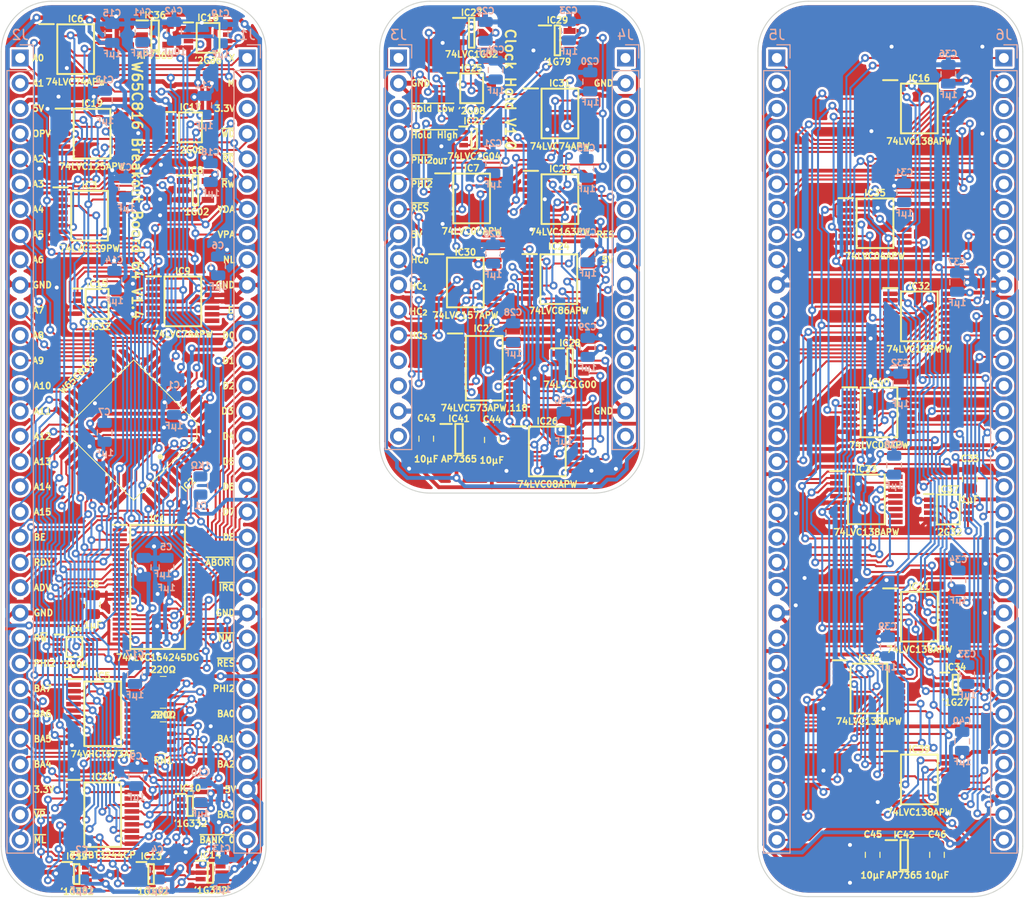
<source format=kicad_pcb>
(kicad_pcb (version 20221018) (generator pcbnew)
  (layers (0 "F.Cu" signal) (31 "B.Cu" signal) (34 "B.Paste" user) (36 "B.SilkS" user "B.Silkscreen") (37 "F.SilkS" user "F.Silkscreen") (38 "B.Mask" user) (39 "F.Mask" user) (44 "Edge.Cuts" user))
  (net 0 "")
  (net 12 "/Address Decode Board/Kernal Mode·Native Latch")
  (net 13 "/Address Decode Board/~{Device Group 128K}")
  (net 14 "/Address Decode Board/~{Device Group 32K}")
  (net 15 "Net-(IC11-~{Y1})")
  (net 16 "/W65C816 Breakout Board/GND")
  (net 17 "/W65C816 Breakout Board/5V")
  (net 18 "/W65C816 Breakout Board/3.3V")
  (net 19 "/W65C816 Breakout Board/R~{W}")
  (net 20 "Net-(IC11-~{Y0})")
  (net 21 "/W65C816 Breakout Board/D0_{65}")
  (net 22 "/W65C816 Breakout Board/D1_{65}")
  (net 23 "/W65C816 Breakout Board/D2_{65}")
  (net 24 "/W65C816 Breakout Board/D3_{65}")
  (net 25 "/W65C816 Breakout Board/D4_{65}")
  (net 26 "/W65C816 Breakout Board/D5_{65}")
  (net 27 "/W65C816 Breakout Board/D6_{65}")
  (net 28 "/W65C816 Breakout Board/D7_{65}")
  (net 29 "/W65C816 Breakout Board/BE_{5V}")
  (net 30 "/W65C816 Breakout Board/~{ABORT}_{5V}")
  (net 31 "/W65C816 Breakout Board/~{IRQ}_{5V}")
  (net 32 "/W65C816 Breakout Board/~{NMI}_{5V}")
  (net 33 "/W65C816 Breakout Board/~{RES}_{5V}")
  (net 34 "/W65C816 Breakout Board/PHI2_{5V}")
  (net 35 "/W65C816 Breakout Board/PHI2")
  (net 36 "/W65C816 Breakout Board/~{Reset}")
  (net 37 "/W65C816 Breakout Board/~{NMI}")
  (net 38 "/W65C816 Breakout Board/~{IRQ}")
  (net 39 "/W65C816 Breakout Board/~{ABORT}")
  (net 40 "/W65C816 Breakout Board/BE")
  (net 41 "/W65C816 Breakout Board/D7")
  (net 42 "/W65C816 Breakout Board/D6")
  (net 43 "/W65C816 Breakout Board/D5")
  (net 44 "/W65C816 Breakout Board/D4")
  (net 45 "/W65C816 Breakout Board/D3")
  (net 62 "/W65C816 Breakout Board/D2")
  (net 63 "/W65C816 Breakout Board/D1")
  (net 64 "/W65C816 Breakout Board/D0")
  (net 65 "/W65C816 Breakout Board/~{DE}")
  (net 66 "/W65C816 Breakout Board/~{VP}")
  (net 67 "/W65C816 Breakout Board/RDY")
  (net 68 "/W65C816 Breakout Board/~{ML}")
  (net 69 "/W65C816 Breakout Board/VPA")
  (net 70 "/W65C816 Breakout Board/A0")
  (net 71 "/W65C816 Breakout Board/A1")
  (net 72 "/W65C816 Breakout Board/A2")
  (net 73 "/W65C816 Breakout Board/A3")
  (net 74 "/W65C816 Breakout Board/A4")
  (net 75 "/W65C816 Breakout Board/A5")
  (net 76 "/W65C816 Breakout Board/A6")
  (net 77 "/W65C816 Breakout Board/A7")
  (net 78 "/W65C816 Breakout Board/A8")
  (net 79 "/W65C816 Breakout Board/A9")
  (net 80 "/W65C816 Breakout Board/A10")
  (net 81 "/W65C816 Breakout Board/A11")
  (net 82 "/W65C816 Breakout Board/A12")
  (net 83 "/W65C816 Breakout Board/A13")
  (net 84 "/W65C816 Breakout Board/A14")
  (net 85 "/W65C816 Breakout Board/A15")
  (net 86 "/W65C816 Breakout Board/E")
  (net 87 "/W65C816 Breakout Board/MX")
  (net 88 "/W65C816 Breakout Board/VDA")
  (net 89 "/W65C816 Breakout Board/~{VPA+VDA}")
  (net 90 "/W65C816 Breakout Board/~{WD}_{PART}")
  (net 91 "/W65C816 Breakout Board/~{RD}_{PART}")
  (net 92 "/W65C816 Breakout Board/DE")
  (net 93 "/W65C816 Breakout Board/~{PHI2}")
  (net 94 "/W65C816 Breakout Board/~{BE}")
  (net 95 "/W65C816 Breakout Board/RW_{PART}")
  (net 96 "/W65C816 Breakout Board/D7_{VHC}")
  (net 97 "/W65C816 Breakout Board/D6_{VHC}")
  (net 98 "/W65C816 Breakout Board/D5_{VHC}")
  (net 99 "/W65C816 Breakout Board/D4_{VHC}")
  (net 100 "/W65C816 Breakout Board/D3_{VHC}")
  (net 101 "/W65C816 Breakout Board/D2_{VHC}")
  (net 102 "/W65C816 Breakout Board/D1_{VHC}")
  (net 103 "/W65C816 Breakout Board/D0_{VHC}")
  (net 104 "/W65C816 Breakout Board/X")
  (net 105 "/W65C816 Breakout Board/M")
  (net 106 "/W65C816 Breakout Board/A0_{PREV}")
  (net 107 "/W65C816 Breakout Board/Native Latch")
  (net 108 "/W65C816 Breakout Board/BA7")
  (net 109 "/W65C816 Breakout Board/BA6")
  (net 110 "/W65C816 Breakout Board/BA5+BA6+BA7")
  (net 111 "/W65C816 Breakout Board/BA5")
  (net 112 "/W65C816 Breakout Board/BA2")
  (net 113 "/W65C816 Breakout Board/BA1")
  (net 114 "/W65C816 Breakout Board/BA0+BA1+BA2")
  (net 115 "/W65C816 Breakout Board/BA0")
  (net 116 "/W65C816 Breakout Board/BA4")
  (net 117 "/W65C816 Breakout Board/BA3")
  (net 118 "/W65C816 Breakout Board/BA3+BA4")
  (net 119 "/W65C816 Breakout Board/~{BANK 0}")
  (net 120 "/W65C816 Breakout Board/FET ~{OE}")
  (net 121 "/W65C816 Breakout Board/Address Valid")
  (net 122 "/W65C816 Breakout Board/A0_{CHANGE}")
  (net 123 "/W65C816 Breakout Board/VPA·VDA")
  (net 124 "/W65C816 Breakout Board/Opcode Valid")
  (net 125 "/W65C816 Breakout Board/~{R}W")
  (net 127 "/W65C816 Breakout Board/~{WD}")
  (net 128 "/W65C816 Breakout Board/~{RD}")
  (net 129 "/Clock Control Board/~{Hold High}")
  (net 130 "/Clock Control Board/~{Hold Low}")
  (net 131 "/Clock Control Board/~{PHI2}_{OUT}")
  (net 132 "/Clock Control Board/Hold Count_{0}D")
  (net 133 "/Clock Control Board/Hold Count_{1}D")
  (net 134 "/Clock Control Board/Hold Count_{2}D")
  (net 135 "/Clock Control Board/Hold Count_{3}D")
  (net 136 "/Clock Control Board/PHI2_{IN}")
  (net 137 "Net-(IC31-~{1Q})")
  (net 138 "Net-(IC7B-2Y)")
  (net 139 "Net-(IC7D-4Y)")
  (net 140 "Net-(IC31-~{2Q})")
  (net 141 "Net-(IC21A-1Y)")
  (net 142 "/Clock Control Board/PHI2_{DRAGGED}")
  (net 143 "/Clock Control Board/Hold Count_{0}")
  (net 144 "/Clock Control Board/Hold Count_{1}")
  (net 145 "/Clock Control Board/Hold Count_{2}")
  (net 146 "/Clock Control Board/Hold Count_{3}")
  (net 147 "/Clock Control Board/Latch Cycle Hold Count")
  (net 148 "/Clock Control Board/HC Latch_{3}")
  (net 149 "/Clock Control Board/HC Latch_{2}")
  (net 150 "/Clock Control Board/HC Latch_{1}")
  (net 151 "/Clock Control Board/HC Latch_{0}")
  (net 156 "/Clock Control Board/~{HC=CC}")
  (net 157 "/Clock Control Board/Clk Count_{3}")
  (net 158 "/Clock Control Board/Clk Count_{2}")
  (net 159 "/Clock Control Board/Clk Count_{1}")
  (net 160 "/Clock Control Board/Clk Count_{0}")
  (net 162 "/Clock Control Board/~{HC_{3}=CC_{3}}")
  (net 163 "/Clock Control Board/~{HC_{2}=CC_{2}}")
  (net 164 "/Clock Control Board/~{HC_{1}=CC_{1}}")
  (net 165 "/Clock Control Board/~{HC_{0}=CC_{0}}")
  (net 166 "Net-(IC25-1A)")
  (net 167 "Net-(IC25-2Y)")
  (net 168 "Net-(IC25-2B)")
  (net 169 "Net-(IC25-1Y)")
  (net 170 "/Clock Control Board/~{HC_{H}=CC_{H}}")
  (net 171 "/Clock Control Board/~{HC_{L}=CC_{L}}")
  (net 172 "/Clock Control Board/HC=CC")
  (net 173 "Net-(IC27-Y)")
  (net 174 "/Clock Control Board/~{PHI2}")
  (net 175 "/Clock Control Board/GND")
  (net 176 "/Clock Control Board/3.3V")
  (net 177 "/Clock Control Board/~{Reset}")
  (net 178 "/Clock Control Board/~{PHI High Reset Pulse}")
  (net 179 "/Clock Control Board/~{PHI Low Reset Pulse}")
  (net 180 "/Address Decode Board/~{RESET}")
  (net 181 "/Address Decode Board/~{Device _{CS}7}")
  (net 182 "/Address Decode Board/~{Device _{CS}6}")
  (net 183 "/Address Decode Board/~{Device _{CS}5}")
  (net 184 "/Address Decode Board/~{Device _{CS}4}")
  (net 185 "/Address Decode Board/~{Device _{CS}3}")
  (net 186 "/Address Decode Board/GND")
  (net 187 "/Address Decode Board/3.3V")
  (net 188 "/Address Decode Board/A15")
  (net 189 "/Address Decode Board/A16")
  (net 190 "/Address Decode Board/A17")
  (net 191 "/Address Decode Board/A18")
  (net 192 "/Address Decode Board/A19")
  (net 193 "/Address Decode Board/A20")
  (net 194 "/Address Decode Board/A21")
  (net 195 "/Address Decode Board/A22")
  (net 196 "/Address Decode Board/A23")
  (net 197 "/Address Decode Board/~{Device _{CS}2}")
  (net 198 "/Address Decode Board/~{Device _{CS}1}")
  (net 199 "/Address Decode Board/~{SPECIAL}")
  (net 200 "Net-(IC32-~{E2})")
  (net 201 "/Address Decode Board/~{Device _{CS}15}")
  (net 202 "/Address Decode Board/~{Device _{CS}14}")
  (net 204 "/Address Decode Board/~{Device _{CS}13}")
  (net 208 "/Address Decode Board/~{Device _{CS}12}")
  (net 209 "/Address Decode Board/~{Device _{CS}11}")
  (net 210 "/Address Decode Board/~{Device _{CS}10}")
  (net 211 "/Address Decode Board/~{Device _{CS}9}")
  (net 212 "/Address Decode Board/~{Device _{CS}8}")
  (net 213 "/Address Decode Board/~{Device _{CS}19}")
  (net 214 "/Address Decode Board/~{Device _{CS}18}")
  (net 215 "/Address Decode Board/~{Device _{CS}17}")
  (net 216 "/Address Decode Board/~{Device _{CS}16}")
  (net 217 "/Address Decode Board/~{A21+A22+A23}")
  (net 218 "/Address Decode Board/Native Latch")
  (net 219 "Net-(IC35A-1Y)")
  (net 220 "/Address Decode Board/~{Native Latch}")
  (net 221 "Net-(IC35D-4Y)")
  (net 222 "/Address Decode Board/A3")
  (net 225 "/Address Decode Board/~{OTHER}")
  (net 226 "/Address Decode Board/~{RAM_{CS}}")
  (net 227 "/Address Decode Board/A0")
  (net 228 "/Address Decode Board/A1")
  (net 229 "/Address Decode Board/A2")
  (net 230 "/Address Decode Board/~{Special _{CS}7}")
  (net 231 "/Address Decode Board/~{Special _{CS}6}")
  (net 232 "/Address Decode Board/~{Special _{CS}5}")
  (net 233 "/Address Decode Board/~{Special _{CS}4}")
  (net 234 "/Address Decode Board/~{Special _{CS}3}")
  (net 235 "/Address Decode Board/~{Special _{CS}2}")
  (net 236 "/Address Decode Board/~{Special _{CS}1}")
  (net 237 "/Address Decode Board/~{Special _{CS}0}")
  (net 238 "/Address Decode Board/~{Special _{CS}15}")
  (net 239 "/Address Decode Board/~{Special _{CS}14}")
  (net 240 "/Address Decode Board/~{Special _{CS}13}")
  (net 241 "/Address Decode Board/~{Special _{CS}12}")
  (net 242 "/Address Decode Board/~{Special _{CS}11}")
  (net 243 "/Address Decode Board/~{Special _{CS}10}")
  (net 244 "/Address Decode Board/~{Special _{CS}9}")
  (net 245 "/Address Decode Board/~{Special _{CS}8}")
  (net 246 "/Address Decode Board/Kernal Mode")
  (net 247 "/Address Decode Board/~{ROM_{CS}}")
  (net 253 "Net-(IC37B-2A)")
  (net 257 "/Clock Control Board/5V")
  (net 258 "/Address Decode Board/5V")
  (net 262 "/Clock Control Board/Reset")
  (footprint "SamacSys_Parts:SOP65P640X110-14N" (layer "F.Cu") (at 130.048 70.231)
    (fp_text reference "IC6")
    (fp_text value "74LVC74APW,118" hide)
  )
  (footprint "SamacSys_Parts:SOP65P210X110-6N" (layer "F.Cu") (at 218.648 134.235)
    (fp_text reference "IC34")
    (fp_text value "74LVC1G27GW,125" hide)
  )
  (footprint "SamacSys_Parts:C_0805" (layer "F.Cu") (at 210.312 151.384)
    (fp_text reference "C45")
    (fp_text value "10μF")
  )
  (footprint "SamacSys_Parts:SOT95P275X110-5N" (layer "F.Cu") (at 179.832 101.854)
    (fp_text reference "IC28")
    (fp_text value "74LVC1G00GV,125" hide)
  )
  (footprint "SamacSys_Parts:SOP65P640X110-16N" (layer "F.Cu") (at 215.015 127.381)
    (fp_text reference "IC11")
    (fp_text value "74LVC138APW-Q100J" hide)
  )
  (footprint "SamacSys_Parts:SOP65P400X110-8N" (layer "F.Cu") (at 143.383 69.088)
    (fp_text reference "IC18")
    (fp_text value "74LVC2G86DP,125" hide)
  )
  (footprint "SamacSys_Parts:SOP65P640X110-14N" (layer "F.Cu") (at 177.546 110.744)
    (fp_text reference "IC26")
    (fp_text value "74LVC08APW,112" hide)
  )
  (footprint "SamacSys_Parts:CAY1647R0F4LF" (layer "F.Cu") (at 138.865002 139.573 180)
    (fp_text reference "RN1")
    (fp_text value "CAY16-221J4LF" hide)
  )
  (footprint "SamacSys_Parts:SOT95P285X130-5N" (layer "F.Cu") (at 168.656 109.474)
    (fp_text reference "IC41")
    (fp_text value "AP7365-33WG-7" hide)
  )
  (footprint "SamacSys_Parts:SOP65P640X110-14N" (layer "F.Cu") (at 178.816 76.708)
    (fp_text reference "IC31")
    (fp_text value "74LVC74APW,118" hide)
  )
  (footprint "SamacSys_Parts:C_0805" (layer "F.Cu") (at 216.789 151.384)
    (fp_text reference "C46")
    (fp_text value "10μF")
  )
  (footprint "SamacSys_Parts:SOP65P640X110-16N" (layer "F.Cu") (at 169.291 93.726)
    (fp_text reference "IC30")
    (fp_text value "74LVC157APW,118" hide)
  )
  (footprint "SamacSys_Parts:SOP65P640X110-14N" (layer "F.Cu") (at 140.843 95.631)
    (fp_text reference "IC9")
    (fp_text value "74LVC74APW,118" hide)
  )
  (footprint "SamacSys_Parts:SOP65P640X110-20N" (layer "F.Cu") (at 171.196 102.362)
    (fp_text reference "IC22")
    (fp_text value "74LVC573APW,118")
  )
  (footprint "SamacSys_Parts:SOT95P275X110-5N" (layer "F.Cu") (at 142.113 84.455)
    (fp_text reference "IC8")
    (fp_text value "74LVC1G02GV,125" hide)
  )
  (footprint "SamacSys_Parts:CAY1647R0F4LF" (layer "F.Cu") (at 138.865002 135.001 180)
    (fp_text reference "RN2")
    (fp_text value "CAY16-221J4LF" hide)
  )
  (footprint "SamacSys_Parts:SOP65P640X110-16N" (layer "F.Cu") (at 215.015 143.775)
    (fp_text reference "IC39")
    (fp_text value "74LVC138APW-Q100J" hide)
  )
  (footprint "SamacSys_Parts:SOP65P640X110-16N" (layer "F.Cu") (at 209.935 134.62)
    (fp_text reference "IC38")
    (fp_text value "74LVC138APW-Q100J" hide)
  )
  (footprint "SamacSys_Parts:SOP65P640X120-20N" (layer "F.Cu") (at 132.769002 147.32)
    (fp_text reference "IC20")
    (fp_text value "SN74CBT3244CPWR" hide)
  )
  (footprint "SamacSys_Parts:SOP65P640X110-16N" (layer "F.Cu") (at 215.011 76.2)
    (fp_text reference "IC16")
    (fp_text value "74LVC138APW-Q100J" hide)
  )
  (footprint "SamacSys_Parts:SOP65P210X110-6N" (layer "F.Cu") (at 170.18 79.248)
    (fp_text reference "IC21")
    (fp_text value "74LVC2G04GW-Q100H" hide)
  )
  (footprint "SamacSys_Parts:SOT95P275X110-5N" (layer "F.Cu") (at 178.562 69.342)
    (fp_text reference "IC29")
    (fp_text value "74LVC1G79GV,125" hide)
  )
  (footprint "SamacSys_Parts:SOP65P640X110-16N" (layer "F.Cu") (at 209.677 115.57)
    (fp_text reference "IC33")
    (fp_text value "74LVC138APW-Q100J" hide)
  )
  (footprint "SamacSys_Parts:SOP65P640X120-20N" (layer "F.Cu") (at 132.769002 137.16)
    (fp_text reference "IC5")
    (fp_text value "74VHCT573AFT" hide)
  )
  (footprint "SamacSys_Parts:C_0805" (layer "F.Cu") (at 131.7752 126.1872)
    (fp_text reference "C8")
    (fp_text value "1μF")
  )
  (footprint "SamacSys_Parts:SOP50P310X90-8N" (layer "F.Cu") (at 129.921 130.429)
    (fp_text reference "IC4")
    (fp_text value "SN74LVC3G04DCUR" hide)
  )
  (footprint "SamacSys_Parts:SOT95P275X110-5N" (layer "F.Cu") (at 169.926 68.58)
    (fp_text reference "IC27")
    (fp_text value "74LVC1G32GV,125" hide)
  )
  (footprint "SamacSys_Parts:C_0805" (layer "F.Cu") (at 171.958 109.601)
    (fp_text reference "C44")
    (fp_text value "10μF")
  )
  (footprint "SamacSys_Parts:C_0805" (layer "F.Cu") (at 220.091 113.538)
    (fp_text reference "C35")
    (fp_text value "1μF")
  )
  (footprint "SamacSys_Parts:SOP65P640X110-14N" (layer "F.Cu") (at 210.947 106.807)
    (fp_text reference "IC40")
    (fp_text value "74LVC08APW,112" hide)
  )
  (footprint "SamacSys_Parts:W65C816 PLCC 0.8mm 44 Pin" (layer "F.Cu") (at 135.89 108.585 -135)
    (fp_text reference "IC2")
    (fp_text value "W65C816S6TQG-14" hide)
  )
  (footprint "SamacSys_Parts:SOP65P640X110-14N" (layer "F.Cu") (at 131.699 78.74)
    (fp_text reference "IC19")
    (fp_text value "74LVC125APW-Q100J" hide)
  )
  (footprint "SamacSys_Parts:SOT95P285X130-5N" (layer "F.Cu") (at 138.049 68.834)
    (fp_text reference "IC36")
    (fp_text value "AP7365-33WG-7" hide)
  )
  (footprint "SamacSys_Parts:SOP65P400X110-8N" (layer "F.Cu") (at 217.932 116.586)
    (fp_text reference "IC37")
    (fp_text value "74LVC2G32DP,125" hide)
  )
  (footprint "SamacSys_Parts:SOT65P210X110-6N" (layer "F.Cu") (at 130.175 153.289)
    (fp_text reference "IC12")
    (fp_text value "SN74LVC1G332DCKRG4" hide)
  )
  (footprint "SamacSys_Parts:SOP65P640X110-14N" (layer "F.Cu") (at 169.926 85.262)
    (fp_text reference "IC7")
    (fp_text value "74LVC04APW,118" hide)
  )
  (footprint "SamacSys_Parts:SOT65P210X110-6N" (layer "F.Cu") (at 141.605 146.431)
    (fp_text reference "IC10")
    (fp_text value "SN74LVC1G332DCKRG4" hide)
  )
  (footprint "SamacSys_Parts:SOP65P640X110-16N" (layer "F.Cu") (at 215.011 97.14)
    (fp_text reference "IC32")
    (fp_text value "74LVC138APW-Q100J" hide)
  )
  (footprint "SamacSys_Parts:SOT95P285X130-5N" (layer "F.Cu") (at 213.487 151.384)
    (fp_text reference "IC42")
    (fp_text value "AP7365-33WG-7" hide)
  )
  (footprint "SamacSys_Parts:SOP65P640X120-14N" (layer "F.Cu") (at 178.706 93.39)
    (fp_text reference "IC24")
    (fp_text value "SN74LVC86APWR" hide)
  )
  (footprint "SamacSys_Parts:SOP65P640X110-14N" (layer "F.Cu") (at 210.549 87.757)
    (fp_text reference "IC35")
    (fp_text value "74LVC04APW,118" hide)
  )
  (footprint "SamacSys_Parts:SOP65P400X110-8N" (layer "F.Cu") (at 132.207 95.885)
    (fp_text reference "IC15")
    (fp_text value "74LVC2G32DP,125" hide)
  )
  (footprint "SamacSys_Parts:SOP50P810X120-48N" (layer "F.Cu") (at 138.301 124.385)
    (fp_text reference "IC1")
    (fp_text value "74ALVC164245DGG,11" hide)
  )
  (footprint "SamacSys_Parts:SOT65P210X110-6N" (layer "F.Cu") (at 137.668 153.289)
    (fp_text reference "IC13")
    (fp_text value "SN74LVC1G332DCKRG4" hide)
  )
  (footprint "SamacSys_Parts:SOP65P400X110-8N" (layer "F.Cu") (at 141.605 78.105)
    (fp_text reference "IC17")
    (fp_text value "74LVC2G08DP-Q100H" hide)
  )
  (footprint "SamacSys_Parts:SOP65P400X110-8N" (layer "F.Cu") (at 169.926 74.168)
    (fp_text reference "IC25")
    (fp_text value "74LVC2G08DP-Q100H" hide)
  )
  (footprint "SamacSys_Parts:C_0805" (layer "F.Cu") (at 165.354 109.474)
    (fp_text reference "C43")
    (fp_text value "10μF")
  )
  (footprint "SamacSys_Parts:SOP65P640X110-16N" (layer "F.Cu") (at 178.816 85.333)
    (fp_text reference "IC23")
    (fp_text value "74LVC163PW,118" hide)
  )
  (footprint "SamacSys_Parts:SOP65P640X110-16N" (layer "F.Cu") (at 131.445 86.995)
    (fp_text reference "IC3")
    (fp_text value "74LVC139PW,118" hide)
  )
  (footprint "SamacSys_Parts:SOT65P210X110-6N" (layer "F.Cu") (at 143.637 153.162)
    (fp_text reference "IC14")
    (fp_text value "SN74LVC1G332DCKRG4" hide)
  )
  (footprint "SamacSys_Parts:C_0805" (layer "B.Cu") (at 144.653 68.707 180)
    (fp_text reference "C19")
    (fp_text value "1μF")
  )
  (footprint "SamacSys_Parts:C_0805" (layer "B.Cu") (at 181.61 90.76 180)
    (fp_text reference "C27")
    (fp_text value "1μF")
  )
  (footprint "SamacSys_Parts:C_0805" (layer "B.Cu") (at 179.705 68.408 180)
    (fp_text reference "C23")
    (fp_text value "1μF")
  )
  (footprint "Connector_PinHeader_2.54mm:PinHeader_1x32_P2.54mm_Vertical" (layer "B.Cu") (at 124.46 71.12 180)
    (fp_text reference "J2")
    (fp_text value "Conn_01x32_Pin")
  )
  (footprint "Connector_PinHeader_2.54mm:PinHeader_1x16_P2.54mm_Vertical" (layer "B.Cu") (at 162.56 71.12 180)
    (fp_text reference "J3")
    (fp_text value "Conn_01x32_Pin")
  )
  (footprint "SamacSys_Parts:C_0805" (layer "B.Cu") (at 181.483 82.251 180)
    (fp_text reference "C25")
    (fp_text value "1μF")
  )
  (footprint "SamacSys_Parts:C_0805" (layer "B.Cu") (at 218.948 123.698 180)
    (fp_text reference "C34")
    (fp_text value "1μF")
  )
  (footprint "SamacSys_Parts:C_0805" (layer "B.Cu") (at 143.637 82.677 180)
    (fp_text reference "C18")
    (fp_text value "1μF")
  )
  (footprint "SamacSys_Parts:C_0805" (layer "B.Cu") (at 219.837 133.223 180)
    (fp_text reference "C33")
    (fp_text value "1μF")
  )
  (footprint "SamacSys_Parts:C_0805" (layer "B.Cu") (at 138.303 152.908 180)
    (fp_text reference "C4")
    (fp_text value "10μF")
  )
  (footprint "SamacSys_Parts:C_0805" (layer "B.Cu") (at 172.085 90.887 180)
    (fp_text reference "C26")
    (fp_text value "1μF")
  )
  (footprint "SamacSys_Parts:C_0805" (layer "B.Cu") (at 144.399 92.075 180)
    (fp_text reference "C6")
    (fp_text value "1μF")
  )
  (footprint "SamacSys_Parts:C_0805" (layer "B.Cu") (at 171.323 68.453 180)
    (fp_text reference "C22")
    (fp_text value "1μF")
  )
  (footprint "SamacSys_Parts:C_0805" (layer "B.Cu") (at 136.779 68.58 180)
    (fp_text reference "C41")
    (fp_text value "10μF")
  )
  (footprint "Connector_PinHeader_2.54mm:PinHeader_1x32_P2.54mm_Vertical" (layer "B.Cu") (at 147.32 71.12 180)
    (fp_text reference "J1")
    (fp_text value "Conn_01x32_Pin")
  )
  (footprint "SamacSys_Parts:C_0805" (layer "B.Cu") (at 181.864 73.533 180)
    (fp_text reference "C20")
    (fp_text value "1μF")
  )
  (footprint "SamacSys_Parts:C_0805" (layer "B.Cu") (at 172.339 72.345 180)
    (fp_text reference "C24")
    (fp_text value "1μF")
  )
  (footprint "SamacSys_Parts:C_0805" (layer "B.Cu") (at 219.329 139.954 180)
    (fp_text reference "C40")
    (fp_text value "1μF")
  )
  (footprint "SamacSys_Parts:C_0805" (layer "B.Cu") (at 218.821 93.726 180)
    (fp_text reference "C37")
    (fp_text value "1μF")
  )
  (footprint "SamacSys_Parts:C_0805" (layer "B.Cu") (at 130.683 152.908 180)
    (fp_text reference "C2")
    (fp_text value "10μF")
  )
  (footprint "SamacSys_Parts:C_0805" (layer "B.Cu") (at 217.932 72.771 180)
    (fp_text reference "C36")
    (fp_text value "1μF")
  )
  (footprint "SamacSys_Parts:C_0805" (layer "B.Cu") (at 135.128 84.201 180)
    (fp_text reference "C3")
    (fp_text value "1μF")
  )
  (footprint "SamacSys_Parts:C_0805" (layer "B.Cu") (at 144.78 152.8064 180)
    (fp_text reference "C13")
    (fp_text value "1μF")
  )
  (footprint "SamacSys_Parts:C_0805" (layer "B.Cu") (at 142.621 145.161 180)
    (fp_text reference "C10")
    (fp_text value "1μF")
  )
  (footprint "SamacSys_Parts:C_0805" (layer "B.Cu") (at 143.002 75.901 180)
    (fp_text reference "C11")
    (fp_text value "1μF")
  )
  (footprint "SamacSys_Parts:C_0805" (layer "B.Cu") (at 136.017 133.223 180)
    (fp_text reference "C17")
    (fp_text value "1μF")
  )
  (footprint "SamacSys_Parts:C_0805" (layer "B.Cu") (at 179.197 107.696 180)
    (fp_text reference "C30")
    (fp_text value "1μF")
  )
  (footprint "Connector_PinHeader_2.54mm:PinHeader_1x16_P2.54mm_Vertical" (layer "B.Cu") (at 185.42 71.12 180)
    (fp_text reference "J4")
    (fp_text value "Conn_01x32_Pin")
  )
  (footprint "SamacSys_Parts:C_0805" (layer "B.Cu") (at 136.906 122.428 180)
    (fp_text reference "C16" hide)
    (fp_text value "1μF")
  )
  (footprint "SamacSys_Parts:C_0805" (layer "B.Cu") (at 136.144 143.51 180)
    (fp_text reference "C9")
    (fp_text value "1μF")
  )
  (footprint "SamacSys_Parts:C_0805" (layer "B.Cu") (at 212.471 112.141 180)
    (fp_text reference "C38")
    (fp_text value "1μF")
  )
  (footprint "SamacSys_Parts:C_0805" (layer "B.Cu") (at 211.836 130.429 180)
    (fp_text reference "C39")
    (fp_text value "1μF")
  )
  (footprint "SamacSys_Parts:C_0805" (layer "B.Cu") (at 133.731 68.662 180)
    (fp_text reference "C15")
    (fp_text value "1μF")
  )
  (footprint "SamacSys_Parts:C_0805" (layer "B.Cu") (at 213.487 84.709 180)
    (fp_text reference "C31")
    (fp_text value "1μF")
  )
  (footprint "SamacSys_Parts:C_0805" (layer "B.Cu") (at 132.969 108.839 180)
    (fp_text reference "C7")
    (fp_text value "1μF")
  )
  (footprint "SamacSys_Parts:C_0805" (layer "B.Cu") (at 133.9596 93.5228 180)
    (fp_text reference "C14")
    (fp_text value "1μF")
  )
  (footprint "SamacSys_Parts:C_0805" (layer "B.Cu") (at 139.954 68.453 180)
    (fp_text reference "C42")
    (fp_text value "10μF")
  )
  (footprint "Connector_PinHeader_2.54mm:PinHeader_1x32_P2.54mm_Vertical" (layer "B.Cu") (at 223.52 71.12 180)
    (fp_text reference "J6")
    (fp_text value "Conn_01x32_Pin")
  )
  (footprint "Connector_PinHeader_2.54mm:PinHeader_1x32_P2.54mm_Vertical" (layer "B.Cu") (at 200.66 71.12 180)
    (fp_text reference "J5")
    (fp_text value "Conn_01x32_Pin")
  )
  (footprint "SamacSys_Parts:R_0805" (layer "B.Cu") (at 142.621 114.173)
    (fp_text reference "R1")
    (fp_text value "1KΩ")
  )
  (footprint "SamacSys_Parts:C_0805" (layer "B.Cu") (at 172.085 81.788 180)
    (fp_text reference "C21")
    (fp_text value "1μF")
  )
  (footprint "SamacSys_Parts:C_0805" (layer "B.Cu") (at 139.954 106.1212 180)
    (fp_text reference "C1")
    (fp_text value "1μF")
  )
  (footprint "SamacSys_Parts:C_0805" (layer "B.Cu") (at 213.106 103.886 180)
    (fp_text reference "C32")
    (fp_text value "1μF")
  )
  (footprint "SamacSys_Parts:C_0805" (layer "B.Cu") (at 174.117 98.806 180)
    (fp_text reference "C28")
    (fp_text value "1μF")
  )
  (footprint "SamacSys_Parts:C_0805" (layer "B.Cu") (at 132.9944 75.3872 180)
    (fp_text reference "C12")
    (fp_text value "1μF")
  )
  (footprint "SamacSys_Parts:C_0805" (layer "B.Cu") (at 181.61 100.285 180)
    (fp_text reference "C29")
    (fp_text value "1μF")
  )
  (footprint "SamacSys_Parts:C_0805" (layer "B.Cu") (at 139.192 122.428 180)
    (fp_text reference "C5")
    (fp_text value "1μF")
  )
  (gr_arc (start 203.835 155.575) (mid 200.242898 154.087102) (end 198.755 150.495) (stroke (width 0.1)) (layer "Edge.Cuts"))
  (gr_arc (start 149.225 150.495) (mid 147.737102 154.087102) (end 144.145 155.575) (stroke (width 0.1)) (layer "Edge.Cuts"))
  (gr_arc (start 127.635 155.575) (mid 124.042898 154.087102) (end 122.555 150.495) (stroke (width 0.1)) (layer "Edge.Cuts"))
  (gr_line (start 160.655 70.485) (end 160.655 109.855) (stroke (width 0.1)) (layer "Edge.Cuts"))
  (gr_line (start 220.345 155.575) (end 203.835 155.575) (stroke (width 0.1)) (layer "Edge.Cuts"))
  (gr_arc (start 225.425 150.495) (mid 223.937102 154.087102) (end 220.345 155.575) (stroke (width 0.1)) (layer "Edge.Cuts"))
  (gr_arc (start 144.145 65.405) (mid 147.737102 66.892898) (end 149.225 70.485) (stroke (width 0.1)) (layer "Edge.Cuts"))
  (gr_arc (start 122.555 70.485) (mid 124.042898 66.892898) (end 127.635 65.405) (stroke (width 0.1)) (layer "Edge.Cuts"))
  (gr_line (start 122.555 70.485) (end 122.555 150.495) (stroke (width 0.1)) (layer "Edge.Cuts"))
  (gr_line (start 149.225 150.495) (end 149.225 70.485) (stroke (width 0.1)) (layer "Edge.Cuts"))
  (gr_arc (start 160.655 70.485) (mid 162.142898 66.892898) (end 165.735 65.405) (stroke (width 0.1)) (layer "Edge.Cuts"))
  (gr_arc (start 187.325 109.855) (mid 185.837102 113.447102) (end 182.245 114.935) (stroke (width 0.1)) (layer "Edge.Cuts"))
  (gr_arc (start 220.345 65.405) (mid 223.937102 66.892898) (end 225.425 70.485) (stroke (width 0.1)) (layer "Edge.Cuts"))
  (gr_line (start 127.635 65.405) (end 144.145 65.405) (stroke (width 0.1)) (layer "Edge.Cuts"))
  (gr_line (start 144.145 155.575) (end 127.635 155.575) (stroke (width 0.1)) (layer "Edge.Cuts"))
  (gr_line (start 198.755 70.485) (end 198.755 150.495) (stroke (width 0.1)) (layer "Edge.Cuts"))
  (gr_line (start 225.425 150.495) (end 225.425 70.485) (stroke (width 0.1)) (layer "Edge.Cuts"))
  (gr_line (start 165.735 65.405) (end 182.245 65.405) (stroke (width 0.1)) (layer "Edge.Cuts"))
  (gr_line (start 203.835 65.405) (end 220.345 65.405) (stroke (width 0.1)) (layer "Edge.Cuts"))
  (gr_line (start 182.245 114.935) (end 165.735 114.935) (stroke (width 0.1)) (layer "Edge.Cuts"))
  (gr_arc (start 198.755 70.485) (mid 200.242898 66.892898) (end 203.835 65.405) (stroke (width 0.1)) (layer "Edge.Cuts"))
  (gr_arc (start 182.245 65.405) (mid 185.837102 66.892898) (end 187.325 70.485) (stroke (width 0.1)) (layer "Edge.Cuts"))
  (gr_line (start 187.325 109.855) (end 187.325 70.485) (stroke (width 0.1)) (layer "Edge.Cuts"))
  (gr_arc (start 165.735 114.935) (mid 162.142898 113.447102) (end 160.655 109.855) (stroke (width 0.1)) (layer "Edge.Cuts"))
  (gr_text "A4" (at 125.603 86.36) (layer "F.SilkS") (effects (font (size 0.635 0.635)) (justify left)))
  (gr_text "NL" (at 146.177 91.44) (layer "F.SilkS") (effects (font (size 0.635 0.635)) (justify right)))
  (gr_text "E" (at 146.05 96.52) (layer "F.SilkS") (effects (font (size 0.635 0.635)) (justify right)))
  (gr_text "HC_{3}\n" (at 163.576 99.06) (layer "F.SilkS") (effects (font (size 0.635 0.635)) (justify left)))
  (gr_text "VDA" (at 146.177 86.36) (layer "F.SilkS") (effects (font (size 0.635 0.635)) (justify right)))
  (gr_text "A8" (at 125.603 99.06) (layer "F.SilkS") (effects (font (size 0.635 0.635)) (justify left)))
  (gr_text "GND" (at 184.277 73.66) (layer "F.SilkS") (effects (font (size 0.635 0.635)) (justify right)))
  (gr_text "~{ML}" (at 125.73 149.86) (layer "F.SilkS") (effects (font (size 0.635 0.635)) (justify left)))
  (gr_text "VPA" (at 146.177 88.9) (layer "F.SilkS") (effects (font (size 0.635 0.635)) (justify right)))
  (gr_text "~{BANK 0}" (at 146.177 149.86) (layer "F.SilkS") (effects (font (size 0.635 0.635)) (justify right)))
  (gr_text "GND" (at 163.703 73.66) (layer "F.SilkS") (effects (font (size 0.635 0.635)) (justify left)))
  (gr_text "X" (at 146.177 71.12) (layer "F.SilkS") (effects (font (size 0.635 0.635)) (justify right)))
  (gr_text "DE" (at 146.177 119.38) (layer "F.SilkS") (effects (font (size 0.635 0.635)) (justify right)))
  (gr_text "~{ABORT}" (at 146.177 121.92) (layer "F.SilkS") (effects (font (size 0.635 0.635)) (justify right)))
  (gr_text "~{Hold High}" (at 163.703 78.867) (layer "F.SilkS") (effects (font (size 0.635 0.635)) (justify left)))
  (gr_text "A6" (at 125.603 91.44) (layer "F.SilkS") (effects (font (size 0.635 0.635)) (justify left)))
  (gr_text "~{RES}" (at 163.703 86.233) (layer "F.SilkS") (effects (font (size 0.635 0.635)) (justify left)))
  (gr_text "~{NMI}" (at 146.177 129.54) (layer "F.SilkS") (effects (font (size 0.635 0.635)) (justify right)))
  (gr_text "5V" (at 163.703 88.9) (layer "F.SilkS") (effects (font (size 0.635 0.635)) (justify left)))
  (gr_text "D4" (at 146.177 109.22) (layer "F.SilkS") (effects (font (size 0.635 0.635)) (justify right)))
  (gr_text "~{R}W" (at 146.177 83.82) (layer "F.SilkS") (effects (font (size 0.635 0.635)) (justify right)))
  (gr_text "RES" (at 184.404 88.9) (layer "F.SilkS") (effects (font (size 0.635 0.635)) (justify right)))
  (gr_text "A0" (at 125.603 71.12) (layer "F.SilkS") (effects (font (size 0.635 0.635)) (justify left)))
  (gr_text "BA4" (at 125.73 142.24) (layer "F.SilkS") (effects (font (size 0.635 0.635)) (justify left)))
  (gr_text "A11" (at 125.73 106.68) (layer "F.SilkS") (effects (font (size 0.635 0.635)) (justify left)))
  (gr_text "GND" (at 125.73 127) (layer "F.SilkS") (effects (font (size 0.635 0.635)) (justify left)))
  (gr_text "5V" (at 125.603 76.2) (layer "F.SilkS") (effects (font (size 0.635 0.635)) (justify left)))
  (gr_text "A2" (at 125.603 81.28) (layer "F.SilkS") (effects (font (size 0.635 0.635)) (justify left)))
  (gr_text "R~{W}" (at 125.73 129.54) (layer "F.SilkS") (effects (font (size 0.635 0.635)) (justify left)))
  (gr_text "BA1" (at 146.177 139.7) (layer "F.SilkS") (effects (font (size 0.635 0.635)) (justify right)))
  (gr_text "D6" (at 146.177 114.3) (layer "F.SilkS") (effects (font (size 0.635 0.635)) (justify right)))
  (gr_text "BA2" (at 146.177 142.24) (layer "F.SilkS") (effects (font (size 0.635 0.635)) (justify right)))
  (gr_text "5V" (at 146.304 144.78) (layer "F.SilkS") (effects (font (size 0.635 0.635)) (justify right)))
  (gr_text "BA7" (at 125.73 134.62) (layer "F.SilkS") (effects (font (size 0.635 0.635)) (justify left)))
  (gr_text "3.3V" (at 125.73 144.78) (layer "F.SilkS") (effects (font (size 0.635 0.635)) (justify left)))
  (gr_text "RDY" (at 125.73 121.92) (layer "F.SilkS") (effects (font (size 0.635 0.635)) (justify left)))
  (gr_text "~{RD}" (at 146.177 81.28) (layer "F.SilkS") (effects (font (size 0.635 0.635)) (justify right)))
  (gr_text "~{WD}" (at 146.177 78.74) (layer "F.SilkS") (effects (font (size 0.635 0.635)) (justify right)))
  (gr_text "~{VP}" (at 125.73 147.32) (layer "F.SilkS") (effects (font (size 0.635 0.635)) (justify left)))
  (gr_text "GND" (at 146.177 127) (layer "F.SilkS") (effects (font (size 0.635 0.635)) (justify right)))
  (gr_text "BA5" (at 125.73 139.7) (layer "F.SilkS") (effects (font (size 0.635 0.635)) (justify left)))
  (gr_text "PHI2" (at 146.177 134.62) (layer "F.SilkS") (effects (font (size 0.635 0.635)) (justify right)))
  (gr_text "A12" (at 125.73 109.22) (layer "F.SilkS") (effects (font (size 0.635 0.635)) (justify left)))
  (gr_text "5V" (at 184.277 91.44) (layer "F.SilkS") (effects (font (size 0.635 0.635)) (justify right)))
  (gr_text "D0" (at 146.177 99.06) (layer "F.SilkS") (effects (font (size 0.635 0.635)) (justify right)))
  (gr_text "M" (at 146.177 73.66) (layer "F.SilkS") (effects (font (size 0.635 0.635)) (justify right)))
  (gr_text "A7" (at 125.603 96.52) (layer "F.SilkS") (effects (font (size 0.635 0.635)) (justify left)))
  (gr_text "BA3" (at 146.177 147.32) (layer "F.SilkS") (effects (font (size 0.635 0.635)) (justify right)))
  (gr_text "GND" (at 184.277 106.68) (layer "F.SilkS") (effects (font (size 0.635 0.635)) (justify right)))
  (gr_text "ADV" (at 125.73 124.46) (layer "F.SilkS") (effects (font (size 0.635 0.635)) (justify left)))
  (gr_text "~{PHI2}_{OUT}" (at 163.703 81.407) (layer "F.SilkS") (effects (font (size 0.635 0.635)) (justify left)))
  (gr_text "~{IRQ}" (at 146.177 124.46) (layer "F.SilkS") (effects (font (size 0.635 0.635)) (justify right)))
  (gr_text "GND" (at 146.177 93.98) (layer "F.SilkS") (effects (font (size 0.635 0.635)) (justify right)))
  (gr_text "~{Hold Low}" (at 163.703 76.2) (layer "F.SilkS") (effects (font (size 0.635 0.635)) (justify left)))
  (gr_text "Clock Hold V1.0" (at 173.228 74.295 270) (layer "F.SilkS") (effects (font (size 1 1) (thickness 0.2) bold) (justify bottom)))
  (gr_text "A5" (at 125.603 88.9) (layer "F.SilkS") (effects (font (size 0.635 0.635)) (justify left)))
  (gr_text "D1" (at 146.177 101.6) (layer "F.SilkS") (effects (font (size 0.635 0.635)) (justify right)))
  (gr_text "HC_{2}\n" (at 163.576 96.647) (layer "F.SilkS") (effects (font (size 0.635 0.635)) (justify left)))
  (gr_text "HC_{1}\n" (at 163.576 94.107) (layer "F.SilkS") (effects (font (size 0.635 0.635)) (justify left)))
  (gr_text "OPV" (at 125.603 78.74) (layer "F.SilkS") (effects (font (size 0.635 0.635)) (justify left)))
  (gr_text "A9" (at 125.603 101.6) (layer "F.SilkS") (effects (font (size 0.635 0.635)) (justify left)))
  (gr_text "GND" (at 125.603 93.98) (layer "F.SilkS") (effects (font (size 0.635 0.635)) (justify left)))
  (gr_text "D3" (at 146.05 106.68) (layer "F.SilkS") (effects (font (size 0.635 0.635)) (justify right)))
  (gr_text "3.3V" (at 146.177 76.2) (layer "F.SilkS") (effects (font (size 0.635 0.635)) (justify right)))
  (gr_text "HC_{0}\n" (at 163.703 91.44) (layer "F.SilkS") (effects (font (size 0.635 0.635)) (justify left)))
  (gr_text "A10" (at 125.73 104.14) (layer "F.SilkS") (effects (font (size 0.635 0.635)) (justify left)))
  (gr_text "D5" (at 146.177 111.76) (layer "F.SilkS") (effects (font (size 0.635 0.635)) (justify right)))
  (gr_text "BE" (at 125.73 119.38) (layer "F.SilkS") (effects (font (size 0.635 0.635)) (justify left)))
  (gr_text "A1" (at 125.603 73.66) (layer "F.SilkS") (effects (font (size 0.635 0.635)) (justify left)))
  (gr_text "A3" (at 125.603 83.82) (layer "F.SilkS") (effects (font (size 0.635 0.635)) (justify left)))
  (gr_text "A13" (at 125.73 111.76) (layer "F.SilkS") (effects (font (size 0.635 0.635)) (justify left)))
  (gr_text "BA0" (at 146.177 137.16) (layer "F.SilkS") (effects (font (size 0.635 0.635)) (justify right)))
  (gr_text "D7" (at 146.177 116.84) (layer "F.SilkS") (effects (font (size 0.635 0.635)) (justify right)))
  (gr_text "~{PHI2}" (at 163.703 83.82) (layer "F.SilkS") (effects (font (size 0.635 0.635)) (justify left)))
  (gr_text "BA6" (at 125.73 137.16) (layer "F.SilkS") (effects (font (size 0.635 0.635)) (justify left)))
  (gr_text "W65C816 Breakout Board 64 V1.4" (at 135.636 84.455 270) (layer "F.SilkS") (effects (font (size 1 1) (thickness 0.2) bold) (justify bottom)))
  (gr_text "A15" (at 125.73 116.84) (layer "F.SilkS") (effects (font (size 0.635 0.635)) (justify left)))
  (gr_text "PHI2" (at 125.73 132.08) (layer "F.SilkS") (effects (font (size 0.635 0.635)) (justify left)))
  (gr_text "A14" (at 125.73 114.3) (layer "F.SilkS") (effects (font (size 0.635 0.635)) (justify left)))
  (gr_text "~{RES}" (at 146.177 132.08) (layer "F.SilkS") (effects (font (size 0.635 0.635)) (justify right)))
  (gr_text "D2" (at 146.177 104.14) (layer "F.SilkS") (effects (font (size 0.635 0.635)) (justify right)))
  (segment (start 206.885206 106.157) (end 206.577122 105.848916) (width 0.2) (layer "F.Cu") (net 12))
  (segment (start 212.09 128.356) (end 205.4 128.356) (width 0.2) (layer "F.Cu") (net 12))
  (segment (start 208.009 106.157) (end 206.885206 106.157) (width 0.2) (layer "F.Cu") (net 12))
  (segment (start 205.4 128.356) (end 205.232 128.524) (width 0.2) (layer "F.Cu") (net 12))
  (via (at 206.577122 105.848916) (size 0.8) (drill 0.4) (layers "F.Cu" "B.Cu") (net 12))
  (via (at 205.232 128.524) (size 0.8) (drill 0.4) (layers "F.Cu" "B.Cu") (net 12))
  (segment (start 205.232 119.126) (end 204.123657 118.017657) (width 0.2) (layer "B.Cu") (net 12))
  (segment (start 204.123657 118.017657) (end 204.123657 116.932343) (width 0.2) (layer "B.Cu") (net 12))
  (segment (start 204.123657 116.932343) (end 206.570637 114.485363) (width 0.2) (layer "B.Cu") (net 12))
  (segment (start 206.570637 105.855401) (end 206.577122 105.848916) (width 0.2) (layer "B.Cu") (net 12))
  (segment (start 205.232 128.524) (end 205.232 119.126) (width 0.2) (layer "B.Cu") (net 12))
  (segment (start 206.570637 114.485363) (end 206.570637 105.855401) (width 0.2) (layer "B.Cu") (net 12))
  (segment (start 222.137 110.933) (end 221.813315 110.609315) (width 0.2) (layer "F.Cu") (net 13))
  (segment (start 221.813315 110.609315) (end 217.590879 110.609315) (width 0.2) (layer "F.Cu") (net 13))
  (segment (start 216.485346 127.706) (end 216.451 127.740346) (width 0.2) (layer "F.Cu") (net 13))
  (segment (start 209.760282 122.878488) (end 213.359548 122.878488) (width 0.2) (layer "F.Cu") (net 13))
  (segment (start 213.359548 122.878488) (end 214.012036 122.226) (width 0.2) (layer "F.Cu") (net 13))
  (segment (start 217.202194 110.998) (end 211.074 110.998) (width 0.2) (layer "F.Cu") (net 13))
  (segment (start 206.752 115.245) (end 208.209 115.245) (width 0.2) (layer "F.Cu") (net 13))
  (segment (start 217.590879 110.609315) (end 217.202194 110.998) (width 0.2) (layer "F.Cu") (net 13))
  (segment (start 217.94 127.706) (end 216.485346 127.706) (width 0.2) (layer "F.Cu") (net 13))
  (segment (start 208.209 115.245) (end 209.423 116.459) (width 0.2) (layer "F.Cu") (net 13))
  (segment (start 214.012036 122.226) (end 216.278045 122.226) (width 0.2) (layer "F.Cu") (net 13))
  (via (at 209.760282 122.878488) (size 0.8) (drill 0.4) (layers "F.Cu" "B.Cu") (net 13))
  (via (at 216.278045 122.226) (size 0.8) (drill 0.4) (layers "F.Cu" "B.Cu") (net 13))
  (via (at 216.451 127.740346) (size 0.8) (drill 0.4) (layers "F.Cu" "B.Cu") (net 13))
  (via (at 209.423 116.459) (size 0.8) (drill 0.4) (layers "F.Cu" "B.Cu") (net 13))
  (via (at 211.074 110.998) (size 0.8) (drill 0.4) (layers "F.Cu" "B.Cu") (net 13))
  (via (at 222.137 110.933) (size 0.8) (drill 0.4) (layers "F.Cu" "B.Cu") (net 13))
  (segment (start 211.074 111.674272) (end 209.570636 113.177636) (width 0.2) (layer "B.Cu") (net 13))
  (segment (start 209.55 116.586) (end 209.423 116.459) (width 0.2) (layer "B.Cu") (net 13))
  (segment (start 209.570636 113.177636) (end 209.570636 114.808) (width 0.2) (layer "B.Cu") (net 13))
  (segment (start 216.278045 124.965045) (end 216.751 125.438) (width 0.2) (layer "B.Cu") (net 13))
  (segment (start 209.570636 114.808) (end 209.423 114.955636) (width 0.2) (layer "B.Cu") (net 13))
  (segment (start 209.423 114.955636) (end 209.423 116.459) (width 0.2) (layer "B.Cu") (net 13))
  (segment (start 216.751 125.438) (end 216.751 127.440346) (width 0.2) (layer "B.Cu") (net 13))
  (segment (start 222.137 110.603) (end 222.137 110.933) (width 0.2) (layer "B.Cu") (net 13))
  (segment (start 209.760282 122.878488) (end 209.55 122.668206) (width 0.2) (layer "B.Cu") (net 13))
  (segment (start 216.278045 122.226) (end 216.278045 124.965045) (width 0.2) (layer "B.Cu") (net 13))
  (segment (start 223.52 109.22) (end 222.137 110.603) (width 0.2) (layer "B.Cu") (net 13))
  (segment (start 216.751 127.440346) (end 216.451 127.740346) (width 0.2) (layer "B.Cu") (net 13))
  (segment (start 209.55 122.668206) (end 209.55 116.586) (width 0.2) (layer "B.Cu") (net 13))
  (segment (start 211.074 110.998) (end 211.074 111.674272) (width 0.2) (layer "B.Cu") (net 13))
  (segment (start 223.52 106.68) (end 216.281 106.68) (width 0.2) (layer "F.Cu") (net 14))
  (segment (start 214.545191 96.815) (end 216.031 95.329191) (width 0.2) (layer "F.Cu") (net 14))
  (segment (start 217.814685 126.930685) (end 215.832119 126.930685) (width 0.2) (layer "F.Cu") (net 14))
  (segment (start 212.086 75.875) (end 215.140969 75.875) (width 0.2) (layer "F.Cu") (net 14))
  (segment (start 212.086 96.815) (end 214.545191 96.815) (width 0.2) (layer "F.Cu") (net 14))
  (segment (start 215.140969 75.875) (end 215.790969 75.225) (width 0.2) (layer "F.Cu") (net 14))
  (via (at 216.031 95.329191) (size 0.8) (drill 0.4) (layers "F.Cu" "B.Cu") (net 14))
  (via (at 215.832119 126.930685) (size 0.8) (drill 0.4) (layers "F.Cu" "B.Cu") (net 14))
  (via (at 216.281 106.68) (size 0.8) (drill 0.4) (layers "F.Cu" "B.Cu") (net 14))
  (via (at 215.790969 75.225) (size 0.8) (drill 0.4) (layers "F.Cu" "B.Cu") (net 14))
  (segment (start 216.555798 120.010704) (end 215.177954 121.388549) (width 0.2) (layer "B.Cu") (net 14))
  (segment (start 215.881 107.08) (end 215.881 109.30805) (width 0.2) (layer "B.Cu") (net 14))
  (segment (start 215.181 126.279566) (end 215.832119 126.930685) (width 0.2) (layer "B.Cu") (net 14))
  (segment (start 216.281 106.68) (end 216.535746 106.425254) (width 0.2) (layer "B.Cu") (net 14))
  (segment (start 215.181 122.693707) (end 215.181 126.279566) (width 0.2) (layer "B.Cu") (net 14))
  (segment (start 215.878 109.31105) (end 215.878 109.89095) (width 0.2) (layer "B.Cu") (net 14))
  (segment (start 215.790969 75.225) (end 216.157 75.591031) (width 0.2) (layer "B.Cu") (net 14))
  (segment (start 216.535746 95.833937) (end 216.031 95.329191) (width 0.2) (layer "B.Cu") (net 14))
  (segment (start 216.535746 104.487085) (end 216.849 104.17383) (width 0.2) (layer "B.Cu") (net 14))
  (segment (start 216.157 95.203191) (end 216.031 95.329191) (width 0.2) (layer "B.Cu") (net 14))
  (segment (start 215.881 109.30805) (end 215.878 109.31105) (width 0.2) (layer "B.Cu") (net 14))
  (segment (start 215.177954 121.388549) (end 215.177954 122.690662) (width 0.2) (layer "B.Cu") (net 14))
  (segment (start 216.555798 113.746367) (end 216.555798 120.010704) (width 0.2) (layer "B.Cu") (net 14))
  (segment (start 216.535746 102.617934) (end 216.535746 95.833937) (width 0.2) (layer "B.Cu") (net 14))
  (segment (start 216.535746 106.425254) (end 216.535746 104.487085) (width 0.2) (layer "B.Cu") (net 14))
  (segment (start 216.281 106.68) (end 215.881 107.08) (width 0.2) (layer "B.Cu") (net 14))
  (segment (start 215.881 113.071569) (end 216.555798 113.746367) (width 0.2) (layer "B.Cu") (net 14))
  (segment (start 215.878 109.89095) (end 215.881 109.89395) (width 0.2) (layer "B.Cu") (net 14))
  (segment (start 216.157 75.591031) (end 216.157 95.203191) (width 0.2) (layer "B.Cu") (net 14))
  (segment (start 216.849 102.931188) (end 216.535746 102.617934) (width 0.2) (layer "B.Cu") (net 14))
  (segment (start 216.849 104.17383) (end 216.849 102.931188) (width 0.2) (layer "B.Cu") (net 14))
  (segment (start 215.881 109.89395) (end 215.881 113.071569) (width 0.2) (layer "B.Cu") (net 14))
  (segment (start 215.177954 122.690662) (end 215.181 122.693707) (width 0.2) (layer "B.Cu") (net 14))
  (segment (start 216.488526 126.406) (end 216.033746 125.95122) (width 0.2) (layer "F.Cu") (net 15))
  (segment (start 210.609656 107.457) (end 211.168328 106.898328) (width 0.2) (layer "F.Cu") (net 15))
  (segment (start 211.168328 106.898328) (end 212.214247 106.898328) (width 0.2) (layer "F.Cu") (net 15))
  (segment (start 216.578 109.601) (end 212.483125 109.601) (width 0.2) (layer "F.Cu") (net 15))
  (segment (start 208.009 107.457) (end 210.609656 107.457) (width 0.2) (layer "F.Cu") (net 15))
  (segment (start 212.483125 109.601) (end 212.210345 109.32822) (width 0.2) (layer "F.Cu") (net 15))
  (segment (start 212.214247 106.898328) (end 212.335535 107.019616) (width 0.2) (layer "F.Cu") (net 15))
  (segment (start 217.94 126.406) (end 216.488526 126.406) (width 0.2) (layer "F.Cu") (net 15))
  (via (at 216.578 109.601) (size 0.8) (drill 0.4) (layers "F.Cu" "B.Cu") (net 15))
  (via (at 212.210345 109.32822) (size 0.8) (drill 0.4) (layers "F.Cu" "B.Cu") (net 15))
  (via (at 212.335535 107.019616) (size 0.8) (drill 0.4) (layers "F.Cu" "B.Cu") (net 15))
  (via (at 216.033746 125.95122) (size 0.8) (drill 0.4) (layers "F.Cu" "B.Cu") (net 15))
  (segment (start 215.577954 121.554234) (end 216.955798 120.17639) (width 0.2) (layer "B.Cu") (net 15))
  (segment (start 212.335535 107.019616) (end 212.335535 109.20303) (width 0.2) (layer "B.Cu") (net 15))
  (segment (start 216.955798 120.17639) (end 216.955798 113.580682) (width 0.2) (layer "B.Cu") (net 15))
  (segment (start 212.335535 109.20303) (end 212.210345 109.32822) (width 0.2) (layer "B.Cu") (net 15))
  (segment (start 216.281 109.898) (end 216.578 109.601) (width 0.2) (layer "B.Cu") (net 15))
  (segment (start 216.955798 113.580682) (end 216.281 112.905883) (width 0.2) (layer "B.Cu") (net 15))
  (segment (start 215.581 122.528022) (end 215.577954 122.524976) (width 0.2) (layer "B.Cu") (net 15))
  (segment (start 215.577954 122.524976) (end 215.577954 121.554234) (width 0.2) (layer "B.Cu") (net 15))
  (segment (start 215.581 125.498474) (end 215.581 122.528022) (width 0.2) (layer "B.Cu") (net 15))
  (segment (start 216.033746 125.95122) (end 215.581 125.498474) (width 0.2) (layer "B.Cu") (net 15))
  (segment (start 216.281 112.905883) (end 216.281 109.898) (width 0.2) (layer "B.Cu") (net 15))
  (segment (start 141.605 70.866) (end 142.639697 70.866) (width 0.45) (layer "F.Cu") (net 16))
  (segment (start 137.693 93.066) (end 138.176 92.583) (width 0.38) (layer "F.Cu") (net 16))
  (segment (start 142.246227 148.59) (end 143.957737 148.59) (width 0.38) (layer "F.Cu") (net 16))
  (segment (start 142.115 123.135) (end 141.1525 123.135) (width 0.2) (layer "F.Cu") (net 16))
  (segment (start 123.22 80.01) (end 124.943625 80.01) (width 0.38) (layer "F.Cu") (net 16))
  (segment (start 125.984 131.318) (end 127.993 131.318) (width 0.38) (layer "F.Cu") (net 16))
  (segment (start 125.73 90.2) (end 123.922 90.2) (width 0.38) (layer "F.Cu") (net 16))
  (segment (start 137.767994 120.135) (end 137.939048 120.306054) (width 0.2) (layer "F.Cu") (net 16))
  (segment (start 126.88399 89.27001) (end 126.884 89.27) (width 0.38) (layer "F.Cu") (net 16))
  (segment (start 123.19 123.504) (end 123.19 125.857) (width 0.38) (layer "F.Cu") (net 16))
  (segment (start 141.478 152.497388) (end 141.478 153.01) (width 0.38) (layer "F.Cu") (net 16))
  (segment (start 123.22 78.226375) (end 124.006375 77.44) (width 0.38) (layer "F.Cu") (net 16))
  (segment (start 132.461 108.712) (end 132.842 108.331) (width 0.38) (layer "F.Cu") (net 16))
  (segment (start 138.441586 143.267586) (end 141.30938 143.267586) (width 0.38) (layer "F.Cu") (net 16))
  (segment (start 134.68419 125.02181) (end 134.571 125.135) (width 0.3) (layer "F.Cu") (net 16))
  (segment (start 142.113 124.635) (end 143.208 124.635) (width 0.3) (layer "F.Cu") (net 16))
  (segment (start 140.666643 126.979399) (end 140.256593 126.569349) (width 0.2) (layer "F.Cu") (net 16))
  (segment (start 128.27 96.555485) (end 128.574515 96.86) (width 0.38) (layer "F.Cu") (net 16))
  (segment (start 148.56 100.203) (end 148.56 94.204) (width 0.38) (layer "F.Cu") (net 16))
  (segment (start 148.56 94.204) (end 148.336 93.98) (width 0.38) (layer "F.Cu") (net 16))
  (segment (start 140.699524 75.047705) (end 141.998 75.047705) (width 0.38) (layer "F.Cu") (net 16))
  (segment (start 134.489 125.135) (end 132.548 125.135) (width 0.3) (layer "F.Cu") (net 16))
  (segment (start 148.56 126.776) (end 148.56 120.65) (width 0.38) (layer "F.Cu") (net 16))
  (segment (start 127.3795 79.883) (end 126.9795 79.483) (width 0.38) (layer "F.Cu") (net 16))
  (segment (start 126.014 77.44) (end 126.9795 76.4745) (width 0.38) (layer "F.Cu") (net 16))
  (segment (start 138.529 98.372407) (end 138.854788 98.046619) (width 0.38) (layer "F.Cu") (net 16))
  (segment (start 138.110102 120.135) (end 137.939048 120.306054) (width 0.2) (layer "F.Cu") (net 16))
  (segment (start 129.175 153.289) (end 128.11536 153.289) (width 0.38) (layer "F.Cu") (net 16))
  (segment (start 127.209655 126.126607) (end 127.864113 126.126607) (width 0.38) (layer "F.Cu") (net 16))
  (segment (start 135.972679 109.899321) (end 131.781679 109.899321) (width 0.38) (layer "F.Cu") (net 16))
  (segment (start 139.319002 108.712) (end 138.938002 108.331) (width 0.38) (layer "F.Cu") (net 16))
  (segment (start 148.336 93.98) (end 148.56 93.756) (width 0.38) (layer "F.Cu") (net 16))
  (segment (start 137.548 153.289) (end 136.668 153.289) (width 0.38) (layer "F.Cu") (net 16))
  (segment (start 138.765 76.728229) (end 139.265229 76.228) (width 0.38) (layer "F.Cu") (net 16))
  (segment (start 127.561761 91.821) (end 127.508 91.874761) (width 0.38) (layer "F.Cu") (net 16))
  (segment (start 140.274062 112.969062) (end 140.978339 113.673339) (width 0.38) (layer "F.Cu") (net 16))
  (segment (start 128.574515 96.86) (end 130.232 96.86) (width 0.38) (layer "F.Cu") (net 16))
  (segment (start 126.619 125.857) (end 126.822 126.06) (width 0.38) (layer "F.Cu") (net 16))
  (segment (start 128.958129 150.245) (end 128.700129 149.987) (width 0.38) (layer "F.Cu") (net 16))
  (segment (start 135.382 153.67) (end 134.84186 153.67) (width 0.38) (layer "F.Cu") (net 16))
  (segment (start 147.833625 74.9) (end 144.75 74.9) (width 0.38) (layer "F.Cu") (net 16))
  (segment (start 127.561761 91.821) (end 128.524 91.821) (width 0.38) (layer "F.Cu") (net 16))
  (segment (start 141.1525 128.635) (end 142.115 128.635) (width 0.3) (layer "F.Cu") (net 16))
  (segment (start 126.427 89.503) (end 126.427 89.27001) (width 0.38) (layer "F.Cu") (net 16))
  (segment (start 147.32 93.98) (end 145.28801 91.94801) (width 0.38) (layer "F.Cu") (net 16))
  (segment (start 143.517 153.162) (end 143.747 152.932) (width 0.38) (layer "F.Cu") (net 16))
  (segment (start 137.939048 120.306054) (end 139.276017 120.306054) (width 0.38) (layer "F.Cu") (net 16))
  (segment (start 137.558 152.869) (end 137.558 153.279) (width 0.38) (layer "F.Cu") (net 16))
  (segment (start 127.93072 126.06) (end 128.956 126.06) (width 0.38) (layer "F.Cu") (net 16))
  (segment (start 130.962771 108.712) (end 132.461 108.712) (width 0.38) (layer "F.Cu") (net 16))
  (segment (start 142.115 125.135) (end 142.075 125.095) (width 0.3) (layer "F.Cu") (net 16))
  (segment (start 138.811 124.333) (end 138.303 124.841) (width 0.2) (layer "F.Cu") (net 16))
  (segment (start 146.892943 120.65) (end 148.56 120.65) (width 0.3) (layer "F.Cu") (net 16))
  (segment (start 134.5569 153.38504) (end 133.517048 153.38504) (width 0.38) (layer "F.Cu") (net 16))
  (segment (start 127.3795 80.401001) (end 127.3795 79.883) (width 0.38) (layer "F.Cu") (net 16))
  (segment (start 131.873257 75.012368) (end 128.321569 75.012368) (width 0.38) (layer "F.Cu") (net 16))
  (segment (start 138.303 126.0437) (end 138.303 125.095) (width 0.2) (layer "F.Cu") (net 16))
  (segment (start 124.943625 80.01) (end 126.396 81.462375) (width 0.38) (layer "F.Cu") (net 16))
  (segment (start 128.27 96.555485) (end 128.27 94.360996) (width 0.38) (layer "F.Cu") (net 16))
  (segment (start 140.284154 151.892) (end 140.589 151.892) (width 0.38) (layer "F.Cu") (net 16))
  (segment (start 147.32 127) (end 145.685 128.635) (width 0.38) (layer "F.Cu") (net 16))
  (segment (start 128.700129 149.987) (end 126.180036 149.987) (width 0.38) (layer "F.Cu") (net 16))
  (segment (start 148.56 93.756) (end 148.56 85.09) (width 0.38) (layer "F.Cu") (net 16))
  (segment (start 139.598771 100.33) (end 138.529 99.260229) (width 0.38) (layer "F.Cu") (net 16))
  (segment (start 145.615229 148.054) (end 144.493737 148.054) (width 0.38) (layer "F.Cu") (net 16))
  (segment (start 127.3795 79.6305) (end 127.62 79.39) (width 0.38) (layer "F.Cu") (net 16))
  (segment (start 141.30938 143.267586) (end 142.006216 142.57075) (width 0.38) (layer "F.Cu") (net 16))
  (segment (start 148.56 127.224) (end 148.56 147.903) (width 0.38) (layer "F.Cu") (net 16))
  (segment (start 143.446 68.262) (end 142.748 67.564) (width 0.45) (layer "F.Cu") (net 16))
  (segment (start 127.864113 126.126607) (end 127.93072 126.06) (width 0.38) (layer "F.Cu") (net 16))
  (segment (start 136.254366 82.2015) (end 126.4595 82.2015) (width 0.38) (layer "F.Cu") (net 16))
  (segment (start 126.9795 79.483) (end 126.9795 76.4745) (width 0.38) (layer "F.Cu") (net 16))
  (segment (start 128.524 91.821) (end 128.822 91.523) (width 0.38) (layer "F.Cu") (net 16))
  (segment (start 124.46 93.98) (end 123.444 93.98) (width 0.38) (layer "F.Cu") (net 16))
  (segment (start 145.28801 91.94801) (end 145.28801 90.424) (width 0.38) (layer "F.Cu") (net 16))
  (segment (start 140.274062 112.969062) (end 139.569785 112.264785) (width 0.38) (layer "F.Cu") (net 16))
  (segment (start 132.548 125.135) (end 132.411 125.272) (width 0.3) (layer "F.Cu") (net 16))
  (segment (start 123.474 123.22) (end 123.19 123.504) (width 0.38) (layer "F.Cu") (net 16))
  (segment (start 138.383 125.095) (end 138.343 125.135) (width 0.3) (layer "F.Cu") (net 16))
  (segment (start 131.986355 106.011645) (end 130.913157 107.084843) (width 0.38) (layer "F.Cu") (net 16))
  (segment (start 127.668499 80.69) (end 127.3795 80.401001) (width 0.38) (layer "F.Cu") (net 16))
  (segment (start 125.516423 152.358652) (end 126.291771 153.134) (width 0.38) (layer "F.Cu") (net 16))
  (segment (start 127.96036 153.134) (end 128.06536 153.239) (width 0.38) (layer "F.Cu") (net 16))
  (segment (start 129.831002 140.085) (end 126.623 140.085) (width 0.38) (layer "F.Cu") (net 16))
  (segment (start 146.319 94.981) (end 143.781 94.981) (width 0.38) (layer "F.Cu") (net 16))
  (segment (start 142.24 92.583) (end 144.399 90.424) (width 0.38) (layer "F.Cu") (net 16))
  (segment (start 139.9545 124.333) (end 138.811 124.333) (width 0.2) (layer "F.Cu") (net 16))
  (segment (start 138.767985 81.727743) (end 142.44756 81.727743) (width 0.38) (layer "F.Cu") (net 16))
  (segment (start 148.56 100.203) (end 148.403 100.36) (width 0.38) (layer "F.Cu") (net 16))
  (segment (start 140.589 151.638) (end 141.128993 151.098007) (width 0.38) (layer "F.Cu") (net 16))
  (segment (start 142.006216 142.57075) (end 142.019824 142.57075) (width 0.38) (layer "F.Cu") (net 16))
  (segment (start 138.629123 81.845913) (end 138.629123 81.866605) (width 0.38) (layer "F.Cu") (net 16))
  (segment (start 139.265229 76.228) (end 139.519229 76.228) (width 0.38) (layer "F.Cu") (net 16))
  (segment (start 142.075 125.095) (end 138.383 125.095) (width 0.3) (layer "F.Cu") (net 16))
  (segment (start 141.478 101.219) (end 140.589 100.33) (width 0.38) (layer "F.Cu") (net 16))
  (segment (start 137.558 153.279) (end 137.548 153.289) (width 0.38) (layer "F.Cu") (net 16))
  (segment (start 142.113 125.135) (end 142.708 125.135) (width 0.3) (layer "F.Cu") (net 16))
  (segment (start 123.22 90.902) (end 123.22 93.502) (width 0.38) (layer "F.Cu") (net 16))
  (segment (start 138.668 152.639) (end 137.788 152.639) (width 0.38) (layer "F.Cu") (net 16))
  (segment (start 123.19 130.81) (end 123.19 127.508) (width 0.38) (layer "F.Cu") (net 16))
  (segment (start 126.623 140.085) (end 124.938 138.4) (width 0.38) (layer "F.Cu") (net 16))
  (segment (start 130.940253 104.766623) (end 131.505938 104.200938) (width 0.38) (layer "F.Cu") (net 16))
  (segment (start 138.557 85.344) (end 140.802 85.344) (width 0.38) (layer "F.Cu") (net 16))
  (segment (start 142.115 128.635) (end 143.002 128.635) (width 0.3) (layer "F.Cu") (net 16))
  (segment (start 123.698 93.98) (end 124.46 93.98) (width 0.38) (layer "F.Cu") (net 16))
  (segment (start 137.362 142.188) (end 138.441586 143.267586) (width 0.38) (layer "F.Cu") (net 16))
  (segment (start 140.589 151.892) (end 140.872612 151.892) (width 0.38) (layer "F.Cu") (net 16))
  (segment (start 125.516423 150.650613) (end 125.516423 152.358652) (width 0.38) (layer "F.Cu") (net 16))
  (segment (start 141.308952 128.635) (end 140.666643 127.992691) (width 0.2) (layer "F.Cu") (net 16))
  (segment (start 138.668 152.639) (end 139.537154 152.639) (width 0.38) (layer "F.Cu") (net 16))
  (segment (start 146.836375 143.51) (end 148.56 143.51) (width 0.38) (layer "F.Cu") (net 16))
  (segment (start 134.153965 97.581) (end 135.636 97.581) (width 0.38) (layer "F.Cu") (net 16))
  (segment (start 148.56 75.626375) (end 147.833625 74.9) (width 0.38) (layer "F.Cu") (net 16))
  (segment (start 128.761 80.69) (end 127.668499 80.69) (width 0.38) (layer "F.Cu") (net 16))
  (segment (start 143.51 108.712) (end 139.319002 108.712) (width 0.38) (layer "F.Cu") (net 16))
  (segment (start 132.411 125.272) (end 131.699 125.272) (width 0.3) (layer "F.Cu") (net 16))
  (segment (start 143.446 70.059697) (end 143.446 68.262) (width 0.45) (layer "F.Cu") (net 16))
  (segment (start 125.73 90.424) (end 125.73 90.2) (width 0.38) (layer "F.Cu") (net 16))
  (segment (start 125.476 130.81) (end 125.984 131.318) (width 0.38) (layer "F.Cu") (net 16))
  (segment (start 131.986355 105.888683) (end 138.905317 105.888683) (width 0.38) (layer "F.Cu") (net 16))
  (segment (start 127.508 91.874761) (end 127.508 93.598996) (width 0.38) (layer "F.Cu") (net 16))
  (segment (start 126.9795 76.4745) (end 127.214122 76.239878) (width 0.38) (layer "F.Cu") (net 16))
  (segment (start 145.685 128.635) (end 143.002 128.635) (width 0.38) (layer "F.Cu") (net 16))
  (segment (start 137.821056 125.095) (end 138.303 125.095) (width 0.2) (layer "F.Cu") (net 16))
  (segment (start 130.913157 107.395872) (end 130.527994 107.781034) (width 0.38) (layer "F.Cu") (net 16))
  (segment (start 130.940253 104.842581) (end 131.986355 105.888683) (width 0.38) (layer "F.Cu") (net 16))
  (segment (start 138.733229 109.601) (end 136.271 109.601) (width 0.38) (layer "F.Cu") (net 16))
  (segment (start 123.22 93.502) (end 123.698 93.98) (width 0.38) (layer "F.Cu") (net 16))
  (segment (start 139.519229 76.228) (end 140.699524 75.047705) (width 0.38) (layer "F.Cu") (net 16))
  (segment (start 126.291771 153.134) (end 127.96036 153.134) (width 0.38) (layer "F.Cu") (net 16))
  (segment (start 135.909 131.426) (end 135.763 131.572) (width 0.2) (layer "F.Cu") (net 16))
  (segment (start 142.113 125.135) (end 142.113 124.635) (width 0.3) (layer "F.Cu") (net 16))
  (segment (start 132.842 108.331) (end 138.938002 108.331) (width 0.38) (layer "F.Cu") (net 16))
  (segment (start 145.439375 142.113) (end 146.836375 143.51) (width 0.38) (layer "F.Cu") (net 16))
  (segment (start 143.957737 148.59) (end 144.465743 148.081994) (width 0.38) (layer "F.Cu") (net 16))
  (segment (start 131.986355 105.888683) (end 131.986355 106.011645) (width 0.38) (layer "F.Cu") (net 16))
  (segment (start 123.22 90.902) (end 123.22 80.01) (width 0.38) (layer "F.Cu") (net 16))
  (segment (start 138.77 79.08) (end 139.63 79.08) (width 0.38) (layer "F.Cu") (net 16))
  (segment (start 133.416971 142.591419) (end 133.05281 142.95558) (width 0.38) (layer "F.Cu") (net 16))
  (segment (start 138.529 99.260229) (end 138.529 98.372407) (width 0.38) (layer "F.Cu") (net 16))
  (segment (start 139.569785 112.264785) (end 139.569785 110.740785) (width 0.38) (layer "F.Cu") (net 16))
  (segment (start 127.127 91.821) (end 125.73 90.424) (width 0.38) (layer "F.Cu") (net 16))
  (segment (start 142.019824 142.57075) (end 142.477574 142.113) (width 0.38) (layer "F.Cu") (net 16))
  (segment (start 125.7 123.946375) (end 125.7 124.938) (width 0.38) (layer "F.Cu") (net 16))
  (segment (start 135.636 97.581) (end 135.636 97.028) (width 0.38) (layer "F.Cu") (net 16))
  (segment (start 144.493737 148.054) (end 144.465743 148.081994) (width 0.38) (layer "F.Cu") (net 16))
  (segment (start 129.413 98.933) (end 132.801965 98.933) (width 0.38) (layer "F.Cu") (net 16))
  (segment (start 127.508 93.598996) (end 128.143004 94.234) (width 0.38) (layer "F.Cu") (net 16))
  (segment (start 146.836375 85.09) (end 145.659574 83.913199) (width 0.38) (layer "F.Cu") (net 16))
  (segment (start 135.636 97.581) (end 137.905 97.581) (width 0.38) (layer "F.Cu") (net 16))
  (segment (start 127.993 131.318) (end 128.092 131.219) (width 0.38) (layer "F.Cu") (net 16))
  (segment (start 144.399 90.424) (end 145.28801 90.424) (width 0.38) (layer "F.Cu") (net 16))
  (segment (start 148.336 127) (end 148.56 127.224) (width 0.38) (layer "F.Cu") (net 16))
  (segment (start 142.115 128.635) (end 141.308952 128.635) (width 0.2) (layer "F.Cu") (net 16))
  (segment (start 123.22 80.01) (end 123.22 78.226375) (width 0.38) (layer "F.Cu") (net 16))
  (segment (start 139.569785 110.740785) (end 139.196 110.367) (width 0.38) (layer "F.Cu") (net 16))
  (segment (start 142.637 153.162) (end 143.517 153.162) (width 0.38) (layer "F.Cu") (net 16))
  (segment (start 140.589 151.892) (end 140.589 151.638) (width 0.38) (layer "F.Cu") (net 16))
  (segment (start 134.491 123.135) (end 135.861056 123.135) (width 0.2) (layer "F.Cu") (net 16))
  (segment (start 143.208 124.635) (end 143.383 124.46) (width 0.3) (layer "F.Cu") (net 16))
  (segment (start 137.788 152.639) (end 137.558 152.869) (width 0.38) (layer "F.Cu") (net 16))
  (segment (start 123.946375 138.4) (end 123.19 137.643625) (width 0.38) (layer "F.Cu") (net 16))
  (segment (start 125.73 90.2) (end 126.427 89.503) (width 0.38) (layer "F.Cu") (net 16))
  (segment (start 146.12 121.422943) (end 146.892943 120.65) (width 0.3) (layer "F.Cu") (net 16))
  (segment (start 129.111004 72.181) (end 129.159004 72.133) (width 0.38) (layer "F.Cu") (net 16))
  (segment (start 132.801965 98.933) (end 134.153965 97.581) (width 0.38) (layer "F.Cu") (net 16))
  (segment (start 141.408 70.063) (end 141.408 70.669) (width 0.38) (layer "F.Cu") (net 16))
  (segment (start 130.527994 108.277223) (end 130.962771 108.712) (width 0.38) (layer "F.Cu") (net 16))
  (segment (start 128.11536 153.289) (end 128.06536 153.239) (width 0.38) (layer "F.Cu") (net 16))
  (segment (start 130.913157 107.084843) (end 130.913157 107.395872) (width 0.38) (layer "F.Cu") (net 16))
  (segment (start 136.271 109.601) (end 135.972679 109.899321) (width 0.38) (layer "F.Cu") (net 16))
  (segment (start 138.457518 81.695) (end 136.760866 81.695) (width 0.38) (layer "F.Cu") (net 16))
  (segment (start 123.22 122.966) (end 123.474 123.22) (width 0.38) (layer "F.Cu") (net 16))
  (segment (start 141.1525 123.135) (end 139.9545 124.333) (width 0.2) (layer "F.Cu") (net 16))
  (segment (start 138.343 125.135) (end 138.303 125.095) (width 0.2) (layer "F.Cu") (net 16))
  (segment (start 135.636 97.028) (end 135.763 96.901) (width 0.38) (layer "F.Cu") (net 16))
  (segment (start 135.806 93.853) (end 136.017 93.853) (width 0.38) (layer "F.Cu") (net 16))
  (segment (start 138.303 125.095) (end 138.22981 125.02181) (width 0.3) (layer "F.Cu") (net 16))
  (segment (start 136.760866 81.695) (end 136.254366 82.2015) (width 0.38) (layer "F.Cu") (net 16))
  (segment (start 144.018 102.489) (end 142.748 101.219) (width 0.38) (layer "F.Cu") (net 16))
  (segment (start 138.629123 81.866605) (end 138.767985 81.727743) (width 0.38) (layer "F.Cu") (net 16))
  (segment (start 136.271 142.113) (end 135.792581 142.591419) (width 0.38) (layer "F.Cu") (net 16))
  (segment (start 129.831002 150.245) (end 128.958129 150.245) (width 0.38) (layer "F.Cu") (net 16))
  (segment (start 138.32942 131.126) (end 138.02942 131.426) (width 0.2) (layer "F.Cu") (net 16))
  (segment (start 136.804 93.066) (end 137.693 93.066) (width 0.38) (layer "F.Cu") (net 16))
  (segment (start 138.176 92.583) (end 142.24 92.583) (width 0.38) (layer "F.Cu") (net 16))
  (segment (start 145.659574 82.864628) (end 143.693946 80.899) (width 0.38) (layer "F.Cu") (net 16))
  (segment (start 144.75 74.9) (end 143.764 73.914) (width 0.38) (layer "F.Cu") (net 16))
  (segment (start 123.19 125.857) (end 123.19 127.508) (width 0.38) (layer "F.Cu") (net 16))
  (segment (start 138.303 124.841) (end 138.303 125.095) (width 0.2) (layer "F.Cu") (net 16))
  (segment (start 147.873 148.59) (end 146.151229 148.59) (width 0.38) (layer "F.Cu") (net 16))
  (segment (start 138.905317 105.888683) (end 139.003 105.791) (width 0.38) (layer "F.Cu") (net 16))
  (segment (start 129.831002 150.245) (end 131.322 150.245) (width 0.38) (layer "F.Cu") (net 16))
  (segment (start 128.574515 98.094515) (end 129.413 98.933) (width 0.38) (layer "F.Cu") (net 16))
  (segment (start 140.978339 115.862423) (end 140.967172 115.87359) (width 0.38) (layer "F.Cu") (net 16))
  (segment (start 148.403 100.36) (end 146.806375 100.36) (width 0.38) (layer "F.Cu") (net 16))
  (segment (start 140.605 146.431) (end 141.485 146.431) (width 0.38) (layer "F.Cu") (net 16))
  (segment (start 138.02942 131.426) (end 135.909 131.426) (width 0.2) (layer "F.Cu") (net 16))
  (segment (start 135.861056 123.135) (end 137.821056 125.095) (width 0.2) (layer "F.Cu") (net 16))
  (segment (start 140.589 100.33) (end 139.598771 100.33) (width 0.38) (layer "F.Cu") (net 16))
  (segment (start 138.374901 78.684901) (end 136.350936 78.684901) (width 0.38) (layer "F.Cu") (net 16))
  (segment (start 127.62 79.39) (end 128.761 79.39) (width 0.38) (layer "F.Cu") (net 16))
  (segment (start 140.872612 151.892) (end 141.478 152.497388) (width 0.38) (layer "F.Cu") (net 16))
  (segment (start 123.444 93.98) (end 123.22 94.204) (width 0.38) (layer "F.Cu") (net 16))
  (segment (start 136.271 142.113) (end 136.346 142.188) (width 0.38) (layer "F.Cu") (net 16))
  (segment (start 138.629123 81.866605) (end 138.457518 81.695) (width 0.38) (layer "F.Cu") (net 16))
  (segment (start 127.11 72.181) (end 129.111004 72.181) (width 0.38) (layer "F.Cu") (net 16))
  (segment (start 123.19 125.857) (end 126.619 125.857) (width 0.38) (layer "F.Cu") (net 16))
  (segment (start 145.659574 83.913199) (end 145.659574 82.864628) (width 0.38) (layer "F.Cu") (net 16))
  (segment (start 148.56 120.65) (end 148.56 100.203) (width 0.38) (layer "F.Cu") (net 16))
  (segment (start 126.427 89.27001) (end 126.88399 89.27001) (width 0.38) (layer "F.Cu") (net 16))
  (segment (start 143.781 94.981) (end 143.781 95.631) (width 0.38) (layer "F.Cu") (net 16))
  (segment (start 126.884 89.27) (end 128.52 89.27) (width 0.38) (layer "F.Cu") (net 16))
  (segment (start 124.006375 77.44) (end 126.014 77.44) (width 0.38) (layer "F.Cu") (net 16))
  (segment (start 130.527994 107.781034) (end 130.527994 108.277223) (width 0.38) (layer "F.Cu") (net 16))
  (segment (start 134.84186 153.67) (end 134.5569 153.38504) (width 0.38) (layer "F.Cu") (net 16))
  (segment (start 124.938 138.4) (end 123.946375 138.4) (width 0.38) (layer "F.Cu") (net 16))
  (segment (start 141.478 153.01) (end 141.63 153.162) (width 0.38) (layer "F.Cu") (net 16))
  (segment (start 136.346 142.188) (end 137.362 142.188) (width 0.38) (layer "F.Cu") (net 16))
  (segment (start 142.708 125.135) (end 143.383 124.46) (width 0.3) (layer "F.Cu") (net 16))
  (segment (start 138.812524 81.662512) (end 138.629123 81.845913) (width 0.38) (layer "F.Cu") (net 16))
  (segment (start 127.143048 126.06) (end 127.209655 126.126607) (width 0.38) (layer "F.Cu") (net 16))
  (segment (start 148.336 127) (end 148.56 126.776) (width 0.38) (layer "F.Cu") (net 16))
  (segment (start 146.12 121.722999) (end 146.12 121.422943) (width 0.3) (layer "F.Cu") (net 16))
  (segment (start 138.828649 126.569349) (end 138.303 126.0437) (width 0.2) (layer "F.Cu") (net 16))
  (segment (start 142.115 120.135) (end 138.110102 120.135) (width 0.2) (layer "F.Cu") (net 16))
  (segment (start 133.05281 142.95558) (end 129.85258 142.95558) (width 0.38) (layer "F.Cu") (net 16))
  (segment (start 138.261776 97.581) (end 138.727395 98.046619) (width 0.38) (layer "F.Cu") (net 16))
  (segment (start 139.537154 152.639) (end 140.284154 151.892) (width 0.38) (layer "F.Cu") (net 16))
  (segment (start 140.256593 126.569349) (end 138.828649 126.569349) (width 0.2) (layer "F.Cu") (net 16))
  (segment (start 141.408 68.763) (end 141.408 68.113) (width 0.2) (layer "F.Cu") (net 16))
  (segment (start 134.489 128.635) (end 137.959142 128.635) (width 0.2) (layer "F.Cu") (net 16))
  (segment (start 146.806375 100.36) (end 144.677375 102.489) (width 0.38) (layer "F.Cu") (net 16))
  (segment (start 139.196 110.367) (end 139.196 110.063771) (width 0.38) (layer "F.Cu") (net 16))
  (segment (start 128.956 126.06) (end 129.744 125.272) (width 0.38) (layer "F.Cu") (net 16))
  (segment (start 148.56 85.09) (end 146.836375 85.09) (width 0.38) (layer "F.Cu") (net 16))
  (segment (start 123.19 137.643625) (end 123.19 130.81) (width 0.38) (layer "F.Cu") (net 16))
  (segment (start 147.32 93.98) (end 146.319 94.981) (width 0.38) (layer "F.Cu") (net 16))
  (segment (start 148.336 127) (end 147.32 127) (width 0.38) (layer "F.Cu") (net 16))
  (segment (start 140.666643 127.992691) (end 140.666643 126.979399) (width 0.2) (layer "F.Cu") (net 16))
  (segment (start 128.27 94.360996) (end 128.143004 94.234) (width 0.38) (layer "F.Cu") (net 16))
  (segment (start 143.747 151.934087) (end 144.456418 151.224669) (width 0.38) (layer "F.Cu") (net 16))
  (segment (start 123.698 127) (end 124.46 127) (width 0.38) (layer "F.Cu") (net 16))
  (segment (start 126.180036 149.987) (end 125.516423 150.650613) (width 0.38) (layer "F.Cu") (net 16))
  (segment (start 144.677375 102.489) (end 144.018 102.489) (width 0.38) (layer "F.Cu") (net 16))
  (segment (start 142.115 130.135) (end 141.1525 130.135) (width 0.2) (layer "F.Cu") (net 16))
  (segment (start 138.77 79.08) (end 138.374901 78.684901) (width 0.38) (layer "F.Cu") (net 16))
  (segment (start 141.1525 130.135) (end 140.97 129.9525) (width 0.2) (layer "F.Cu") (net 16))
  (segment (start 138.727395 98.046619) (end 138.854788 98.046619) (width 0.38) (layer "F.Cu") (net 16))
  (segment (start 123.922 90.2) (end 123.22 90.902) (width 0.38) (layer "F.Cu") (net 16))
  (segment (start 134.491 120.135) (end 137.767994 120.135) (width 0.2) (layer "F.Cu") (net 16))
  (segment (start 141.408 70.669) (end 141.605 70.866) (width 0.38) (layer "F.Cu") (net 16))
  (segment (start 143.764 73.914) (end 143.764 73.66) (width 0.38) (layer "F.Cu") (net 16))
  (segment (start 141.495 146.441) (end 141.495 147.838773) (width 0.38) (layer "F.Cu") (net 16))
  (segment (start 141.63 153.162) (end 142.7386 153.162) (width 0.38) (layer "F.Cu") (net 16))
  (segment (start 131.781679 109.899321) (end 131.445 110.236) (width 0.38) (layer "F.Cu") (net 16))
  (segment (start 126.396 81.462375) (end 126.396 82.265) (width 0.38) (layer "F.Cu") (net 16))
  (segment (start 138.77 79.08) (end 138.765 79.075) (width 0.38) (layer "F.Cu") (net 16))
  (segment (start 127.3795 79.883) (end 127.3795 79.6305) (width 0.38) (layer "F.Cu") (net 16))
  (segment (start 147.32 93.98) (end 148.336 93.98) (width 0.38) (layer "F.Cu") (net 16))
  (segment (start 140.97 129.9525) (end 140.97 128.8175) (width 0.2) (layer "F.Cu") (net 16))
  (segment (start 135.792581 142.591419) (end 133.416971 142.591419) (width 0.38) (layer "F.Cu") (net 16))
  (segment (start 127.214122 76.239878) (end 127.215624 76.239878) (width 0.38) (layer "F.Cu") (net 16))
  (segment (start 128.574515 96.86) (end 128.574515 98.094515) (width 0.38) (layer "F.Cu") (net 16))
  (segment (start 123.19 130.81) (end 125.476 130.81) (width 0.38) (layer "F.Cu") (net 16))
  (segment (start 139.196 110.063771) (end 138.733229 109.601) (width 0.38) (layer "F.Cu") (net 16))
  (segment (start 138.22981 125.02181) (end 134.68419 125.02181) (width 0.3) (layer "F.Cu") (net 16))
  (segment (start 140.978339 113.673339) (end 140.978339 115.862423) (width 0.38) (layer "F.Cu") (net 16))
  (segment (start 136.017 93.853) (end 136.804 93.066) (width 0.38) (layer "F.Cu") (net 16))
  (segment (start 138.303 125.095) (end 138.303 120.670006) (width 0.38) (layer "F.Cu") (net 16))
  (segment (start 143.693946 80.899) (end 143.276303 80.899) (width 0.38) (layer "F.Cu") (net 16))
  (segment (start 146.151229 148.59) (end 145.615229 148.054) (width 0.38) (layer "F.Cu") (net 16))
  (segment (start 138.303 120.670006) (end 137.939048 120.306054) (width 0.38) (layer "F.Cu") (net 16))
  (segment (start 142.748 101.219) (end 141.478 101.219) (width 0.38) (layer "F.Cu") (net 16))
  (segment (start 135.72977 153.32223) (end 135.382 153.67) (width 0.38) (layer "F.Cu") (net 16))
  (segment (start 141.495 147.838773) (end 142.246227 148.59) (width 0.38) (layer "F.Cu") (net 16))
  (segment (start 142.44756 81.727743) (end 142.996496 81.178807) (width 0.38) (layer "F.Cu") (net 16))
  (segment (start 136.63477 153.32223) (end 135.72977 153.32223) (width 0.38) (layer "F.Cu") (net 16))
  (segment (start 123.19 127.508) (end 123.698 127) (width 0.38) (layer "F.Cu") (net 16))
  (segment (start 139.276017 120.306054) (end 140.750871 118.8312) (width 0.38) (layer "F.Cu") (net 16))
  (segment (start 123.22 94.204) (end 123.22 122.966) (width 0.38) (layer "F.Cu") (net 16))
  (segment (start 137.959142 128.635) (end 138.259142 128.335) (width 0.2) (layer "F.Cu") (net 16))
  (segment (start 129.85258 142.95558) (end 129.667 142.77) (width 0.38) (layer "F.Cu") (net 16))
  (segment (start 143.383 124.46) (end 146.12 121.722999) (width 0.3) (layer "F.Cu") (net 16))
  (segment (start 148.56 85.09) (end 148.56 75.626375) (width 0.38) (layer "F.Cu") (net 16))
  (segment (start 141.485 146.431) (end 141.495 146.441) (width 0.38) (layer "F.Cu") (net 16))
  (segment (start 126.822 126.06) (end 127.143048 126.06) (width 0.38) (layer "F.Cu") (net 16))
  (segment (start 142.639697 70.866) (end 143.446 70.059697) (width 0.45) (layer "F.Cu") (net 16))
  (segment (start 131.322 150.245) (end 131.445 150.368) (width 0.38) (layer "F.Cu") (net 16))
  (segment (start 142.477574 142.113) (end 145.439375 142.113) (width 0.38) (layer "F.Cu") (net 16))
  (segment (start 143.276303 80.899) (end 142.996496 81.178807) (width 0.38) (layer "F.Cu") (net 16))
  (segment (start 148.56 147.903) (end 147.873 148.59) (width 0.38) (layer "F.Cu") (net 16))
  (segment (start 128.822 91.523) (end 133.914484 91.523) (width 0.38) (layer "F.Cu") (net 16))
  (segment (start 126.4595 82.2015) (end 126.396 82.265) (width 0.38) (layer "F.Cu") (net 16))
  (segment (start 143.747 152.932) (end 143.747 151.934087) (width 0.38) (layer "F.Cu") (net 16))
  (segment (start 138.765 79.075) (end 138.765 76.728229) (width 0.38) (layer "F.Cu") (net 16))
  (segment (start 129.744 125.272) (end 131.699 125.272) (width 0.38) (layer "F.Cu") (net 16))
  (segment (start 127.561761 91.821) (end 127.127 91.821) (width 0.38) (layer "F.Cu") (net 16))
  (segment (start 140.97 128.8175) (end 141.1525 128.635) (width 0.2) (layer "F.Cu") (net 16))
  (via (at 127.215624 76.239878) (size 0.8) (drill 0.4) (layers "F.Cu" "B.Cu") (net 16))
  (via (at 144.465743 148.081994) (size 0.8) (drill 0.4) (layers "F.Cu" "B.Cu") (net 16))
  (via (at 138.938002 108.331) (size 0.8) (drill 0.4) (layers "F.Cu" "B.Cu") (net 16))
  (via (at 138.548555 86.961) (size 0.8) (drill 0.4) (layers "F.Cu" "B.Cu") (net 16))
  (via (at 139.003 105.791) (size 0.8) (drill 0.4) (layers "F.Cu" "B.Cu") (net 16))
  (via (at 142.246227 148.59) (size 0.8) (drill 0.4) (layers "F.Cu" "B.Cu") (net 16))
  (via (at 126.396 82.265) (size 0.8) (drill 0.4) (layers "F.Cu" "B.Cu") (net 16))
  (via (at 138.303 125.095) (size 0.8) (drill 0.4) (layers "F.Cu" "B.Cu") (net 16))
  (via (at 138.629123 81.866605) (size 0.8) (drill 0.4) (layers "F.Cu" "B.Cu") (net 16))
  (via (at 145.28801 90.424) (size 0.8) (drill 0.4) (layers "F.Cu" "B.Cu") (net 16))
  (via (at 144.456418 151.224669) (size 0.8) (drill 0.4) (layers "F.Cu" "B.Cu") (net 16))
  (via (at 138.32942 131.126) (size 0.8) (drill 0.4) (layers "F.Cu" "B.Cu") (net 16))
  (via (at 133.914484 91.523) (size 0.8) (drill 0.4) (layers "F.Cu" "B.Cu") (net 16))
  (via (at 148.082 152.146) (size 0.8) (drill 0.4) (layers "F.Cu" "B.Cu") (net 16))
  (via (at 142.996496 81.178807) (size 0.8) (drill 0.4) (layers "F.Cu" "B.Cu") (net 16))
  (via (at 137.939048 120.306054) (size 0.8) (drill 0.4) (layers "F.Cu" "B.Cu") (net 16))
  (via (at 129.159004 72.133) (size 0.8) (drill 0.4) (layers "F.Cu" "B.Cu") (net 16))
  (via (at 129.667 142.77) (size 0.8) (drill 0.4) (layers "F.Cu" "B.Cu") (net 16))
  (via (at 138.854788 98.046619) (size 0.8) (drill 0.4) (layers "F.Cu" "B.Cu") (net 16))
  (via (at 138.557 85.344) (size 0.8) (drill 0.4) (layers "F.Cu" "B.Cu") (net 16))
  (via (at 141.128993 151.098007) (size 0.8) (drill 0.4) (layers "F.Cu" "B.Cu") (net 16))
  (via (at 143.648807 138.415757) (size 0.8) (drill 0.4) (layers "F.Cu" "B.Cu") (net 16))
  (via (at 143.764 73.66) (size 0.8) (drill 0.4) (layers "F.Cu" "B.Cu") (net 16))
  (via (at 138.259142 128.335) (size 0.8) (drill 0.4) (layers "F.Cu" "B.Cu") (net 16))
  (via (at 135.763 96.901) (size 0.8) (drill 0.4) (layers "F.Cu" "B.Cu") (net 16))
  (via (at 129.667 140.335) (size 0.8) (drill 0.4) (layers "F.Cu" "B.Cu") (net 16))
  (via (at 135.763 131.572) (size 0.8) (drill 0.4) (layers "F.Cu" "B.Cu") (net 16))
  (via (at 133.517048 153.38504) (size 0.8) (drill 0.4) (layers "F.Cu" "B.Cu") (net 16))
  (via (at 134.112 66.929) (size 0.8) (drill 0.4) (layers "F.Cu" "B.Cu") (net 16))
  (via (at 128.06536 153.239) (size 0.8) (drill 0.4) (layers "F.Cu" "B.Cu") (net 16))
  (via (at 143.51 108.712) (size 0.8) (drill 0.4) (layers "F.Cu" "B.Cu") (net 16))
  (via (at 131.445 110.236) (size 0.8) (drill 0.4) (layers "F.Cu" "B.Cu") (net 16))
  (via (at 128.143004 94.234) (size 0.8) (drill 0.4) (layers "F.Cu" "B.Cu") (net 16))
  (via (at 131.445 150.368) (size 0.8) (drill 0.4) (layers "F.Cu" "B.Cu") (net 16))
  (via (at 131.873257 75.012368) (size 0.8) (drill 0.4) (layers "F.Cu" "B.Cu") (net 16))
  (via (at 141.998 75.047705) (size 0.8) (drill 0.4) (layers "F.Cu" "B.Cu") (net 16))
  (via (at 136.271 142.113) (size 0.8) (drill 0.4) (layers "F.Cu" "B.Cu") (net 16))
  (via (at 131.986355 105.888683) (size 0.8) (drill 0.4) (layers "F.Cu" "B.Cu") (net 16))
  (via (at 140.967172 115.87359) (size 0.8) (drill 0.4) (layers "F.Cu" "B.Cu") (net 16))
  (via (at 140.750871 118.8312) (size 0.8) (drill 0.4) (layers "F.Cu" "B.Cu") (net 16))
  (via (at 142.748 67.564) (size 0.8) (drill 0.4) (layers "F.Cu" "B.Cu") (net 16))
  (via (at 133.731 82.423) (size 0.8) (drill 0.4) (layers "F.Cu" "B.Cu") (net 16))
  (via (at 136.350936 78.684901) (size 0.8) (drill 0.4) (layers "F.Cu" "B.Cu") (net 16))
  (via (at 128.321569 75.012368) (size 0.8) (drill 0.4) (layers "F.Cu" "B.Cu") (net 16))
  (via (at 126.427 89.27001) (size 0.8) (drill 0.4) (layers "F.Cu" "B.Cu") (net 16))
  (via (at 145.659574 82.864628) (size 0.8) (drill 0.4) (layers "F.Cu" "B.Cu") (net 16))
  (via (at 135.806 93.853) (size 0.8) (drill 0.4) (layers "F.Cu" "B.Cu") (net 16))
  (segment (start 135.170888 79.864949) (end 136.350936 78.684901) (width 0.38) (layer "B.Cu") (net 16))
  (segment (start 144.399 151.793) (end 144.399 151.282087) (width 0.38) (layer "B.Cu") (net 16))
  (segment (start 138.00224 84.24906) (end 138.00224 82.493488) (width 0.38) (layer "B.Cu") (net 16))
  (segment (start 139.186912 91.176408) (end 139.093 91.082496) (width 0.38) (layer "B.Cu") (net 16))
  (segment (start 139.003 100.620229) (end 140.109 99.514229) (width 0.38) (layer "B.Cu") (net 16))
  (segment (start 139.003 105.791) (end 138.839 105.955) (width 0.38) (layer "B.Cu") (net 16))
  (segment (start 130.655 107.220038) (end 130.655 109.446) (width 0.38) (layer "B.Cu") (net 16))
  (segment (start 138.557 84.80382) (end 138.00224 84.24906) (width 0.38) (layer "B.Cu") (net 16))
  (segment (start 128.556 68.333273) (end 128.556 71.529996) (width 0.45) (layer "B.Cu") (net 16))
  (segment (start 138.303 152.174) (end 139.378993 151.098007) (width 0.38) (layer "B.Cu") (net 16))
  (segment (start 142.621 144.195) (end 141.506 145.31) (width 0.38) (layer "B.Cu") (net 16))
  (segment (start 136.271 142.113) (end 136.271 142.649) (width 0.38) (layer "B.Cu") (net 16))
  (segment (start 140.750871 118.8312) (end 140.757172 118.824899) (width 0.38) (layer "B.Cu") (net 16))
  (segment (start 138.058 120.425006) (end 137.939048 120.306054) (width 0.2) (layer "B.Cu") (net 16))
  (segment (start 138.839 105.955) (end 138.839 108.231998) (width 0.38) (layer "B.Cu") (net 16))
  (segment (start 129.159004 72.133) (end 128.321569 72.970435) (width 0.38) (layer "B.Cu") (net 16))
  (segment (start 143.330459 143.711459) (end 144.465743 144.846743) (width 0.38) (layer "B.Cu") (net 16))
  (segment (start 134.112 66.929) (end 136.094 66.929) (width 0.38) (layer "B.Cu") (net 16))
  (segment (start 139.369 105.791) (end 139.003 105.791) (width 0.38) (layer "B.Cu") (net 16))
  (segment (start 139.378993 151.098007) (end 141.128993 151.098007) (width 0.38) (layer "B.Cu") (net 16))
  (segment (start 143.764 74.45) (end 143.129 75.085) (width 0.38) (layer "B.Cu") (net 16))
  (segment (start 128.556 71.529996) (end 129.159004 72.133) (width 0.45) (layer "B.Cu") (net 16))
  (segment (start 138.495 125.287) (end 138.303 125.095) (width 0.2) (layer "B.Cu") (net 16))
  (segment (start 134.902 133.576) (end 134.902 135.029) (width 0.38) (layer "B.Cu") (net 16))
  (segment (start 138.854788 98.046619) (end 138.791787 97.983618) (width 0.38) (layer "B.Cu") (net 16))
  (segment (start 146.08 130.83577) (end 143.733 133.18277) (width 0.38) (layer "B.Cu") (net 16))
  (segment (start 138.548555 85.352445) (end 138.557 85.344) (width 0.38) (layer "B.Cu") (net 16))
  (segment (start 138.049 121.589) (end 138.049 124.841) (width 0.38) (layer "B.Cu") (net 16))
  (segment (start 139.186912 91.968004) (end 139.186912 91.176408) (width 0.38) (layer "B.Cu") (net 16))
  (segment (start 135.806 96.858) (end 135.806 93.853) (width 0.38) (layer "B.Cu") (net 16))
  (segment (start 142.007295 75.057) (end 141.998 75.047705) (width 0.38) (layer "B.Cu") (net 16))
  (segment (start 141.506 147.849773) (end 142.246227 148.59) (width 0.38) (layer "B.Cu") (net 16))
  (segment (start 144.399 91.059) (end 145.034 90.424) (width 0.38) (layer "B.Cu") (net 16))
  (segment (start 132.308625 74.577) (end 131.873257 75.012368) (width 0.38) (layer "B.Cu") (net 16))
  (segment (start 128.086612 94.290392) (end 128.143004 94.234) (width 0.38) (layer "B.Cu") (net 16))
  (segment (start 135.763 96.901) (end 135.806 96.858) (width 0.38) (layer "B.Cu") (net 16))
  (segment (start 126.2055 82.4555) (end 126.396 82.265) (width 0.38) (layer "B.Cu") (net 16))
  (segment (start 128.321569 72.970435) (end 128.321569 75.012368) (width 0.38) (layer "B.Cu") (net 16))
  (segment (start 138.791787 97.983618) (end 138.791787 92.363129) (width 0.38) (layer "B.Cu") (net 16))
  (segment (start 139.093 87.505445) (end 138.548555 86.961) (width 0.38) (layer "B.Cu") (net 16))
  (segment (start 145.034 90.424) (end 145.28801 90.424) (width 0.38) (layer "B.Cu") (net 16))
  (segment (start 128.06536 153.239) (end 129.259 153.239) (width 0.38) (layer "B.Cu") (net 16))
  (segment (start 138.049 121.589) (end 138.049 120.416006) (width 0.38) (layer "B.Cu") (net 16))
  (segment (start 135.128 83.235) (end 134.543 83.235) (width 0.38) (layer "B.Cu") (net 16))
  (segment (start 139.954 67.487) (end 142.671 67.487) (width 0.38) (layer "B.Cu") (net 16))
  (segment (start 137.011 121.589) (end 138.049 121.589) (width 0.38) (layer "B.Cu") (net 16))
  (segment (start 138.259142 128.335) (end 138.495 128.099142) (width 0.2) (layer "B.Cu") (net 16))
  (segment (start 145.659574 82.864628) (end 145.659574 90.052436) (width 0.38) (layer "B.Cu") (net 16))
  (segment (start 130.531273 66.358) (end 128.556 68.333273) (width 0.45) (layer "B.Cu") (net 16))
  (segment (start 143.733 133.18277) (end 143.733 140.084371) (width 0.38) (layer "B.Cu") (net 16))
  (segment (start 142.671 67.487) (end 142.748 67.564) (width 0.38) (layer "B.Cu") (net 16))
  (segment (start 130.655 109.446) (end 131.445 110.236) (width 0.38) (layer "B.Cu") (net 16))
  (segment (start 143.101 75.057) (end 142.007295 75.057) (width 0.38) (layer "B.Cu") (net 16))
  (segment (start 142.925 67.741) (end 142.748 67.564) (width 0.38) (layer "B.Cu") (net 16))
  (segment (start 145.659574 90.052436) (end 145.28801 90.424) (width 0.38) (layer "B.Cu") (net 16))
  (segment (start 138.557 85.344) (end 138.557 84.80382) (width 0.38) (layer "B.Cu") (net 16))
  (segment (start 138.303 128.378858) (end 138.259142 128.335) (width 0.2) (layer "B.Cu") (net 16))
  (segment (start 138.00224 82.493488) (end 138.629123 81.866605) (width 0.38) (layer "B.Cu") (net 16))
  (segment (start 132.393 66.358) (end 130.531273 66.358) (width 0.45) (layer "B.Cu") (net 16))
  (segment (start 128.651 74.295) (end 128.651 74.804502) (width 0.38) (layer "B.Cu") (net 16))
  (segment (start 129.259 153.239) (end 130.324 152.174) (width 0.38) (layer "B.Cu") (net 16))
  (segment (start 143.564633 142.447696) (end 143.745536 142.628599) (width 0.38) (layer "B.Cu") (net 16))
  (segment (start 134.112 67.559) (end 134.112 66.929) (width 0.45) (layer "B.Cu") (net 16))
  (segment (start 143.564633 140.252738) (end 143.564633 142.447696) (width 0.38) (layer "B.Cu") (net 16))
  (segment (start 133.731 82.423) (end 134.543 83.235) (width 0.38) (layer "B.Cu") (net 16))
  (segment (start 133.985 91.593516) (end 133.914484 91.523) (width 0.38) (layer "B.Cu") (net 16))
  (segment (start 140.109 98.605771) (end 139.549848 98.046619) (width 0.38) (layer "B.Cu") (net 16))
  (segment (start 131.986355 105.888683) (end 130.655 107.220038) (width 0.38) (layer "B.Cu") (net 16))
  (segment (start 140.109 99.514229) (end 140.109 98.605771) (width 0.38) (layer "B.Cu") (net 16))
  (segment (start 126.2055 89.04851) (end 126.2055 82.4555) (width 0.38) (layer "B.Cu") (net 16))
  (segment (start 131.318 150.368) (end 129.667 148.717) (width 0.38) (layer "B.Cu") (net 16))
  (segment (start 141.506 145.31) (end 141.506 147.849773) (width 0.38) (layer "B.Cu") (net 16))
  (segment (start 143.733 140.084371) (end 143.564633 140.252738) (width 0.38) (layer "B.Cu") (net 16))
  (segment (start 129.667 140.335) (end 129.667 142.77) (width 0.2) (layer "B.Cu") (net 16))
  (segment (start 142.068024 150.352962) (end 142.068024 150.358363) (width 0.38) (layer "B.Cu") (net 16))
  (segment (start 129.667 148.717) (end 129.667 142.77) (width 0.38) (layer "B.Cu") (net 16))
  (segment (start 138.839 108.231998) (end 138.938002 108.331) (width 0.38) (layer "B.Cu") (net 16))
  (segment (start 128.086612 96.738873) (end 128.086612 94.290392) (width 0.38) (layer "B.Cu") (net 16))
  (segment (start 139.549848 98.046619) (end 138.854788 98.046619) (width 0.38) (layer "B.Cu") (net 16))
  (segment (start 139.003 105.791) (end 139.003 100.620229) (width 0.38) (layer "B.Cu") (net 16))
  (segment (start 143.637 81.711) (end 143.104807 81.178807) (width 0.38) (layer "B.Cu") (net 16))
  (segment (start 138.495 128.099142) (end 138.495 125.287) (width 0.2) (layer "B.Cu") (net 16))
  (segment (start 138.32942 131.126) (end 138.303 131.09958) (width 0.2) (layer "B.Cu") (net 16))
  (segment (start 142.246227 148.59) (end 142.246227 150.174759) (width 0.38) (layer "B.Cu") (net 16))
  (segment (start 139.093 91.082496) (end 139.093 87.505445) (width 0.38) (layer "B.Cu") (net 16))
  (segment (start 138.303 131.09958) (end 138.303 128.378858) (width 0.2) (layer "B.Cu") (net 16))
  (segment (start 138.049 124.841) (end 138.303 125.095) (width 0.38) (layer "B.Cu") (net 16))
  (segment (start 128.651 74.804502) (end 127.215624 76.239878) (width 0.38) (layer "B.Cu") (net 16))
  (segment (start 135.170888 83.467) (end 135.170888 79.864949) (width 0.38) (layer "B.Cu") (net 16))
  (segment (start 136.017 132.461) (end 134.902 133.576) (width 0.38) (layer "B.Cu") (net 16))
  (segment (start 143.330459 143.698134) (end 143.330459 143.711459) (width 0.38) (layer "B.Cu") (net 16))
  (segment (start 146.08 128.24) (end 146.08 130.83577) (width 0.38) (layer "B.Cu") (net 16))
  (segment (start 133.517048 153.38504) (end 133.442092 153.459996) (width 0.38) (layer "B.Cu") (net 16))
  (segment (start 140.757172 116.08359) (end 140.967172 115.87359) (width 0.38) (layer "B.Cu") (net 16))
  (segment (start 132.969 106.871328) (end 132.969 107.873) (width 0.38) (layer "B.Cu") (net 16))
  (segment (start 143.104807 81.178807) (end 142.996496 81.178807) (width 0.38) (layer "B.Cu") (net 16))
  (segment (start 144.399 151.282087) (end 144.456418 151.224669) (width 0.38) (layer "B.Cu") (net 16))
  (segment (start 133.731 67.696) (end 132.393 66.358) (width 0.45) (layer "B.Cu") (net 16))
  (segment (start 144.456418 148.091319) (end 144.456418 151.224669) (width 0.38) (layer "B.Cu") (net 16))
  (segment (start 132.842 74.577) (end 132.308625 74.577) (width 0.38) (layer "B.Cu") (net 16))
  (segment (start 134.902 135.029) (end 136.271 136.398) (width 0.38) (layer "B.Cu") (net 16))
  (segment (start 138.791787 92.363129) (end 139.186912 91.968004) (width 0.38) (layer "B.Cu") (net 16))
  (segment (start 126.427 89.27001) (end 126.2055 89.04851) (width 0.38) (layer "B.Cu") (net 16))
  (segment (start 133.985 92.583) (end 133.985 91.593516) (width 0.38) (layer "B.Cu") (net 16))
  (segment (start 142.246227 150.174759) (end 142.068024 150.352962) (width 0.38) (layer "B.Cu") (net 16))
  (segment (start 140.0048 105.1552) (end 139.369 105.791) (width 0.38) (layer "B.Cu") (net 16))
  (segment (start 136.271 136.398) (end 136.271 142.113) (width 0.38) (layer "B.Cu") (net 16))
  (segment (start 132.260771 153.459996) (end 131.064 152.263225) (width 0.38) (layer "B.Cu") (net 16))
  (segment (start 144.465743 148.081994) (end 144.456418 148.091319) (width 0.38) (layer "B.Cu") (net 16))
  (segment (start 131.986355 105.888683) (end 132.969 106.871328) (width 0.38) (layer "B.Cu") (net 16))
  (segment (start 138.548555 86.961) (end 138.548555 85.352445) (width 0.38) (layer "B.Cu") (net 16))
  (segment (start 131.445 150.368) (end 131.318 150.368) (width 0.38) (layer "B.Cu") (net 16))
  (segment (start 141.32838 151.098007) (end 141.128993 151.098007) (width 0.38) (layer "B.Cu") (net 16))
  (segment (start 142.068024 150.358363) (end 141.32838 151.098007) (width 0.38) (layer "B.Cu") (net 16))
  (segment (start 143.745536 143.283057) (end 143.330459 143.698134) (width 0.38) (layer "B.Cu") (net 16))
  (segment (start 144.465743 144.846743) (end 144.465743 148.081994) (width 0.38) (layer "B.Cu") (net 16))
  (segment (start 147.32 127) (end 146.08 128.24) (width 0.38) (layer "B.Cu") (net 16))
  (segment (start 138.049 120.416006) (end 137.939048 120.306054) (width 0.38) (layer "B.Cu") (net 16))
  (segment (start 131.064 152.263225) (end 131.064 152.146) (width 0.38) (layer "B.Cu") (net 16))
  (segment (start 136.094 66.929) (end 136.779 67.614) (width 0.38) (layer "B.Cu") (net 16))
  (segment (start 144.653 67.741) (end 142.925 67.741) (width 0.38) (layer "B.Cu") (net 16))
  (segment (start 143.745536 142.628599) (end 143.745536 143.283057) (width 0.38) (layer "B.Cu") (net 16))
  (segment (start 136.779 67.614) (end 139.827 67.614) (width 0.38) (layer "B.Cu") (net 16))
  (segment (start 138.049 121.589) (end 139.087 121.589) (width 0.38) (layer "B.Cu") (net 16))
  (segment (start 133.442092 153.459996) (end 132.260771 153.459996) (width 0.38) (layer "B.Cu") (net 16))
  (segment (start 143.764 73.66) (end 143.764 74.45) (width 0.38) (layer "B.Cu") (net 16))
  (segment (start 140.757172 118.824899) (end 140.757172 116.08359) (width 0.38) (layer "B.Cu") (net 16))
  (segment (start 127.492474 75.35) (end 127.979842 75.837368) (width 0.45) (layer "F.Cu") (net 17))
  (segment (start 138.717172 145.034) (end 138.131432 145.61974) (width 0.38) (layer "F.Cu") (net 17))
  (segment (start 139.112455 82.55) (end 138.97085 82.691605) (width 0.45) (layer "F.Cu") (net 17))
  (segment (start 132.741352 75.311) (end 138.325363 75.311) (width 0.45) (layer "F.Cu") (net 17))
  (segment (start 134.960535 144.395) (end 134.747 144.181465) (width 0.38) (layer "F.Cu") (net 17))
  (segment (start 140.589862 106.9405) (end 132.484832 106.9405) (width 0.38) (layer "F.Cu") (net 17))
  (segment (start 131.175 153.289) (end 132.040277 153.289) (width 0.45) (layer "F.Cu") (net 17))
  (segment (start 133.907271 113.333927) (end 132.461 111.887656) (width 0.38) (layer "F.Cu") (net 17))
  (segment (start 137.014203 145.090382) (end 136.944 145.020179) (width 0.38) (layer "F.Cu") (net 17))
  (segment (start 137.2312 82.628105) (end 137.088095 82.485) (width 0.45) (layer "F.Cu") (net 17))
  (segment (start 132.040277 153.289) (end 133.03343 154.282153) (width 0.45) (layer "F.Cu") (net 17))
  (segment (start 124.46 76.2) (end 125.31 75.35) (width 0.45) (layer "F.Cu") (net 17))
  (segment (start 145.003033 100.480427) (end 141.856657 100.480427) (width 0.38) (layer "F.Cu") (net 17))
  (segment (start 145.669 153.162) (end 146.05 152.781) (width 0.45) (layer "F.Cu") (net 17))
  (segment (start 143.866764 144.983169) (end 143.65802 145.191913) (width 0.45) (layer "F.Cu") (net 17))
  (segment (start 138.287396 82.691605) (end 138.223896 82.628105) (width 0.45) (layer "F.Cu") (net 17))
  (segment (start 135.365 121.635) (end 136.539 122.809) (width 0.2) (layer "F.Cu") (net 17))
  (segment (start 134.491 127.135) (end 136.163485 127.135) (width 0.2) (layer "F.Cu") (net 17))
  (segment (start 132.214984 75.837368) (end 132.741352 75.311) (width 0.45) (layer "F.Cu") (net 17))
  (segment (start 137.228638 133.185998) (end 136.918253 133.496383) (width 0.38) (layer "F.Cu") (net 17))
  (segment (start 141.513385 133.185998) (end 137.228638 133.185998) (width 0.38) (layer "F.Cu") (net 17))
  (segment (start 139.867544 153.289) (end 140.231544 152.925) (width 0.38) (layer "F.Cu") (net 17))
  (segment (start 133.202994 114.666118) (end 133.907271 113.961841) (width 0.38) (layer "F.Cu") (net 17))
  (segment (start 139.827 145.034) (end 138.717172 145.034) (width 0.38) (layer "F.Cu") (net 17))
  (segment (start 135.707002 144.395) (end 134.960535 144.395) (width 0.38) (layer "F.Cu") (net 17))
  (segment (start 137.428875 67.884) (end 136.749 67.884) (width 0.38) (layer "F.Cu") (net 17))
  (segment (start 137.870875 68.326) (end 137.870875 69.469) (width 0.45) (layer "F.Cu") (net 17))
  (segment (start 137.093897 127.235) (end 137.793841 126.535056) (width 0.2) (layer "F.Cu") (net 17))
  (segment (start 143.500107 145.034) (end 143.65802 145.191913) (width 0.45) (layer "F.Cu") (net 17))
  (segment (start 133.03343 154.282153) (end 133.075241 154.282153) (width 0.45) (layer "F.Cu") (net 17))
  (segment (start 136.944 144.714727) (end 136.624273 144.395) (width 0.38) (layer "F.Cu") (net 17))
  (segment (start 144.653 133.379999) (end 141.707386 133.379999) (width 0.38) (layer "F.Cu") (net 17))
  (segment (start 138.431483 75.41712) (end 139.105651 75.41712) (width 0.45) (layer "F.Cu") (net 17))
  (segment (start 144.7386 153.162) (end 145.669 153.162) (width 0.45) (layer "F.Cu") (net 17))
  (segment (start 132.484832 106.9405) (end 131.503332 107.922) (width 0.38) (layer "F.Cu") (net 17))
  (segment (start 138.97085 82.691605) (end 138.287396 82.691605) (width 0.45) (layer "F.Cu") (net 17))
  (segment (start 143.434196 146.431) (end 142.605 146.431) (width 0.45) (layer "F.Cu") (net 17))
  (segment (start 134.491 121.635) (end 135.365 121.635) (width 0.2) (layer "F.Cu") (net 17))
  (segment (start 144.072008 82.871316) (end 143.750692 82.55) (width 0.45) (layer "F.Cu") (net 17))
  (segment (start 140.939486 107.290124) (end 140.589862 106.9405) (width 0.38) (layer "F.Cu") (net 17))
  (segment (start 138.769 66.739) (end 137.870875 67.637125) (width 0.45) (layer "F.Cu") (net 17))
  (segment (start 138.131432 145.61974) (end 137.476974 145.61974) (width 0.38) (layer "F.Cu") (net 17))
  (segment (start 133.907271 113.961841) (end 133.907271 113.333927) (width 0.38) (layer "F.Cu") (net 17))
  (segment (start 140.504543 152.715) (end 140.578383 152.715) (width 0.38) (layer "F.Cu") (net 17))
  (segment (start 137.476974 145.61974) (end 137.014203 145.156969) (width 0.38) (layer "F.Cu") (net 17))
  (segment (start 137.555875 69.784) (end 137.870875 69.469) (width 0.38) (layer "F.Cu") (net 17))
  (segment (start 135.707002 144.395) (end 136.624273 144.395) (width 0.45) (layer "F.Cu") (net 17))
  (segment (start 127.979842 75.837368) (end 132.214984 75.837368) (width 0.45) (layer "F.Cu") (net 17))
  (segment (start 125.31 75.35) (end 127.492474 75.35) (width 0.45) (layer "F.Cu") (net 17))
  (segment (start 143.675743 146.672547) (end 143.434196 146.431) (width 0.45) (layer "F.Cu") (net 17))
  (segment (start 137.870875 67.637125) (end 137.870875 68.326) (width 0.45) (layer "F.Cu") (net 17))
  (segment (start 147.066 67.69099) (end 146.11401 66.739) (width 0.45) (layer "F.Cu") (net 17))
  (segment (start 136.163485 127.135) (end 136.263485 127.235) (width 0.2) (layer "F.Cu") (net 17))
  (segment (start 143.750692 82.55) (end 139.112455 82.55) (width 0.45) (layer "F.Cu") (net 17))
  (segment (start 136.918253 133.536249) (end 136.918253 133.496383) (width 0.38) (layer "F.Cu") (net 17))
  (segment (start 146.11401 66.739) (end 138.769 66.739) (width 0.45) (layer "F.Cu") (net 17))
  (segment (start 138.668 153.289) (end 139.867544 153.289) (width 0.38) (layer "F.Cu") (net 17))
  (segment (start 136.263485 127.235) (end 137.093897 127.235) (width 0.2) (layer "F.Cu") (net 17))
  (segment (start 143.996684 82.871316) (end 143.363 83.505) (width 0.45) (layer "F.Cu") (net 17))
  (segment (start 144.072008 82.871316) (end 143.996684 82.871316) (width 0.45) (layer "F.Cu") (net 17))
  (segment (start 136.944 145.020179) (end 136.944 144.714727) (width 0.38) (layer "F.Cu") (net 17))
  (segment (start 136.219502 134.235) (end 136.918253 133.536249) (width 0.38) (layer "F.Cu") (net 17))
  (segment (start 140.939486 106.863285) (end 140.939486 107.290124) (width 0.38) (layer "F.Cu") (net 17))
  (segment (start 145.529422 99.954038) (end 145.003033 100.480427) (width 0.38) (layer "F.Cu") (net 17))
  (segment (start 139.827 145.034) (end 143.500107 145.034) (width 0.45) (layer "F.Cu") (net 17))
  (segment (start 140.294543 152.925) (end 140.504543 152.715) (width 0.38) (layer "F.Cu") (net 17))
  (segment (start 132.461 111.887656) (end 132.461 111.125) (width 0.38) (layer "F.Cu") (net 17))
  (segment (start 137.014203 145.156969) (end 137.014203 145.090382) (width 0.38) (layer "F.Cu") (net 17))
  (segment (start 136.749 69.784) (end 137.555875 69.784) (width 0.38) (layer "F.Cu") (net 17))
  (segment (start 141.707386 133.379999) (end 141.513385 133.185998) (width 0.38) (layer "F.Cu") (net 17))
  (segment (start 140.231544 152.925) (end 140.294543 152.925) (width 0.38) (layer "F.Cu") (net 17))
  (segment (start 138.325363 75.311) (end 138.431483 75.41712) (width 0.45) (layer "F.Cu") (net 17))
  (segment (start 147.116831 144.983169) (end 143.866764 144.983169) (width 0.45) (layer "F.Cu") (net 17))
  (segment (start 141.856657 100.480427) (end 141.741698 100.365468) (width 0.38) (layer "F.Cu") (net 17))
  (segment (start 137.870875 68.326) (end 137.428875 67.884) (width 0.38) (layer "F.Cu") (net 17))
  (segment (start 138.223896 82.628105) (end 137.2312 82.628105) (width 0.45) (layer "F.Cu") (net 17))
  (segment (start 141.904777 105.897994) (end 140.939486 106.863285) (width 0.38) (layer "F.Cu") (net 17))
  (via (at 136.918253 133.496383) (size 0.8) (drill 0.4) (layers "F.Cu" "B.Cu") (net 17))
  (via (at 140.578383 152.715) (size 0.8) (drill 0.4) (layers "F.Cu" "B.Cu") (net 17))
  (via (at 137.870875 69.469) (size 0.8) (drill 0.4) (layers "F.Cu" "B.Cu") (net 17))
  (via (at 147.066 67.69099) (size 0.8) (drill 0.4) (layers "F.Cu" "B.Cu") (net 17))
  (via (at 143.65802 145.191913) (size 0.8) (drill 0.4) (layers "F.Cu" "B.Cu") (net 17))
  (via (at 136.539 122.809) (size 0.8) (drill 0.4) (layers "F.Cu" "B.Cu") (net 17))
  (via (at 145.529422 99.954038) (size 0.8) (drill 0.4) (layers "F.Cu" "B.Cu") (net 17))
  (via (at 139.105651 75.41712) (size 0.8) (drill 0.4) (layers "F.Cu" "B.Cu") (net 17))
  (via (at 140.939486 107.290124) (size 0.8) (drill 0.4) (layers "F.Cu" "B.Cu") (net 17))
  (via (at 134.747 144.181465) (size 0.8) (drill 0.4) (layers "F.Cu" "B.Cu") (net 17))
  (via (at 143.675743 146.672547) (size 0.8) (drill 0.4) (layers "F.Cu" "B.Cu") (net 17))
  (via (at 137.088095 82.485) (size 0.8) (drill 0.4) (layers "F.Cu" "B.Cu") (net 17))
  (via (at 144.653 133.379999) (size 0.8) (drill 0.4) (layers "F.Cu" "B.Cu") (net 17))
  (via (at 146.05 152.781) (size 0.8) (drill 0.4) (layers "F.Cu" "B.Cu") (net 17))
  (via (at 141.741698 100.365468) (size 0.8) (drill 0.4) (layers "F.Cu" "B.Cu") (net 17))
  (via (at 144.072008 82.871316) (size 0.8) (drill 0.4) (layers "F.Cu" "B.Cu") (net 17))
  (via (at 137.793841 126.535056) (size 0.8) (drill 0.4) (layers "F.Cu" "B.Cu") (net 17))
  (via (at 133.075241 154.282153) (size 0.8) (drill 0.4) (layers "F.Cu" "B.Cu") (net 17))
  (via (at 132.461 111.125) (size 0.8) (drill 0.4) (layers "F.Cu" "B.Cu") (net 17))
  (via (at 131.503332 107.922) (size 0.8) (drill 0.4) (layers "F.Cu" "B.Cu") (net 17))
  (segment (start 137.870875 69.469) (end 136.824 69.469) (width 0.38) (layer "B.Cu") (net 17))
  (segment (start 139.573 79.756) (end 139.573 75.884469) (width 0.45) (layer "B.Cu") (net 17))
  (segment (start 137.864096 74.849733) (end 137.864096 69.475779) (width 0.45) (layer "B.Cu") (net 17))
  (segment (start 136.893731 133.496383) (end 136.918253 133.496383) (width 0.38) (layer "B.Cu") (net 17))
  (segment (start 137.088095 82.240905) (end 139.573 79.756) (width 0.45) (layer "B.Cu") (net 17))
  (segment (start 137.088095 82.485) (end 137.088095 82.240905) (width 0.45) (layer "B.Cu") (net 17))
  (segment (start 145.258 115.6) (end 143.842215 117.015785) (width 0.38) (layer "B.Cu") (net 17))
  (segment (start 140.578383 153.045617) (end 140.578383 152.715) (width 0.45) (layer "B.Cu") (net 17))
  (segment (start 141.741698 101.677793) (end 141.442409 101.977082) (width 0.38) (layer "B.Cu") (net 17))
  (segment (start 132.842 110.744) (end 132.842 109.9) (width 0.38) (layer "B.Cu") (net 17))
  (segment (start 139.827 155.067) (end 139.954 154.94) (width 0.45) (layer "B.Cu") (net 17))
  (segment (start 148.493 115.6) (end 145.258 115.6) (width 0.38) (layer "B.Cu") (net 17))
  (segment (start 131.123153 154.282153) (end 133.075241 154.282153) (width 0.38) (layer "B.Cu") (net 17))
  (segment (start 143.842215 117.015785) (end 142.528455 117.015785) (width 0.38) (layer "B.Cu") (net 17))
  (segment (start 142.176032 115.520468) (end 142.611 115.0855) (width 0.38) (layer "B.Cu") (net 17))
  (segment (start 137.287 127.041897) (end 137.793841 126.535056) (width 0.38) (layer "B.Cu") (net 17))
  (segment (start 137.287 133.127636) (end 137.287 127.041897) (width 0.38) (layer "B.Cu") (net 17))
  (segment (start 130.683 153.842) (end 131.123153 154.282153) (width 0.38) (layer "B.Cu") (net 17))
  (segment (start 137.864096 69.475779) (end 137.870875 69.469) (width 0.45) (layer "B.Cu") (net 17))
  (segment (start 138.431483 75.41712) (end 137.864096 74.849733) (width 0.45) (layer "B.Cu") (net 17))
  (segment (start 148.595 69.21999) (end 147.066 67.69099) (width 0.45) (layer "B.Cu") (net 17))
  (segment (start 147.32 144.78) (end 148.717 146.177) (width 0.45) (layer "B.Cu") (net 17))
  (segment (start 143.428 154.94) (end 144.653 153.715) (width 0.45) (layer "B.Cu") (net 17))
  (segment (start 139.827 155.067) (end 139.764 155.004) (width 0.45) (layer "B.Cu") (net 17))
  (segment (start 141.442409 101.977082) (end 141.442409 106.787201) (width 0.38) (layer "B.Cu") (net 17))
  (segment (start 139.764 153.86) (end 139.827 153.797) (width 0.45) (layer "B.Cu") (net 17))
  (segment (start 145.529422 98.691578) (end 145.529422 99.954038) (width 0.38) (layer "B.Cu") (net 17))
  (segment (start 143.675743 146.672547) (end 143.65802 146.654824) (width 0.45) (layer "B.Cu") (net 17))
  (segment (start 139.573 75.884469) (end 139.105651 75.41712) (width 0.45) (layer "B.Cu") (net 17))
  (segment (start 139.954 154.94) (end 143.428 154.94) (width 0.45) (layer "B.Cu") (net 17))
  (segment (start 139.827 153.797) (end 140.578383 153.045617) (width 0.45) (layer "B.Cu") (net 17))
  (segment (start 139.105651 75.41712) (end 138.431483 75.41712) (width 0.45) (layer "B.Cu") (net 17))
  (segment (start 142.528455 117.015785) (end 142.176032 116.663362) (width 0.38) (layer "B.Cu") (net 17))
  (segment (start 143.098196 146.095) (end 143.675743 146.672547) (width 0.38) (layer "B.Cu") (net 17))
  (segment (start 139.827 155.067) (end 133.860088 155.067) (width 0.45) (layer "B.Cu") (net 17))
  (segment (start 146.431 97.79) (end 145.529422 98.691578) (width 0.38) (layer "B.Cu") (net 17))
  (segment (start 136.906 123.189994) (end 136.539 122.822994) (width 0.2) (layer "B.Cu") (net 17))
  (segment (start 136.918253 133.496383) (end 137.287 133.127636) (width 0.38) (layer "B.Cu") (net 17))
  (segment (start 147.32 144.78) (end 148.595 143.505) (width 0.45) (layer "B.Cu") (net 17))
  (segment (start 139.764 155.004) (end 139.764 153.86) (width 0.45) (layer "B.Cu") (net 17))
  (segment (start 137.3814 123.6514) (end 137.3814 126.122615) (width 0.38) (layer "B.Cu") (net 17))
  (segment (start 132.969 109.773) (end 131.503332 108.307332) (width 0.38) (layer "B.Cu") (net 17))
  (segment (start 141.741698 100.365468) (end 141.741698 101.677793) (width 0.38) (layer "B.Cu") (net 17))
  (segment (start 148.473 97.79) (end 146.431 97.79) (width 0.38) (layer "B.Cu") (net 17))
  (segment (start 132.461 111.125) (end 132.842 110.744) (width 0.38) (layer "B.Cu") (net 17))
  (segment (start 148.595 143.505) (end 148.595 69.21999) (width 0.45) (layer "B.Cu") (net 17))
  (segment (start 135.86339 144.16339) (end 134.765075 144.16339) (width 0.38) (layer "B.Cu") (net 17))
  (segment (start 142.176032 116.663362) (end 142.176032 115.520468) (width 0.38) (layer "B.Cu") (net 17))
  (segment (start 136.233114 134.157) (end 136.893731 133.496383) (width 0.38) (layer "B.Cu") (net 17))
  (segment (start 131.503332 108.307332) (end 131.503332 107.922) (width 0.38) (layer "B.Cu") (net 17))
  (segment (start 133.860088 155.067) (end 133.075241 154.282153) (width 0.45) (layer "B.Cu") (net 17))
  (segment (start 143.65802 146.654824) (end 143.65802 145.191913) (width 0.45) (layer "B.Cu") (net 17))
  (segment (start 148.717 146.177) (end 148.717 150.30953) (width 0.45) (layer "B.Cu") (net 17))
  (segment (start 148.365999 133.379999) (end 144.653 133.379999) (width 0.38) (layer "B.Cu") (net 17))
  (segment (start 134.765075 144.16339) (end 134.747 144.181465) (width 0.38) (layer "B.Cu") (net 17))
  (segment (start 137.3814 126.122615) (end 137.793841 126.535056) (width 0.38) (layer "B.Cu") (net 17))
  (segment (start 146.24553 152.781) (end 146.05 152.781) (width 0.45) (layer "B.Cu") (net 17))
  (segment (start 136.539 122.822994) (end 136.539 122.809) (width 0.2) (layer "B.Cu") (net 17))
  (segment (start 141.442409 106.787201) (end 140.939486 107.290124) (width 0.38) (layer "B.Cu") (net 17))
  (segment (start 145.116 153.715) (end 146.05 152.781) (width 0.45) (layer "B.Cu") (net 17))
  (segment (start 136.539 122.809) (end 137.3814 123.6514) (width 0.38) (layer "B.Cu") (net 17))
  (segment (start 148.717 150.30953) (end 146.24553 152.781) (width 0.45) (layer "B.Cu") (net 17))
  (segment (start 139.764 153.86) (end 139.029 153.86) (width 0.45) (layer "B.Cu") (net 17))
  (segment (start 142.788 74.019) (end 142.788 76.682694) (width 0.38) (layer "F.Cu") (net 18))
  (segment (start 139.349 67.884) (end 139.349 68.677) (width 0.38) (layer "F.Cu") (net 18))
  (segment (start 143.781 93.681) (end 143.3535 93.2535) (width 0.38) (layer "F.Cu") (net 18))
  (segment (start 142.788 76.682694) (end 142.592076 76.878618) (width 0.38) (layer "F.Cu") (net 18))
  (segment (start 134.37 84.72) (end 135.92705 84.72) (width 0.38) (layer "F.Cu") (net 18))
  (segment (start 139.349 68.677) (end 139.192 68.834) (width 0.38) (layer "F.Cu") (net 18))
  (segment (start 133.4265 130.135) (end 134.489 130.135) (width 0.3) (layer "F.Cu") (net 18))
  (segment (start 145.358 68.113) (end 144.249 68.113) (width 0.38) (layer "F.Cu") (net 18))
  (segment (start 142.177 73.788) (end 140.111271 73.788) (width 0.45) (layer "F.Cu") (net 18))
  (segment (start 132.986 68.931) (end 132.986 68.281) (width 0.2) (layer "F.Cu") (net 18))
  (segment (start 127.11 67.072994) (end 127.127 67.055994) (width 0.2) (layer "F.Cu") (net 18))
  (segment (start 133.394791 94.532791) (end 132.92737 94.532791) (width 0.38) (layer "F.Cu") (net 18))
  (segment (start 126.111 67.055994) (end 127.127 67.055994) (width 0.45) (layer "F.Cu") (net 18))
  (segment (start 141.66465 94.910579) (end 141.66465 93.31315) (width 0.38) (layer "F.Cu") (net 18))
  (segment (start 143.58 77.13) (end 142.843458 77.13) (width 0.45) (layer "F.Cu") (net 18))
  (segment (start 140.944229 95.631) (end 141.66465 94.910579) (width 0.38) (layer "F.Cu") (net 18))
  (segment (start 132.720315 127.055815) (end 133.3885 127.724) (width 0.3) (layer "F.Cu") (net 18))
  (segment (start 134.182 94.91) (end 133.772 94.91) (width 0.38) (layer "F.Cu") (net 18))
  (segment (start 141.2025 127.135) (end 141.066643 126.999143) (width 0.2) (layer "F.Cu") (net 18))
  (segment (start 142.843458 77.13) (end 142.592076 76.878618) (width 0.45) (layer "F.Cu") (net 18))
  (segment (start 141.1525 121.635) (end 140.081 122.7065) (width 0.2) (layer "F.Cu") (net 18))
  (segment (start 144.145 70.527424) (end 143.617424 71.055) (width 0.38) (layer "F.Cu") (net 18))
  (segment (start 127.11 68.281) (end 127.11 67.072994) (width 0.2) (layer "F.Cu") (net 18))
  (segment (start 144.145 68.217) (end 144.145 70.527424) (width 0.38) (layer "F.Cu") (net 18))
  (segment (start 134.637 76.79) (end 133.983 76.136) (width 0.38) (layer "F.Cu") (net 18))
  (segment (start 134.789 130.435) (end 136.385531 130.435) (width 0.2) (layer "F.Cu") (net 18))
  (segment (start 136.385531 130.435) (end 136.805138 130.015393) (width 0.2) (layer "F.Cu") (net 18))
  (segment (start 143.3535 93.2535) (end 141.351 93.2535) (width 0.38) (layer "F.Cu") (net 18))
  (segment (start 141.066643 126.999143) (end 141.066643 126.813713) (width 0.2) (layer "F.Cu") (net 18))
  (segment (start 133.772 94.91) (end 133.394791 94.532791) (width 0.38) (layer "F.Cu") (net 18))
  (segment (start 143.702 93.602) (end 143.702 92.290908) (width 0.38) (layer "F.Cu") (net 18))
  (segment (start 142.115 127.135) (end 141.2025 127.135) (width 0.2) (layer "F.Cu") (net 18))
  (segment (start 130.601 128.27) (end 131.699 127.172) (width 0.3) (layer "F.Cu") (net 18))
  (segment (start 140.081 122.7065) (end 140.081 123.063004) (width 0.2) (layer "F.Cu") (net 18))
  (segment (start 142.367 73.598) (end 142.177 73.788) (width 0.45) (layer "F.Cu") (net 18))
  (segment (start 141.066643 126.813713) (end 140.10993 125.857) (width 0.2) (layer "F.Cu") (net 18))
  (segment (start 134.182 94.91) (end 134.857036 94.91) (width 0.38) (layer "F.Cu") (net 18))
  (segment (start 142.367 73.598) (end 142.788 74.019) (width 0.38) (layer "F.Cu") (net 18))
  (segment (start 138.3325 93.2535) (end 137.905 93.681) (width 0.38) (layer "F.Cu") (net 18))
  (segment (start 141.605 93.2535) (end 141.351 93.2535) (width 0.38) (layer "F.Cu") (net 18))
  (segment (start 133.3885 128.8665) (end 133.3885 130.097) (width 0.3) (layer "F.Cu") (net 18))
  (segment (start 133.3885 128.8665) (end 132.576 129.679) (width 0.3) (layer "F.Cu") (net 18))
  (segment (start 132.986 68.281) (end 132.015 67.31) (width 0.38) (layer "F.Cu") (net 18))
  (segment (start 135.578036 95.631) (end 137.905 95.631) (width 0.38) (layer "F.Cu") (net 18))
  (segment (start 131.815185 127.055815) (end 132.720315 127.055815) (width 0.3) (layer "F.Cu") (net 18))
  (segment (start 138.835185 73.487368) (end 134.584216 73.487368) (width 0.45) (layer "F.Cu") (net 18))
  (segment (start 136.805138 130.015393) (end 139.198713 130.015393) (width 0.2) (layer "F.Cu") (net 18))
  (segment (start 133.3885 127.724) (end 133.3885 128.8665) (width 0.3) (layer "F.Cu") (net 18))
  (segment (start 140.111271 73.788) (end 139.965271 73.934) (width 0.45) (layer "F.Cu") (net 18))
  (segment (start 127.127 67.055994) (end 131.190994 67.055994) (width 0.45) (layer "F.Cu") (net 18))
  (segment (start 134.584216 73.487368) (end 134.270299 73.801285) (width 0.45) (layer "F.Cu") (net 18))
  (segment (start 125.349 128.27) (end 130.601 128.27) (width 0.3) (layer "F.Cu") (net 18))
  (segment (start 143.781 93.681) (end 143.702 93.602) (width 0.38) (layer "F.Cu") (net 18))
  (segment (start 131.190994 67.055994) (end 131.445 67.31) (width 0.45) (layer "F.Cu") (net 18))
  (segment (start 133.3885 130.097) (end 133.4265 130.135) (width 0.3) (layer "F.Cu") (net 18))
  (segment (start 140.10993 125.857) (end 139.511 125.857) (width 0.2) (layer "F.Cu") (net 18))
  (segment (start 134.857036 94.91) (end 135.578036 95.631) (width 0.38) (layer "F.Cu") (net 18))
  (segment (start 139.281817 73.934) (end 138.835185 73.487368) (width 0.45) (layer "F.Cu") (net 18))
  (segment (start 142.115 121.635) (end 141.1525 121.635) (width 0.2) (layer "F.Cu") (net 18))
  (segment (start 134.489 130.135) (end 134.789 130.435) (width 0.2) (layer "F.Cu") (net 18))
  (segment (start 141.351 93.2535) (end 138.3325 93.2535) (width 0.38) (layer "F.Cu") (net 18))
  (segment (start 132.015 67.31) (end 131.445 67.31) (width 0.38) (layer "F.Cu") (net 18))
  (segment (start 135.92705 84.72) (end 135.954525 84.747475) (width 0.38) (layer "F.Cu") (net 18))
  (segment (start 132.576 129.679) (end 131.496 129.679) (width 0.3) (layer "F.Cu") (net 18))
  (segment (start 141.66465 93.31315) (end 141.605 93.2535) (width 0.38) (layer "F.Cu") (net 18))
  (segment (start 139.965271 73.934) (end 139.281817 73.934) (width 0.45) (layer "F.Cu") (net 18))
  (segment (start 137.905 95.631) (end 140.944229 95.631) (width 0.38) (layer "F.Cu") (net 18))
  (segment (start 144.249 68.113) (end 144.145 68.217) (width 0.38) (layer "F.Cu") (net 18))
  (segment (start 133.983 76.136) (end 133.858 76.136) (width 0.38) (layer "F.Cu") (net 18))
  (via (at 134.270299 73.801285) (size 0.8) (drill 0.4) (layers "F.Cu" "B.Cu") (net 18))
  (via (at 131.445 67.31) (size 0.8) (drill 0.4) (layers "F.Cu" "B.Cu") (net 18))
  (via (at 140.081 123.063004) (size 0.8) (drill 0.4) (layers "F.Cu" "B.Cu") (net 18))
  (via (at 139.198713 130.015393) (size 0.8) (drill 0.4) (layers "F.Cu" "B.Cu") (net 18))
  (via (at 126.111 67.055994) (size 0.8) (drill 0.4) (layers "F.Cu" "B.Cu") (net 18))
  (via (at 143.617424 71.055) (size 0.8) (drill 0.4) (layers "F.Cu" "B.Cu") (net 18))
  (via (at 142.367 73.598) (size 0.8) (drill 0.4) (layers "F.Cu" "B.Cu") (net 18))
  (via (at 139.511 125.857) (size 0.8) (drill 0.4) (layers "F.Cu" "B.Cu") (net 18))
  (via (at 125.349 128.27) (size 0.8) (drill 0.4) (layers "F.Cu" "B.Cu") (net 18))
  (via (at 139.192 68.834) (size 0.8) (drill 0.4) (layers "F.Cu" "B.Cu") (net 18))
  (via (at 133.858 76.136) (size 0.8) (drill 0.4) (layers "F.Cu" "B.Cu") (net 18))
  (via (at 135.954525 84.747475) (size 0.8) (drill 0.4) (layers "F.Cu" "B.Cu") (net 18))
  (via (at 143.702 92.290908) (size 0.8) (drill 0.4) (layers "F.Cu" "B.Cu") (net 18))
  (via (at 142.592076 76.878618) (size 0.8) (drill 0.4) (layers "F.Cu" "B.Cu") (net 18))
  (via (at 132.92737 94.532791) (size 0.8) (drill 0.4) (layers "F.Cu" "B.Cu") (net 18))
  (segment (start 134.926 85.337) (end 134.926 91.893103) (width 0.38) (layer "B.Cu") (net 18))
  (segment (start 144.399 93.009) (end 143.702 92.312) (width 0.38) (layer "B.Cu") (net 18))
  (segment (start 134.926 91.893103) (end 135.0746 92.041703) (width 0.38) (layer "B.Cu") (net 18))
  (segment (start 134.874 70.612) (end 134.874 73.197584) (width 0.38) (layer "B.Cu") (net 18))
  (segment (start 139.046165 128.692664) (end 139.198713 128.845212) (width 0.38) (layer "B.Cu") (net 18))
  (segment (start 135.001 75.946) (end 135.001 76.073) (width 0.45) (layer "B.Cu") (net 18))
  (segment (start 137.287 80.748273) (end 136.263095 81.772178) (width 0.45) (layer "B.Cu") (net 18))
  (segment (start 136.263095 82.794239) (end 136.335 82.866144) (width 0.45) (layer "B.Cu") (net 18))
  (segment (start 136.335 84.367) (end 135.954525 84.747475) (width 0.45) (layer "B.Cu") (net 18))
  (segment (start 135.001 75.946) (end 134.048 75.946) (width 0.38) (layer "B.Cu") (net 18))
  (segment (start 135.001 76.073) (end 137.287 78.359) (width 0.45) (layer "B.Cu") (net 18))
  (segment (start 139.049142 128.666831) (end 139.046165 128.669808) (width 0.38) (layer "B.Cu") (net 18))
  (segment (start 139.446 125.792) (end 139.511 125.857) (width 0.38) (layer "B.Cu") (net 18))
  (segment (start 136.335 82.866144) (end 136.335 84.367) (width 0.45) (layer "B.Cu") (net 18))
  (segment (start 134.048 75.946) (end 133.858 76.136) (width 0.38) (layer "B.Cu") (net 18))
  (segment (start 131.445 68.453) (end 131.445 67.31) (width 0.38) (layer "B.Cu") (net 18))
  (segment (start 123.185 128.27) (end 125.349 128.27) (width 0.38) (layer "B.Cu") (net 18))
  (segment (start 139.046165 128.669808) (end 139.046165 128.692664) (width 0.38) (layer "B.Cu") (net 18))
  (segment (start 142.367 72.305424) (end 143.617424 71.055) (width 0.45) (layer "B.Cu") (net 18))
  (segment (start 143.702 92.312) (end 143.702 92.290908) (width 0.38) (layer "B.Cu") (net 18))
  (segment (start 133.731 69.596) (end 132.588 69.596) (width 0.38) (layer "B.Cu") (net 18))
  (segment (start 140.398503 68.942497) (end 139.954 69.387) (width 0.38) (layer "B.Cu") (net 18))
  (segment (start 136.263095 81.772178) (end 136.263095 82.794239) (width 0.45) (layer "B.Cu") (net 18))
  (segment (start 133.858 69.596) (end 134.874 70.612) (width 0.38) (layer "B.Cu") (net 18))
  (segment (start 135.0746 92.041703) (end 135.0746 93.1444) (width 0.38) (layer "B.Cu") (net 18))
  (segment (start 140.081 123.063004) (end 139.446 123.698004) (width 0.38) (layer "B.Cu") (net 18))
  (segment (start 139.192 68.834) (end 139.401 68.834) (width 0.38) (layer "B.Cu") (net 18))
  (segment (start 132.588 69.596) (end 131.445 68.453) (width 0.38) (layer "B.Cu") (net 18))
  (segment (start 143.617424 70.676576) (end 143.617424 71.055) (width 0.38) (layer "B.Cu") (net 18))
  (segment (start 135.001 74.531986) (end 134.270299 73.801285) (width 0.45) (layer "B.Cu") (net 18))
  (segment (start 135.337 85.135) (end 135.724525 84.747475) (width 0.38) (layer "B.Cu") (net 18))
  (segment (start 139.446 123.698004) (end 139.446 125.792) (width 0.38) (layer "B.Cu") (net 18))
  (segment (start 133.985 94.533) (end 132.927579 94.533) (width 0.38) (layer "B.Cu") (net 18))
  (segment (start 139.401 68.834) (end 139.954 69.387) (width 0.38) (layer "B.Cu") (net 18))
  (segment (start 144.653 69.641) (end 143.954497 68.942497) (width 0.38) (layer "B.Cu") (net 18))
  (segment (start 135.0746 93.1444) (end 133.985 94.234) (width 0.38) (layer "B.Cu") (net 18))
  (segment (start 135.724525 84.747475) (end 135.954525 84.747475) (width 0.38) (layer "B.Cu") (net 18))
  (segment (start 143.954497 68.942497) (end 140.398503 68.942497) (width 0.38) (layer "B.Cu") (net 18))
  (segment (start 135.001 75.946) (end 135.001 74.531986) (width 0.45) (layer "B.Cu") (net 18))
  (segment (start 133.668 76.136) (end 133.858 76.136) (width 0.38) (layer "B.Cu") (net 18))
  (segment (start 137.287 78.359) (end 137.287 80.748273) (width 0.45) (layer "B.Cu") (net 18))
  (segment (start 132.927579 94.533) (end 132.92737 94.532791) (width 0.38) (layer "B.Cu") (net 18))
  (segment (start 123.185 69.981994) (end 126.111 67.055994) (width 0.45) (layer "B.Cu") (net 18))
  (segment (start 133.468355 76.335645) (end 133.668 76.136) (width 0.38) (layer "B.Cu") (net 18))
  (segment (start 140.081 123.063004) (end 139.490996 123.063004) (width 0.2) (layer "B.Cu") (net 18))
  (segment (start 142.367 73.598) (end 142.367 72.305424) (width 0.45) (layer "B.Cu") (net 18))
  (segment (start 134.874 73.197584) (end 134.270299 73.801285) (width 0.38) (layer "B.Cu") (net 18))
  (segment (start 139.198713 128.845212) (end 139.198713 130.015393) (width 0.38) (layer "B.Cu") (net 18))
  (segment (start 139.511 125.857) (end 139.049142 126.318858) (width 0.38) (layer "B.Cu") (net 18))
  (segment (start 139.049142 126.318858) (end 139.049142 128.666831) (width 0.38) (layer "B.Cu") (net 18))
  (segment (start 144.653 69.641) (end 143.617424 70.676576) (width 0.38) (layer "B.Cu") (net 18))
  (segment (start 123.185 128.27) (end 123.185 69.981994) (width 0.45) (layer "B.Cu") (net 18))
  (segment (start 131.8765 129.032) (end 132.6385 128.27) (width 0.2) (layer "F.Cu") (net 19))
  (segment (start 134.397271 114.603213) (end 134.397271 112.545207) (width 0.2) (layer "F.Cu") (net 19))
  (segment (start 129.667 129.032) (end 131.8765 129.032) (width 0.2) (layer "F.Cu") (net 19))
  (segment (start 129.02 129.679) (end 129.667 129.032) (width 0.2) (layer "F.Cu") (net 19))
  (segment (start 131.441447 86.965397) (end 132.117399 86.965397) (width 0.2) (layer "F.Cu") (net 19))
  (segment (start 128.346 129.679) (end 129.02 129.679) (width 0.2) (layer "F.Cu") (net 19))
  (segment (start 134.491 118.329208) (end 134.293004 118.131212) (width 0.2) (layer "F.Cu") (net 19))
  (segment (start 127.498058 129.403058) (end 127.774 129.679) (width 0.2) (layer "F.Cu") (net 19))
  (segment (start 130.49605 86.02) (end 131.441447 86.965397) (width 0.2) (layer "F.Cu") (net 19))
  (segment (start 134.397271 112.545207) (end 134.48446 112.458018) (width 0.2) (layer "F.Cu") (net 19))
  (segment (start 134.491 118.635) (end 134.491 118.329208) (width 0.2) (layer "F.Cu") (net 19))
  (segment (start 124.850942 129.403058) (end 127.498058 129.403058) (width 0.2) (layer "F.Cu") (net 19))
  (segment (start 128.52 86.02) (end 130.49605 86.02) (width 0.2) (layer "F.Cu") (net 19))
  (segment (start 127.774 129.679) (end 128.346 129.679) (width 0.2) (layer "F.Cu") (net 19))
  (via (at 132.6385 128.27) (size 0.8) (drill 0.4) (layers "F.Cu" "B.Cu") (net 19))
  (via (at 134.48446 112.458018) (size 0.8) (drill 0.4) (layers "F.Cu" "B.Cu") (net 19))
  (via (at 134.293004 118.131212) (size 0.8) (drill 0.4) (layers "F.Cu" "B.Cu") (net 19))
  (via (at 132.117399 86.965397) (size 0.8) (drill 0.4) (layers "F.Cu" "B.Cu") (net 19))
  (segment (start 135.222926 99.219671) (end 132.207 96.203745) (width 0.2) (layer "B.Cu") (net 19))
  (segment (start 134.293004 118.131212) (end 134.293004 112.649474) (width 0.2) (layer "B.Cu") (net 19))
  (segment (start 134.239 118.185216) (end 134.293004 118.131212) (width 0.2) (layer "B.Cu") (net 19))
  (segment (start 135.222926 111.719552) (end 135.222926 99.219671) (width 0.2) (layer "B.Cu") (net 19))
  (segment (start 134.48446 112.458018) (end 135.222926 111.719552) (width 0.2) (layer "B.Cu") (net 19))
  (segment (start 134.293004 112.649474) (end 134.48446 112.458018) (width 0.2) (layer "B.Cu") (net 19))
  (segment (start 134.012 126.8965) (end 134.012 118.836476) (width 0.2) (layer "B.Cu") (net 19))
  (segment (start 132.6385 128.27) (end 134.012 126.8965) (width 0.2) (layer "B.Cu") (net 19))
  (segment (start 134.012 118.836476) (end 134.239 118.609476) (width 0.2) (layer "B.Cu") (net 19))
  (segment (start 132.207 87.054998) (end 132.117399 86.965397) (width 0.2) (layer "B.Cu") (net 19))
  (segment (start 132.207 96.203745) (end 132.207 87.054998) (width 0.2) (layer "B.Cu") (net 19))
  (segment (start 134.239 118.609476) (end 134.239 118.185216) (width 0.2) (layer "B.Cu") (net 19))
  (segment (start 217.94 125.756) (end 219.544 125.756) (width 0.2) (layer "F.Cu") (net 20))
  (segment (start 215.957 116.261) (end 217.539278 116.261) (width 0.2) (layer "F.Cu") (net 20))
  (segment (start 219.544 125.756) (end 219.772 125.984) (width 0.2) (layer "F.Cu") (net 20))
  (segment (start 217.539278 116.261) (end 218.455798 117.17752) (width 0.2) (layer "F.Cu") (net 20))
  (via (at 218.455798 117.17752) (size 0.8) (drill 0.4) (layers "F.Cu" "B.Cu") (net 20))
  (via (at 219.772 125.984) (size 0.8) (drill 0.4) (layers "F.Cu" "B.Cu") (net 20))
  (segment (start 219.772 125.984) (end 220.072 125.684) (width 0.2) (layer "B.Cu") (net 20))
  (segment (start 218.155798 119.323748) (end 218.155798 117.47752) (width 0.2) (layer "B.Cu") (net 20))
  (segment (start 218.155798 117.47752) (end 218.455798 117.17752) (width 0.2) (layer "B.Cu") (net 20))
  (segment (start 220.072 121.23995) (end 218.155798 119.323748) (width 0.2) (layer "B.Cu") (net 20))
  (segment (start 220.072 125.684) (end 220.072 121.23995) (width 0.2) (layer "B.Cu") (net 20))
  (segment (start 131.502085 134.151417) (end 133.161432 134.151417) (width 0.2) (layer "F.Cu") (net 21))
  (segment (start 132.023033 115.395345) (end 132.67922 116.051532) (width 0.2) (layer "F.Cu") (net 21))
  (segment (start 130.768502 134.885) (end 131.502085 134.151417) (width 0.2) (layer "F.Cu") (net 21))
  (segment (start 134.870075 150.245) (end 134.365542 149.740467) (width 0.2) (layer "F.Cu") (net 21))
  (segment (start 129.831002 134.885) (end 130.768502 134.885) (width 0.2) (layer "F.Cu") (net 21))
  (segment (start 134.491 119.135) (end 133.134963 119.135) (width 0.2) (layer "F.Cu") (net 21))
  (segment (start 133.134963 119.135) (end 132.456054 118.456091) (width 0.2) (layer "F.Cu") (net 21))
  (segment (start 133.161432 134.151417) (end 133.284 134.273985) (width 0.2) (layer "F.Cu") (net 21))
  (segment (start 132.023033 114.714709) (end 132.023033 115.395345) (width 0.2) (layer "F.Cu") (net 21))
  (segment (start 135.707002 150.245) (end 134.870075 150.245) (width 0.2) (layer "F.Cu") (net 21))
  (segment (start 132.67922 116.051532) (end 132.67922 116.561317) (width 0.2) (layer "F.Cu") (net 21))
  (via (at 132.456054 118.456091) (size 0.8) (drill 0.4) (layers "F.Cu" "B.Cu") (net 21))
  (via (at 133.284 134.273985) (size 0.8) (drill 0.4) (layers "F.Cu" "B.Cu") (net 21))
  (via (at 132.67922 116.561317) (size 0.8) (drill 0.4) (layers "F.Cu" "B.Cu") (net 21))
  (via (at 134.365542 149.740467) (size 0.8) (drill 0.4) (layers "F.Cu" "B.Cu") (net 21))
  (segment (start 132.456054 120.59726) (end 131.5385 121.514814) (width 0.2) (layer "B.Cu") (net 21))
  (segment (start 133.908292 143.687292) (end 133.560656 143.339656) (width 0.2) (layer "B.Cu") (net 21))
  (segment (start 131.5385 129.079444) (end 132.202 129.742944) (width 0.2) (layer "B.Cu") (net 21))
  (segment (start 132.456054 118.456091) (end 132.456054 120.59726) (width 0.2) (layer "B.Cu") (net 21))
  (segment (start 134.554998 146.694552) (end 133.908292 146.047846) (width 0.2) (layer "B.Cu") (net 21))
  (segment (start 133.908292 146.047846) (end 133.908292 143.687292) (width 0.2) (layer "B.Cu") (net 21))
  (segment (start 131.5385 121.514814) (end 131.5385 129.079444) (width 0.2) (layer "B.Cu") (net 21))
  (segment (start 132.202 129.742944) (end 132.202 133.191985) (width 0.2) (layer "B.Cu") (net 21))
  (segment (start 134.554998 149.551011) (end 134.554998 146.694552) (width 0.2) (layer "B.Cu") (net 21))
  (segment (start 132.202 133.191985) (end 133.284 134.273985) (width 0.2) (layer "B.Cu") (net 21))
  (segment (start 133.560656 134.550641) (end 133.284 134.273985) (width 0.2) (layer "B.Cu") (net 21))
  (segment (start 132.67922 118.232925) (end 132.456054 118.456091) (width 0.2) (layer "B.Cu") (net 21))
  (segment (start 134.365542 149.740467) (end 134.554998 149.551011) (width 0.2) (layer "B.Cu") (net 21))
  (segment (start 133.560656 143.339656) (end 133.560656 134.550641) (width 0.2) (layer "B.Cu") (net 21))
  (segment (start 132.67922 116.561317) (end 132.67922 118.232925) (width 0.2) (layer "B.Cu") (net 21))
  (segment (start 131.61 114.982312) (end 131.61 116.016933) (width 0.2) (layer "F.Cu") (net 22))
  (segment (start 131.61 116.016933) (end 131.753201 116.160134) (width 0.2) (layer "F.Cu") (net 22))
  (segment (start 135.707002 148.945) (end 133.947769 148.945) (width 0.2) (layer "F.Cu") (net 22))
  (segment (start 134.491 119.635) (end 131.665806 119.635) (width 0.2) (layer "F.Cu") (net 22))
  (segment (start 131.457348 114.149022) (end 131.457348 114.82966) (width 0.2) (layer "F.Cu") (net 22))
  (segment (start 130.93705 135.535) (end 131.565408 134.906642) (width 0.2) (layer "F.Cu") (net 22))
  (segment (start 131.457348 114.82966) (end 131.61 114.982312) (width 0.2) (layer "F.Cu") (net 22))
  (segment (start 133.947769 148.945) (end 133.854998 148.852229) (width 0.2) (layer "F.Cu") (net 22))
  (segment (start 131.565408 134.906642) (end 132.509565 134.906642) (width 0.2) (layer "F.Cu") (net 22))
  (segment (start 131.665806 119.635) (end 131.633986 119.66682) (width 0.2) (layer "F.Cu") (net 22))
  (segment (start 129.831002 135.535) (end 130.93705 135.535) (width 0.2) (layer "F.Cu") (net 22))
  (via (at 132.509565 134.906642) (size 0.8) (drill 0.4) (layers "F.Cu" "B.Cu") (net 22))
  (via (at 133.854998 148.852229) (size 0.8) (drill 0.4) (layers "F.Cu" "B.Cu") (net 22))
  (via (at 131.753201 116.160134) (size 0.8) (drill 0.4) (layers "F.Cu" "B.Cu") (net 22))
  (via (at 131.633986 119.66682) (size 0.8) (drill 0.4) (layers "F.Cu" "B.Cu") (net 22))
  (segment (start 131.802 134.199077) (end 132.509565 134.906642) (width 0.2) (layer "B.Cu") (net 22))
  (segment (start 133.508292 143.852978) (end 133.160656 143.505342) (width 0.2) (layer "B.Cu") (net 22))
  (segment (start 134.154998 146.860238) (end 133.508292 146.213532) (width 0.2) (layer "B.Cu") (net 22))
  (segment (start 131.1385 129.268339) (end 131.802 129.931839) (width 0.2) (layer "B.Cu") (net 22))
  (segment (start 131.935995 116.342928) (end 131.753201 116.160134) (width 0.2) (layer "B.Cu") (net 22))
  (segment (start 134.154998 148.552229) (end 134.154998 146.860238) (width 0.2) (layer "B.Cu") (net 22))
  (segment (start 131.633986 119.66682) (end 131.633986 120.853642) (width 0.2) (layer "B.Cu") (net 22))
  (segment (start 133.508292 146.213532) (end 133.508292 143.852978) (width 0.2) (layer "B.Cu") (net 22))
  (segment (start 131.935995 117.492761) (end 131.935995 117.420514) (width 0.2) (layer "B.Cu") (net 22))
  (segment (start 132.01 117.346509) (end 132.01 116.766609) (width 0.2) (layer "B.Cu") (net 22))
  (segment (start 131.633986 120.853642) (end 131.1385 121.349129) (width 0.2) (layer "B.Cu") (net 22))
  (segment (start 132.01 116.766609) (end 131.935995 116.692604) (width 0.2) (layer "B.Cu") (net 22))
  (segment (start 133.854998 148.852229) (end 134.154998 148.552229) (width 0.2) (layer "B.Cu") (net 22))
  (segment (start 131.935995 117.420514) (end 132.01 117.346509) (width 0.2) (layer "B.Cu") (net 22))
  (segment (start 131.935995 116.692604) (end 131.935995 116.342928) (width 0.2) (layer "B.Cu") (net 22))
  (segment (start 131.802 129.931839) (end 131.802 134.199077) (width 0.2) (layer "B.Cu") (net 22))
  (segment (start 131.633986 117.79477) (end 131.935995 117.492761) (width 0.2) (layer "B.Cu") (net 22))
  (segment (start 131.633986 119.66682) (end 131.633986 117.79477) (width 0.2) (layer "B.Cu") (net 22))
  (segment (start 131.1385 121.349129) (end 131.1385 129.268339) (width 0.2) (layer "B.Cu") (net 22))
  (segment (start 133.160656 135.557733) (end 132.509565 134.906642) (width 0.2) (layer "B.Cu") (net 22))
  (segment (start 133.160656 143.505342) (end 133.160656 135.557733) (width 0.2) (layer "B.Cu") (net 22))
  (segment (start 131.037389 116.783948) (end 131.31 117.056559) (width 0.2) (layer "F.Cu") (net 23))
  (segment (start 131.179707 120.635) (end 130.933984 120.389277) (width 0.2) (layer "F.Cu") (net 23))
  (segment (start 135.707002 147.645) (end 133.529887 147.645) (width 0.2) (layer "F.Cu") (net 23))
  (segment (start 130.891662 113.637955) (end 130.891662 114.662111) (width 0.2) (layer "F.Cu") (net 23))
  (segment (start 134.491 120.635) (end 131.179707 120.635) (width 0.2) (layer "F.Cu") (net 23))
  (segment (start 130.891662 114.662111) (end 131.057348 114.827797) (width 0.2) (layer "F.Cu") (net 23))
  (segment (start 131.037389 115.884022) (end 131.037389 116.783948) (width 0.2) (layer "F.Cu") (net 23))
  (segment (start 131.21 115.147997) (end 131.21 115.711411) (width 0.2) (layer "F.Cu") (net 23))
  (segment (start 129.906936 136.109066) (end 131.922263 136.109066) (width 0.2) (layer "F.Cu") (net 23))
  (segment (start 131.057348 114.995346) (end 131.21 115.147997) (width 0.2) (layer "F.Cu") (net 23))
  (segment (start 131.057348 114.827797) (end 131.057348 114.995346) (width 0.2) (layer "F.Cu") (net 23))
  (segment (start 131.922263 136.109066) (end 132.180409 135.85092) (width 0.2) (layer "F.Cu") (net 23))
  (segment (start 131.21 115.711411) (end 131.037389 115.884022) (width 0.2) (layer "F.Cu") (net 23))
  (segment (start 133.529887 147.645) (end 133.454998 147.719889) (width 0.2) (layer "F.Cu") (net 23))
  (via (at 132.180409 135.85092) (size 0.8) (drill 0.4) (layers "F.Cu" "B.Cu") (net 23))
  (via (at 130.933984 120.389277) (size 0.8) (drill 0.4) (layers "F.Cu" "B.Cu") (net 23))
  (via (at 133.454998 147.719889) (size 0.8) (drill 0.4) (layers "F.Cu" "B.Cu") (net 23))
  (via (at 131.31 117.056559) (size 0.8) (drill 0.4) (layers "F.Cu" "B.Cu") (net 23))
  (segment (start 130.933984 120.389277) (end 130.933984 120.98796) (width 0.2) (layer "B.Cu") (net 23))
  (segment (start 130.7385 121.183444) (end 130.738501 129.434026) (width 0.2) (layer "B.Cu") (net 23))
  (segment (start 133.108293 144.018665) (end 132.760656 143.671028) (width 0.2) (layer "B.Cu") (net 23))
  (segment (start 130.738501 129.434026) (end 131.402 130.097525) (width 0.2) (layer "B.Cu") (net 23))
  (segment (start 130.857005 117.509554) (end 131.31 117.056559) (width 0.2) (layer "B.Cu") (net 23))
  (segment (start 132.760656 136.431167) (end 132.180409 135.85092) (width 0.2) (layer "B.Cu") (net 23))
  (segment (start 133.454998 147.719889) (end 133.454998 146.725924) (width 0.2) (layer "B.Cu") (net 23))
  (segment (start 131.402 130.097525) (end 131.402 135.072511) (width 0.2) (layer "B.Cu") (net 23))
  (segment (start 133.454998 146.725924) (end 133.108292 146.379218) (width 0.2) (layer "B.Cu") (net 23))
  (segment (start 132.760656 143.671028) (end 132.760656 136.431167) (width 0.2) (layer "B.Cu") (net 23))
  (segment (start 133.108292 146.379218) (end 133.108293 144.018665) (width 0.2) (layer "B.Cu") (net 23))
  (segment (start 130.933984 120.98796) (end 130.7385 121.183444) (width 0.2) (layer "B.Cu") (net 23))
  (segment (start 131.402 135.072511) (end 132.180409 135.85092) (width 0.2) (layer "B.Cu") (net 23))
  (segment (start 130.933984 120.389277) (end 130.857005 120.312298) (width 0.2) (layer "B.Cu") (net 23))
  (segment (start 130.857005 120.312298) (end 130.857005 117.509554) (width 0.2) (layer "B.Cu") (net 23))
  (segment (start 129.831002 136.835) (end 131.724298 136.835) (width 0.2) (layer "F.Cu") (net 24))
  (segment (start 131.724298 136.835) (end 131.750232 136.809066) (width 0.2) (layer "F.Cu") (net 24))
  (segment (start 133.415883 146.345) (end 132.735727 147.025156) (width 0.2) (layer "F.Cu") (net 24))
  (segment (start 130.325977 113.017653) (end 130.325977 115.24554) (width 0.2) (layer "F.Cu") (net 24))
  (segment (start 135.707002 146.345) (end 133.415883 146.345) (width 0.2) (layer "F.Cu") (net 24))
  (segment (start 130.325977 115.24554) (end 130.502278 115.421841) (width 0.2) (layer "F.Cu") (net 24))
  (segment (start 130.171856 121.137733) (end 130.057133 121.02301) (width 0.2) (layer "F.Cu") (net 24))
  (segment (start 134.466113 121.137733) (end 130.171856 121.137733) (width 0.2) (layer "F.Cu") (net 24))
  (via (at 132.735727 147.025156) (size 0.8) (drill 0.4) (layers "F.Cu" "B.Cu") (net 24))
  (via (at 131.750232 136.809066) (size 0.8) (drill 0.4) (layers "F.Cu" "B.Cu") (net 24))
  (via (at 130.057133 121.02301) (size 0.8) (drill 0.4) (layers "F.Cu" "B.Cu") (net 24))
  (via (at 130.502278 115.421841) (size 0.8) (drill 0.4) (layers "F.Cu" "B.Cu") (net 24))
  (segment (start 130.184057 120.896086) (end 130.184057 117.613752) (width 0.2) (layer "B.Cu") (net 24))
  (segment (start 130.610001 117.154799) (end 130.610003 117.154797) (width 0.2) (layer "B.Cu") (net 24))
  (segment (start 132.708293 146.997722) (end 132.735727 147.025156) (width 0.2) (layer "B.Cu") (net 24))
  (segment (start 130.610001 117.187807) (end 130.610001 117.154799) (width 0.2) (layer "B.Cu") (net 24))
  (segment (start 132.360656 143.836714) (end 132.708293 144.184351) (width 0.2) (layer "B.Cu") (net 24))
  (segment (start 130.184057 117.613752) (end 130.610001 117.187807) (width 0.2) (layer "B.Cu") (net 24))
  (segment (start 130.3385 121.261686) (end 130.338501 129.599711) (width 0.2) (layer "B.Cu") (net 24))
  (segment (start 132.360656 137.41949) (end 132.360656 143.836714) (width 0.2) (layer "B.Cu") (net 24))
  (segment (start 131.002 136.060834) (end 131.750232 136.809066) (width 0.2) (layer "B.Cu") (net 24))
  (segment (start 130.338501 129.599711) (end 130.937 130.19821) (width 0.2) (layer "B.Cu") (net 24))
  (segment (start 131.750232 136.809066) (end 132.360656 137.41949) (width 0.2) (layer "B.Cu") (net 24))
  (segment (start 130.610003 117.154797) (end 130.610003 115.529566) (width 0.2) (layer "B.Cu") (net 24))
  (segment (start 130.099824 121.02301) (end 130.3385 121.261686) (width 0.2) (layer "B.Cu") (net 24))
  (segment (start 130.937 134.341419) (end 131.002 134.406419) (width 0.2) (layer "B.Cu") (net 24))
  (segment (start 131.002 134.406419) (end 131.002 136.060834) (width 0.2) (layer "B.Cu") (net 24))
  (segment (start 130.937 130.19821) (end 130.937 134.341419) (width 0.2) (layer "B.Cu") (net 24))
  (segment (start 130.057133 121.02301) (end 130.184057 120.896086) (width 0.2) (layer "B.Cu") (net 24))
  (segment (start 130.610003 115.529566) (end 130.502278 115.421841) (width 0.2) (layer "B.Cu") (net 24))
  (segment (start 132.708293 144.184351) (end 132.708293 146.997722) (width 0.2) (layer "B.Cu") (net 24))
  (segment (start 130.057133 121.02301) (end 130.099824 121.02301) (width 0.2) (layer "B.Cu") (net 24))
  (segment (start 129.71 112.502258) (end 129.71 115.146) (width 0.2) (layer "F.Cu") (net 25))
  (segment (start 134.489 122.135) (end 133.534683 122.135) (width 0.2) (layer "F.Cu") (net 25))
  (segment (start 133.049683 122.62) (end 128.800589 122.62) (width 0.2) (layer "F.Cu") (net 25))
  (segment (start 133.534683 122.135) (end 133.049683 122.62) (width 0.2) (layer "F.Cu") (net 25))
  (segment (start 129.831002 148.945) (end 131.271667 148.945) (width 0.2) (layer "F.Cu") (net 25))
  (segment (start 129.71 115.146) (end 128.651 116.205) (width 0.2) (layer "F.Cu") (net 25))
  (segment (start 131.271667 148.945) (end 131.459241 148.757426) (width 0.2) (layer "F.Cu") (net 25))
  (segment (start 131.135 137.485) (end 131.445 137.795) (width 0.2) (layer "F.Cu") (net 25))
  (segment (start 129.831002 137.485) (end 131.135 137.485) (width 0.2) (layer "F.Cu") (net 25))
  (via (at 128.800589 122.62) (size 0.8) (drill 0.4) (layers "F.Cu" "B.Cu") (net 25))
  (via (at 131.459241 148.757426) (size 0.8) (drill 0.4) (layers "F.Cu" "B.Cu") (net 25))
  (via (at 128.651 116.205) (size 0.8) (drill 0.4) (layers "F.Cu" "B.Cu") (net 25))
  (via (at 131.445 137.795) (size 0.8) (drill 0.4) (layers "F.Cu" "B.Cu") (net 25))
  (segment (start 128.557133 120.401689) (end 128.905 120.053822) (width 0.2) (layer "B.Cu") (net 25))
  (segment (start 131.459241 148.757426) (end 132.035727 148.18094) (width 0.2) (layer "B.Cu") (net 25))
  (segment (start 132.035727 146.73224) (end 132.308286 146.459681) (width 0.2) (layer "B.Cu") (net 25))
  (segment (start 131.445 137.795) (end 129.176464 135.526464) (width 0.2) (layer "B.Cu") (net 25))
  (segment (start 128.905 120.053822) (end 128.905 116.459) (width 0.2) (layer "B.Cu") (net 25))
  (segment (start 129.176464 135.526464) (end 129.176464 131.000292) (width 0.2) (layer "B.Cu") (net 25))
  (segment (start 132.308286 144.35003) (end 131.960649 144.002393) (width 0.2) (layer "B.Cu") (net 25))
  (segment (start 128.905 116.459) (end 128.651 116.205) (width 0.2) (layer "B.Cu") (net 25))
  (segment (start 128.800589 122.62) (end 128.557133 122.376544) (width 0.2) (layer "B.Cu") (net 25))
  (segment (start 132.035727 148.18094) (end 132.035727 146.73224) (width 0.2) (layer "B.Cu") (net 25))
  (segment (start 131.960649 138.310649) (end 131.445 137.795) (width 0.2) (layer "B.Cu") (net 25))
  (segment (start 131.960649 144.002393) (end 131.960649 138.310649) (width 0.2) (layer "B.Cu") (net 25))
  (segment (start 129.176464 131.000292) (end 129.009998 130.83383) (width 0.2) (layer "B.Cu") (net 25))
  (segment (start 132.308286 146.459681) (end 132.308286 144.35003) (width 0.2) (layer "B.Cu") (net 25))
  (segment (start 129.1385 122.957911) (end 128.800589 122.62) (width 0.2) (layer "B.Cu") (net 25))
  (segment (start 129.1385 129.555543) (end 129.1385 122.957911) (width 0.2) (layer "B.Cu") (net 25))
  (segment (start 129.009998 129.684045) (end 129.1385 129.555543) (width 0.2) (layer "B.Cu") (net 25))
  (segment (start 128.557133 122.376544) (end 128.557133 120.401689) (width 0.2) (layer "B.Cu") (net 25))
  (segment (start 129.009998 130.83383) (end 129.009998 129.684045) (width 0.2) (layer "B.Cu") (net 25))
  (segment (start 129.808882 111.272006) (end 129.097 111.983888) (width 0.2) (layer "F.Cu") (net 26))
  (segment (start 133.651 122.635) (end 132.6648 123.6212) (width 0.2) (layer "F.Cu") (net 26))
  (segment (start 131.168169 138.610152) (end 131.168169 138.819805) (width 0.2) (layer "F.Cu") (net 26))
  (segment (start 130.693017 138.135) (end 131.168169 138.610152) (width 0.2) (layer "F.Cu") (net 26))
  (segment (start 134.491 122.635) (end 133.651 122.635) (width 0.2) (layer "F.Cu") (net 26))
  (segment (start 129.097 111.983888) (end 129.097 113.028447) (width 0.2) (layer "F.Cu") (net 26))
  (segment (start 128.475769 123.6212) (end 128.383384 123.528815) (width 0.2) (layer "F.Cu") (net 26))
  (segment (start 129.831002 138.135) (end 130.693017 138.135) (width 0.2) (layer "F.Cu") (net 26))
  (segment (start 129.831002 147.645) (end 130.951229 147.645) (width 0.2) (layer "F.Cu") (net 26))
  (segment (start 132.6648 123.6212) (end 128.475769 123.6212) (width 0.2) (layer "F.Cu") (net 26))
  (segment (start 129.097 113.028447) (end 129.31 113.241447) (width 0.2) (layer "F.Cu") (net 26))
  (segment (start 129.31 113.241447) (end 129.31 113.946776) (width 0.2) (layer "F.Cu") (net 26))
  (segment (start 129.31 113.946776) (end 128.71 114.546776) (width 0.2) (layer "F.Cu") (net 26))
  (segment (start 130.951229 147.645) (end 131.122172 147.815943) (width 0.2) (layer "F.Cu") (net 26))
  (via (at 131.168169 138.819805) (size 0.8) (drill 0.4) (layers "F.Cu" "B.Cu") (net 26))
  (via (at 128.71 114.546776) (size 0.8) (drill 0.4) (layers "F.Cu" "B.Cu") (net 26))
  (via (at 128.383384 123.528815) (size 0.8) (drill 0.4) (layers "F.Cu" "B.Cu") (net 26))
  (via (at 131.122172 147.815943) (size 0.8) (drill 0.4) (layers "F.Cu" "B.Cu") (net 26))
  (segment (start 128.738493 127.648674) (end 128.738493 126.65456) (width 0.2) (layer "B.Cu") (net 26))
  (segment (start 131.168169 138.819805) (end 131.560656 139.212292) (width 0.2) (layer "B.Cu") (net 26))
  (segment (start 128.7385 126.654553) (end 128.7385 123.883931) (width 0.2) (layer "B.Cu") (net 26))
  (segment (start 128.7385 129.389857) (end 128.7385 127.648682) (width 0.2) (layer "B.Cu") (net 26))
  (segment (start 131.560656 139.212292) (end 131.560656 144.168084) (width 0.2) (layer "B.Cu") (net 26))
  (segment (start 127.951 115.91505) (end 128.71 115.15605) (width 0.2) (layer "B.Cu") (net 26))
  (segment (start 128.609998 130.999517) (end 128.609996 130.668149) (width 0.2) (layer "B.Cu") (net 26))
  (segment (start 131.908286 146.291029) (end 131.122172 147.077143) (width 0.2) (layer "B.Cu") (net 26))
  (segment (start 128.383384 123.528815) (end 128.016 123.161431) (width 0.2) (layer "B.Cu") (net 26))
  (segment (start 131.908286 144.515715) (end 131.908286 146.291029) (width 0.2) (layer "B.Cu") (net 26))
  (segment (start 128.609998 129.518359) (end 128.7385 129.389857) (width 0.2) (layer "B.Cu") (net 26))
  (segment (start 128.7385 127.648682) (end 128.738493 127.648674) (width 0.2) (layer "B.Cu") (net 26))
  (segment (start 131.560656 144.168084) (end 131.908286 144.515715) (width 0.2) (layer "B.Cu") (net 26))
  (segment (start 128.776464 136.4281) (end 128.776462 131.165981) (width 0.2) (layer "B.Cu") (net 26))
  (segment (start 128.738493 126.65456) (end 128.7385 126.654553) (width 0.2) (layer "B.Cu") (net 26))
  (segment (start 127.951 116.74895) (end 127.951 115.91505) (width 0.2) (layer "B.Cu") (net 26))
  (segment (start 128.016 120.377136) (end 128.41 119.983136) (width 0.2) (layer "B.Cu") (net 26))
  (segment (start 131.168169 138.819805) (end 128.776464 136.4281) (width 0.2) (layer "B.Cu") (net 26))
  (segment (start 128.016 123.161431) (end 128.016 120.377136) (width 0.2) (layer "B.Cu") (net 26))
  (segment (start 128.609998 130.668147) (end 128.609998 129.518359) (width 0.2) (layer "B.Cu") (net 26))
  (segment (start 128.776462 131.165981) (end 128.609998 130.999517) (width 0.2) (layer "B.Cu") (net 26))
  (segment (start 131.122172 147.077143) (end 131.122172 147.815943) (width 0.2) (layer "B.Cu") (net 26))
  (segment (start 128.41 117.20795) (end 127.951 116.74895) (width 0.2) (layer "B.Cu") (net 26))
  (segment (start 128.41 119.983136) (end 128.41 117.20795) (width 0.2) (layer "B.Cu") (net 26))
  (segment (start 128.609996 130.668149) (end 128.609998 130.668147) (width 0.2) (layer "B.Cu") (net 26))
  (segment (start 128.7385 123.883931) (end 128.383384 123.528815) (width 0.2) (layer "B.Cu") (net 26))
  (segment (start 128.71 115.15605) (end 128.71 114.546776) (width 0.2) (layer "B.Cu") (net 26))
  (segment (start 129.103752 124.0212) (end 128.665977 124.458975) (width 0.2) (layer "F.Cu") (net 27))
  (segment (start 129.831002 146.345) (end 128.271641 146.345) (width 0.2) (layer "F.Cu") (net 27))
  (segment (start 128.61 111.339516) (end 128.61 113.198) (width 0.2) (layer "F.Cu") (net 27))
  (segment (start 134.491 123.635) (end 133.216686 123.635) (width 0.2) (layer "F.Cu") (net 27))
  (segment (start 128.271641 146.345) (end 127.959119 146.657522) (width 0.2) (layer "F.Cu") (net 27))
  (segment (start 132.830486 124.0212) (end 129.103752 124.0212) (width 0.2) (layer "F.Cu") (net 27))
  (segment (start 128.61 113.198) (end 128.397 113.411) (width 0.2) (layer "F.Cu") (net 27))
  (segment (start 128.964186 138.785) (end 128.452126 138.27294) (width 0.2) (layer "F.Cu") (net 27))
  (segment (start 129.831002 138.785) (end 128.964186 138.785) (width 0.2) (layer "F.Cu") (net 27))
  (segment (start 133.216686 123.635) (end 132.830486 124.0212) (width 0.2) (layer "F.Cu") (net 27))
  (segment (start 128.665977 124.458975) (end 128.016224 124.458975) (width 0.2) (layer "F.Cu") (net 27))
  (via (at 128.016224 124.458975) (size 0.8) (drill 0.4) (layers "F.Cu" "B.Cu") (net 27))
  (via (at 127.959119 146.657522) (size 0.8) (drill 0.4) (layers "F.Cu" "B.Cu") (net 27))
  (via (at 128.397 113.411) (size 0.8) (drill 0.4) (layers "F.Cu" "B.Cu") (net 27))
  (via (at 128.452126 138.27294) (size 0.8) (drill 0.4) (layers "F.Cu" "B.Cu") (net 27))
  (segment (start 128.209998 131.165206) (end 128.209996 130.502463) (width 0.2) (layer "B.Cu") (net 27))
  (segment (start 128.452126 138.27294) (end 128.897 138.717814) (width 0.2) (layer "B.Cu") (net 27))
  (segment (start 128.338493 127.814359) (end 128.338493 126.488874) (width 0.2) (layer "B.Cu") (net 27))
  (segment (start 128.01 115.290364) (end 127.551 115.749365) (width 0.2) (layer "B.Cu") (net 27))
  (segment (start 128.3385 127.814368) (end 128.338493 127.814359) (width 0.2) (layer "B.Cu") (net 27))
  (segment (start 128.01 119.817458) (end 127.610017 120.217441) (width 0.2) (layer "B.Cu") (net 27))
  (segment (start 127.610017 120.217441) (end 127.610017 124.052768) (width 0.2) (layer "B.Cu") (net 27))
  (segment (start 128.452126 138.27294) (end 128.376463 138.197277) (width 0.2) (layer "B.Cu") (net 27))
  (segment (start 127.610017 124.052768) (end 128.016224 124.458975) (width 0.2) (layer "B.Cu") (net 27))
  (segment (start 128.897 145.719641) (end 127.959119 146.657522) (width 0.2) (layer "B.Cu") (net 27))
  (segment (start 128.01 117.551392) (end 128.01 119.817458) (width 0.2) (layer "B.Cu") (net 27))
  (segment (start 128.338493 126.488874) (end 128.3385 126.488867) (width 0.2) (layer "B.Cu") (net 27))
  (segment (start 128.897 138.717814) (end 128.897 145.719641) (width 0.2) (layer "B.Cu") (net 27))
  (segment (start 127.551 117.092392) (end 128.01 117.551392) (width 0.2) (layer "B.Cu") (net 27))
  (segment (start 128.3385 126.488867) (end 128.3385 124.781251) (width 0.2) (layer "B.Cu") (net 27))
  (segment (start 127.551 115.749365) (end 127.551 117.092392) (width 0.2) (layer "B.Cu") (net 27))
  (segment (start 128.209998 130.502461) (end 128.209999 129.352672) (width 0.2) (layer "B.Cu") (net 27))
  (segment (start 128.376463 131.331669) (end 128.209998 131.165206) (width 0.2) (layer "B.Cu") (net 27))
  (segment (start 128.397 113.411) (end 128.01 113.798) (width 0.2) (layer "B.Cu") (net 27))
  (segment (start 128.376463 138.197277) (end 128.376463 131.331669) (width 0.2) (layer "B.Cu") (net 27))
  (segment (start 128.209996 130.502463) (end 128.209998 130.502461) (width 0.2) (layer "B.Cu") (net 27))
  (segment (start 128.3385 129.224172) (end 128.3385 127.814368) (width 0.2) (layer "B.Cu") (net 27))
  (segment (start 128.3385 124.781251) (end 128.016224 124.458975) (width 0.2) (layer "B.Cu") (net 27))
  (segment (start 128.01 113.798) (end 128.01 115.290364) (width 0.2) (layer "B.Cu") (net 27))
  (segment (start 128.209999 129.352672) (end 128.3385 129.224172) (width 0.2) (layer "B.Cu") (net 27))
  (segment (start 133.28237 124.135) (end 132.99617 124.4212) (width 0.2) (layer "F.Cu") (net 28))
  (segment (start 129.831002 145.045) (end 128.401231 145.045) (width 0.2) (layer "F.Cu") (net 28))
  (segment (start 132.99617 124.4212) (end 129.521114 124.4212) (width 0.2) (layer "F.Cu") (net 28))
  (segment (start 129.831002 139.435) (end 128.089388 139.435) (width 0.2) (layer "F.Cu") (net 28))
  (segment (start 128.619365 110.140635) (end 127.91 110.85) (width 0.2) (layer "F.Cu") (net 28))
  (segment (start 128.401231 145.045) (end 128.197006 144.840775) (width 0.2) (layer "F.Cu") (net 28))
  (segment (start 128.089388 139.435) (end 127.949388 139.295) (width 0.2) (layer "F.Cu") (net 28))
  (segment (start 129.521114 124.4212) (end 128.605707 125.336607) (width 0.2) (layer "F.Cu") (net 28))
  (segment (start 128.605707 125.336607) (end 127.536884 125.336607) (width 0.2) (layer "F.Cu") (net 28))
  (segment (start 127.91 110.85) (end 127.91 112.034004) (width 0.2) (layer "F.Cu") (net 28))
  (segment (start 134.491 124.135) (end 133.28237 124.135) (width 0.2) (layer "F.Cu") (net 28))
  (via (at 128.197006 144.840775) (size 0.8) (drill 0.4) (layers "F.Cu" "B.Cu") (net 28))
  (via (at 127.949388 139.295) (size 0.8) (drill 0.4) (layers "F.Cu" "B.Cu") (net 28))
  (via (at 127.91 112.034004) (size 0.8) (drill 0.4) (layers "F.Cu" "B.Cu") (net 28))
  (via (at 127.536884 125.336607) (size 0.8) (drill 0.4) (layers "F.Cu" "B.Cu") (net 28))
  (segment (start 127.949388 139.295) (end 128.409939 139.755551) (width 0.2) (layer "B.Cu") (net 28))
  (segment (start 127.949388 139.295) (end 127.635 138.980612) (width 0.2) (layer "B.Cu") (net 28))
  (segment (start 127.210017 125.00974) (end 127.536884 125.336607) (width 0.2) (layer "B.Cu") (net 28))
  (segment (start 127.938493 127.648671) (end 127.938493 126.323188) (width 0.2) (layer "B.Cu") (net 28))
  (segment (start 127.938491 127.980045) (end 127.938491 127.648673) (width 0.2) (layer "B.Cu") (net 28))
  (segment (start 127.9385 126.323181) (end 127.9385 125.738223) (width 0.2) (layer "B.Cu") (net 28))
  (segment (start 127.61 117.717077) (end 127.61 119.651773) (width 0.2) (layer "B.Cu") (net 28))
  (segment (start 127.959 131.479893) (end 127.809998 131.330892) (width 0.2) (layer "B.Cu") (net 28))
  (segment (start 127.151 117.258078) (end 127.61 117.717077) (width 0.2) (layer "B.Cu") (net 28))
  (segment (start 127.81 129.186985) (end 127.9385 129.058485) (width 0.2) (layer "B.Cu") (net 28))
  (segment (start 127.809998 131.330892) (end 127.809996 130.336777) (width 0.2) (layer "B.Cu") (net 28))
  (segment (start 127.809998 130.336775) (end 127.81 129.186985) (width 0.2) (layer "B.Cu") (net 28))
  (segment (start 127.938491 127.648673) (end 127.938493 127.648671) (width 0.2) (layer "B.Cu") (net 28))
  (segment (start 127.9385 127.980054) (end 127.938491 127.980045) (width 0.2) (layer "B.Cu") (net 28))
  (segment (start 127.91 112.034004) (end 127.61 112.334004) (width 0.2) (layer "B.Cu") (net 28))
  (segment (start 127.9385 125.738223) (end 127.536884 125.336607) (width 0.2) (layer "B.Cu") (net 28))
  (segment (start 127.635 138.098303) (end 127.959 137.774303) (width 0.2) (layer "B.Cu") (net 28))
  (segment (start 127.151 115.58368) (end 127.151 117.258078) (width 0.2) (layer "B.Cu") (net 28))
  (segment (start 127.61 115.124679) (end 127.151 115.58368) (width 0.2) (layer "B.Cu") (net 28))
  (segment (start 127.61 112.334004) (end 127.61 115.124679) (width 0.2) (layer "B.Cu") (net 28))
  (segment (start 127.809996 130.336777) (end 127.809998 130.336775) (width 0.2) (layer "B.Cu") (net 28))
  (segment (start 127.210017 120.051756) (end 127.210017 125.00974) (width 0.2) (layer "B.Cu") (net 28))
  (segment (start 127.959 137.774303) (end 127.959 131.479893) (width 0.2) (layer "B.Cu") (net 28))
  (segment (start 127.61 119.651773) (end 127.210017 120.051756) (width 0.2) (layer "B.Cu") (net 28))
  (segment (start 127.9385 129.058485) (end 127.9385 127.980054) (width 0.2) (layer "B.Cu") (net 28))
  (segment (start 128.409939 139.755551) (end 128.409939 144.627842) (width 0.2) (layer "B.Cu") (net 28))
  (segment (start 128.409939 144.627842) (end 128.197006 144.840775) (width 0.2) (layer "B.Cu") (net 28))
  (segment (start 127.635 138.980612) (end 127.635 138.098303) (width 0.2) (layer "B.Cu") (net 28))
  (segment (start 127.938493 126.323188) (end 127.9385 126.323181) (width 0.2) (layer "B.Cu") (net 28))
  (segment (start 135.468266 126.135) (end 135.831456 125.77181) (width 0.2) (layer "F.Cu") (net 29))
  (segment (start 137.445635 115.948366) (end 137.367172 116.026829) (width 0.2) (layer "F.Cu") (net 29))
  (segment (start 134.491 126.135) (end 135.468266 126.135) (width 0.2) (layer "F.Cu") (net 29))
  (segment (start 137.367172 116.026829) (end 137.367172 116.539346) (width 0.2) (layer "F.Cu") (net 29))
  (via (at 135.831456 125.77181) (size 0.8) (drill 0.4) (layers "F.Cu" "B.Cu") (net 29))
  (via (at 137.367172 116.539346) (size 0.8) (drill 0.4) (layers "F.Cu" "B.Cu") (net 29))
  (segment (start 135.439 120.814643) (end 135.439 125.379354) (width 0.2) (layer "B.Cu") (net 29))
  (segment (start 135.439 125.379354) (end 135.831456 125.77181) (width 0.2) (layer "B.Cu") (net 29))
  (segment (start 137.367172 118.886471) (end 135.439 120.814643) (width 0.2) (layer "B.Cu") (net 29))
  (segment (start 137.367172 116.539346) (end 137.367172 118.886471) (width 0.2) (layer "B.Cu") (net 29))
  (segment (start 136.409477 126.635) (end 136.531456 126.513021) (width 0.2) (layer "F.Cu") (net 30))
  (segment (start 141.301112 110.602) (end 140.652615 110.602) (width 0.2) (layer "F.Cu") (net 30))
  (segment (start 140.652615 110.602) (end 139.982 109.931385) (width 0.2) (layer "F.Cu") (net 30))
  (segment (start 134.491 126.635) (end 136.409477 126.635) (width 0.2) (layer "F.Cu") (net 30))
  (via (at 136.531456 126.513021) (size 0.8) (drill 0.4) (layers "F.Cu" "B.Cu") (net 30))
  (via (at 139.982 109.931385) (size 0.8) (drill 0.4) (layers "F.Cu" "B.Cu") (net 30))
  (segment (start 138.067172 116.249396) (end 138.067172 116.829296) (width 0.2) (layer "B.Cu") (net 30))
  (segment (start 138.593996 111.319389) (end 138.593996 111.946208) (width 0.2) (layer "B.Cu") (net 30))
  (segment (start 138.050461 113.740729) (end 138.050461 116.232685) (width 0.2) (layer "B.Cu") (net 30))
  (segment (start 138.050461 118.768868) (end 135.839 120.980329) (width 0.2) (layer "B.Cu") (net 30))
  (segment (start 139.982 109.931385) (end 138.593996 111.319389) (width 0.2) (layer "B.Cu") (net 30))
  (segment (start 138.705758 112.63787) (end 138.222926 113.120702) (width 0.2) (layer "B.Cu") (net 30))
  (segment (start 135.839 124.455) (end 136.531456 125.147456) (width 0.2) (layer "B.Cu") (net 30))
  (segment (start 138.050461 116.846007) (end 138.050461 118.768868) (width 0.2) (layer "B.Cu") (net 30))
  (segment (start 138.222926 113.120702) (end 138.222926 113.568264) (width 0.2) (layer "B.Cu") (net 30))
  (segment (start 138.705758 112.05797) (end 138.705758 112.63787) (width 0.2) (layer "B.Cu") (net 30))
  (segment (start 138.050461 116.232685) (end 138.067172 116.249396) (width 0.2) (layer "B.Cu") (net 30))
  (segment (start 136.531456 125.147456) (end 136.531456 126.513021) (width 0.2) (layer "B.Cu") (net 30))
  (segment (start 135.839 120.980329) (end 135.839 124.455) (width 0.2) (layer "B.Cu") (net 30))
  (segment (start 138.067172 116.829296) (end 138.050461 116.846007) (width 0.2) (layer "B.Cu") (net 30))
  (segment (start 138.222926 113.568264) (end 138.050461 113.740729) (width 0.2) (layer "B.Cu") (net 30))
  (segment (start 138.593996 111.946208) (end 138.705758 112.05797) (width 0.2) (layer "B.Cu") (net 30))
  (segment (start 142.536804 110.70632) (end 141.73214 109.901656) (width 0.2) (layer "F.Cu") (net 31))
  (segment (start 137.803507 127.235) (end 139.932294 127.235) (width 0.2) (layer "F.Cu") (net 31))
  (segment (start 139.932294 127.235) (end 139.966643 127.269349) (width 0.2) (layer "F.Cu") (net 31))
  (segment (start 134.491 127.635) (end 137.403506 127.635) (width 0.2) (layer "F.Cu") (net 31))
  (segment (start 137.403506 127.635) (end 137.803507 127.235) (width 0.2) (layer "F.Cu") (net 31))
  (segment (start 141.73214 109.901656) (end 140.981561 109.901656) (width 0.2) (layer "F.Cu") (net 31))
  (via (at 140.981561 109.901656) (size 0.8) (drill 0.4) (layers "F.Cu" "B.Cu") (net 31))
  (via (at 139.966643 127.269349) (size 0.8) (drill 0.4) (layers "F.Cu" "B.Cu") (net 31))
  (segment (start 139.058404 111.844931) (end 140.981561 109.921774) (width 0.2) (layer "B.Cu") (net 31))
  (segment (start 138.467172 116.08371) (end 138.450461 116.066999) (width 0.2) (layer "B.Cu") (net 31))
  (segment (start 140.981561 109.921774) (end 140.981561 109.901656) (width 0.2) (layer "B.Cu") (net 31))
  (segment (start 138.450461 119.217644) (end 138.450461 117.011692) (width 0.2) (layer "B.Cu") (net 31))
  (segment (start 139.966643 127.269349) (end 140.843 126.392992) (width 0.2) (layer "B.Cu") (net 31))
  (segment (start 139.105758 111.892284) (end 139.058404 111.844931) (width 0.2) (layer "B.Cu") (net 31))
  (segment (start 138.622926 113.733949) (end 138.622926 113.286388) (width 0.2) (layer "B.Cu") (net 31))
  (segment (start 140.843 126.392992) (end 140.843 121.610183) (width 0.2) (layer "B.Cu") (net 31))
  (segment (start 140.843 121.610183) (end 138.450461 119.217644) (width 0.2) (layer "B.Cu") (net 31))
  (segment (start 138.622926 113.286388) (end 139.105758 112.803555) (width 0.2) (layer "B.Cu") (net 31))
  (segment (start 138.467172 116.994981) (end 138.467172 116.08371) (width 0.2) (layer "B.Cu") (net 31))
  (segment (start 138.450461 116.066999) (end 138.450461 113.906414) (width 0.2) (layer "B.Cu") (net 31))
  (segment (start 138.450461 113.906414) (end 138.622926 113.733949) (width 0.2) (layer "B.Cu") (net 31))
  (segment (start 138.450461 117.011692) (end 138.467172 116.994981) (width 0.2) (layer "B.Cu") (net 31))
  (segment (start 139.105758 112.803555) (end 139.105758 111.892284) (width 0.2) (layer "B.Cu") (net 31))
  (segment (start 137.469192 128.135) (end 137.969192 127.635) (width 0.2) (layer "F.Cu") (net 32))
  (segment (start 134.491 128.135) (end 137.469192 128.135) (width 0.2) (layer "F.Cu") (net 32))
  (segment (start 141.940565 107.695994) (end 141.714559 107.922) (width 0.2) (layer "F.Cu") (net 32))
  (segment (start 139.342343 127.635) (end 139.978696 128.271353) (width 0.2) (layer "F.Cu") (net 32))
  (segment (start 142.43586 107.695994) (end 141.940565 107.695994) (width 0.2) (layer "F.Cu") (net 32))
  (segment (start 137.969192 127.635) (end 139.342343 127.635) (width 0.2) (layer "F.Cu") (net 32))
  (via (at 139.978696 128.271353) (size 0.8) (drill 0.4) (layers "F.Cu" "B.Cu") (net 32))
  (via (at 141.714559 107.922) (size 0.8) (drill 0.4) (layers "F.Cu" "B.Cu") (net 32))
  (segment (start 138.850461 117.177378) (end 138.867172 117.160666) (width 0.2) (layer "B.Cu") (net 32))
  (segment (start 138.850461 119.051958) (end 138.850461 117.177378) (width 0.2) (layer "B.Cu") (net 32))
  (segment (start 141.243 127.007049) (end 141.243 121.444497) (width 0.2) (layer "B.Cu") (net 32))
  (segment (start 138.850461 115.697306) (end 139.393996 115.153771) (width 0.2) (layer "B.Cu") (net 32))
  (segment (start 139.393996 113.081002) (end 139.505758 112.96924) (width 0.2) (layer "B.Cu") (net 32))
  (segment (start 138.867172 117.160666) (end 138.867172 115.918024) (width 0.2) (layer "B.Cu") (net 32))
  (segment (start 138.867172 115.918024) (end 138.850461 115.901314) (width 0.2) (layer "B.Cu") (net 32))
  (segment (start 139.393996 115.153771) (end 139.393996 113.081002) (width 0.2) (layer "B.Cu") (net 32))
  (segment (start 141.714559 110.285076) (end 141.714559 107.922) (width 0.2) (layer "B.Cu") (net 32))
  (segment (start 141.243 121.444497) (end 138.850461 119.051958) (width 0.2) (layer "B.Cu") (net 32))
  (segment (start 139.978696 128.271353) (end 141.243 127.007049) (width 0.2) (layer "B.Cu") (net 32))
  (segment (start 139.505758 112.96924) (end 139.505758 112.493877) (width 0.2) (layer "B.Cu") (net 32))
  (segment (start 138.850461 115.901314) (end 138.850461 115.697306) (width 0.2) (layer "B.Cu") (net 32))
  (segment (start 139.505758 112.493877) (end 141.714559 110.285076) (width 0.2) (layer "B.Cu") (net 32))
  (segment (start 140.322652 114.149022) (end 140.322652 115.25752) (width 0.2) (layer "F.Cu") (net 33))
  (segment (start 135.699631 129.135) (end 135.799631 129.035) (width 0.2) (layer "F.Cu") (net 33))
  (segment (start 135.799631 129.035) (end 139.606178 129.035) (width 0.2) (layer "F.Cu") (net 33))
  (segment (start 134.491 129.135) (end 135.699631 129.135) (width 0.2) (layer "F.Cu") (net 33))
  (segment (start 139.606178 129.035) (end 140.028528 129.45735) (width 0.2) (layer "F.Cu") (net 33))
  (segment (start 140.322652 115.25752) (end 139.567172 116.013) (width 0.2) (layer "F.Cu") (net 33))
  (via (at 140.028528 129.45735) (size 0.8) (drill 0.4) (layers "F.Cu" "B.Cu") (net 33))
  (via (at 139.567172 116.013) (size 0.8) (drill 0.4) (layers "F.Cu" "B.Cu") (net 33))
  (segment (start 139.537405 119.173216) (end 139.537405 116.042767) (width 0.2) (layer "B.Cu") (net 33))
  (segment (start 141.689 127.796878) (end 141.689 121.324811) (width 0.2) (layer "B.Cu") (net 33))
  (segment (start 139.537405 116.042767) (end 139.567172 116.013) (width 0.2) (layer "B.Cu") (net 33))
  (segment (start 141.689 121.324811) (end 139.537405 119.173216) (width 0.2) (layer "B.Cu") (net 33))
  (segment (start 140.028528 129.45735) (end 141.689 127.796878) (width 0.2) (layer "B.Cu") (net 33))
  (segment (start 135.995581 129.635) (end 136.095581 129.735) (width 0.2) (layer "F.Cu") (net 34))
  (segment (start 127.258875 85.37) (end 127.155 85.473875) (width 0.2) (layer "F.Cu") (net 34))
  (segment (start 127.623459 90.661144) (end 127.785315 90.823) (width 0.2) (layer "F.Cu") (net 34))
  (segment (start 136.929488 114.149972) (end 136.755 114.149972) (width 0.2) (layer "F.Cu") (net 34))
  (segment (start 127.785315 90.823) (end 136.543 90.823) (width 0.2) (layer "F.Cu") (net 34))
  (segment (start 138.01132 115.231804) (end 136.929488 114.149972) (width 0.2) (layer "F.Cu") (net 34))
  (segment (start 134.491 129.635) (end 135.995581 129.635) (width 0.2) (layer "F.Cu") (net 34))
  (segment (start 127.095 69.596) (end 125.857 69.596) (width 0.2) (layer "F.Cu") (net 34))
  (segment (start 136.543 90.823) (end 136.652 90.932) (width 0.2) (layer "F.Cu") (net 34))
  (segment (start 128.52 85.37) (end 127.258875 85.37) (width 0.2) (layer "F.Cu") (net 34))
  (via (at 125.857 69.596) (size 0.8) (drill 0.4) (layers "F.Cu" "B.Cu") (net 34))
  (via (at 136.095581 129.735) (size 0.8) (drill 0.4) (layers "F.Cu" "B.Cu") (net 34))
  (via (at 127.623459 90.661144) (size 0.8) (drill 0.4) (layers "F.Cu" "B.Cu") (net 34))
  (via (at 136.755 114.149972) (size 0.8) (drill 0.4) (layers "F.Cu" "B.Cu") (net 34))
  (via (at 136.652 90.932) (size 0.8) (drill 0.4) (layers "F.Cu" "B.Cu") (net 34))
  (via (at 127.155 85.473875) (size 0.8) (drill 0.4) (layers "F.Cu" "B.Cu") (net 34))
  (segment (start 127.127 90.164685) (end 127.127 85.501875) (width 0.2) (layer "B.Cu") (net 34))
  (segment (start 136.863 118.824958) (end 136.863 117.024951) (width 0.2) (layer "B.Cu") (net 34))
  (segment (start 135.039 120.648958) (end 136.863 118.824958) (width 0.2) (layer "B.Cu") (net 34))
  (segment (start 137.376 97.435372) (end 136.822926 97.988446) (width 0.2) (layer "B.Cu") (net 34))
  (segment (start 127.155 77.169204) (end 125.857 75.871204) (width 0.2) (layer "B.Cu") (net 34))
  (segment (start 136.822926 97.988446) (end 136.822926 114.082046) (width 0.2) (layer "B.Cu") (net 34))
  (segment (start 125.857 75.871204) (end 125.857 69.596) (width 0.2) (layer "B.Cu") (net 34))
  (segment (start 136.095581 129.735) (end 135.039 128.678419) (width 0.2) (layer "B.Cu") (net 34))
  (segment (start 136.652 90.932) (end 136.652 91.375768) (width 0.2) (layer "B.Cu") (net 34))
  (segment (start 127.127 85.501875) (end 127.155 85.473875) (width 0.2) (layer "B.Cu") (net 34))
  (segment (start 127.155 85.473875) (end 127.155 77.169204) (width 0.2) (layer "B.Cu") (net 34))
  (segment (start 136.863 117.024951) (end 136.652 116.813951) (width 0.2) (layer "B.Cu") (net 34))
  (segment (start 136.652 116.813951) (end 136.652 114.252972) (width 0.2) (layer "B.Cu") (net 34))
  (segment (start 136.822926 114.082046) (end 136.755 114.149972) (width 0.2) (layer "B.Cu") (net 34))
  (segment (start 136.652 114.252972) (end 136.755 114.149972) (width 0.2) (layer "B.Cu") (net 34))
  (segment (start 137.376 92.099768) (end 137.376 97.435372) (width 0.2) (layer "B.Cu") (net 34))
  (segment (start 135.039 128.678419) (end 135.039 120.648958) (width 0.2) (layer "B.Cu") (net 34))
  (segment (start 136.652 91.375768) (end 137.376 92.099768) (width 0.2) (layer "B.Cu") (net 34))
  (segment (start 127.623459 90.661144) (end 127.127 90.164685) (width 0.2) (layer "B.Cu") (net 34))
  (segment (start 144.399 131.191) (end 144.399 131.572) (width 0.2) (layer "F.Cu") (net 35))
  (segment (start 144.399 131.333818) (end 144.637182 131.572) (width 0.2) (layer "F.Cu") (net 35))
  (segment (start 144.399 131.841818) (end 144.653 131.841818) (width 0.2) (layer "F.Cu") (net 35))
  (segment (start 144.637182 131.333818) (end 145.145182 131.841818) (width 0.2) (layer "F.Cu") (net 35))
  (segment (start 144.145 131.826) (end 144.399 131.572) (width 0.2) (layer "F.Cu") (net 35))
  (segment (start 142.938364 129.635) (end 144.383182 131.079818) (width 0.2) (layer "F.Cu") (net 35))
  (segment (start 144.399 131.095636) (end 144.399 131.191) (width 0.2) (layer "F.Cu") (net 35))
  (segment (start 134.182 96.21) (end 133.689438 96.21) (width 0.2) (layer "F.Cu") (net 35))
  (segment (start 144.383182 131.079818) (end 144.399 131.095636) (width 0.2) (layer "F.Cu") (net 35))
  (segment (start 144.399 131.191) (end 144.399 131.333818) (width 0.2) (layer "F.Cu") (net 35))
  (segment (start 144.145 131.841818) (end 144.399 131.841818) (width 0.2) (layer "F.Cu") (net 35))
  (segment (start 133.19495 96.704488) (end 131.888955 96.704488) (width 0.2) (layer "F.Cu") (net 35))
  (segment (start 144.637182 131.333818) (end 144.637182 131.572) (width 0.2) (layer "F.Cu") (net 35))
  (segment (start 136.991132 131.841818) (end 136.182978 132.649972) (width 0.2) (layer "F.Cu") (net 35))
  (segment (start 133.689438 96.21) (end 133.19495 96.704488) (width 0.2) (layer "F.Cu") (net 35))
  (segment (start 131.888955 96.704488) (end 130.850443 97.743) (width 0.2) (layer "F.Cu") (net 35))
  (segment (start 144.653 131.841818) (end 144.907 131.841818) (width 0.2) (layer "F.Cu") (net 35))
  (segment (start 144.907 131.841818) (end 145.145182 131.841818) (width 0.2) (layer "F.Cu") (net 35))
  (segment (start 144.637182 131.572) (end 144.907 131.841818) (width 0.2) (layer "F.Cu") (net 35))
  (segment (start 128.346 130.679) (end 129.33444 130.679) (width 0.2) (layer "F.Cu") (net 35))
  (segment (start 144.145 131.841818) (end 136.991132 131.841818) (width 0.2) (layer "F.Cu") (net 35))
  (segment (start 130.154507 132.649972) (end 130.048 132.756479) (width 0.2) (layer "F.Cu") (net 35))
  (segment (start 142.115 129.635) (end 142.938364 129.635) (width 0.2) (layer "F.Cu") (net 35))
  (segment (start 144.145 131.841818) (end 144.145 131.826) (width 0.2) (layer "F.Cu") (net 35))
  (segment (start 136.182978 132.649972) (end 130.154507 132.649972) (width 0.2) (layer "F.Cu") (net 35))
  (segment (start 144.399 131.572) (end 144.399 131.841818) (width 0.2) (layer "F.Cu") (net 35))
  (segment (start 144.653 131.826) (end 144.399 131.572) (width 0.2) (layer "F.Cu") (net 35))
  (segment (start 129.33444 130.679) (end 130.011919 131.356479) (width 0.2) (layer "F.Cu") (net 35))
  (segment (start 144.383182 131.079818) (end 144.637182 131.333818) (width 0.2) (layer "F.Cu") (net 35))
  (segment (start 144.653 131.841818) (end 144.653 131.826) (width 0.2) (layer "F.Cu") (net 35))
  (segment (start 145.145182 131.841818) (end 147.32 134.016636) (width 0.2) (layer "F.Cu") (net 35))
  (via (at 130.048 132.756479) (size 0.8) (drill 0.4) (layers "F.Cu" "B.Cu") (net 35))
  (via (at 130.011919 131.356479) (size 0.8) (drill 0.4) (layers "F.Cu" "B.Cu") (net 35))
  (via (at 130.850443 97.743) (size 0.8) (drill 0.4) (layers "F.Cu" "B.Cu") (net 35))
  (segment (start 130.011919 131.356479) (end 130.011919 131.270061) (width 0.2) (layer "B.Cu") (net 35))
  (segment (start 128.957133 121.532767) (end 128.957133 120.567374) (width 0.2) (layer "B.Cu") (net 35))
  (segment (start 130.850443 102.771871) (end 130.850443 97.743) (width 0.2) (layer "B.Cu") (net 35))
  (segment (start 128.957133 120.567374) (end 129.384057 120.14045) (width 0.2) (layer "B.Cu") (net 35))
  (segment (start 130.048 131.39256) (end 130.048 132.756479) (width 0.2) (layer "B.Cu") (net 35))
  (segment (start 129.423017 104.199297) (end 130.850443 102.771871) (width 0.2) (layer "B.Cu") (net 35))
  (segment (start 129.5385 122.114134) (end 128.957133 121.532767) (width 0.2) (layer "B.Cu") (net 35))
  (segment (start 129.409998 129.849731) (end 129.5385 129.721229) (width 0.2) (layer "B.Cu") (net 35))
  (segment (start 130.011919 131.270061) (end 129.409998 130.66814) (width 0.2) (layer "B.Cu") (net 35))
  (segment (start 129.409998 130.66814) (end 129.409998 129.849731) (width 0.2) (layer "B.Cu") (net 35))
  (segment (start 129.423017 114.90242) (end 129.423017 104.199297) (width 0.2) (layer "B.Cu") (net 35))
  (segment (start 130.011919 131.356479) (end 130.048 131.39256) (width 0.2) (layer "B.Cu") (net 35))
  (segment (start 129.5385 129.721229) (end 129.5385 122.114134) (width 0.2) (layer "B.Cu") (net 35))
  (segment (start 129.384057 114.94138) (end 129.423017 114.90242) (width 0.2) (layer "B.Cu") (net 35))
  (segment (start 129.384057 120.14045) (end 129.384057 114.94138) (width 0.2) (layer "B.Cu") (net 35))
  (segment (start 129.470686 70.231) (end 127.11 70.231) (width 0.2) (layer "F.Cu") (net 36))
  (segment (start 143.891 130.02195) (end 143.891 129.425) (width 0.2) (layer "F.Cu") (net 36))
  (segment (start 132.986 70.881) (end 130.120686 70.881) (width 0.2) (layer "F.Cu") (net 36))
  (segment (start 132.986 70.881) (end 140.329002 70.881) (width 0.2) (layer "F.Cu") (net 36))
  (segment (start 143.601 129.135) (end 143.891 129.425) (width 0.2) (layer "F.Cu") (net 36))
  (segment (start 142.115 129.135) (end 143.601 129.135) (width 0.2) (layer "F.Cu") (net 36))
  (segment (start 145.94905 132.08) (end 143.891 130.02195) (width 0.2) (layer "F.Cu") (net 36))
  (segment (start 130.120686 70.881) (end 129.470686 70.231) (width 0.2) (layer "F.Cu") (net 36))
  (segment (start 140.329002 70.881) (end 140.589 71.140998) (width 0.2) (layer "F.Cu") (net 36))
  (segment (start 142.486251 94.331) (end 142.45465 94.299399) (width 0.2) (layer "F.Cu") (net 36))
  (segment (start 143.781 94.331) (end 142.486251 94.331) (width 0.2) (layer "F.Cu") (net 36))
  (segment (start 147.32 132.08) (end 145.94905 132.08) (width 0.2) (layer "F.Cu") (net 36))
  (via (at 142.45465 94.299399) (size 0.8) (drill 0.4) (layers "F.Cu" "B.Cu") (net 36))
  (via (at 143.891 129.425) (size 0.8) (drill 0.4) (layers "F.Cu" "B.Cu") (net 36))
  (via (at 140.589 71.140998) (size 0.8) (drill 0.4) (layers "F.Cu" "B.Cu") (net 36))
  (segment (start 141.224 96.765065) (end 141.224 95.530049) (width 0.2) (layer "B.Cu") (net 36))
  (segment (start 140.898 71.449998) (end 140.589 71.140998) (width 0.2) (layer "B.Cu") (net 36))
  (segment (start 139.937405 119.00753) (end 139.937405 116.774955) (width 0.2) (layer "B.Cu") (net 36))
  (segment (start 141.276912 93.121661) (end 141.276912 81.546419) (width 0.2) (layer "B.Cu") (net 36))
  (segment (start 141.224 95.530049) (end 142.45465 94.299399) (width 0.2) (layer "B.Cu") (net 36))
  (segment (start 142.669574 109.895746) (end 142.669574 105.234426) (width 0.2) (layer "B.Cu") (net 36))
  (segment (start 139.937405 116.774955) (end 140.267172 116.445188) (width 0.2) (layer "B.Cu") (net 36))
  (segment (start 140.898 80.582491) (end 140.898 71.449998) (width 0.2) (layer "B.Cu") (net 36))
  (segment (start 142.45465 94.299399) (end 141.276912 93.121661) (width 0.2) (layer "B.Cu") (net 36))
  (segment (start 144.145 123.215125) (end 139.937405 119.00753) (width 0.2) (layer "B.Cu") (net 36))
  (segment (start 143.332409 104.571591) (end 143.332409 98.873475) (width 0.2) (layer "B.Cu") (net 36))
  (segment (start 144.145 129.171) (end 144.145 123.215125) (width 0.2) (layer "B.Cu") (net 36))
  (segment (start 143.332409 98.873475) (end 141.224 96.765065) (width 0.2) (layer "B.Cu") (net 36))
  (segment (start 140.895442 80.585049) (end 140.898 80.582491) (width 0.2) (layer "B.Cu") (net 36))
  (segment (start 143.891 129.425) (end 144.145 129.171) (width 0.2) (layer "B.Cu") (net 36))
  (segment (start 142.669574 105.234426) (end 143.332409 104.571591) (width 0.2) (layer "B.Cu") (net 36))
  (segment (start 140.267172 112.298148) (end 142.669574 109.895746) (width 0.2) (layer "B.Cu") (net 36))
  (segment (start 140.267172 116.445188) (end 140.267172 112.298148) (width 0.2) (layer "B.Cu") (net 36))
  (segment (start 141.276912 81.546419) (end 140.895442 81.164949) (width 0.2) (layer "B.Cu") (net 36))
  (segment (start 140.895442 81.164949) (end 140.895442 80.585049) (width 0.2) (layer "B.Cu") (net 36))
  (segment (start 147.32 129.54) (end 146.05 129.54) (width 0.2) (layer "F.Cu") (net 37))
  (segment (start 146.05 129.54) (end 145.288 130.302) (width 0.2) (layer "F.Cu") (net 37))
  (segment (start 144.958763 128.118512) (end 145.315275 127.762) (width 0.2) (layer "F.Cu") (net 37))
  (segment (start 142.131488 128.118512) (end 144.958763 128.118512) (width 0.2) (layer "F.Cu") (net 37))
  (via (at 145.315275 127.762) (size 0.8) (drill 0.4) (layers "F.Cu" "B.Cu") (net 37))
  (via (at 145.288 130.302) (size 0.8) (drill 0.4) (layers "F.Cu" "B.Cu") (net 37))
  (segment (start 145.315275 130.274725) (end 145.288 130.302) (width 0.2) (layer "B.Cu") (net 37))
  (segment (start 145.315275 127.762) (end 145.315275 130.274725) (width 0.2) (layer "B.Cu") (net 37))
  (segment (start 142.153 127.597) (end 144.183 127.597) (width 0.2) (layer "F.Cu") (net 38))
  (segment (start 144.183 127.597) (end 147.32 124.46) (width 0.2) (layer "F.Cu") (net 38))
  (segment (start 142.115 126.635) (end 143.511524 126.635) (width 0.2) (layer "F.Cu") (net 39))
  (segment (start 143.511524 126.635) (end 147.32 122.826524) (width 0.2) (layer "F.Cu") (net 39))
  (segment (start 147.32 122.826524) (end 147.32 121.92) (width 0.2) (layer "F.Cu") (net 39))
  (segment (start 130.578494 89.423) (end 129.917 89.423) (width 0.2) (layer "F.Cu") (net 40))
  (segment (start 135.968207 133.456479) (end 136.882868 132.541818) (width 0.2) (layer "F.Cu") (net 40))
  (segment (start 135.770964 86.02) (end 136.906 87.155036) (width 0.2) (layer "F.Cu") (net 40))
  (segment (start 136.265 89.795) (end 130.950494 89.795) (width 0.2) (layer "F.Cu") (net 40))
  (segment (start 129.75805 133.456479) (end 135.968207 133.456479) (width 0.2) (layer "F.Cu") (net 40))
  (segment (start 142.115 126.135) (end 142.998789 126.135) (width 0.2) (layer "F.Cu") (net 40))
  (segment (start 129.219918 90.120082) (end 128.818 90.120082) (width 0.2) (layer "F.Cu") (net 40))
  (segment (start 130.950494 89.795) (end 130.578494 89.423) (width 0.2) (layer "F.Cu") (net 40))
  (segment (start 142.998789 126.135) (end 143.445 125.688789) (width 0.2) (layer "F.Cu") (net 40))
  (segment (start 136.906 89.154) (end 136.265 89.795) (width 0.2) (layer "F.Cu") (net 40))
  (segment (start 137.59347 130.872) (end 138.03947 130.426) (width 0.2) (layer "F.Cu") (net 40))
  (segment (start 138.61937 130.426) (end 139.033778 130.840408) (width 0.2) (layer "F.Cu") (net 40))
  (segment (start 129.917 89.423) (end 129.219918 90.120082) (width 0.2) (layer "F.Cu") (net 40))
  (segment (start 129.56274 133.261169) (end 129.75805 133.456479) (width 0.2) (layer "F.Cu") (net 40))
  (segment (start 125.895169 133.261169) (end 129.56274 133.261169) (width 0.2) (layer "F.Cu") (net 40))
  (segment (start 139.033778 130.840408) (end 143.153822 130.840408) (width 0.2) (layer "F.Cu") (net 40))
  (segment (start 136.906 87.155036) (end 136.906 89.154) (width 0.2) (layer "F.Cu") (net 40))
  (segment (start 134.467315 130.679) (end 134.660315 130.872) (width 0.2) (layer "F.Cu") (net 40))
  (segment (start 134.37 86.02) (end 135.770964 86.02) (width 0.2) (layer "F.Cu") (net 40))
  (segment (start 136.882868 132.541818) (end 143.256321 132.541818) (width 0.2) (layer "F.Cu") (net 40))
  (segment (start 138.03947 130.426) (end 138.61937 130.426) (width 0.2) (layer "F.Cu") (net 40))
  (segment (start 131.496 130.679) (end 134.467315 130.679) (width 0.2) (layer "F.Cu") (net 40))
  (segment (start 134.660315 130.872) (end 137.59347 130.872) (width 0.2) (layer "F.Cu") (net 40))
  (via (at 143.256321 132.541818) (size 0.8) (drill 0.4) (layers "F.Cu" "B.Cu") (net 40))
  (via (at 125.895169 133.261169) (size 0.8) (drill 0.4) (layers "F.Cu" "B.Cu") (net 40))
  (via (at 143.153822 130.840408) (size 0.8) (drill 0.4) (layers "F.Cu" "B.Cu") (net 40))
  (via (at 143.445 125.688789) (size 0.8) (drill 0.4) (layers "F.Cu" "B.Cu") (net 40))
  (via (at 128.818 90.120082) (size 0.8) (drill 0.4) (layers "F.Cu" "B.Cu") (net 40))
  (segment (start 125.326988 117.602) (end 125.910616 117.602) (width 0.2) (layer "B.Cu") (net 40))
  (segment (start 126.01 126.35797) (end 126.511 126.85897) (width 0.2) (layer "B.Cu") (net 40))
  (segment (start 126.257004 118.061136) (end 126.257004 119.307704) (width 0.2) (layer "B.Cu") (net 40))
  (segment (start 126.41 114.627624) (end 126.41 108.3368) (width 0.2) (layer "B.Cu") (net 40))
  (segment (start 143.153822 130.840408) (end 143.153822 125.979967) (width 0.2) (layer "B.Cu") (net 40))
  (segment (start 124.46 119.38) (end 124.46 118.468988) (width 0.2) (layer "B.Cu") (net 40))
  (segment (start 126.41 108.3368) (end 128.1142 106.6326) (width 0.2) (layer "B.Cu") (net 40))
  (segment (start 128.1142 106.6326) (end 128.1142 104.376742) (width 0.2) (layer "B.Cu") (net 40))
  (segment (start 125.910616 117.602) (end 125.910616 117.714748) (width 0.2) (layer "B.Cu") (net 40))
  (segment (start 128.888544 103.602398) (end 128.888544 90.190626) (width 0.2) (layer "B.Cu") (net 40))
  (segment (start 143.153822 125.979967) (end 143.445 125.688789) (width 0.2) (layer "B.Cu") (net 40))
  (segment (start 126.01 133.146338) (end 125.895169 133.261169) (width 0.2) (layer "B.Cu") (net 40))
  (segment (start 125.910616 117.602) (end 125.910616 115.127008) (width 0.2) (layer "B.Cu") (net 40))
  (segment (start 124.46 118.468988) (end 125.326988 117.602) (width 0.2) (layer "B.Cu") (net 40))
  (segment (start 126.511 126.85897) (end 126.511 129.070686) (width 0.2) (layer "B.Cu") (net 40))
  (segment (start 126.257004 119.307704) (end 126.01 119.554708) (width 0.2) (layer "B.Cu") (net 40))
  (segment (start 128.1142 104.376742) (end 128.888544 103.602398) (width 0.2) (layer "B.Cu") (net 40))
  (segment (start 125.910616 115.127008) (end 126.41 114.627624) (width 0.2) (layer "B.Cu") (net 40))
  (segment (start 128.888544 90.190626) (end 128.818 90.120082) (width 0.2) (layer "B.Cu") (net 40))
  (segment (start 126.511 129.070686) (end 126.01 129.571686) (width 0.2) (layer "B.Cu") (net 40))
  (segment (start 126.01 129.571686) (end 126.01 133.146338) (width 0.2) (layer "B.Cu") (net 40))
  (segment (start 143.153822 130.840408) (end 143.256321 130.942907) (width 0.2) (layer "B.Cu") (net 40))
  (segment (start 143.256321 130.942907) (end 143.256321 132.541818) (width 0.2) (layer "B.Cu") (net 40))
  (segment (start 125.910616 117.714748) (end 126.257004 118.061136) (width 0.2) (layer "B.Cu") (net 40))
  (segment (start 126.01 119.554708) (end 126.01 126.35797) (width 0.2) (layer "B.Cu") (net 40))
  (segment (start 143.071604 124.135) (end 145.67 121.536603) (width 0.2) (layer "F.Cu") (net 41))
  (segment (start 146.17 120.736546) (end 146.17 118.903654) (width 0.2) (layer "F.Cu") (net 41))
  (segment (start 145.67 121.236547) (end 146.17 120.736546) (width 0.2) (layer "F.Cu") (net 41))
  (segment (start 146.545 117.615) (end 147.32 116.84) (width 0.2) (layer "F.Cu") (net 41))
  (segment (start 146.545 118.528653) (end 146.545 117.615) (width 0.2) (layer "F.Cu") (net 41))
  (segment (start 145.67 121.536603) (end 145.67 121.236547) (width 0.2) (layer "F.Cu") (net 41))
  (segment (start 142.115 124.135) (end 143.071604 124.135) (width 0.2) (layer "F.Cu") (net 41))
  (segment (start 146.17 118.903654) (end 146.545 118.528653) (width 0.2) (layer "F.Cu") (net 41))
  (segment (start 146.17 117.424315) (end 146.17 116.363654) (width 0.2) (layer "F.Cu") (net 42))
  (segment (start 142.115 123.635) (end 143.005918 123.635) (width 0.2) (layer "F.Cu") (net 42))
  (segment (start 143.005918 123.635) (end 145.27 121.370918) (width 0.2) (layer "F.Cu") (net 42))
  (segment (start 145.77 118.737968) (end 146.145 118.362968) (width 0.2) (layer "F.Cu") (net 42))
  (segment (start 146.145 117.449315) (end 146.17 117.424315) (width 0.2) (layer "F.Cu") (net 42))
  (segment (start 145.27 121.370918) (end 145.27 121.070861) (width 0.2) (layer "F.Cu") (net 42))
  (segment (start 145.27 121.070861) (end 145.77 120.570861) (width 0.2) (layer "F.Cu") (net 42))
  (segment (start 147.32 115.213654) (end 147.32 114.3) (width 0.2) (layer "F.Cu") (net 42))
  (segment (start 146.17 116.363654) (end 147.32 115.213654) (width 0.2) (layer "F.Cu") (net 42))
  (segment (start 145.77 120.570861) (end 145.77 118.737968) (width 0.2) (layer "F.Cu") (net 42))
  (segment (start 146.145 118.362968) (end 146.145 117.449315) (width 0.2) (layer "F.Cu") (net 42))
  (segment (start 145.37 120.32563) (end 145.37 118.572282) (width 0.2) (layer "F.Cu") (net 43))
  (segment (start 143.06063 122.635) (end 145.37 120.32563) (width 0.2) (layer "F.Cu") (net 43))
  (segment (start 145.745 118.197283) (end 145.745 117.283629) (width 0.2) (layer "F.Cu") (net 43))
  (segment (start 145.745 117.283629) (end 145.77 117.258629) (width 0.2) (layer "F.Cu") (net 43))
  (segment (start 145.37 118.572282) (end 145.745 118.197283) (width 0.2) (layer "F.Cu") (net 43))
  (segment (start 145.77 117.258629) (end 145.77 113.31) (width 0.2) (layer "F.Cu") (net 43))
  (segment (start 142.115 122.635) (end 143.06063 122.635) (width 0.2) (layer "F.Cu") (net 43))
  (segment (start 145.77 113.31) (end 147.32 111.76) (width 0.2) (layer "F.Cu") (net 43))
  (segment (start 144.97 118.406597) (end 144.97 120.159946) (width 0.2) (layer "F.Cu") (net 44))
  (segment (start 147.32 109.22) (end 145.88245 110.65755) (width 0.2) (layer "F.Cu") (net 44))
  (segment (start 145.345 117.117944) (end 145.345 118.031598) (width 0.2) (layer "F.Cu") (net 44))
  (segment (start 145.88245 110.65755) (end 145.882449 112.631863) (width 0.2) (layer "F.Cu") (net 44))
  (segment (start 144.97 120.159946) (end 142.994945 122.135) (width 0.2) (layer "F.Cu") (net 44))
  (segment (start 145.882449 112.631863) (end 145.37 113.144315) (width 0.2) (layer "F.Cu") (net 44))
  (segment (start 145.37 113.144315) (end 145.37 117.092944) (width 0.2) (layer "F.Cu") (net 44))
  (segment (start 142.994945 122.135) (end 142.115 122.135) (width 0.2) (layer "F.Cu") (net 44))
  (segment (start 145.345 118.031598) (end 144.97 118.406597) (width 0.2) (layer "F.Cu") (net 44))
  (segment (start 145.37 117.092944) (end 145.345 117.117944) (width 0.2) (layer "F.Cu") (net 44))
  (segment (start 145.072 112.876626) (end 145.482449 112.466177) (width 0.2) (layer "F.Cu") (net 45))
  (segment (start 145.072 112.876629) (end 145.072 112.876626) (width 0.2) (layer "F.Cu") (net 45))
  (segment (start 144.945 117.865912) (end 144.945 116.952258) (width 0.2) (layer "F.Cu") (net 45))
  (segment (start 144.97 116.927258) (end 144.969999 112.97863) (width 0.2) (layer "F.Cu") (net 45))
  (segment (start 143.429259 121.135) (end 144.57 119.99426) (width 0.2) (layer "F.Cu") (net 45))
  (segment (start 145.482449 112.466177) (end 145.482449 108.517551) (width 0.2) (layer "F.Cu") (net 45))
  (segment (start 144.945 116.952258) (end 144.97 116.927258) (width 0.2) (layer "F.Cu") (net 45))
  (segment (start 144.969999 112.97863) (end 145.072 112.876629) (width 0.2) (layer "F.Cu") (net 45))
  (segment (start 144.570001 118.240911) (end 144.945 117.865912) (width 0.2) (layer "F.Cu") (net 45))
  (segment (start 145.482449 108.517551) (end 147.32 106.68) (width 0.2) (layer "F.Cu") (net 45))
  (segment (start 142.115 121.135) (end 143.429259 121.135) (width 0.2) (layer "F.Cu") (net 45))
  (segment (start 144.57 119.99426) (end 144.570001 118.240911) (width 0.2) (layer "F.Cu") (net 45))
  (segment (start 144.57 116.761572) (end 144.569999 112.812944) (width 0.2) (layer "F.Cu") (net 62))
  (segment (start 144.545 117.700227) (end 144.545 116.786572) (width 0.2) (layer "F.Cu") (net 62))
  (segment (start 145.082449 112.300492) (end 145.082449 106.377551) (width 0.2) (layer "F.Cu") (net 62))
  (segment (start 144.545 116.786572) (end 144.57 116.761572) (width 0.2) (layer "F.Cu") (net 62))
  (segment (start 144.170001 118.075225) (end 144.545 117.700227) (width 0.2) (layer "F.Cu") (net 62))
  (segment (start 142.115 120.635) (end 143.363575 120.635) (width 0.2) (layer "F.Cu") (net 62))
  (segment (start 144.569999 112.812944) (end 144.672 112.710944) (width 0.2) (layer "F.Cu") (net 62))
  (segment (start 144.672 112.71094) (end 145.082449 112.300492) (width 0.2) (layer "F.Cu") (net 62))
  (segment (start 144.672 112.710944) (end 144.672 112.71094) (width 0.2) (layer "F.Cu") (net 62))
  (segment (start 143.363575 120.635) (end 144.17 119.828575) (width 0.2) (layer "F.Cu") (net 62))
  (segment (start 144.17 119.828575) (end 144.170001 118.075225) (width 0.2) (layer "F.Cu") (net 62))
  (segment (start 145.082449 106.377551) (end 147.32 104.14) (width 0.2) (layer "F.Cu") (net 62))
  (segment (start 144.682449 111.984551) (end 144.68245 104.23755) (width 0.2) (layer "F.Cu") (net 63))
  (segment (start 143.2045 119.635) (end 143.77 119.0695) (width 0.2) (layer "F.Cu") (net 63))
  (segment (start 144.68245 104.23755) (end 147.32 101.6) (width 0.2) (layer "F.Cu") (net 63))
  (segment (start 144.145 117.534542) (end 144.145 112.522) (width 0.2) (layer "F.Cu") (net 63))
  (segment (start 142.115 119.635) (end 143.2045 119.635) (width 0.2) (layer "F.Cu") (net 63))
  (segment (start 144.145 112.522) (end 144.682449 111.984551) (width 0.2) (layer "F.Cu") (net 63))
  (segment (start 143.770002 117.909539) (end 144.145 117.534542) (width 0.2) (layer "F.Cu") (net 63))
  (segment (start 143.77 119.0695) (end 143.770002 117.909539) (width 0.2) (layer "F.Cu") (net 63))
  (segment (start 143.37 116.629753) (end 142.966032 116.225785) (width 0.2) (layer "F.Cu") (net 64))
  (segment (start 143.0775 119.135) (end 143.37 118.8425) (width 0.2) (layer "F.Cu") (net 64))
  (segment (start 147.32 99.15341) (end 144.856674 101.616736) (width 0.2) (layer "F.Cu") (net 64))
  (segment (start 144.856674 101.616736) (end 144.432409 101.616736) (width 0.2) (layer "F.Cu") (net 64))
  (segment (start 143.37 118.8425) (end 143.37 116.629753) (width 0.2) (layer "F.Cu") (net 64))
  (segment (start 142.115 119.135) (end 143.0775 119.135) (width 0.2) (layer "F.Cu") (net 64))
  (via (at 142.966032 116.225785) (size 0.8) (drill 0.4) (layers "F.Cu" "B.Cu") (net 64))
  (via (at 144.432409 101.616736) (size 0.8) (drill 0.4) (layers "F.Cu" "B.Cu") (net 64))
  (segment (start 142.966032 116.225785) (end 144.907 114.284817) (width 0.2) (layer "B.Cu") (net 64))
  (segment (start 144.907 102.091327) (end 144.432409 101.616736) (width 0.2) (layer "B.Cu") (net 64))
  (segment (start 144.907 114.284817) (end 144.907 102.091327) (width 0.2) (layer "B.Cu") (net 64))
  (segment (start 140.451057 118.04) (end 139.600008 118.891049) (width 0.2) (layer "F.Cu") (net 65))
  (segment (start 139.600008 118.891049) (end 135.806959 118.891049) (width 0.2) (layer "F.Cu") (net 65))
  (segment (start 134.37 89.27) (end 135.706968 89.27) (width 0.2) (layer "F.Cu") (net 65))
  (segment (start 141.59081 118.635) (end 140.99581 118.04) (width 0.2) (layer "F.Cu") (net 65))
  (segment (start 135.706968 89.27) (end 136.127164 88.849804) (width 0.2) (layer "F.Cu") (net 65))
  (segment (start 140.99581 118.04) (end 140.451057 118.04) (width 0.2) (layer "F.Cu") (net 65))
  (via (at 135.806959 118.891049) (size 0.8) (drill 0.4) (layers "F.Cu" "B.Cu") (net 65))
  (via (at 136.127164 88.849804) (size 0.8) (drill 0.4) (layers "F.Cu" "B.Cu") (net 65))
  (segment (start 136.463 117.190636) (end 136.463 118.235008) (width 0.2) (layer "B.Cu") (net 65))
  (segment (start 136.422926 97.82276) (end 136.422926 112.289133) (width 0.2) (layer "B.Cu") (net 65))
  (segment (start 136.422926 112.289133) (end 136.055 112.657059) (width 0.2) (layer "B.Cu") (net 65))
  (segment (start 135.887 89.089968) (end 135.887 91.595454) (width 0.2) (layer "B.Cu") (net 65))
  (segment (start 136.055 116.782636) (end 136.463 117.190636) (width 0.2) (layer "B.Cu") (net 65))
  (segment (start 136.127164 88.849804) (end 135.887 89.089968) (width 0.2) (layer "B.Cu") (net 65))
  (segment (start 136.906 97.339687) (end 136.422926 97.82276) (width 0.2) (layer "B.Cu") (net 65))
  (segment (start 135.887 91.595454) (end 136.906 92.614455) (width 0.2) (layer "B.Cu") (net 65))
  (segment (start 136.463 118.235008) (end 135.806959 118.891049) (width 0.2) (layer "B.Cu") (net 65))
  (segment (start 136.906 92.614455) (end 136.906 97.339687) (width 0.2) (layer "B.Cu") (net 65))
  (segment (start 136.055 112.657059) (end 136.055 116.782636) (width 0.2) (layer "B.Cu") (net 65))
  (segment (start 141.257122 116.57359) (end 141.23641 116.57359) (width 0.2) (layer "F.Cu") (net 66))
  (segment (start 136.981253 117.348) (end 136.346253 116.713) (width 0.2) (layer "F.Cu") (net 66))
  (segment (start 133.234865 117.264) (end 132.092509 117.264) (width 0.2) (layer "F.Cu") (net 66))
  (segment (start 136.346253 116.713) (end 134.437051 116.713) (width 0.2) (layer "F.Cu") (net 66))
  (segment (start 134.437051 116.713) (end 134.118839 117.031212) (width 0.2) (layer "F.Cu") (net 66))
  (segment (start 132.092509 117.264) (end 130.994575 118.361934) (width 0.2) (layer "F.Cu") (net 66))
  (segment (start 141.667172 116.16354) (end 141.257122 116.57359) (width 0.2) (layer "F.Cu") (net 66))
  (segment (start 141.23641 116.57359) (end 141.097 116.713) (width 0.2) (layer "F.Cu") (net 66))
  (segment (start 130.994575 118.361934) (end 125.557004 118.361934) (width 0.2) (layer "F.Cu") (net 66))
  (segment (start 141.667172 113.230802) (end 141.667172 116.16354) (width 0.2) (layer "F.Cu") (net 66))
  (segment (start 141.097 116.713) (end 138.439312 116.713) (width 0.2) (layer "F.Cu") (net 66))
  (segment (start 134.118839 117.031212) (end 133.467653 117.031212) (width 0.2) (layer "F.Cu") (net 66))
  (segment (start 137.804312 117.348) (end 136.981253 117.348) (width 0.2) (layer "F.Cu") (net 66))
  (segment (start 140.839747 112.403377) (end 141.667172 113.230802) (width 0.2) (layer "F.Cu") (net 66))
  (segment (start 133.467653 117.031212) (end 133.234865 117.264) (width 0.2) (layer "F.Cu") (net 66))
  (segment (start 138.439312 116.713) (end 137.804312 117.348) (width 0.2) (layer "F.Cu") (net 66))
  (via (at 125.557004 118.361934) (size 0.8) (drill 0.4) (layers "F.Cu" "B.Cu") (net 66))
  (segment (start 125.156979 133.512929) (end 125.156979 133.009367) (width 0.2) (layer "B.Cu") (net 66))
  (segment (start 125.156979 133.009367) (end 125.609998 132.556348) (width 0.2) (layer "B.Cu") (net 66))
  (segment (start 124.46 147.32) (end 125.61 146.17) (width 0.2) (layer "B.Cu") (net 66))
  (segment (start 125.61 133.96595) (end 125.156979 133.512929) (width 0.2) (layer "B.Cu") (net 66))
  (segment (start 126.111 128.905) (end 126.111 127.127) (width 0.2) (layer "B.Cu") (net 66))
  (segment (start 125.61 118.41493) (end 125.557004 118.361934) (width 0.2) (layer "B.Cu") (net 66))
  (segment (start 125.61 126.626) (end 125.61 118.41493) (width 0.2) (layer "B.Cu") (net 66))
  (segment (start 125.609998 132.556348) (end 125.609998 129.406002) (width 0.2) (layer "B.Cu") (net 66))
  (segment (start 125.61 146.17) (end 125.61 133.96595) (width 0.2) (layer "B.Cu") (net 66))
  (segment (start 126.111 127.127) (end 125.61 126.626) (width 0.2) (layer "B.Cu") (net 66))
  (segment (start 125.609998 129.406002) (end 126.111 128.905) (width 0.2) (layer "B.Cu") (net 66))
  (segment (start 135.392101 118.191049) (end 139.734322 118.191049) (width 0.2) (layer "F.Cu") (net 67))
  (segment (start 143.073917 112.522004) (end 143.191 112.404921) (width 0.2) (layer "F.Cu") (net 67))
  (segment (start 128.852194 121.07) (end 132.258194 117.664) (width 0.2) (layer "F.Cu") (net 67))
  (segment (start 132.258194 117.664) (end 133.400551 117.664) (width 0.2) (layer "F.Cu") (net 67))
  (segment (start 141.58576 117.64) (end 141.645082 117.699322) (width 0.2) (layer "F.Cu") (net 67))
  (segment (start 139.734322 118.191049) (end 140.285371 117.64) (width 0.2) (layer "F.Cu") (net 67))
  (segment (start 141.986004 112.522004) (end 143.073917 112.522004) (width 0.2) (layer "F.Cu") (net 67))
  (segment (start 125.31 121.07) (end 128.852194 121.07) (width 0.2) (layer "F.Cu") (net 67))
  (segment (start 134.632264 117.431212) (end 135.392101 118.191049) (width 0.2) (layer "F.Cu") (net 67))
  (segment (start 124.46 121.92) (end 125.31 121.07) (width 0.2) (layer "F.Cu") (net 67))
  (segment (start 133.400551 117.664) (end 133.633339 117.431212) (width 0.2) (layer "F.Cu") (net 67))
  (segment (start 140.285371 117.64) (end 141.58576 117.64) (width 0.2) (layer "F.Cu") (net 67))
  (segment (start 133.633339 117.431212) (end 134.632264 117.431212) (width 0.2) (layer "F.Cu") (net 67))
  (via (at 141.645082 117.699322) (size 0.8) (drill 0.4) (layers "F.Cu" "B.Cu") (net 67))
  (via (at 143.191 112.404921) (size 0.8) (drill 0.4) (layers "F.Cu" "B.Cu") (net 67))
  (segment (start 142.611 113.2605) (end 143.191 112.6805) (width 0.2) (layer "B.Cu") (net 67))
  (segment (start 141.686032 115.650849) (end 141.686032 116.217376) (width 0.2) (layer "B.Cu") (net 67))
  (segment (start 141.611 114.2605) (end 141.611 115.575817) (width 0.2) (layer "B.Cu") (net 67))
  (segment (start 141.645082 116.258326) (end 141.645082 117.699322) (width 0.2) (layer "B.Cu") (net 67))
  (segment (start 142.611 113.2605) (end 141.611 114.2605) (width 0.2) (layer "B.Cu") (net 67))
  (segment (start 141.611 115.575817) (end 141.686032 115.650849) (width 0.2) (layer "B.Cu") (net 67))
  (segment (start 141.686032 116.217376) (end 141.645082 116.258326) (width 0.2) (layer "B.Cu") (net 67))
  (segment (start 143.191 112.6805) (end 143.191 112.404921) (width 0.2) (layer "B.Cu") (net 67))
  (segment (start 132.715 109.22) (end 130.7778 109.22) (width 0.2) (layer "F.Cu") (net 68))
  (segment (start 143.102489 109.963468) (end 142.341021 109.202) (width 0.2) (layer "F.Cu") (net 68))
  (segment (start 139.116038 109.202) (end 139.007038 109.093) (width 0.2) (layer "F.Cu") (net 68))
  (segment (start 139.007038 109.093) (end 132.842 109.093) (width 0.2) (layer "F.Cu") (net 68))
  (segment (start 132.842 109.093) (end 132.715 109.22) (width 0.2) (layer "F.Cu") (net 68))
  (segment (start 142.341021 109.202) (end 139.116038 109.202) (width 0.2) (layer "F.Cu") (net 68))
  (segment (start 130.302043 108.744243) (end 127.8142 108.744243) (width 0.2) (layer "F.Cu") (net 68))
  (segment (start 130.7778 109.22) (end 130.302043 108.744243) (width 0.2) (layer "F.Cu") (net 68))
  (via (at 127.8142 108.744243) (size 0.8) (drill 0.4) (layers "F.Cu" "B.Cu") (net 68))
  (segment (start 126.81 109.748443) (end 126.81 114.793309) (width 0.2) (layer "B.Cu") (net 68))
  (segment (start 126.01 147.473097) (end 124.46 149.023097) (width 0.2) (layer "B.Cu") (net 68))
  (segment (start 126.41 119.7204) (end 126.41 126.192284) (width 0.2) (layer "B.Cu") (net 68))
  (segment (start 127.8142 108.744243) (end 126.81 109.748443) (width 0.2) (layer "B.Cu") (net 68))
  (segment (start 126.351 117.589449) (end 126.792502 118.03095) (width 0.2) (layer "B.Cu") (net 68))
  (segment (start 126.41 130.724922) (end 126.751 131.065922) (width 0.2) (layer "B.Cu") (net 68))
  (segment (start 126.751 131.065922) (end 126.751 133.39505) (width 0.2) (layer "B.Cu") (net 68))
  (segment (start 126.41 129.984476) (end 126.41 130.724922) (width 0.2) (layer "B.Cu") (net 68))
  (segment (start 126.01 134.13605) (end 126.01 147.473097) (width 0.2) (layer "B.Cu") (net 68))
  (segment (start 126.751 133.39505) (end 126.01 134.13605) (width 0.2) (layer "B.Cu") (net 68))
  (segment (start 124.46 149.023097) (end 124.46 149.86) (width 0.2) (layer "B.Cu") (net 68))
  (segment (start 126.792502 119.337898) (end 126.41 119.7204) (width 0.2) (layer "B.Cu") (net 68))
  (segment (start 126.918495 126.700779) (end 126.918495 129.475981) (width 0.2) (layer "B.Cu") (net 68))
  (segment (start 126.792502 118.03095) (end 126.792502 119.337898) (width 0.2) (layer "B.Cu") (net 68))
  (segment (start 126.41 126.192284) (end 126.918495 126.700779) (width 0.2) (layer "B.Cu") (net 68))
  (segment (start 126.918495 129.475981) (end 126.41 129.984476) (width 0.2) (layer "B.Cu") (net 68))
  (segment (start 126.351 115.25231) (end 126.351 117.589449) (width 0.2) (layer "B.Cu") (net 68))
  (segment (start 126.81 114.793309) (end 126.351 115.25231) (width 0.2) (layer "B.Cu") (net 68))
  (segment (start 141.925 83.505) (end 141.998749 83.578749) (width 0.2) (layer "F.Cu") (net 69))
  (segment (start 143.58 78.43) (end 142.348766 78.43) (width 0.2) (layer "F.Cu") (net 69))
  (segment (start 129.457 93.624315) (end 130.858315 92.223) (width 0.2) (layer "F.Cu") (net 69))
  (segment (start 130.107 95.685) (end 129.467 95.685) (width 0.2) (layer "F.Cu") (net 69))
  (segment (start 130.858315 92.223) (end 136.388351 92.223) (width 0.2) (layer "F.Cu") (net 69))
  (segment (start 136.388351 92.223) (end 137.739145 90.872206) (width 0.2) (layer "F.Cu") (net 69))
  (segment (start 143.58245 105.418034) (end 143.58245 105.31807) (width 0.2) (layer "F.Cu") (net 69))
  (segment (start 142.536804 106.46368) (end 143.58245 105.418034) (width 0.2) (layer "F.Cu") (net 69))
  (segment (start 140.863 83.505) (end 141.925 83.505) (width 0.2) (layer "F.Cu") (net 69))
  (segment (start 141.585232 90.872206) (end 142.045481 91.332455) (width 0.2) (layer "F.Cu") (net 69))
  (segment (start 137.739145 90.872206) (end 141.585232 90.872206) (width 0.2) (layer "F.Cu") (net 69))
  (segment (start 147.32 88.9) (end 142.235998 88.9) (width 0.2) (layer "F.Cu") (net 69))
  (segment (start 142.348766 78.43) (end 142.155941 78.622825) (width 0.2) (layer "F.Cu") (net 69))
  (segment (start 142.235998 88.9) (end 142.109 88.773002) (width 0.2) (layer "F.Cu") (net 69))
  (segment (start 129.457 95.675) (end 129.457 93.624315) (width 0.2) (layer "F.Cu") (net 69))
  (segment (start 129.467 95.685) (end 129.457 95.675) (width 0.2) (layer "F.Cu") (net 69))
  (via (at 142.045481 91.332455) (size 0.8) (drill 0.4) (layers "F.Cu" "B.Cu") (net 69))
  (via (at 142.109 88.773002) (size 0.8) (drill 0.4) (layers "F.Cu" "B.Cu") (net 69))
  (via (at 142.155941 78.622825) (size 0.8) (drill 0.4) (layers "F.Cu" "B.Cu") (net 69))
  (via (at 143.58245 105.31807) (size 0.8) (drill 0.4) (layers "F.Cu" "B.Cu") (net 69))
  (via (at 141.998749 83.578749) (size 0.8) (drill 0.4) (layers "F.Cu" "B.Cu") (net 69))
  (segment (start 142.109 91.268936) (end 142.045481 91.332455) (width 0.2) (layer "B.Cu") (net 69))
  (segment (start 141.998749 83.578749) (end 142.295442 83.282056) (width 0.2) (layer "B.Cu") (net 69))
  (segment (start 142.295442 83.282056) (end 142.295442 81.135493) (width 0.2) (layer "B.Cu") (net 69))
  (segment (start 143.732409 98.707789) (end 141.624 96.59938) (width 0.2) (layer "B.Cu") (net 69))
  (segment (start 143.25 94.104799) (end 142.045481 92.90028) (width 0.2) (layer "B.Cu") (net 69))
  (segment (start 141.624 96.12) (end 143.25 94.494) (width 0.2) (layer "B.Cu") (net 69))
  (segment (start 143.732409 105.168111) (end 143.732409 98.707789) (width 0.2) (layer "B.Cu") (net 69))
  (segment (start 142.045481 92.90028) (end 142.045481 91.332455) (width 0.2) (layer "B.Cu") (net 69))
  (segment (start 142.295442 81.135493) (end 142.298 81.132935) (width 0.2) (layer "B.Cu") (net 69))
  (segment (start 141.977611 78.801155) (end 142.155941 78.622825) (width 0.2) (layer "B.Cu") (net 69))
  (segment (start 143.58245 105.31807) (end 143.732409 105.168111) (width 0.2) (layer "B.Cu") (net 69))
  (segment (start 142.298 81.132935) (end 142.298 80.553035) (width 0.2) (layer "B.Cu") (net 69))
  (segment (start 141.624 96.59938) (end 141.624 96.12) (width 0.2) (layer "B.Cu") (net 69))
  (segment (start 142.109 88.168612) (end 142.109 88.773002) (width 0.2) (layer "B.Cu") (net 69))
  (segment (start 142.298 80.553035) (end 141.977611 80.232646) (width 0.2) (layer "B.Cu") (net 69))
  (segment (start 141.778 83.799498) (end 141.778 87.837612) (width 0.2) (layer "B.Cu") (net 69))
  (segment (start 141.998749 83.578749) (end 141.778 83.799498) (width 0.2) (layer "B.Cu") (net 69))
  (segment (start 141.977611 80.232646) (end 141.977611 78.801155) (width 0.2) (layer "B.Cu") (net 69))
  (segment (start 143.25 94.494) (end 143.25 94.104799) (width 0.2) (layer "B.Cu") (net 69))
  (segment (start 142.109 88.773002) (end 142.109 91.268936) (width 0.2) (layer "B.Cu") (net 69))
  (segment (start 141.778 87.837612) (end 142.109 88.168612) (width 0.2) (layer "B.Cu") (net 69))
  (segment (start 134.189185 73.106) (end 134.462185 72.833) (width 0.2) (layer "F.Cu") (net 70))
  (segment (start 143.521367 72.793004) (end 143.472349 72.842022) (width 0.2) (layer "F.Cu") (net 70))
  (segment (start 142.632409 104.105333) (end 142.632409 103.937871) (width 0.2) (layer "F.Cu") (net 70))
  (segment (start 139.347544 72.833) (end 139.623544 73.109) (width 0.2) (layer "F.Cu") (net 70))
  (segment (start 141.405433 105.332309) (end 142.632409 104.105333) (width 0.2) (layer "F.Cu") (net 70))
  (segment (start 137.905 94.331) (end 140.73363 94.331) (width 0.2) (layer "F.Cu") (net 70))
  (segment (start 145.472 72.982) (end 145.283004 72.793004) (width 0.2) (layer "F.Cu") (net 70))
  (segment (start 145.358 70.063) (end 145.358 71.027) (width 0.2) (layer "F.Cu") (net 70))
  (segment (start 134.462185 72.833) (end 139.347544 72.833) (width 0.2) (layer "F.Cu") (net 70))
  (segment (start 140.73363 94.331) (end 140.87465 94.47202) (width 0.2) (layer "F.Cu") (net 70))
  (segment (start 139.890522 72.842022) (end 139.623544 73.109) (width 0.2) (layer "F.Cu") (net 70))
  (segment (start 145.283004 72.793004) (end 143.521367 72.793004) (width 0.2) (layer "F.Cu") (net 70))
  (segment (start 145.358 71.027) (end 145.472 71.141) (width 0.2) (layer "F.Cu") (net 70))
  (segment (start 143.472349 72.842022) (end 139.890522 72.842022) (width 0.2) (layer "F.Cu") (net 70))
  (segment (start 124.46 71.12) (end 126.446 73.106) (width 0.2) (layer "F.Cu") (net 70))
  (segment (start 126.446 73.106) (end 134.189185 73.106) (width 0.2) (layer "F.Cu") (net 70))
  (via (at 140.87465 94.47202) (size 0.8) (drill 0.4) (layers "F.Cu" "B.Cu") (net 70))
  (via (at 139.623544 73.109) (size 0.8) (drill 0.4) (layers "F.Cu" "B.Cu") (net 70))
  (via (at 145.472 71.141) (size 0.8) (drill 0.4) (layers "F.Cu" "B.Cu") (net 70))
  (via (at 142.632409 103.937871) (size 0.8) (drill 0.4) (layers "F.Cu" "B.Cu") (net 70))
  (via (at 145.472 72.982) (size 0.8) (drill 0.4) (layers "F.Cu" "B.Cu") (net 70))
  (segment (start 140.498 75.061364) (end 139.623544 74.186908) (width 0.2) (layer "B.Cu") (net 70))
  (segment (start 140.876912 94.469758) (end 140.876912 82.018226) (width 0.2) (layer "B.Cu") (net 70))
  (segment (start 140.824 94.52267) (end 140.87465 94.47202) (width 0.2) (layer "B.Cu") (net 70))
  (segment (start 142.632409 103.937871) (end 142.932409 103.637871) (width 0.2) (layer "B.Cu") (net 70))
  (segment (start 140.498 81.333193) (end 140.495442 81.330634) (width 0.2) (layer "B.Cu") (net 70))
  (segment (start 140.495442 81.330634) (end 140.495442 80.419363) (width 0.2) (layer "B.Cu") (net 70))
  (segment (start 139.623544 74.186908) (end 139.623544 73.109) (width 0.2) (layer "B.Cu") (net 70))
  (segment (start 142.932409 99.039159) (end 140.824 96.93075) (width 0.2) (layer "B.Cu") (net 70))
  (segment (start 145.472 72.982) (end 145.472 71.141) (width 0.2) (layer "B.Cu") (net 70))
  (segment (start 140.495442 80.419363) (end 140.498 80.416805) (width 0.2) (layer "B.Cu") (net 70))
  (segment (start 142.932409 103.637871) (end 142.932409 99.039159) (width 0.2) (layer "B.Cu") (net 70))
  (segment (start 140.876912 82.018226) (end 140.498 81.639314) (width 0.2) (layer "B.Cu") (net 70))
  (segment (start 140.498 80.416805) (end 140.498 75.061364) (width 0.2) (layer "B.Cu") (net 70))
  (segment (start 140.498 81.639314) (end 140.498 81.333193) (width 0.2) (layer "B.Cu") (net 70))
  (segment (start 140.87465 94.47202) (end 140.876912 94.469758) (width 0.2) (layer "B.Cu") (net 70))
  (segment (start 140.824 96.93075) (end 140.824 94.52267) (width 0.2) (layer "B.Cu") (net 70))
  (segment (start 138.682375 74.501285) (end 138.689096 74.508006) (width 0.2) (layer "F.Cu") (net 71))
  (segment (start 124.46 73.66) (end 133.139064 73.66) (width 0.2) (layer "F.Cu") (net 71))
  (segment (start 133.139064 73.66) (end 133.980349 74.501285) (width 0.2) (layer "F.Cu") (net 71))
  (segment (start 140.839747 104.740583) (end 142.232409 103.347921) (width 0.2) (layer "F.Cu") (net 71))
  (segment (start 133.980349 74.501285) (end 138.682375 74.501285) (width 0.2) (layer "F.Cu") (net 71))
  (segment (start 142.232409 103.347921) (end 142.232409 102.304311) (width 0.2) (layer "F.Cu") (net 71))
  (via (at 138.689096 74.508006) (size 0.8) (drill 0.4) (layers "F.Cu" "B.Cu") (net 71))
  (via (at 142.232409 102.304311) (size 0.8) (drill 0.4) (layers "F.Cu" "B.Cu") (net 71))
  (segment (start 140.098 80.25112) (end 140.098 75.22705) (width 0.2) (layer "B.Cu") (net 71))
  (segment (start 140.095442 81.802442) (end 140.095442 80.253677) (width 0.2) (layer "B.Cu") (net 71))
  (segment (start 142.441698 102.095022) (end 142.441698 99.114135) (width 0.2) (layer "B.Cu") (net 71))
  (segment (start 139.378956 74.508006) (end 138.689096 74.508006) (width 0.2) (layer "B.Cu") (net 71))
  (segment (start 142.232409 102.304311) (end 142.441698 102.095022) (width 0.2) (layer "B.Cu") (net 71))
  (segment (start 142.441698 99.114135) (end 140.101 96.773437) (width 0.2) (layer "B.Cu") (net 71))
  (segment (start 140.098 75.22705) (end 139.378956 74.508006) (width 0.2) (layer "B.Cu") (net 71))
  (segment (start 140.476912 92.50234) (end 140.476912 82.183912) (width 0.2) (layer "B.Cu") (net 71))
  (segment (start 140.476912 82.183912) (end 140.095442 81.802442) (width 0.2) (layer "B.Cu") (net 71))
  (segment (start 140.101 96.773437) (end 140.101 92.878252) (width 0.2) (layer "B.Cu") (net 71))
  (segment (start 140.101 92.878252) (end 140.476912 92.50234) (width 0.2) (layer "B.Cu") (net 71))
  (segment (start 140.095442 80.253677) (end 140.098 80.25112) (width 0.2) (layer "B.Cu") (net 71))
  (segment (start 124.46 81.31895) (end 126.93605 83.795) (width 0.2) (layer "F.Cu") (net 72))
  (segment (start 130.570152 84.036) (end 132.37263 84.036) (width 0.2) (layer "F.Cu") (net 72))
  (segment (start 133.22363 83.185) (end 138.038329 83.185) (width 0.2) (layer "F.Cu") (net 72))
  (segment (start 140.652409 102.691221) (end 140.652409 102.229024) (width 0.2) (layer "F.Cu") (net 72))
  (segment (start 139.708377 103.635253) (end 140.652409 102.691221) (width 0.2) (layer "F.Cu") (net 72))
  (segment (start 132.37263 84.036) (end 133.22363 83.185) (width 0.2) (layer "F.Cu") (net 72))
  (segment (start 129.741252 83.795) (end 129.986252 84.04) (width 0.2) (layer "F.Cu") (net 72))
  (segment (start 130.566152 84.04) (end 130.570152 84.036) (width 0.2) (layer "F.Cu") (net 72))
  (segment (start 139.471091 83.216605) (end 139.629486 83.375) (width 0.2) (layer "F.Cu") (net 72))
  (segment (start 126.93605 83.795) (end 129.741252 83.795) (width 0.2) (layer "F.Cu") (net 72))
  (segment (start 138.038329 83.185) (end 138.069934 83.216605) (width 0.2) (layer "F.Cu") (net 72))
  (segment (start 138.069934 83.216605) (end 139.471091 83.216605) (width 0.2) (layer "F.Cu") (net 72))
  (segment (start 129.986252 84.04) (end 130.566152 84.04) (width 0.2) (layer "F.Cu") (net 72))
  (via (at 139.629486 83.375) (size 0.8) (drill 0.4) (layers "F.Cu" "B.Cu") (net 72))
  (via (at 140.652409 102.229024) (size 0.8) (drill 0.4) (layers "F.Cu" "B.Cu") (net 72))
  (segment (start 140.999 100.673491) (end 140.999 98.237122) (width 0.2) (layer "B.Cu") (net 72))
  (segment (start 139.701 92.712567) (end 140.076912 92.336654) (width 0.2) (layer "B.Cu") (net 72))
  (segment (start 140.076912 90.807759) (end 140.017818 90.748664) (width 0.2) (layer "B.Cu") (net 72))
  (segment (start 140.017818 90.748664) (end 140.017818 83.763332) (width 0.2) (layer "B.Cu") (net 72))
  (segment (start 140.076912 92.336654) (end 140.076912 90.807759) (width 0.2) (layer "B.Cu") (net 72))
  (segment (start 139.701 96.939123) (end 139.701 92.712567) (width 0.2) (layer "B.Cu") (net 72))
  (segment (start 140.999 98.237122) (end 139.701 96.939123) (width 0.2) (layer "B.Cu") (net 72))
  (segment (start 140.017818 83.763332) (end 139.629486 83.375) (width 0.2) (layer "B.Cu") (net 72))
  (segment (start 140.652409 102.229024) (end 140.908419 101.973014) (width 0.2) (layer "B.Cu") (net 72))
  (segment (start 140.908419 100.764072) (end 140.999 100.673491) (width 0.2) (layer "B.Cu") (net 72))
  (segment (start 140.908419 101.973014) (end 140.908419 100.764072) (width 0.2) (layer "B.Cu") (net 72))
  (segment (start 132.538316 84.436) (end 133.389316 83.585) (width 0.2) (layer "F.Cu") (net 73))
  (segment (start 138.209474 83.921831) (end 138.79224 83.921831) (width 0.2) (layer "F.Cu") (net 73))
  (segment (start 139.795517 102.416741) (end 139.795517 101.463691) (width 0.2) (layer "F.Cu") (net 73))
  (segment (start 131.663395 84.44) (end 131.667395 84.436) (width 0.2) (layer "F.Cu") (net 73))
  (segment (start 133.389316 83.585) (end 137.872643 83.585) (width 0.2) (layer "F.Cu") (net 73))
  (segment (start 137.872643 83.585) (end 138.209474 83.921831) (width 0.2) (layer "F.Cu") (net 73))
  (segment (start 139.795517 101.463691) (end 140.139208 101.12) (width 0.2) (layer "F.Cu") (net 73))
  (segment (start 129.575566 84.195) (end 129.820567 84.44) (width 0.2) (layer "F.Cu") (net 73))
  (segment (start 129.820567 84.44) (end 131.663395 84.44) (width 0.2) (layer "F.Cu") (net 73))
  (segment (start 131.667395 84.436) (end 132.538316 84.436) (width 0.2) (layer "F.Cu") (net 73))
  (segment (start 124.835 84.195) (end 129.575566 84.195) (width 0.2) (layer "F.Cu") (net 73))
  (via (at 138.79224 83.921831) (size 0.8) (drill 0.4) (layers "F.Cu" "B.Cu") (net 73))
  (via (at 140.139208 101.12) (size 0.8) (drill 0.4) (layers "F.Cu" "B.Cu") (net 73))
  (segment (start 139.676912 90.973444) (end 139.617818 90.914349) (width 0.2) (layer "B.Cu") (net 73))
  (segment (start 140.599 99.717193) (end 140.599 98.402807) (width 0.2) (layer "B.Cu") (net 73))
  (segment (start 140.139208 100.176985) (end 140.599 99.717193) (width 0.2) (layer "B.Cu") (net 73))
  (segment (start 139.301 97.104807) (end 139.301 92.54688) (width 0.2) (layer "B.Cu") (net 73))
  (segment (start 140.139208 101.12) (end 140.139208 100.176985) (width 0.2) (layer "B.Cu") (net 73))
  (segment (start 139.676912 92.170968) (end 139.676912 90.973444) (width 0.2) (layer "B.Cu") (net 73))
  (segment (start 140.599 98.402807) (end 139.301 97.104807) (width 0.2) (layer "B.Cu") (net 73))
  (segment (start 139.301 92.54688) (end 139.676912 92.170968) (width 0.2) (layer "B.Cu") (net 73))
  (segment (start 139.617818 90.914349) (end 139.617818 84.747409) (width 0.2) (layer "B.Cu") (net 73))
  (segment (start 139.617818 84.747409) (end 138.79224 83.921831) (width 0.2) (layer "B.Cu") (net 73))
  (segment (start 137.861997 99.314) (end 133.113928 99.314) (width 0.2) (layer "F.Cu") (net 74))
  (segment (start 128.534838 99.55) (end 127.479446 98.494608) (width 0.2) (layer "F.Cu") (net 74))
  (segment (start 133.113928 99.314) (end 132.877928 99.55) (width 0.2) (layer "F.Cu") (net 74))
  (segment (start 132.877928 99.55) (end 128.534838 99.55) (width 0.2) (layer "F.Cu") (net 74))
  (segment (start 139.191281 100.643284) (end 137.861997 99.314) (width 0.2) (layer "F.Cu") (net 74))
  (segment (start 139.191281 101.889607) (end 139.191281 100.643284) (width 0.2) (layer "F.Cu") (net 74))
  (via (at 127.479446 98.494608) (size 0.8) (drill 0.4) (layers "F.Cu" "B.Cu") (net 74))
  (segment (start 125.664999 89.977999) (end 126.716951 91.029951) (width 0.2) (layer "B.Cu") (net 74))
  (segment (start 126.716951 91.029951) (end 126.716951 94.993001) (width 0.2) (layer "B.Cu") (net 74))
  (segment (start 127.479446 95.755496) (end 127.479446 98.494608) (width 0.2) (layer "B.Cu") (net 74))
  (segment (start 126.716951 94.993001) (end 127.479446 95.755496) (width 0.2) (layer "B.Cu") (net 74))
  (segment (start 125.664999 87.564999) (end 125.664999 89.977999) (width 0.2) (layer "B.Cu") (net 74))
  (segment (start 124.46 86.36) (end 125.664999 87.564999) (width 0.2) (layer "B.Cu") (net 74))
  (segment (start 126.573 98.578107) (end 126.573 95.839) (width 0.2) (layer "F.Cu") (net 75))
  (segment (start 137.696312 99.714) (end 133.279614 99.714) (width 0.2) (layer "F.Cu") (net 75))
  (segment (start 126.573 95.839) (end 126.365 95.631) (width 0.2) (layer "F.Cu") (net 75))
  (segment (start 138.625596 101.32392) (end 138.625596 100.643284) (width 0.2) (layer "F.Cu") (net 75))
  (segment (start 138.625596 100.643284) (end 137.696312 99.714) (width 0.2) (layer "F.Cu") (net 75))
  (segment (start 133.279614 99.714) (end 133.043614 99.95) (width 0.2) (layer "F.Cu") (net 75))
  (segment (start 133.043614 99.95) (end 127.944893 99.95) (width 0.2) (layer "F.Cu") (net 75))
  (segment (start 127.944893 99.95) (end 126.573 98.578107) (width 0.2) (layer "F.Cu") (net 75))
  (via (at 126.365 95.631) (size 0.8) (drill 0.4) (layers "F.Cu" "B.Cu") (net 75))
  (segment (start 124.46 89.338686) (end 126.01 90.888686) (width 0.2) (layer "B.Cu") (net 75))
  (segment (start 126.01 95.276) (end 126.365 95.631) (width 0.2) (layer "B.Cu") (net 75))
  (segment (start 126.01 90.888686) (end 126.01 95.276) (width 0.2) (layer "B.Cu") (net 75))
  (segment (start 127.274 100.35) (end 126.873 99.949) (width 0.2) (layer "F.Cu") (net 76))
  (segment (start 136.436139 101.372511) (end 135.177628 100.114) (width 0.2) (layer "F.Cu") (net 76))
  (segment (start 133.209297 100.35) (end 127.274 100.35) (width 0.2) (layer "F.Cu") (net 76))
  (segment (start 135.177628 100.114) (end 133.445297 100.114) (width 0.2) (layer "F.Cu") (net 76))
  (segment (start 133.445297 100.114) (end 133.209297 100.35) (width 0.2) (layer "F.Cu") (net 76))
  (segment (start 137.445635 101.372511) (end 136.436139 101.372511) (width 0.2) (layer "F.Cu") (net 76))
  (via (at 126.873 99.949) (size 0.8) (drill 0.4) (layers "F.Cu" "B.Cu") (net 76))
  (segment (start 125.61 98.686) (end 126.873 99.949) (width 0.2) (layer "B.Cu") (net 76))
  (segment (start 125.61 92.59) (end 125.61 98.686) (width 0.2) (layer "B.Cu") (net 76))
  (segment (start 124.46 91.44) (end 125.61 92.59) (width 0.2) (layer "B.Cu") (net 76))
  (segment (start 126.173 100.23895) (end 126.173 98.233) (width 0.2) (layer "F.Cu") (net 77))
  (segment (start 126.173 98.233) (end 124.46 96.52) (width 0.2) (layer "F.Cu") (net 77))
  (segment (start 126.684047 100.749997) (end 126.173 100.23895) (width 0.2) (layer "F.Cu") (net 77))
  (segment (start 133.711851 100.749997) (end 126.684047 100.749997) (width 0.2) (layer "F.Cu") (net 77))
  (segment (start 132.980484 101.15) (end 126.518365 101.15) (width 0.2) (layer "F.Cu") (net 78))
  (segment (start 133.76868 101.938196) (end 132.980484 101.15) (width 0.2) (layer "F.Cu") (net 78))
  (segment (start 126.518365 101.15) (end 124.46 99.091635) (width 0.2) (layer "F.Cu") (net 78))
  (segment (start 132.280112 101.581) (end 124.479 101.581) (width 0.2) (layer "F.Cu") (net 79))
  (segment (start 132.554087 101.854975) (end 132.280112 101.581) (width 0.2) (layer "F.Cu") (net 79))
  (segment (start 131.802742 102.235) (end 126.365 102.235) (width 0.2) (layer "F.Cu") (net 80))
  (segment (start 132.023034 102.455292) (end 131.802742 102.235) (width 0.2) (layer "F.Cu") (net 80))
  (segment (start 126.365 102.235) (end 124.46 104.14) (width 0.2) (layer "F.Cu") (net 80))
  (segment (start 131.457347 103.020977) (end 131.30637 102.87) (width 0.2) (layer "F.Cu") (net 81))
  (segment (start 131.30637 102.87) (end 128.27 102.87) (width 0.2) (layer "F.Cu") (net 81))
  (segment (start 128.27 102.87) (end 124.46 106.68) (width 0.2) (layer "F.Cu") (net 81))
  (segment (start 125.857 105.848686) (end 125.857 107.823) (width 0.2) (layer "F.Cu") (net 82))
  (segment (start 126.987653 104.718033) (end 125.857 105.848686) (width 0.2) (layer "F.Cu") (net 82))
  (segment (start 129.760291 104.718033) (end 126.987653 104.718033) (width 0.2) (layer "F.Cu") (net 82))
  (segment (start 125.857 107.823) (end 124.46 109.22) (width 0.2) (layer "F.Cu") (net 82))
  (segment (start 129.406738 108.209326) (end 130.423157 107.192907) (width 0.2) (layer "F.Cu") (net 83))
  (segment (start 130.423157 107.192907) (end 130.423157 106.512269) (width 0.2) (layer "F.Cu") (net 83))
  (segment (start 127.381 108.044243) (end 128.879217 108.044243) (width 0.2) (layer "F.Cu") (net 83))
  (segment (start 128.879217 108.044243) (end 129.0443 108.209326) (width 0.2) (layer "F.Cu") (net 83))
  (segment (start 124.46 111.76) (end 124.46 110.965243) (width 0.2) (layer "F.Cu") (net 83))
  (segment (start 124.46 110.965243) (end 127.381 108.044243) (width 0.2) (layer "F.Cu") (net 83))
  (segment (start 129.0443 108.209326) (end 129.406738 108.209326) (width 0.2) (layer "F.Cu") (net 83))
  (segment (start 129.243196 106.46368) (end 128.316516 105.537) (width 0.2) (layer "F.Cu") (net 84))
  (segment (start 128.316516 105.537) (end 127.381 105.537) (width 0.2) (layer "F.Cu") (net 84))
  (via (at 127.381 105.537) (size 0.8) (drill 0.4) (layers "F.Cu" "B.Cu") (net 84))
  (segment (start 125.61 112.769) (end 125.61 107.1569) (width 0.2) (layer "B.Cu") (net 84))
  (segment (start 124.46 113.919) (end 125.61 112.769) (width 0.2) (layer "B.Cu") (net 84))
  (segment (start 127.2299 105.537) (end 127.381 105.537) (width 0.2) (layer "B.Cu") (net 84))
  (segment (start 125.61 107.1569) (end 127.2299 105.537) (width 0.2) (layer "B.Cu") (net 84))
  (segment (start 128.301771 106.653625) (end 127.103225 106.653625) (width 0.2) (layer "F.Cu") (net 85))
  (via (at 127.103225 106.653625) (size 0.8) (drill 0.4) (layers "F.Cu" "B.Cu") (net 85))
  (segment (start 124.46 116.011939) (end 126.01 114.461939) (width 0.2) (layer "B.Cu") (net 85))
  (segment (start 126.01 114.461939) (end 126.01 107.74685) (width 0.2) (layer "B.Cu") (net 85))
  (segment (start 126.01 107.74685) (end 127.103225 106.653625) (width 0.2) (layer "B.Cu") (net 85))
  (segment (start 124.46 116.84) (end 124.46 116.011939) (width 0.2) (layer "B.Cu") (net 85))
  (segment (start 147.32 96.52) (end 144.907 98.933) (width 0.2) (layer "F.Cu") (net 86))
  (segment (start 134.334365 115.797489) (end 134.334365 115.479291) (width 0.2) (layer "F.Cu") (net 86))
  (segment (start 134.334365 115.479291) (end 136.144 113.669656) (width 0.2) (layer "F.Cu") (net 86))
  (segment (start 136.144 113.669656) (end 136.144 112.55) (width 0.2) (layer "F.Cu") (net 86))
  (segment (start 138.303 110.391) (end 138.406 110.391) (width 0.2) (layer "F.Cu") (net 86))
  (segment (start 147.081 96.281) (end 143.781 96.281) (width 0.2) (layer "F.Cu") (net 86))
  (segment (start 136.144 112.55) (end 138.303 110.391) (width 0.2) (layer "F.Cu") (net 86))
  (segment (start 144.907 98.933) (end 139.319 98.933) (width 0.2) (layer "F.Cu") (net 86))
  (via (at 139.319 98.933) (size 0.8) (drill 0.4) (layers "F.Cu" "B.Cu") (net 86))
  (via (at 138.406 110.391) (size 0.8) (drill 0.4) (layers "F.Cu" "B.Cu") (net 86))
  (segment (start 138.238 110.223) (end 138.238 100.014) (width 0.2) (layer "B.Cu") (net 86))
  (segment (start 138.238 100.014) (end 139.319 98.933) (width 0.2) (layer "B.Cu") (net 86))
  (segment (start 138.406 110.391) (end 138.238 110.223) (width 0.2) (layer "B.Cu") (net 86))
  (segment (start 130.809992 68.833992) (end 129.54 68.833992) (width 0.2) (layer "F.Cu") (net 87))
  (segment (start 137.287 89.916) (end 137.008 90.195) (width 0.2) (layer "F.Cu") (net 87))
  (segment (start 129.442992 68.931) (end 129.54 68.833992) (width 0.2) (layer "F.Cu") (net 87))
  (segment (start 132.986 69.581) (end 131.557 69.581) (width 0.2) (layer "F.Cu") (net 87))
  (segment (start 127.11 68.931) (end 129.442992 68.931) (width 0.2) (layer "F.Cu") (net 87))
  (segment (start 130.29 90.195) (end 130.218 90.123) (width 0.2) (layer "F.Cu") (net 87))
  (segment (start 137.522926 113.612038) (end 137.522926 113.278314) (width 0.2) (layer "F.Cu") (net 87))
  (segment (start 131.557 69.581) (end 130.809992 68.833992) (width 0.2) (layer "F.Cu") (net 87))
  (segment (start 137.008 90.195) (end 130.29 90.195) (width 0.2) (layer "F.Cu") (net 87))
  (segment (start 138.577006 114.666118) (end 137.522926 113.612038) (width 0.2) (layer "F.Cu") (net 87))
  (via (at 137.522926 113.278314) (size 0.8) (drill 0.4) (layers "F.Cu" "B.Cu") (net 87))
  (via (at 129.54 68.833992) (size 0.8) (drill 0.4) (layers "F.Cu" "B.Cu") (net 87))
  (via (at 130.218 90.123) (size 0.8) (drill 0.4) (layers "F.Cu" "B.Cu") (net 87))
  (via (at 137.287 89.916) (size 0.8) (drill 0.4) (layers "F.Cu" "B.Cu") (net 87))
  (segment (start 137.598 90.227) (end 137.598 91.756082) (width 0.2) (layer "B.Cu") (net 87))
  (segment (start 130.683 78.289686) (end 130.683 79.233066) (width 0.2) (layer "B.Cu") (net 87))
  (segment (start 130.218 89.557789) (end 130.218 90.123) (width 0.2) (layer "B.Cu") (net 87))
  (segment (start 129.921 69.214992) (end 129.921 77.527686) (width 0.2) (layer "B.Cu") (net 87))
  (segment (start 137.287 98.090058) (end 137.287 113.042388) (width 0.2) (layer "B.Cu") (net 87))
  (segment (start 129.921 77.527686) (end 130.683 78.289686) (width 0.2) (layer "B.Cu") (net 87))
  (segment (start 129.089238 80.826828) (end 129.089238 88.429027) (width 0.2) (layer "B.Cu") (net 87))
  (segment (start 137.287 113.042388) (end 137.522926 113.278314) (width 0.2) (layer "B.Cu") (net 87))
  (segment (start 137.598 91.756082) (end 137.776 91.934082) (width 0.2) (layer "B.Cu") (net 87))
  (segment (start 137.287 89.916) (end 137.598 90.227) (width 0.2) (layer "B.Cu") (net 87))
  (segment (start 130.683 79.233066) (end 129.089238 80.826828) (width 0.2) (layer "B.Cu") (net 87))
  (segment (start 137.776 97.601058) (end 137.287 98.090058) (width 0.2) (layer "B.Cu") (net 87))
  (segment (start 129.54 68.833992) (end 129.921 69.214992) (width 0.2) (layer "B.Cu") (net 87))
  (segment (start 129.089238 88.429027) (end 130.218 89.557789) (width 0.2) (layer "B.Cu") (net 87))
  (segment (start 137.776 91.934082) (end 137.776 97.601058) (width 0.2) (layer "B.Cu") (net 87))
  (segment (start 144.312994 79.08) (end 145.669 77.723994) (width 0.2) (layer "F.Cu") (net 88))
  (segment (start 139.142691 114.100433) (end 138.221881 113.179623) (width 0.2) (layer "F.Cu") (net 88))
  (segment (start 147.32 86.36) (end 144.653 86.36) (width 0.2) (layer "F.Cu") (net 88))
  (segment (start 130.232 94.91) (end 130.232 93.415) (width 0.2) (layer "F.Cu") (net 88))
  (segment (start 138.416 87.884) (end 138.042 88.258) (width 0.2) (layer "F.Cu") (net 88))
  (segment (start 142.377821 84.455) (end 142.484536 84.561715) (width 0.2) (layer "F.Cu") (net 88))
  (segment (start 144.653 86.36) (end 143.129 87.884) (width 0.2) (layer "F.Cu") (net 88))
  (segment (start 138.221881 113.179623) (end 138.221881 112.564043) (width 0.2) (layer "F.Cu") (net 88))
  (segment (start 140.863 84.455) (end 142.377821 84.455) (width 0.2) (layer "F.Cu") (net 88))
  (segment (start 143.58 79.08) (end 144.312994 79.08) (width 0.2) (layer "F.Cu") (net 88))
  (segment (start 143.129 87.884) (end 138.416 87.884) (width 0.2) (layer "F.Cu") (net 88))
  (segment (start 136.601036 92.576) (end 137.393118 92.576) (width 0.2) (layer "F.Cu") (net 88))
  (segment (start 137.393118 92.576) (end 138.396912 91.572206) (width 0.2) (layer "F.Cu") (net 88))
  (segment (start 138.221881 112.564043) (end 138.005758 112.34792) (width 0.2) (layer "F.Cu") (net 88))
  (segment (start 130.232 93.415) (end 131.024 92.623) (width 0.2) (layer "F.Cu") (net 88))
  (segment (start 136.554035 92.623) (end 136.601036 92.576) (width 0.2) (layer "F.Cu") (net 88))
  (segment (start 131.024 92.623) (end 136.554035 92.623) (width 0.2) (layer "F.Cu") (net 88))
  (via (at 143.129 87.884) (size 0.8) (drill 0.4) (layers "F.Cu" "B.Cu") (net 88))
  (via (at 138.396912 91.572206) (size 0.8) (drill 0.4) (layers "F.Cu" "B.Cu") (net 88))
  (via (at 138.042 88.258) (size 0.8) (drill 0.4) (layers "F.Cu" "B.Cu") (net 88))
  (via (at 145.669 77.723994) (size 0.8) (drill 0.4) (layers "F.Cu" "B.Cu") (net 88))
  (via (at 138.005758 112.34792) (size 0.8) (drill 0.4) (layers "F.Cu" "B.Cu") (net 88))
  (via (at 142.484536 84.561715) (size 0.8) (drill 0.4) (layers "F.Cu" "B.Cu") (net 88))
  (segment (start 147.32 86.36) (end 146.17 85.21) (width 0.2) (layer "B.Cu") (net 88))
  (segment (start 146.387042 83.126612) (end 146.387042 82.584673) (width 0.2) (layer "B.Cu") (net 88))
  (segment (start 138.176 91.793118) (end 138.396912 91.572206) (width 0.2) (layer "B.Cu") (net 88))
  (segment (start 145.307 78.085994) (end 145.669 77.723994) (width 0.2) (layer "B.Cu") (net 88))
  (segment (start 145.307 81.504631) (end 145.307 78.085994) (width 0.2) (layer "B.Cu") (net 88))
  (segment (start 138.176 97.766744) (end 138.176 91.793118) (width 0.2) (layer "B.Cu") (net 88))
  (segment (start 146.17 85.21) (end 146.17 83.343654) (width 0.2) (layer "B.Cu") (net 88))
  (segment (start 137.693 112.035162) (end 137.693 98.249744) (width 0.2) (layer "B.Cu") (net 88))
  (segment (start 138.042 88.258) (end 138.042 91.217294) (width 0.2) (layer "B.Cu") (net 88))
  (segment (start 146.387042 82.584673) (end 145.307 81.504631) (width 0.2) (layer "B.Cu") (net 88))
  (segment (start 138.042 91.217294) (end 138.396912 91.572206) (width 0.2) (layer "B.Cu") (net 88))
  (segment (start 146.17 83.343654) (end 146.387042 83.126612) (width 0.2) (layer "B.Cu") (net 88))
  (segment (start 142.484536 87.239536) (end 143.129 87.884) (width 0.2) (layer "B.Cu") (net 88))
  (segment (start 137.693 98.249744) (end 138.176 97.766744) (width 0.2) (layer "B.Cu") (net 88))
  (segment (start 138.005758 112.34792) (end 137.693 112.035162) (width 0.2) (layer "B.Cu") (net 88))
  (segment (start 142.484536 84.561715) (end 142.484536 87.239536) (width 0.2) (layer "B.Cu") (net 88))
  (segment (start 137.315 86.261) (end 137.16 86.106) (width 0.2) (layer "F.Cu") (net 89))
  (segment (start 142.182 86.261) (end 137.315 86.261) (width 0.2) (layer "F.Cu") (net 89))
  (segment (start 132.700001 84.839999) (end 133.555 83.985) (width 0.2) (layer "F.Cu") (net 89))
  (segment (start 128.639999 84.839999) (end 132.700001 84.839999) (width 0.2) (layer "F.Cu") (net 89))
  (segment (start 136.760437 83.985) (end 137.243082 84.467645) (width 0.2) (layer "F.Cu") (net 89))
  (segment (start 133.555 83.985) (end 136.760437 83.985) (width 0.2) (layer "F.Cu") (net 89))
  (segment (start 143.038 85.405) (end 142.182 86.261) (width 0.2) (layer "F.Cu") (net 89))
  (via (at 137.243082 84.467645) (size 0.8) (drill 0.4) (layers "F.Cu" "B.Cu") (net 89))
  (via (at 137.16 86.106) (size 0.8) (drill 0.4) (layers "F.Cu" "B.Cu") (net 89))
  (segment (start 137.243082 86.022918) (end 137.243082 84.467645) (width 0.2) (layer "B.Cu") (net 89))
  (segment (start 137.16 86.106) (end 137.243082 86.022918) (width 0.2) (layer "B.Cu") (net 89))
  (segment (start 129.620161 87.97) (end 129.789238 88.139077) (width 0.2) (layer "F.Cu") (net 90))
  (segment (start 128.52 87.97) (end 129.620161 87.97) (width 0.2) (layer "F.Cu") (net 90))
  (segment (start 132.078679 83.34) (end 132.125202 83.293477) (width 0.2) (layer "F.Cu") (net 90))
  (segment (start 133.066 80.04) (end 132.969 80.137) (width 0.2) (layer "F.Cu") (net 90))
  (segment (start 130.276202 83.34) (end 132.078679 83.34) (width 0.2) (layer "F.Cu") (net 90))
  (segment (start 134.637 80.04) (end 133.066 80.04) (width 0.2) (layer "F.Cu") (net 90))
  (via (at 132.969 80.137) (size 0.8) (drill 0.4) (layers "F.Cu" "B.Cu") (net 90))
  (via (at 130.276202 83.34) (size 0.8) (drill 0.4) (layers "F.Cu" "B.Cu") (net 90))
  (via (at 132.125202 83.293477) (size 0.8) (drill 0.4) (layers "F.Cu" "B.Cu") (net 90))
  (via (at 129.789238 88.139077) (size 0.8) (drill 0.4) (layers "F.Cu" "B.Cu") (net 90))
  (segment (start 129.794 83.822202) (end 130.276202 83.34) (width 0.2) (layer "B.Cu") (net 90))
  (segment (start 132.125202 83.293477) (end 132.125202 81.560905) (width 0.2) (layer "B.Cu") (net 90))
  (segment (start 132.125202 81.560905) (end 132.969 80.717107) (width 0.2) (layer "B.Cu") (net 90))
  (segment (start 129.789238 88.139077) (end 129.794 88.134315) (width 0.2) (layer "B.Cu") (net 90))
  (segment (start 129.794 88.134315) (end 129.794 83.822202) (width 0.2) (layer "B.Cu") (net 90))
  (segment (start 132.969 80.717107) (end 132.969 80.137) (width 0.2) (layer "B.Cu") (net 90))
  (segment (start 133.508262 78.09) (end 133.075002 78.52326) (width 0.2) (layer "F.Cu") (net 91))
  (segment (start 129.280211 88.62) (end 129.625211 88.965) (width 0.2) (layer "F.Cu") (net 91))
  (segment (start 129.625211 88.965) (end 132.583369 88.965) (width 0.2) (layer "F.Cu") (net 91))
  (segment (start 134.637 78.09) (end 133.508262 78.09) (width 0.2) (layer "F.Cu") (net 91))
  (segment (start 132.583369 88.965) (end 132.960176 88.588193) (width 0.2) (layer "F.Cu") (net 91))
  (segment (start 128.52 88.62) (end 129.280211 88.62) (width 0.2) (layer "F.Cu") (net 91))
  (via (at 132.960176 88.588193) (size 0.8) (drill 0.4) (layers "F.Cu" "B.Cu") (net 91))
  (via (at 133.075002 78.52326) (size 0.8) (drill 0.4) (layers "F.Cu" "B.Cu") (net 91))
  (segment (start 132.960176 81.389774) (end 133.669 80.68095) (width 0.2) (layer "B.Cu") (net 91))
  (segment (start 133.669 79.117258) (end 133.075002 78.52326) (width 0.2) (layer "B.Cu") (net 91))
  (segment (start 133.669 80.68095) (end 133.669 79.117258) (width 0.2) (layer "B.Cu") (net 91))
  (segment (start 132.960176 88.588193) (end 132.960176 81.389774) (width 0.2) (layer "B.Cu") (net 91))
  (segment (start 134.37 86.67) (end 135.42097 86.67) (width 0.2) (layer "F.Cu") (net 92))
  (segment (start 138.604998 117.113) (end 137.969997 117.748) (width 0.2) (layer "F.Cu") (net 92))
  (segment (start 142.024685 116.986) (end 141.389686 116.986) (width 0.2) (layer "F.Cu") (net 92))
  (segment (start 141.389686 116.986) (end 141.262684 117.113) (width 0.2) (layer "F.Cu") (net 92))
  (segment (start 141.262684 117.113) (end 138.604998 117.113) (width 0.2) (layer "F.Cu") (net 92))
  (segment (start 142.67 117.631315) (end 142.024685 116.986) (width 0.2) (layer "F.Cu") (net 92))
  (segment (start 135.42097 86.67) (end 135.716 86.96503) (width 0.2) (layer "F.Cu") (net 92))
  (segment (start 142.67 117.805795) (end 142.67 117.631315) (width 0.2) (layer "F.Cu") (net 92))
  (segment (start 135.939002 117.748) (end 135.682051 117.491049) (width 0.2) (layer "F.Cu") (net 92))
  (segment (start 137.969997 117.748) (end 135.939002 117.748) (width 0.2) (layer "F.Cu") (net 92))
  (via (at 142.67 117.805795) (size 0.8) (drill 0.4) (layers "F.Cu" "B.Cu") (net 92))
  (via (at 135.716 86.96503) (size 0.8) (drill 0.4) (layers "F.Cu" "B.Cu") (net 92))
  (via (at 135.682051 117.491049) (size 0.8) (drill 0.4) (layers "F.Cu" "B.Cu") (net 92))
  (segment (start 147.32 119.38) (end 144.244205 119.38) (width 0.2) (layer "B.Cu") (net 92))
  (segment (start 136.506 92.78014) (end 136.506 97.174001) (width 0.2) (layer "B.Cu") (net 92))
  (segment (start 136.506 97.174001) (end 136.022926 97.657075) (width 0.2) (layer "B.Cu") (net 92))
  (segment (start 135.427146 91.701286) (end 136.506 92.78014) (width 0.2) (layer "B.Cu") (net 92))
  (segment (start 136.022926 97.657075) (end 136.022926 112.123446) (width 0.2) (layer "B.Cu") (net 92))
  (segment (start 135.427146 87.253884) (end 135.427146 91.701286) (width 0.2) (layer "B.Cu") (net 92))
  (segment (start 135.655 117.463998) (end 135.682051 117.491049) (width 0.2) (layer "B.Cu") (net 92))
  (segment (start 135.716 86.96503) (end 135.427146 87.253884) (width 0.2) (layer "B.Cu") (net 92))
  (segment (start 144.244205 119.38) (end 142.67 117.805795) (width 0.2) (layer "B.Cu") (net 92))
  (segment (start 136.022926 112.123446) (end 135.655 112.491373) (width 0.2) (layer "B.Cu") (net 92))
  (segment (start 135.655 112.491373) (end 135.655 117.463998) (width 0.2) (layer "B.Cu") (net 92))
  (segment (start 134.37 85.37) (end 131.8 85.37) (width 0.2) (layer "F.Cu") (net 93))
  (segment (start 131.318 93.599) (end 134.239 93.599) (width 0.2) (layer "F.Cu") (net 93))
  (segment (start 124.911777 132.056479) (end 130.343521 132.056479) (width 0.2) (layer "F.Cu") (net 93))
  (segment (start 134.239 93.599) (end 135.621 94.981) (width 0.2) (layer "F.Cu") (net 93))
  (segment (start 130.343521 132.056479) (end 131.221 131.179) (width 0.2) (layer "F.Cu") (net 93))
  (segment (start 130.987004 70.231) (end 130.937 70.180996) (width 0.2) (layer "F.Cu") (net 93))
  (segment (start 134.55977 140.085) (end 134.476189 140.001419) (width 0.2) (layer "F.Cu") (net 93))
  (segment (start 135.621 94.981) (end 137.905 94.981) (width 0.2) (layer "F.Cu") (net 93))
  (segment (start 132.986 70.231) (end 130.987004 70.231) (width 0.2) (layer "F.Cu") (net 93))
  (segment (start 132.900147 131.179) (end 133.355165 131.634018) (width 0.2) (layer "F.Cu") (net 93))
  (segment (start 131.496 131.179) (end 132.900147 131.179) (width 0.2) (layer "F.Cu") (net 93))
  (segment (start 131.8 85.37) (end 131.318 85.852) (width 0.2) (layer "F.Cu") (net 93))
  (segment (start 135.707002 140.085) (end 134.55977 140.085) (width 0.2) (layer "F.Cu") (net 93))
  (via (at 130.937 70.180996) (size 0.8) (drill 0.4) (layers "F.Cu" "B.Cu") (net 93))
  (via (at 134.476189 140.001419) (size 0.8) (drill 0.4) (layers "F.Cu" "B.Cu") (net 93))
  (via (at 131.318 85.852) (size 0.8) (drill 0.4) (layers "F.Cu" "B.Cu") (net 93))
  (via (at 133.355165 131.634018) (size 0.8) (drill 0.4) (layers "F.Cu" "B.Cu") (net 93))
  (via (at 131.318 93.599) (size 0.8) (drill 0.4) (layers "F.Cu" "B.Cu") (net 93))
  (segment (start 130.683 94.234) (end 130.683 95.811115) (width 0.2) (layer "B.Cu") (net 93))
  (segment (start 131.9385 121.6805) (end 131.9385 128.913759) (width 0.2) (layer "B.Cu") (net 93))
  (segment (start 133.38446 117.31354) (end 133.184389 117.513611) (width 0.2) (layer "B.Cu") (net 93))
  (segment (start 131.9385 128.913759) (end 133.355165 130.330424) (width 0.2) (layer "B.Cu") (net 93))
  (segment (start 133.184389 117.513611) (end 133.184389 120.434611) (width 0.2) (layer "B.Cu") (net 93))
  (segment (start 133.355165 131.634018) (end 133.984 132.262853) (width 0.2) (layer "B.Cu") (net 93))
  (segment (start 131.656817 77.199667) (end 131.656817 79.390619) (width 0.2) (layer "B.Cu") (net 93))
  (segment (start 130.937 70.180996) (end 130.937 76.47985) (width 0.2) (layer "B.Cu") (net 93))
  (segment (start 130.937 76.47985) (end 131.656817 77.199667) (width 0.2) (layer "B.Cu") (net 93))
  (segment (start 133.184389 120.434611) (end 131.9385 121.6805) (width 0.2) (layer "B.Cu") (net 93))
  (segment (start 133.38446 111.729496) (end 133.38446 117.31354) (width 0.2) (layer "B.Cu") (net 93))
  (segment (start 134.061636 111.05232) (end 133.38446 111.729496) (width 0.2) (layer "B.Cu") (net 93))
  (segment (start 133.984 139.50923) (end 134.476189 140.001419) (width 0.2) (layer "B.Cu") (net 93))
  (segment (start 130.683 95.811115) (end 134.061636 99.189751) (width 0.2) (layer "B.Cu") (net 93))
  (segment (start 131.376202 79.671234) (end 131.376202 85.793798) (width 0.2) (layer "B.Cu") (net 93))
  (segment (start 131.318 93.599) (end 131.318 85.852) (width 0.2) (layer "B.Cu") (net 93))
  (segment (start 131.318 93.599) (end 130.683 94.234) (width 0.2) (layer "B.Cu") (net 93))
  (segment (start 131.656817 79.390619) (end 131.376202 79.671234) (width 0.2) (layer "B.Cu") (net 93))
  (segment (start 133.355165 130.330424) (end 133.355165 131.634018) (width 0.2) (layer "B.Cu") (net 93))
  (segment (start 134.061636 99.189751) (end 134.061636 111.05232) (width 0.2) (layer "B.Cu") (net 93))
  (segment (start 133.984 132.262853) (end 133.984 139.50923) (width 0.2) (layer "B.Cu") (net 93))
  (segment (start 131.376202 85.793798) (end 131.318 85.852) (width 0.2) (layer "B.Cu") (net 93))
  (segment (start 128.761 78.74) (end 127.8235 78.74) (width 0.2) (layer "F.Cu") (net 94))
  (segment (start 128.346 130.179) (end 127.300797 130.179) (width 0.2) (layer "F.Cu") (net 94))
  (segment (start 133.147608 77.44) (end 134.637 77.44) (width 0.2) (layer "F.Cu") (net 94))
  (segment (start 127.8235 78.74) (end 127.7235 78.64) (width 0.2) (layer "F.Cu") (net 94))
  (segment (start 134.515805 79.268805) (end 130.490432 79.268805) (width 0.2) (layer "F.Cu") (net 94))
  (segment (start 127.335998 134.235) (end 127.150998 134.05) (width 0.2) (layer "F.Cu") (net 94))
  (segment (start 128.761 78.74) (end 129.961627 78.74) (width 0.2) (layer "F.Cu") (net 94))
  (segment (start 129.961627 78.74) (end 129.983 78.761373) (width 0.2) (layer "F.Cu") (net 94))
  (segment (start 130.120335 98.443) (end 129.820335 98.143) (width 0.2) (layer "F.Cu") (net 94))
  (segment (start 129.831002 134.235) (end 127.335998 134.235) (width 0.2) (layer "F.Cu") (net 94))
  (segment (start 127.7235 78.64) (end 127.7235 76.89) (width 0.2) (layer "F.Cu") (net 94))
  (segment (start 130.490432 79.268805) (end 129.983 78.761373) (width 0.2) (layer "F.Cu") (net 94))
  (segment (start 128.761 76.79) (end 128.97 76.581) (width 0.2) (layer "F.Cu") (net 94))
  (segment (start 132.599 98.443) (end 130.120335 98.443) (width 0.2) (layer "F.Cu") (net 94))
  (segment (start 127.8235 76.79) (end 128.761 76.79) (width 0.2) (layer "F.Cu") (net 94))
  (segment (start 131.318 76.581) (end 131.699 76.962) (width 0.2) (layer "F.Cu") (net 94))
  (segment (start 132.669608 76.962) (end 133.147608 77.44) (width 0.2) (layer "F.Cu") (net 94))
  (segment (start 127.7235 76.89) (end 127.8235 76.79) (width 0.2) (layer "F.Cu") (net 94))
  (segment (start 134.182 96.86) (end 132.599 98.443) (width 0.2) (layer "F.Cu") (net 94))
  (segment (start 128.97 76.581) (end 131.318 76.581) (width 0.2) (layer "F.Cu") (net 94))
  (segment (start 127.300797 130.179) (end 127.109998 130.369799) (width 0.2) (layer "F.Cu") (net 94))
  (segment (start 131.699 76.962) (end 132.669608 76.962) (width 0.2) (layer "F.Cu") (net 94))
  (via (at 127.109998 130.369799) (size 0.8) (drill 0.4) (layers "F.Cu" "B.Cu") (net 94))
  (via (at 129.983 78.761373) (size 0.8) (drill 0.4) (layers "F.Cu" "B.Cu") (net 94))
  (via (at 127.150998 134.05) (size 0.8) (drill 0.4) (layers "F.Cu" "B.Cu") (net 94))
  (via (at 129.820335 98.143) (size 0.8) (drill 0.4) (layers "F.Cu" "B.Cu") (net 94))
  (segment (start 126.751 117.423763) (end 126.751 115.417995) (width 0.2) (layer "B.Cu") (net 94))
  (segment (start 127.109998 130.369799) (end 127.354245 130.125552) (width 0.2) (layer "B.Cu") (net 94))
  (segment (start 126.751 115.417995) (end 127.21 114.958994) (width 0.2) (layer "B.Cu") (net 94))
  (segment (start 128.5142 104.542428) (end 129.820335 103.236293) (width 0.2) (layer "B.Cu") (net 94))
  (segment (start 126.810017 119.886064) (end 127.192502 119.503579) (width 0.2) (layer "B.Cu") (net 94))
  (segment (start 129.820335 103.236293) (end 129.820335 98.143) (width 0.2) (layer "B.Cu") (net 94))
  (segment (start 126.810017 125.863331) (end 126.810017 119.886064) (width 0.2) (layer "B.Cu") (net 94))
  (segment (start 127.354245 130.125552) (end 127.354245 126.407559) (width 0.2) (layer "B.Cu") (net 94))
  (segment (start 127.21 114.958994) (end 127.21 111.531048) (width 0.2) (layer "B.Cu") (net 94))
  (segment (start 127.21 111.531048) (end 128.5142 110.226848) (width 0.2) (layer "B.Cu") (net 94))
  (segment (start 127.192502 119.503579) (end 127.192502 117.865265) (width 0.2) (layer "B.Cu") (net 94))
  (segment (start 127.258999 130.5188) (end 127.109998 130.369799) (width 0.2) (layer "B.Cu") (net 94))
  (segment (start 128.689238 80.055135) (end 129.983 78.761373) (width 0.2) (layer "B.Cu") (net 94))
  (segment (start 129.820335 98.143) (end 129.518 97.840665) (width 0.2) (layer "B.Cu") (net 94))
  (segment (start 128.5142 110.226848) (end 128.5142 104.542428) (width 0.2) (layer "B.Cu") (net 94))
  (segment (start 129.518 89.423475) (end 128.689238 88.594713) (width 0.2) (layer "B.Cu") (net 94))
  (segment (start 128.689238 88.594713) (end 128.689238 80.055135) (width 0.2) (layer "B.Cu") (net 94))
  (segment (start 127.258999 133.941999) (end 127.258999 130.5188) (width 0.2) (layer "B.Cu") (net 94))
  (segment (start 127.354245 126.407559) (end 126.810017 125.863331) (width 0.2) (layer "B.Cu") (net 94))
  (segment (start 127.150998 134.05) (end 127.258999 133.941999) (width 0.2) (layer "B.Cu") (net 94))
  (segment (start 129.518 97.840665) (end 129.518 89.423475) (width 0.2) (layer "B.Cu") (net 94))
  (segment (start 127.192502 117.865265) (end 126.751 117.423763) (width 0.2) (layer "B.Cu") (net 94))
  (segment (start 130.292179 130.179) (end 130.110009 130.36117) (width 0.2) (layer "F.Cu") (net 95))
  (segment (start 130.72943 77.44) (end 130.818315 77.351115) (width 0.2) (layer "F.Cu") (net 95))
  (segment (start 131.496 130.179) (end 130.292179 130.179) (width 0.2) (layer "F.Cu") (net 95))
  (segment (start 128.761 77.44) (end 130.72943 77.44) (width 0.2) (layer "F.Cu") (net 95))
  (via (at 130.110009 130.36117) (size 0.8) (drill 0.4) (layers "F.Cu" "B.Cu") (net 95))
  (via (at 130.818315 77.351115) (size 0.8) (drill 0.4) (layers "F.Cu" "B.Cu") (net 95))
  (segment (start 129.938113 91.803887) (end 130.918 90.824) (width 0.2) (layer "B.Cu") (net 95))
  (segment (start 131.550443 97.45305) (end 129.938113 95.84072) (width 0.2) (layer "B.Cu") (net 95))
  (segment (start 131.191 77.7238) (end 130.818315 77.351115) (width 0.2) (layer "B.Cu") (net 95))
  (segment (start 129.938506 121.894333) (end 129.357133 121.31296) (width 0.2) (layer "B.Cu") (net 95))
  (segment (start 130.976202 79.505549) (end 131.191 79.290751) (width 0.2) (layer "B.Cu") (net 95))
  (segment (start 130.364 86.01495) (end 130.364 84.242152) (width 0.2) (layer "B.Cu") (net 95))
  (segment (start 129.938506 130.189667) (end 129.938506 121.894333) (width 0.2) (layer "B.Cu") (net 95))
  (segment (start 130.918 90.824) (end 130.918 86.56895) (width 0.2) (layer "B.Cu") (net 95))
  (segment (start 129.784057 120.306135) (end 129.784057 115.107066) (width 0.2) (layer "B.Cu") (net 95))
  (segment (start 129.357133 120.73306) (end 129.784057 120.306135) (width 0.2) (layer "B.Cu") (net 95))
  (segment (start 129.930669 114.960454) (end 129.930669 104.257331) (width 0.2) (layer "B.Cu") (net 95))
  (segment (start 130.364 84.242152) (end 130.976202 83.62995) (width 0.2) (layer "B.Cu") (net 95))
  (segment (start 130.976202 83.62995) (end 130.976202 79.505549) (width 0.2) (layer "B.Cu") (net 95))
  (segment (start 129.938113 95.84072) (end 129.938113 91.803887) (width 0.2) (layer "B.Cu") (net 95))
  (segment (start 129.784057 115.107066) (end 129.930669 114.960454) (width 0.2) (layer "B.Cu") (net 95))
  (segment (start 129.930669 104.257331) (end 131.550443 102.637557) (width 0.2) (layer "B.Cu") (net 95))
  (segment (start 131.191 79.290751) (end 131.191 77.7238) (width 0.2) (layer "B.Cu") (net 95))
  (segment (start 130.110009 130.36117) (end 129.938506 130.189667) (width 0.2) (layer "B.Cu") (net 95))
  (segment (start 131.550443 102.637557) (end 131.550443 97.45305) (width 0.2) (layer "B.Cu") (net 95))
  (segment (start 130.918 86.56895) (end 130.364 86.01495) (width 0.2) (layer "B.Cu") (net 95))
  (segment (start 129.357133 121.31296) (end 129.357133 120.73306) (width 0.2) (layer "B.Cu") (net 95))
  (segment (start 137.240373 140.773) (end 137.761002 140.773) (width 0.2) (layer "F.Cu") (net 96))
  (segment (start 137.198592 140.17959) (end 137.198592 140.731218) (width 0.2) (layer "F.Cu") (net 96))
  (segment (start 135.707002 139.435) (end 136.454002 139.435) (width 0.2) (layer "F.Cu") (net 96))
  (segment (start 136.454002 139.435) (end 137.198592 140.17959) (width 0.2) (layer "F.Cu") (net 96))
  (segment (start 137.198592 140.731218) (end 137.240373 140.773) (width 0.2) (layer "F.Cu") (net 96))
  (segment (start 136.477002 138.785) (end 137.665002 139.973) (width 0.2) (layer "F.Cu") (net 97))
  (segment (start 135.707002 138.785) (end 136.477002 138.785) (width 0.2) (layer "F.Cu") (net 97))
  (segment (start 135.707002 138.135) (end 136.454002 138.135) (width 0.2) (layer "F.Cu") (net 98))
  (segment (start 136.454002 138.135) (end 137.492002 139.173) (width 0.2) (layer "F.Cu") (net 98))
  (segment (start 137.492002 139.173) (end 138.015002 139.173) (width 0.2) (layer "F.Cu") (net 98))
  (segment (start 135.707002 137.485) (end 136.644502 137.485) (width 0.2) (layer "F.Cu") (net 99))
  (segment (start 136.644502 137.485) (end 137.532502 138.373) (width 0.2) (layer "F.Cu") (net 99))
  (segment (start 137.532502 138.373) (end 137.761002 138.373) (width 0.2) (layer "F.Cu") (net 99))
  (segment (start 137.278502 136.201) (end 136.644502 136.835) (width 0.2) (layer "F.Cu") (net 100))
  (segment (start 137.761002 136.201) (end 137.278502 136.201) (width 0.2) (layer "F.Cu") (net 100))
  (segment (start 136.644502 136.835) (end 135.707002 136.835) (width 0.2) (layer "F.Cu") (net 100))
  (segment (start 136.581002 136.185) (end 135.707002 136.185) (width 0.2) (layer "F.Cu") (net 101))
  (segment (start 138.015002 135.401) (end 137.365002 135.401) (width 0.2) (layer "F.Cu") (net 101))
  (segment (start 137.365002 135.401) (end 136.581002 136.185) (width 0.2) (layer "F.Cu") (net 101))
  (segment (start 137.578502 134.601) (end 138.015002 134.601) (width 0.2) (layer "F.Cu") (net 102))
  (segment (start 136.644502 135.535) (end 137.578502 134.601) (width 0.2) (layer "F.Cu") (net 102))
  (segment (start 135.707002 135.535) (end 136.644502 135.535) (width 0.2) (layer "F.Cu") (net 102))
  (segment (start 136.519586 134.885) (end 137.603586 133.801) (width 0.2) (layer "F.Cu") (net 103))
  (segment (start 135.707002 134.885) (end 136.519586 134.885) (width 0.2) (layer "F.Cu") (net 103))
  (segment (start 137.603586 133.801) (end 137.761002 133.801) (width 0.2) (layer "F.Cu") (net 103))
  (segment (start 145.901 72.241) (end 147.32 73.66) (width 0.2) (layer "F.Cu") (net 104))
  (segment (start 131.38 72.706) (end 134.0235 72.706) (width 0.2) (layer "F.Cu") (net 104))
  (segment (start 134.4885 72.241) (end 145.901 72.241) (width 0.2) (layer "F.Cu") (net 104))
  (segment (start 129.555 70.881) (end 131.38 72.706) (width 0.2) (layer "F.Cu") (net 104))
  (segment (start 127.11 70.881) (end 129.555 70.881) (width 0.2) (layer "F.Cu") (net 104))
  (segment (start 134.0235 72.706) (end 134.4885 72.241) (width 0.2) (layer "F.Cu") (net 104))
  (segment (start 146.48295 71.12) (end 145.76195 71.841) (width 0.2) (layer "F.Cu") (net 105))
  (segment (start 133.9235 71.531) (end 132.986 71.531) (width 0.2) (layer "F.Cu") (net 105))
  (segment (start 147.32 71.12) (end 146.48295 71.12) (width 0.2) (layer "F.Cu") (net 105))
  (segment (start 145.76195 71.841) (end 134.2335 71.841) (width 0.2) (layer "F.Cu") (net 105))
  (segment (start 134.2335 71.841) (end 133.9235 71.531) (width 0.2) (layer "F.Cu") (net 105))
  (segment (start 137.905 96.281) (end 142.29557 96.281) (width 0.2) (layer "F.Cu") (net 106))
  (segment (start 145.358 69.413) (end 146.106 69.413) (width 0.2) (layer "F.Cu") (net 106))
  (segment (start 146.106 69.413) (end 146.431 69.088) (width 0.2) (layer "F.Cu") (net 106))
  (segment (start 142.29557 96.281) (end 142.37426 96.35969) (width 0.2) (layer "F.Cu") (net 106))
  (via (at 142.37426 96.35969) (size 0.8) (drill 0.4) (layers "F.Cu" "B.Cu") (net 106))
  (via (at 146.431 69.088) (size 0.8) (drill 0.4) (layers "F.Cu" "B.Cu") (net 106))
  (segment (start 144.772 70.739) (end 145.07 70.441) (width 0.2) (layer "B.Cu") (net 106))
  (segment (start 145.355817 70.441) (end 146.431 69.365817) (width 0.2) (layer "B.Cu") (net 106))
  (segment (start 143.65 95.08395) (end 143.65 93.939114) (width 0.2) (layer "B.Cu") (net 106))
  (segment (start 144.772 87.511) (end 144.772 70.739) (width 0.2) (layer "B.Cu") (net 106))
  (segment (start 142.937 93.226114) (end 142.937 89.346) (width 0.2) (layer "B.Cu") (net 106))
  (segment (start 145.07 70.441) (end 145.355817 70.441) (width 0.2) (layer "B.Cu") (net 106))
  (segment (start 143.65 93.939114) (end 142.937 93.226114) (width 0.2) (layer "B.Cu") (net 106))
  (segment (start 142.37426 96.35969) (end 143.65 95.08395) (width 0.2) (layer "B.Cu") (net 106))
  (segment (start 142.937 89.346) (end 144.772 87.511) (width 0.2) (layer "B.Cu") (net 106))
  (segment (start 146.431 69.365817) (end 146.431 69.088) (width 0.2) (layer "B.Cu") (net 106))
  (segment (start 145.445 96.931) (end 145.669 97.155) (width 0.2) (layer "F.Cu") (net 107))
  (segment (start 143.781 96.931) (end 145.445 96.931) (width 0.2) (layer "F.Cu") (net 107))
  (via (at 145.669 97.155) (size 0.8) (drill 0.4) (layers "F.Cu" "B.Cu") (net 107))
  (segment (start 145.669 93.091) (end 145.669 97.155) (width 0.2) (layer "B.Cu") (net 107))
  (segment (start 147.32 91.44) (end 145.669 93.091) (width 0.2) (layer "B.Cu") (net 107))
  (segment (start 135.707002 145.695) (end 136.545 145.695) (width 0.2) (layer "F.Cu") (net 108))
  (segment (start 139.905 145.781) (end 139.32094 146.36506) (width 0.2) (layer "F.Cu") (net 108))
  (segment (start 141.154713 140.100047) (end 141.787027 140.100047) (width 0.2) (layer "F.Cu") (net 108))
  (segment (start 142.197077 140.510097) (end 142.197077 140.524) (width 0.2) (layer "F.Cu") (net 108))
  (segment (start 137.804203 144.82974) (end 138.100436 144.533507) (width 0.2) (layer "F.Cu") (net 108))
  (segment (start 127.23995 143.87) (end 133.792997 143.87) (width 0.2) (layer "F.Cu") (net 108))
  (segment (start 138.232645 144.481752) (end 143.604202 144.481752) (width 0.2) (layer "F.Cu") (net 108))
  (segment (start 136.545 145.695) (end 137.21506 146.36506) (width 0.2) (layer "F.Cu") (net 108))
  (segment (start 139.715002 140.773) (end 140.48176 140.773) (width 0.2) (layer "F.Cu") (net 108))
  (segment (start 139.32094 146.36506) (end 137.21506 146.36506) (width 0.2) (layer "F.Cu") (net 108))
  (segment (start 136.455882 143.481419) (end 137.804203 144.82974) (width 0.2) (layer "F.Cu") (net 108))
  (segment (start 138.18089 144.533507) (end 138.232645 144.481752) (width 0.2) (layer "F.Cu") (net 108))
  (segment (start 140.48176 140.773) (end 141.154713 140.100047) (width 0.2) (layer "F.Cu") (net 108))
  (segment (start 141.787027 140.100047) (end 142.197077 140.510097) (width 0.2) (layer "F.Cu") (net 108))
  (segment (start 138.100436 144.533507) (end 138.18089 144.533507) (width 0.2) (layer "F.Cu") (net 108))
  (segment (start 127.186611 143.816661) (end 127.23995 143.87) (width 0.2) (layer "F.Cu") (net 108))
  (segment (start 142.197077 140.524) (end 144.399 140.524) (width 0.2) (layer "F.Cu") (net 108))
  (segment (start 140.605 145.781) (end 139.905 145.781) (width 0.2) (layer "F.Cu") (net 108))
  (segment (start 133.792997 143.87) (end 134.181578 143.481419) (width 0.2) (layer "F.Cu") (net 108))
  (segment (start 143.604202 144.481752) (end 144.454625 143.631329) (width 0.2) (layer "F.Cu") (net 108))
  (segment (start 134.181578 143.481419) (end 136.455882 143.481419) (width 0.2) (layer "F.Cu") (net 108))
  (segment (start 126.365 135.89) (end 126.746 135.89) (width 0.2) (layer "F.Cu") (net 108))
  (segment (start 125.095 134.62) (end 126.365 135.89) (width 0.2) (layer "F.Cu") (net 108))
  (via (at 137.804203 144.82974) (size 0.8) (drill 0.4) (layers "F.Cu" "B.Cu") (net 108))
  (via (at 127.186611 143.816661) (size 0.8) (drill 0.4) (layers "F.Cu" "B.Cu") (net 108))
  (via (at 137.21506 146.36506) (size 0.8) (drill 0.4) (layers "F.Cu" "B.Cu") (net 108))
  (via (at 144.454625 143.631329) (size 0.8) (drill 0.4) (layers "F.Cu" "B.Cu") (net 108))
  (via (at 144.399 140.524) (size 0.8) (drill 0.4) (layers "F.Cu" "B.Cu") (net 108))
  (via (at 126.746 135.89) (size 0.8) (drill 0.4) (layers "F.Cu" "B.Cu") (net 108))
  (segment (start 127.186611 143.816661) (end 126.41 143.04005) (width 0.2) (layer "B.Cu") (net 108))
  (segment (start 144.399 140.524) (end 144.399 143.575704) (width 0.2) (layer "B.Cu") (net 108))
  (segment (start 137.804203 145.775917) (end 137.21506 146.36506) (width 0.2) (layer "B.Cu") (net 108))
  (segment (start 126.41 136.226) (end 126.746 135.89) (width 0.2) (layer "B.Cu") (net 108))
  (segment (start 144.399 143.575704) (end 144.454625 143.631329) (width 0.2) (layer "B.Cu") (net 108))
  (segment (start 126.41 143.04005) (end 126.41 136.226) (width 0.2) (layer "B.Cu") (net 108))
  (segment (start 137.804203 144.82974) (end 137.804203 145.775917) (width 0.2) (layer "B.Cu") (net 108))
  (segment (start 133.392997 143.47) (end 133.781578 143.081419) (width 0.2) (layer "F.Cu") (net 109))
  (segment (start 142.833399 143.077965) (end 142.955536 142.955828) (width 0.2) (layer "F.Cu") (net 109))
  (segment (start 142.315965 143.365) (end 142.603 143.077965) (width 0.2) (layer "F.Cu") (net 109))
  (segment (start 137.138852 143.081419) (end 137.89094 143.833507) (width 0.2) (layer "F.Cu") (net 109))
  (segment (start 136.971772 147.32227) (end 137.504464 147.32227) (width 0.2) (layer "F.Cu") (net 109))
  (segment (start 139.715002 139.973) (end 139.987955 139.700047) (width 0.2) (layer "F.Cu") (net 109))
  (segment (start 135.707002 146.995) (end 136.644502 146.995) (width 0.2) (layer "F.Cu") (net 109))
  (segment (start 136.644502 146.995) (end 136.971772 147.32227) (width 0.2) (layer "F.Cu") (net 109))
  (segment (start 142.603 143.077965) (end 142.833399 143.077965) (width 0.2) (layer "F.Cu") (net 109))
  (segment (start 140.605 147.081) (end 137.745734 147.081) (width 0.2) (layer "F.Cu") (net 109))
  (segment (start 137.89094 143.833507) (end 141.593458 143.833507) (width 0.2) (layer "F.Cu") (net 109))
  (segment (start 142.885905 139.700047) (end 142.943 139.757142) (width 0.2) (layer "F.Cu") (net 109))
  (segment (start 128.199095 143.47) (end 133.392997 143.47) (width 0.2) (layer "F.Cu") (net 109))
  (segment (start 124.46 137.16) (end 126.636647 137.16) (width 0.2) (layer "F.Cu") (net 109))
  (segment (start 139.987955 139.700047) (end 142.885905 139.700047) (width 0.2) (layer "F.Cu") (net 109))
  (segment (start 127.670778 142.941683) (end 128.199095 143.47) (width 0.2) (layer "F.Cu") (net 109))
  (segment (start 141.593458 143.833507) (end 142.061965 143.365) (width 0.2) (layer "F.Cu") (net 109))
  (segment (start 137.745734 147.081) (end 137.504464 147.32227) (width 0.2) (layer "F.Cu") (net 109))
  (segment (start 133.781578 143.081419) (end 137.138852 143.081419) (width 0.2) (layer "F.Cu") (net 109))
  (segment (start 126.636647 137.16) (end 127.11 137.633353) (width 0.2) (layer "F.Cu") (net 109))
  (segment (start 142.061965 143.365) (end 142.315965 143.365) (width 0.2) (layer "F.Cu") (net 109))
  (via (at 137.89094 143.833507) (size 0.8) (drill 0.4) (layers "F.Cu" "B.Cu") (net 109))
  (via (at 137.504464 147.32227) (size 0.8) (drill 0.4) (layers "F.Cu" "B.Cu") (net 109))
  (via (at 142.943 139.757142) (size 0.8) (drill 0.4) (layers "F.Cu" "B.Cu") (net 109))
  (via (at 127.11 137.633353) (size 0.8) (drill 0.4) (layers "F.Cu" "B.Cu") (net 109))
  (via (at 127.670778 142.941683) (size 0.8) (drill 0.4) (layers "F.Cu" "B.Cu") (net 109))
  (via (at 142.955536 142.955828) (size 0.8) (drill 0.4) (layers "F.Cu" "B.Cu") (net 109))
  (segment (start 138.504401 144.446968) (end 138.504401 146.322333) (width 0.2) (layer "B.Cu") (net 109))
  (segment (start 126.873 142.143905) (end 126.873 137.870353) (width 0.2) (layer "B.Cu") (net 109))
  (segment (start 137.89094 143.833507) (end 138.504401 144.446968) (width 0.2) (layer "B.Cu") (net 109))
  (segment (start 142.943 139.757142) (end 142.943 142.943292) (width 0.2) (layer "B.Cu") (net 109))
  (segment (start 127.670778 142.941683) (end 126.873 142.143905) (width 0.2) (layer "B.Cu") (net 109))
  (segment (start 138.504401 146.322333) (end 137.504464 147.32227) (width 0.2) (layer "B.Cu") (net 109))
  (segment (start 126.873 137.870353) (end 127.11 137.633353) (width 0.2) (layer "B.Cu") (net 109))
  (segment (start 142.943 142.943292) (end 142.955536 142.955828) (width 0.2) (layer "B.Cu") (net 109))
  (segment (start 142.747197 152.503403) (end 142.747197 152.374753) (width 0.2) (layer "F.Cu") (net 110))
  (segment (start 142.605 147.433068) (end 142.948091 147.776159) (width 0.2) (layer "F.Cu") (net 110))
  (segment (start 142.747197 152.374753) (end 142.859089 152.262861) (width 0.2) (layer "F.Cu") (net 110))
  (segment (start 142.605 147.081) (end 142.605 147.433068) (width 0.2) (layer "F.Cu") (net 110))
  (via (at 142.948091 147.776159) (size 0.8) (drill 0.4) (layers "F.Cu" "B.Cu") (net 110))
  (via (at 142.859089 152.262861) (size 0.8) (drill 0.4) (layers "F.Cu" "B.Cu") (net 110))
  (segment (start 143.702 148.530068) (end 143.702 151.41995) (width 0.2) (layer "B.Cu") (net 110))
  (segment (start 143.702 151.41995) (end 142.859089 152.262861) (width 0.2) (layer "B.Cu") (net 110))
  (segment (start 142.948091 147.776159) (end 143.702 148.530068) (width 0.2) (layer "B.Cu") (net 110))
  (segment (start 137.283112 148.295) (end 137.286296 148.298184) (width 0.2) (layer "F.Cu") (net 111))
  (segment (start 137.199688 141.298) (end 138.32471 141.298) (width 0.2) (layer "F.Cu") (net 111))
  (segment (start 145.288 141.224) (end 142.13488 141.224) (width 0.2) (layer "F.Cu") (net 111))
  (segment (start 141.766433 141.069403) (end 141.497077 140.800047) (width 0.2) (layer "F.Cu") (net 111))
  (segment (start 124.46 139.7) (end 125.857 141.097) (width 0.2) (layer "F.Cu") (net 111))
  (segment (start 142.13488 141.224) (end 141.980283 141.069403) (width 0.2) (layer "F.Cu") (net 111))
  (segment (start 139.386637 141.583564) (end 139.600799 141.369403) (width 0.2) (layer "F.Cu") (net 111))
  (segment (start 139.715002 139.173) (end 141.401184 139.173) (width 0.2) (layer "F.Cu") (net 111))
  (segment (start 135.707002 148.295) (end 137.283112 148.295) (width 0.2) (layer "F.Cu") (net 111))
  (segment (start 130.752612 140.701419) (end 136.603107 140.701419) (width 0.2) (layer "F.Cu") (net 111))
  (segment (start 139.600799 141.369403) (end 140.927721 141.369403) (width 0.2) (layer "F.Cu") (net 111))
  (segment (start 144.825483 145.891913) (end 145.255743 146.322173) (width 0.2) (layer "F.Cu") (net 111))
  (segment (start 141.401184 139.173) (end 141.574137 139.000047) (width 0.2) (layer "F.Cu") (net 111))
  (segment (start 140.927721 141.369403) (end 141.497077 140.800047) (width 0.2) (layer "F.Cu") (net 111))
  (segment (start 142.715913 145.891913) (end 144.825483 145.891913) (width 0.2) (layer "F.Cu") (net 111))
  (segment (start 141.980283 141.069403) (end 141.766433 141.069403) (width 0.2) (layer "F.Cu") (net 111))
  (segment (start 138.32471 141.298) (end 138.610274 141.583564) (width 0.2) (layer "F.Cu") (net 111))
  (segment (start 136.603107 140.701419) (end 137.199688 141.298) (width 0.2) (layer "F.Cu") (net 111))
  (segment (start 130.35703 141.097) (end 130.752612 140.701419) (width 0.2) (layer "F.Cu") (net 111))
  (segment (start 125.857 141.097) (end 130.35703 141.097) (width 0.2) (layer "F.Cu") (net 111))
  (segment (start 138.610274 141.583564) (end 139.386637 141.583564) (width 0.2) (layer "F.Cu") (net 111))
  (via (at 145.288 141.224) (size 0.8) (drill 0.4) (layers "F.Cu" "B.Cu") (net 111))
  (via (at 141.574137 139.000047) (size 0.8) (drill 0.4) (layers "F.Cu" "B.Cu") (net 111))
  (via (at 137.286296 148.298184) (size 0.8) (drill 0.4) (layers "F.Cu" "B.Cu") (net 111))
  (via (at 141.497077 140.800047) (size 0.8) (drill 0.4) (layers "F.Cu" "B.Cu") (net 111))
  (via (at 145.255743 146.322173) (size 0.8) (drill 0.4) (layers "F.Cu" "B.Cu") (net 111))
  (via (at 138.610274 141.583564) (size 0.8) (drill 0.4) (layers "F.Cu" "B.Cu") (net 111))
  (segment (start 145.255743 146.322173) (end 145.255743 141.256257) (width 0.2) (layer "B.Cu") (net 111))
  (segment (start 141.574137 139.000047) (end 141.574137 140.722987) (width 0.2) (layer "B.Cu") (net 111))
  (segment (start 137.79219 148.02227) (end 137.794414 148.02227) (width 0.2) (layer "B.Cu") (net 111))
  (segment (start 141.574137 140.722987) (end 141.497077 140.800047) (width 0.2) (layer "B.Cu") (net 111))
  (segment (start 137.286296 148.298184) (end 137.516276 148.298184) (width 0.2) (layer "B.Cu") (net 111))
  (segment (start 145.255743 141.256257) (end 145.288 141.224) (width 0.2) (layer "B.Cu") (net 111))
  (segment (start 138.303 141.890838) (end 138.610274 141.583564) (width 0.2) (layer "B.Cu") (net 111))
  (segment (start 138.904401 146.912283) (end 138.904401 143.756451) (width 0.2) (layer "B.Cu") (net 111))
  (segment (start 137.516276 148.298184) (end 137.79219 148.02227) (width 0.2) (layer "B.Cu") (net 111))
  (segment (start 138.904401 143.756451) (end 138.303 143.15505) (width 0.2) (layer "B.Cu") (net 111))
  (segment (start 138.303 143.15505) (end 138.303 141.890838) (width 0.2) (layer "B.Cu") (net 111))
  (segment (start 137.794414 148.02227) (end 138.904401 146.912283) (width 0.2) (layer "B.Cu") (net 111))
  (segment (start 127.989212 147.617379) (end 126.855668 147.617379) (width 0.2) (layer "F.Cu") (net 112))
  (segment (start 126.559119 151.048454) (end 127.620105 151.048454) (width 0.2) (layer "F.Cu") (net 112))
  (segment (start 126.559119 152.340119) (end 126.559119 151.048454) (width 0.2) (layer "F.Cu") (net 112))
  (segment (start 128.048651 151.477) (end 128.472915 151.477) (width 0.2) (layer "F.Cu") (net 112))
  (segment (start 139.101086 151.569996) (end 140.177853 150.493229) (width 0.2) (layer "F.Cu") (net 112))
  (segment (start 139.715002 135.401) (end 141.457155 135.401) (width 0.2) (layer "F.Cu") (net 112))
  (segment (start 141.714012 135.657857) (end 141.880857 135.657857) (width 0.2) (layer "F.Cu") (net 112))
  (segment (start 126.855668 147.617379) (end 126.559119 147.913928) (width 0.2) (layer "F.Cu") (net 112))
  (segment (start 140.177853 150.493229) (end 140.177853 149.59308) (width 0.2) (layer "F.Cu") (net 112))
  (segment (start 129.063 152.527) (end 126.746 152.527) (width 0.2) (layer "F.Cu") (net 112))
  (segment (start 129.831002 146.995) (end 128.611591 146.995) (width 0.2) (layer "F.Cu") (net 112))
  (segment (start 128.565912 151.569996) (end 139.101086 151.569996) (width 0.2) (layer "F.Cu") (net 112))
  (segment (start 146.17 141.09) (end 147.32 142.24) (width 0.2) (layer "F.Cu") (net 112))
  (segment (start 127.620105 151.048454) (end 128.048651 151.477) (width 0.2) (layer "F.Cu") (net 112))
  (segment (start 141.880857 135.657857) (end 146.17 139.947) (width 0.2) (layer "F.Cu") (net 112))
  (segment (start 126.746 152.527) (end 126.559119 152.340119) (width 0.2) (layer "F.Cu") (net 112))
  (segment (start 141.457155 135.401) (end 141.714012 135.657857) (width 0.2) (layer "F.Cu") (net 112))
  (segment (start 128.472915 151.477) (end 128.565912 151.569996) (width 0.2) (layer "F.Cu") (net 112))
  (segment (start 128.611591 146.995) (end 127.989212 147.617379) (width 0.2) (layer "F.Cu") (net 112))
  (segment (start 146.17 139.947) (end 146.17 141.09) (width 0.2) (layer "F.Cu") (net 112))
  (via (at 141.714012 135.657857) (size 0.8) (drill 0.4) (layers "F.Cu" "B.Cu") (net 112))
  (via (at 126.559119 151.048454) (size 0.8) (drill 0.4) (layers "F.Cu" "B.Cu") (net 112))
  (via (at 140.177853 149.59308) (size 0.8) (drill 0.4) (layers "F.Cu" "B.Cu") (net 112))
  (via (at 126.559119 147.913928) (size 0.8) (drill 0.4) (layers "F.Cu" "B.Cu") (net 112))
  (segment (start 140.558301 141.856265) (end 140.558301 149.212632) (width 0.2) (layer "B.Cu") (net 112))
  (segment (start 140.558301 149.212632) (end 140.177853 149.59308) (width 0.2) (layer "B.Cu") (net 112))
  (segment (start 140.397077 141.695041) (end 140.558301 141.856265) (width 0.2) (layer "B.Cu") (net 112))
  (segment (start 126.559119 147.913928) (end 126.559119 151.048454) (width 0.2) (layer "B.Cu") (net 112))
  (segment (start 141.714012 135.657857) (end 140.397077 136.974792) (width 0.2) (layer "B.Cu") (net 112))
  (segment (start 140.397077 136.974792) (end 140.397077 141.695041) (width 0.2) (layer "B.Cu") (net 112))
  (segment (start 128.338601 150.777) (end 128.731597 151.169996) (width 0.2) (layer "F.Cu") (net 113))
  (segment (start 129.175 153.939) (end 127.269 153.939) (width 0.2) (layer "F.Cu") (net 113))
  (segment (start 147.32 139.7) (end 142.5575 134.9375) (width 0.2) (layer "F.Cu") (net 113))
  (segment (start 128.731597 151.169996) (end 138.107763 151.169996) (width 0.2) (layer "F.Cu") (net 113))
  (segment (start 128.557314 148.295) (end 128.465267 148.387047) (width 0.2) (layer "F.Cu") (net 113))
  (segment (start 127.269 153.939) (end 127.254 153.924) (width 0.2) (layer "F.Cu") (net 113))
  (segment (start 139.75314 134.639138) (end 140.16664 134.639138) (width 0.2) (layer "F.Cu") (net 113))
  (segment (start 138.107763 151.169996) (end 139.268546 150.009213) (width 0.2) (layer "F.Cu") (net 113))
  (segment (start 140.465002 134.9375) (end 142.5575 134.9375) (width 0.2) (layer "F.Cu") (net 113))
  (segment (start 140.16664 134.639138) (end 140.465002 134.9375) (width 0.2) (layer "F.Cu") (net 113))
  (segment (start 129.831002 148.295) (end 128.557314 148.295) (width 0.2) (layer "F.Cu") (net 113))
  (via (at 127.254 153.924) (size 0.8) (drill 0.4) (layers "F.Cu" "B.Cu") (net 113))
  (via (at 142.5575 134.9375) (size 0.8) (drill 0.4) (layers "F.Cu" "B.Cu") (net 113))
  (via (at 128.465267 148.387047) (size 0.8) (drill 0.4) (layers "F.Cu" "B.Cu") (net 113))
  (via (at 139.268546 150.009213) (size 0.8) (drill 0.4) (layers "F.Cu" "B.Cu") (net 113))
  (via (at 128.338601 150.777) (size 0.8) (drill 0.4) (layers "F.Cu" "B.Cu") (net 113))
  (segment (start 128.465267 148.387047) (end 128.465267 150.650334) (width 0.2) (layer "B.Cu") (net 113))
  (segment (start 128.338601 151.924349) (end 127.254 153.00895) (width 0.2) (layer "B.Cu") (net 113))
  (segment (start 127.254 153.00895) (end 127.254 153.924) (width 0.2) (layer "B.Cu") (net 113))
  (segment (start 139.997077 141.860727) (end 140.158301 142.021951) (width 0.2) (layer "B.Cu") (net 113))
  (segment (start 128.465267 150.650334) (end 128.338601 150.777) (width 0.2) (layer "B.Cu") (net 113))
  (segment (start 128.338601 150.777) (end 128.338601 151.924349) (width 0.2) (layer "B.Cu") (net 113))
  (segment (start 140.158301 148.622682) (end 139.268546 149.512437) (width 0.2) (layer "B.Cu") (net 113))
  (segment (start 141.076889 134.9375) (end 139.997077 136.017312) (width 0.2) (layer "B.Cu") (net 113))
  (segment (start 140.158301 142.021951) (end 140.158301 148.622682) (width 0.2) (layer "B.Cu") (net 113))
  (segment (start 139.997077 136.017312) (end 139.997077 141.860727) (width 0.2) (layer "B.Cu") (net 113))
  (segment (start 142.5575 134.9375) (end 141.076889 134.9375) (width 0.2) (layer "B.Cu") (net 113))
  (segment (start 139.268546 149.512437) (end 139.268546 150.009213) (width 0.2) (layer "B.Cu") (net 113))
  (segment (start 144.809669 150.524669) (end 143.353331 150.524669) (width 0.2) (layer "F.Cu") (net 114))
  (segment (start 131.175 153.939) (end 132.218153 154.982153) (width 0.2) (layer "F.Cu") (net 114))
  (segment (start 144.637 152.512) (end 145.156418 151.992582) (width 0.2) (layer "F.Cu") (net 114))
  (segment (start 145.156418 150.871418) (end 144.809669 150.524669) (width 0.2) (layer "F.Cu") (net 114))
  (segment (start 145.156418 151.992582) (end 145.156418 150.871418) (width 0.2) (layer "F.Cu") (net 114))
  (segment (start 139.857305 154.982153) (end 140.724458 154.115) (width 0.2) (layer "F.Cu") (net 114))
  (segment (start 132.218153 154.982153) (end 139.857305 154.982153) (width 0.2) (layer "F.Cu") (net 114))
  (segment (start 143.353331 150.524669) (end 142.875 151.003) (width 0.2) (layer "F.Cu") (net 114))
  (via (at 140.724458 154.115) (size 0.8) (drill 0.4) (layers "F.Cu" "B.Cu") (net 114))
  (via (at 142.875 151.003) (size 0.8) (drill 0.4) (layers "F.Cu" "B.Cu") (net 114))
  (segment (start 141.541 153.298458) (end 141.541 152.337) (width 0.2) (layer "B.Cu") (net 114))
  (segment (start 141.541 152.337) (end 142.875 151.003) (width 0.2) (layer "B.Cu") (net 114))
  (segment (start 140.724458 154.115) (end 141.541 153.298458) (width 0.2) (layer "B.Cu") (net 114))
  (segment (start 133.624996 150.769996) (end 137.128117 150.769996) (width 0.2) (layer "F.Cu") (net 115))
  (segment (start 140.912992 133.801) (end 141.224 134.112008) (width 0.2) (layer "F.Cu") (net 115))
  (segment (start 141.224 134.112008) (end 144.272008 134.112008) (width 0.2) (layer "F.Cu") (net 115))
  (segment (start 132.45 149.595) (end 132.461 149.606) (width 0.2) (layer "F.Cu") (net 115))
  (segment (start 139.715002 133.801) (end 140.912992 133.801) (width 0.2) (layer "F.Cu") (net 115))
  (segment (start 131.175 152.639) (end 132.557004 152.639) (width 0.2) (layer "F.Cu") (net 115))
  (segment (start 144.272008 134.112008) (end 147.32 137.16) (width 0.2) (layer "F.Cu") (net 115))
  (segment (start 137.128117 150.769996) (end 138.42333 149.474783) (width 0.2) (layer "F.Cu") (net 115))
  (segment (start 132.461 149.606) (end 133.624996 150.769996) (width 0.2) (layer "F.Cu") (net 115))
  (segment (start 129.831002 149.595) (end 132.45 149.595) (width 0.2) (layer "F.Cu") (net 115))
  (segment (start 132.557004 152.639) (end 132.588 152.669996) (width 0.2) (layer "F.Cu") (net 115))
  (via (at 132.588 152.669996) (size 0.8) (drill 0.4) (layers "F.Cu" "B.Cu") (net 115))
  (via (at 138.42333 149.474783) (size 0.8) (drill 0.4) (layers "F.Cu" "B.Cu") (net 115))
  (via (at 141.224 134.112008) (size 0.8) (drill 0.4) (layers "F.Cu" "B.Cu") (net 115))
  (via (at 132.461 149.606) (size 0.8) (drill 0.4) (layers "F.Cu" "B.Cu") (net 115))
  (segment (start 141.224 134.112008) (end 139.597077 135.738931) (width 0.2) (layer "B.Cu") (net 115))
  (segment (start 139.597077 135.738931) (end 139.597077 142.026411) (width 0.2) (layer "B.Cu") (net 115))
  (segment (start 132.588 149.733) (end 132.588 152.669996) (width 0.2) (layer "B.Cu") (net 115))
  (segment (start 139.597077 142.026411) (end 139.758301 142.187636) (width 0.2) (layer "B.Cu") (net 115))
  (segment (start 139.758301 148.139812) (end 138.42333 149.474783) (width 0.2) (layer "B.Cu") (net 115))
  (segment (start 132.461 149.606) (end 132.588 149.733) (width 0.2) (layer "B.Cu") (net 115))
  (segment (start 139.758301 142.187636) (end 139.758301 148.139812) (width 0.2) (layer "B.Cu") (net 115))
  (segment (start 125.203 141.497) (end 130.522716 141.497) (width 0.2) (layer "F.Cu") (net 116))
  (segment (start 130.522716 141.497) (end 130.918297 141.101419) (width 0.2) (layer "F.Cu") (net 116))
  (segment (start 139.058301 142.477586) (end 139.755137 141.78075) (width 0.2) (layer "F.Cu") (net 116))
  (segment (start 137.313163 149.595) (end 137.403317 149.504846) (width 0.2) (layer "F.Cu") (net 116))
  (segment (start 136.668 152.639) (end 135.031399 152.639) (width 0.2) (layer "F.Cu") (net 116))
  (segment (start 135.707002 149.595) (end 137.313163 149.595) (width 0.2) (layer "F.Cu") (net 116))
  (segment (start 137.034002 141.698) (end 137.564964 141.698) (width 0.2) (layer "F.Cu") (net 116))
  (segment (start 124.46 142.24) (end 125.203 141.497) (width 0.2) (layer "F.Cu") (net 116))
  (segment (start 135.031399 152.639) (end 135.000398 152.670001) (width 0.2) (layer "F.Cu") (net 116))
  (segment (start 138.34455 142.477586) (end 139.058301 142.477586) (width 0.2) (layer "F.Cu") (net 116))
  (segment (start 136.437421 141.101419) (end 137.034002 141.698) (width 0.2) (layer "F.Cu") (net 116))
  (segment (start 139.787955 138.300047) (end 142.294035 138.300047) (width 0.2) (layer "F.Cu") (net 116))
  (segment (start 139.755137 141.78075) (end 141.692595 141.78075) (width 0.2) (layer "F.Cu") (net 116))
  (segment (start 137.564964 141.698) (end 138.34455 142.477586) (width 0.2) (layer "F.Cu") (net 116))
  (segment (start 130.918297 141.101419) (end 136.437421 141.101419) (width 0.2) (layer "F.Cu") (net 116))
  (segment (start 142.294035 138.300047) (end 142.366996 138.373008) (width 0.2) (layer "F.Cu") (net 116))
  (via (at 141.692595 141.78075) (size 0.8) (drill 0.4) (layers "F.Cu" "B.Cu") (net 116))
  (via (at 142.366996 138.373008) (size 0.8) (drill 0.4) (layers "F.Cu" "B.Cu") (net 116))
  (via (at 139.058301 142.477586) (size 0.8) (drill 0.4) (layers "F.Cu" "B.Cu") (net 116))
  (via (at 135.000398 152.670001) (size 0.8) (drill 0.4) (layers "F.Cu" "B.Cu") (net 116))
  (via (at 137.403317 149.504846) (size 0.8) (drill 0.4) (layers "F.Cu" "B.Cu") (net 116))
  (segment (start 135.000398 151.585396) (end 137.080948 149.504846) (width 0.2) (layer "B.Cu") (net 116))
  (segment (start 142.366996 138.373008) (end 142.366996 139.315296) (width 0.2) (layer "B.Cu") (net 116))
  (segment (start 142.243 141.230345) (end 141.692595 141.78075) (width 0.2) (layer "B.Cu") (net 116))
  (segment (start 142.243 139.439292) (end 142.243 141.230345) (width 0.2) (layer "B.Cu") (net 116))
  (segment (start 139.058301 142.477586) (end 139.304401 142.723686) (width 0.2) (layer "B.Cu") (net 116))
  (segment (start 135.000398 152.670001) (end 135.000398 151.585396) (width 0.2) (layer "B.Cu") (net 116))
  (segment (start 142.366996 139.315296) (end 142.243 139.439292) (width 0.2) (layer "B.Cu") (net 116))
  (segment (start 139.304401 147.603762) (end 137.403317 149.504846) (width 0.2) (layer "B.Cu") (net 116))
  (segment (start 137.080948 149.504846) (end 137.403317 149.504846) (width 0.2) (layer "B.Cu") (net 116))
  (segment (start 139.304401 142.723686) (end 139.304401 147.603762) (width 0.2) (layer "B.Cu") (net 116))
  (segment (start 140.96501 136.201) (end 141.562915 136.798905) (width 0.2) (layer "F.Cu") (net 117))
  (segment (start 129.831002 145.695) (end 127.366332 145.695) (width 0.2) (layer "F.Cu") (net 117))
  (segment (start 127.381 151.827) (end 127.446 151.892) (width 0.2) (layer "F.Cu") (net 117))
  (segment (start 128.400229 151.969996) (end 133.481474 151.969996) (width 0.2) (layer "F.Cu") (net 117))
  (segment (start 139.267051 151.969999) (end 141.223996 150.013054) (width 0.2) (layer "F.Cu") (net 117))
  (segment (start 136.668 153.939) (end 135.968 153.939) (width 0.2) (layer "F.Cu") (net 117))
  (segment (start 144.110705 150.021295) (end 145.288 148.844) (width 0.2) (layer "F.Cu") (net 117))
  (segment (start 127.446 151.892) (end 128.322232 151.892) (width 0.2) (layer "F.Cu") (net 117))
  (segment (start 141.223996 150.013054) (end 141.223996 149.987) (width 0.2) (layer "F.Cu") (net 117))
  (segment (start 133.481474 151.969996) (end 133.781474 152.269996) (width 0.2) (layer "F.Cu") (net 117))
  (segment (start 134.081471 151.969999) (end 139.267051 151.969999) (width 0.2) (layer "F.Cu") (net 117))
  (segment (start 128.322232 151.892) (end 128.400229 151.969996) (width 0.2) (layer "F.Cu") (net 117))
  (segment (start 127.366332 145.695) (end 127.259119 145.802213) (width 0.2) (layer "F.Cu") (net 117))
  (segment (start 133.781474 152.269996) (end 134.081471 151.969999) (width 0.2) (layer "F.Cu") (net 117))
  (segment (start 141.258291 150.021295) (end 144.110705 150.021295) (width 0.2) (layer "F.Cu") (net 117))
  (segment (start 141.223996 149.987) (end 141.258291 150.021295) (width 0.2) (layer "F.Cu") (net 117))
  (segment (start 139.715002 136.201) (end 140.96501 136.201) (width 0.2) (layer "F.Cu") (net 117))
  (segment (start 135.665 154.242) (end 134.296631 154.242) (width 0.2) (layer "F.Cu") (net 117))
  (segment (start 135.968 153.939) (end 135.665 154.242) (width 0.2) (layer "F.Cu") (net 117))
  (via (at 134.296631 154.242) (size 0.8) (drill 0.4) (layers "F.Cu" "B.Cu") (net 117))
  (via (at 141.562915 136.798905) (size 0.8) (drill 0.4) (layers "F.Cu" "B.Cu") (net 117))
  (via (at 133.781474 152.269996) (size 0.8) (drill 0.4) (layers "F.Cu" "B.Cu") (net 117))
  (via (at 145.288 148.844) (size 0.8) (drill 0.4) (layers "F.Cu" "B.Cu") (net 117))
  (via (at 127.259119 145.802213) (size 0.8) (drill 0.4) (layers "F.Cu" "B.Cu") (net 117))
  (via (at 127.381 151.827) (size 0.8) (drill 0.4) (layers "F.Cu" "B.Cu") (net 117))
  (via (at 141.223996 149.987) (size 0.8) (drill 0.4) (layers "F.Cu" "B.Cu") (net 117))
  (segment (start 140.797077 137.564743) (end 140.797077 141.529355) (width 0.2) (layer "B.Cu") (net 117))
  (segment (start 147.32 147.32) (end 145.796 148.844) (width 0.2) (layer "B.Cu") (net 117))
  (segment (start 145.796 148.844) (end 145.288 148.844) (width 0.2) (layer "B.Cu") (net 117))
  (segment (start 140.97 141.702278) (end 140.97 148.870049) (width 0.2) (layer "B.Cu") (net 117))
  (segment (start 127.259119 145.802213) (end 127.259119 151.705119) (width 0.2) (layer "B.Cu") (net 117))
  (segment (start 127.259119 151.705119) (end 127.381 151.827) (width 0.2) (layer "B.Cu") (net 117))
  (segment (start 134.296631 152.785153) (end 133.781474 152.269996) (width 0.2) (layer "B.Cu") (net 117))
  (segment (start 140.97 148.870049) (end 141.223996 149.124045) (width 0.2) (layer "B.Cu") (net 117))
  (segment (start 140.797077 141.529355) (end 140.97 141.702278) (width 0.2) (layer "B.Cu") (net 117))
  (segment (start 141.562915 136.798905) (end 140.797077 137.564743) (width 0.2) (layer "B.Cu") (net 117))
  (segment (start 134.296631 154.242) (end 134.296631 152.785153) (width 0.2) (layer "B.Cu") (net 117))
  (segment (start 141.223996 149.124045) (end 141.223996 149.987) (width 0.2) (layer "B.Cu") (net 117))
  (segment (start 138.668 153.939) (end 139.910508 153.939) (width 0.2) (layer "F.Cu") (net 118))
  (segment (start 139.910508 153.939) (end 140.434508 153.415) (width 0.2) (layer "F.Cu") (net 118))
  (segment (start 140.434508 153.415) (end 141.014408 153.415) (width 0.2) (layer "F.Cu") (net 118))
  (segment (start 141.014408 153.415) (end 141.411408 153.812) (width 0.2) (layer "F.Cu") (net 118))
  (segment (start 141.411408 153.812) (end 142.7386 153.812) (width 0.2) (layer "F.Cu") (net 118))
  (segment (start 146.10048 153.916) (end 147.32 152.69648) (width 0.2) (layer "F.Cu") (net 119))
  (segment (start 147.32 152.69648) (end 147.32 149.86) (width 0.2) (layer "F.Cu") (net 119))
  (segment (start 144.8426 153.916) (end 146.10048 153.916) (width 0.2) (layer "F.Cu") (net 119))
  (segment (start 130.232 96.21) (end 131.0601 96.21) (width 0.2) (layer "F.Cu") (net 120))
  (segment (start 131.469228 141.557) (end 134.676865 141.557) (width 0.2) (layer "F.Cu") (net 120))
  (segment (start 130.860648 142.16558) (end 131.469228 141.557) (width 0.2) (layer "F.Cu") (net 120))
  (segment (start 131.676403 96.224869) (end 132.64736 96.224869) (width 0.2) (layer "F.Cu") (net 120))
  (segment (start 129.831002 144.395) (end 130.727285 144.395) (width 0.2) (layer "F.Cu") (net 120))
  (segment (start 135.707002 145.045) (end 131.377285 145.045) (width 0.2) (layer "F.Cu") (net 120))
  (segment (start 131.665636 96.235636) (end 131.676403 96.224869) (width 0.2) (layer "F.Cu") (net 120))
  (segment (start 134.676865 141.557) (end 134.92133 141.801465) (width 0.2) (layer "F.Cu") (net 120))
  (segment (start 131.377285 145.045) (end 131.208292 144.876007) (width 0.2) (layer "F.Cu") (net 120))
  (segment (start 132.64736 96.224869) (end 132.932718 95.939511) (width 0.2) (layer "F.Cu") (net 120))
  (segment (start 131.0601 96.21) (end 131.085736 96.235636) (width 0.2) (layer "F.Cu") (net 120))
  (segment (start 131.085736 96.235636) (end 131.665636 96.235636) (width 0.2) (layer "F.Cu") (net 120))
  (segment (start 130.727285 144.395) (end 131.208292 144.876007) (width 0.2) (layer "F.Cu") (net 120))
  (via (at 130.860648 142.16558) (size 0.8) (drill 0.4) (layers "F.Cu" "B.Cu") (net 120))
  (via (at 131.208292 144.876007) (size 0.8) (drill 0.4) (layers "F.Cu" "B.Cu") (net 120))
  (via (at 132.932718 95.939511) (size 0.8) (drill 0.4) (layers "F.Cu" "B.Cu") (net 120))
  (via (at 134.92133 141.801465) (size 0.8) (drill 0.4) (layers "F.Cu" "B.Cu") (net 120))
  (segment (start 134.412 119.002162) (end 134.412 135.231964) (width 0.2) (layer "B.Cu") (net 120))
  (segment (start 135.622926 111.95776) (end 135.255 112.325686) (width 0.2) (layer "B.Cu") (net 120))
  (segment (start 134.993 118.421162) (end 134.412 119.002162) (width 0.2) (layer "B.Cu") (net 120))
  (segment (start 134.982051 117.112949) (end 134.982051 117.780999) (width 0.2) (layer "B.Cu") (net 120))
  (segment (start 135.184937 141.537858) (end 134.92133 141.801465) (width 0.2) (layer "B.Cu") (net 120))
  (segment (start 130.860648 142.16558) (end 130.860648 144.528363) (width 0.2) (layer "B.Cu") (net 120))
  (segment (start 135.184937 136.004901) (end 135.184937 141.537858) (width 0.2) (layer "B.Cu") (net 120))
  (segment (start 134.982051 117.780999) (end 134.993 117.791948) (width 0.2) (layer "B.Cu") (net 120))
  (segment (start 135.622926 98.629719) (end 135.622926 111.95776) (width 0.2) (layer "B.Cu") (net 120))
  (segment (start 135.255 116.84) (end 134.982051 117.112949) (width 0.2) (layer "B.Cu") (net 120))
  (segment (start 130.860648 144.528363) (end 131.208292 144.876007) (width 0.2) (layer "B.Cu") (net 120))
  (segment (start 132.932718 95.939511) (end 135.622926 98.629719) (width 0.2) (layer "B.Cu") (net 120))
  (segment (start 134.993 117.791948) (end 134.993 118.421162) (width 0.2) (layer "B.Cu") (net 120))
  (segment (start 134.412 135.231964) (end 135.184937 136.004901) (width 0.2) (layer "B.Cu") (net 120))
  (segment (start 135.255 112.325686) (end 135.255 116.84) (width 0.2) (layer "B.Cu") (net 120))
  (segment (start 133.286868 95.232801) (end 131.678196 95.232801) (width 0.2) (layer "F.Cu") (net 121))
  (segment (start 128.437983 121.837747) (end 132.842 121.837747) (width 0.2) (layer "F.Cu") (net 121))
  (segment (start 126.6 122.32) (end 127.95573 122.32) (width 0.2) (layer "F.Cu") (net 121))
  (segment (start 124.46 124.46) (end 126.6 122.32) (width 0.2) (layer "F.Cu") (net 121))
  (segment (start 134.182 95.56) (end 133.614067 95.56) (width 0.2) (layer "F.Cu") (net 121))
  (segment (start 131.678196 95.232801) (end 131.438113 95.472884) (width 0.2) (layer "F.Cu") (net 121))
  (segment (start 133.614067 95.56) (end 133.286868 95.232801) (width 0.2) (layer "F.Cu") (net 121))
  (segment (start 127.95573 122.32) (end 128.437983 121.837747) (width 0.2) (layer "F.Cu") (net 121))
  (via (at 131.438113 95.472884) (size 0.8) (drill 0.4) (layers "F.Cu" "B.Cu") (net 121))
  (via (at 132.842 121.837747) (size 0.8) (drill 0.4) (layers "F.Cu" "B.Cu") (net 121))
  (segment (start 133.584389 117.748611) (end 133.584389 121.095358) (width 0.2) (layer "B.Cu") (net 121))
  (segment (start 131.438113 95.472884) (end 131.438113 96.000542) (width 0.2) (layer "B.Cu") (net 121))
  (segment (start 133.584389 121.095358) (end 132.842 121.837747) (width 0.2) (layer "B.Cu") (net 121))
  (segment (start 134.822926 111.099396) (end 133.78446 112.137862) (width 0.2) (layer "B.Cu") (net 121))
  (segment (start 133.78446 112.137862) (end 133.78446 117.54854) (width 0.2) (layer "B.Cu") (net 121))
  (segment (start 134.822926 99.385356) (end 134.822926 111.099396) (width 0.2) (layer "B.Cu") (net 121))
  (segment (start 133.78446 117.54854) (end 133.584389 117.748611) (width 0.2) (layer "B.Cu") (net 121))
  (segment (start 131.438113 96.000542) (end 134.822926 99.385356) (width 0.2) (layer "B.Cu") (net 121))
  (segment (start 141.237908 77.13) (end 141.598 76.769908) (width 0.2) (layer "F.Cu") (net 122))
  (segment (start 142.215976 69.342) (end 142.606473 69.732497) (width 0.2) (layer "F.Cu") (net 122))
  (segment (start 141.479 69.342) (end 142.215976 69.342) (width 0.2) (layer "F.Cu") (net 122))
  (segment (start 139.63 77.13) (end 141.237908 77.13) (width 0.2) (layer "F.Cu") (net 122))
  (via (at 141.598 76.769908) (size 0.8) (drill 0.4) (layers "F.Cu" "B.Cu") (net 122))
  (via (at 142.606473 69.732497) (size 0.8) (drill 0.4) (layers "F.Cu" "B.Cu") (net 122))
  (segment (start 141.598 76.769908) (end 141.298 76.469908) (width 0.2) (layer "B.Cu") (net 122))
  (segment (start 141.298 71.04097) (end 142.606473 69.732497) (width 0.2) (layer "B.Cu") (net 122))
  (segment (start 141.298 76.469908) (end 141.298 71.04097) (width 0.2) (layer "B.Cu") (net 122))
  (segment (start 139.63 77.78) (end 139.63 78.43) (width 0.2) (layer "F.Cu") (net 123))
  (segment (start 135.776806 81.615) (end 136.516807 80.874999) (width 0.2) (layer "F.Cu") (net 124))
  (segment (start 136.516807 80.874999) (end 141.595442 80.874999) (width 0.2) (layer "F.Cu") (net 124))
  (segment (start 141.610941 77.78) (end 141.598 77.792941) (width 0.2) (layer "F.Cu") (net 124))
  (segment (start 124.46 78.74) (end 127.335 81.615) (width 0.2) (layer "F.Cu") (net 124))
  (segment (start 127.335 81.615) (end 135.776806 81.615) (width 0.2) (layer "F.Cu") (net 124))
  (segment (start 143.58 77.78) (end 141.610941 77.78) (width 0.2) (layer "F.Cu") (net 124))
  (via (at 141.595442 80.874999) (size 0.8) (drill 0.4) (layers "F.Cu" "B.Cu") (net 124))
  (via (at 141.598 77.792941) (size 0.8) (drill 0.4) (layers "F.Cu" "B.Cu") (net 124))
  (segment (start 141.298 80.470517) (end 141.595442 80.767959) (width 0.2) (layer "B.Cu") (net 124))
  (segment (start 141.595442 80.767959) (end 141.595442 80.874999) (width 0.2) (layer "B.Cu") (net 124))
  (segment (start 141.298 78.092941) (end 141.298 80.470517) (width 0.2) (layer "B.Cu") (net 124))
  (segment (start 141.598 77.792941) (end 141.298 78.092941) (width 0.2) (layer "B.Cu") (net 124))
  (segment (start 136.355753 80.470367) (end 135.61112 81.215) (width 0.2) (layer "F.Cu") (net 125))
  (segment (start 132.133106 78.051115) (end 132.356817 77.827404) (width 0.2) (layer "F.Cu") (net 125))
  (segment (start 142.153967 80.409002) (end 141.919965 80.175) (width 0.2) (layer "F.Cu") (net 125))
  (segment (start 140.966371 80.175) (end 140.671004 80.470367) (width 0.2) (layer "F.Cu") (net 125))
  (segment (start 135.61112 81.215) (end 132.677431 81.215) (width 0.2) (layer "F.Cu") (net 125))
  (segment (start 140.671004 80.470367) (end 136.355753 80.470367) (width 0.2) (layer "F.Cu") (net 125))
  (segment (start 144.193898 80.409002) (end 142.153967 80.409002) (width 0.2) (layer "F.Cu") (net 125))
  (segment (start 141.919965 80.175) (end 140.966371 80.175) (width 0.2) (layer "F.Cu") (net 125))
  (segment (start 147.32 83.535104) (end 144.193898 80.409002) (width 0.2) (layer "F.Cu") (net 125))
  (segment (start 128.799885 78.051115) (end 132.133106 78.051115) (width 0.2) (layer "F.Cu") (net 125))
  (segment (start 132.677431 81.215) (end 132.076202 80.613771) (width 0.2) (layer "F.Cu") (net 125))
  (via (at 132.076202 80.613771) (size 0.8) (drill 0.4) (layers "F.Cu" "B.Cu") (net 125))
  (via (at 132.356817 77.827404) (size 0.8) (drill 0.4) (layers "F.Cu" "B.Cu") (net 125))
  (segment (start 132.269 77.915221) (end 132.269 80.420973) (width 0.2) (layer "B.Cu") (net 125))
  (segment (start 132.269 80.420973) (end 132.076202 80.613771) (width 0.2) (layer "B.Cu") (net 125))
  (segment (start 132.356817 77.827404) (end 132.269 77.915221) (width 0.2) (layer "B.Cu") (net 125))
  (segment (start 134.637 80.69) (end 135.570434 80.69) (width 0.2) (layer "F.Cu") (net 127))
  (segment (start 144.359584 80.009002) (end 144.733616 80.383034) (width 0.2) (layer "F.Cu") (net 127))
  (segment (start 144.733616 80.383034) (end 146.438966 80.383034) (width 0.2) (layer "F.Cu") (net 127))
  (segment (start 142.319654 80.009002) (end 144.359584 80.009002) (width 0.2) (layer "F.Cu") (net 127))
  (segment (start 142.085651 79.775) (end 142.319654 80.009002) (width 0.2) (layer "F.Cu") (net 127))
  (segment (start 136.190068 80.070367) (end 140.505318 80.070367) (width 0.2) (layer "F.Cu") (net 127))
  (segment (start 140.505318 80.070367) (end 140.800685 79.775) (width 0.2) (layer "F.Cu") (net 127))
  (segment (start 140.800685 79.775) (end 142.085651 79.775) (width 0.2) (layer "F.Cu") (net 127))
  (segment (start 135.570434 80.69) (end 136.190068 80.070367) (width 0.2) (layer "F.Cu") (net 127))
  (segment (start 146.438966 80.383034) (end 147.32 79.502) (width 0.2) (layer "F.Cu") (net 127))
  (segment (start 147.32 79.502) (end 147.32 78.74) (width 0.2) (layer "F.Cu") (net 127))
  (segment (start 140.339633 79.670367) (end 140.687175 79.322825) (width 0.2) (layer "F.Cu") (net 128))
  (segment (start 145.932968 79.609002) (end 146.007 79.683034) (width 0.2) (layer "F.Cu") (net 128))
  (segment (start 136.312367 79.670367) (end 140.339633 79.670367) (width 0.2) (layer "F.Cu") (net 128))
  (segment (start 142.199162 79.322825) (end 142.485339 79.609002) (width 0.2) (layer "F.Cu") (net 128))
  (segment (start 140.687175 79.322825) (end 142.199162 79.322825) (width 0.2) (layer "F.Cu") (net 128))
  (segment (start 134.637 78.74) (end 135.382 78.74) (width 0.2) (layer "F.Cu") (net 128))
  (segment (start 135.382 78.74) (end 136.312367 79.670367) (width 0.2) (layer "F.Cu") (net 128))
  (segment (start 142.485339 79.609002) (end 145.932968 79.609002) (width 0.2) (layer "F.Cu") (net 128))
  (via (at 146.007 79.683034) (size 0.8) (drill 0.4) (layers "F.Cu" "B.Cu") (net 128))
  (segment (start 146.007 79.967) (end 146.007 79.683034) (width 0.2) (layer "B.Cu") (net 128))
  (segment (start 147.32 81.28) (end 146.007 79.967) (width 0.2) (layer "B.Cu") (net 128))
  (segment (start 163.322014 77.977986) (end 164.338 77.977986) (width 0.2) (layer "F.Cu") (net 129))
  (segment (start 167.839532 73.954468) (end 166.015256 73.954468) (width 0.2) (layer "F.Cu") (net 129))
  (segment (start 164.831786 72.770998) (end 164.719 72.770998) (width 0.2) (layer "F.Cu") (net 129))
  (segment (start 162.56 78.74) (end 163.322014 77.977986) (width 0.2) (layer "F.Cu") (net 129))
  (segment (start 166.015256 73.954468) (end 164.831786 72.770998) (width 0.2) (layer "F.Cu") (net 129))
  (via (at 164.719 72.770998) (size 0.8) (drill 0.4) (layers "F.Cu" "B.Cu") (net 129))
  (via (at 164.338 77.977986) (size 0.8) (drill 0.4) (layers "F.Cu" "B.Cu") (net 129))
  (segment (start 164.338 73.151998) (end 164.338 77.977986) (width 0.2) (layer "B.Cu") (net 129))
  (segment (start 164.719 72.770998) (end 164.338 73.151998) (width 0.2) (layer "B.Cu") (net 129))
  (segment (start 169.205517 75.188483) (end 168.194 76.2) (width 0.2) (layer "F.Cu") (net 130))
  (segment (start 168.194 76.2) (end 162.56 76.2) (width 0.2) (layer "F.Cu") (net 130))
  (segment (start 171.855517 75.188483) (end 169.205517 75.188483) (width 0.2) (layer "F.Cu") (net 130))
  (segment (start 162.941 81.661) (end 173.163006 81.661) (width 0.2) (layer "F.Cu") (net 131))
  (segment (start 179.487 70.292) (end 177.77 72.009) (width 0.2) (layer "F.Cu") (net 131))
  (segment (start 173.163006 81.661) (end 173.355006 81.469) (width 0.2) (layer "F.Cu") (net 131))
  (segment (start 177.77 72.009) (end 177.419 72.009) (width 0.2) (layer "F.Cu") (net 131))
  (via (at 177.419 72.009) (size 0.8) (drill 0.4) (layers "F.Cu" "B.Cu") (net 131))
  (via (at 173.355006 81.469) (size 0.8) (drill 0.4) (layers "F.Cu" "B.Cu") (net 131))
  (segment (start 173.355006 76.021173) (end 177.367179 72.009) (width 0.2) (layer "B.Cu") (net 131))
  (segment (start 177.367179 72.009) (end 177.419 72.009) (width 0.2) (layer "B.Cu") (net 131))
  (segment (start 173.355006 81.469) (end 173.355006 76.021173) (width 0.2) (layer "B.Cu") (net 131))
  (segment (start 163.871 92.751) (end 166.366 92.751) (width 0.2) (layer "F.Cu") (net 132))
  (segment (start 162.56 91.44) (end 163.871 92.751) (width 0.2) (layer "F.Cu") (net 132))
  (segment (start 162.56 93.98) (end 163.281 94.701) (width 0.2) (layer "F.Cu") (net 133))
  (segment (start 163.281 94.701) (end 166.366 94.701) (width 0.2) (layer "F.Cu") (net 133))
  (segment (start 162.56 96.52) (end 163.41 97.37) (width 0.2) (layer "F.Cu") (net 134))
  (segment (start 169.656371 95.25) (end 169.382981 95.52339) (width 0.2) (layer "F.Cu") (net 134))
  (segment (start 172.115 95.25) (end 169.656371 95.25) (width 0.2) (layer "F.Cu") (net 134))
  (segment (start 163.41 97.37) (end 168.757 97.37) (width 0.2) (layer "F.Cu") (net 134))
  (segment (start 168.757 97.37) (end 168.845 97.282) (width 0.2) (layer "F.Cu") (net 134))
  (via (at 169.382981 95.52339) (size 0.8) (drill 0.4) (layers "F.Cu" "B.Cu") (net 134))
  (via (at 168.845 97.282) (size 0.8) (drill 0.4) (layers "F.Cu" "B.Cu") (net 134))
  (segment (start 169.382981 95.52339) (end 168.845 96.061371) (width 0.2) (layer "B.Cu") (net 134))
  (segment (start 168.845 96.061371) (end 168.845 97.282) (width 0.2) (layer "B.Cu") (net 134))
  (segment (start 162.56 99.06) (end 166.624 99.06) (width 0.2) (layer "F.Cu") (net 135))
  (segment (start 172.216 93.401) (end 168.513955 93.401) (width 0.2) (layer "F.Cu") (net 135))
  (segment (start 168.513955 93.401) (end 168.456014 93.458941) (width 0.2) (layer "F.Cu") (net 135))
  (via (at 168.456014 93.458941) (size 0.8) (drill 0.4) (layers "F.Cu" "B.Cu") (net 135))
  (via (at 166.624 99.06) (size 0.8) (drill 0.4) (layers "F.Cu" "B.Cu") (net 135))
  (segment (start 166.624 95.290955) (end 168.456014 93.458941) (width 0.2) (layer "B.Cu") (net 135))
  (segment (start 166.624 99.06) (end 166.624 95.290955) (width 0.2) (layer "B.Cu") (net 135))
  (segment (start 178.039 110.094) (end 175.832697 107.887697) (width 0.2) (layer "F.Cu") (net 136))
  (segment (start 170.032323 76.058) (end 169.862323 76.228) (width 0.2) (layer "F.Cu") (net 136))
  (segment (start 175.878 76.058) (end 170.032323 76.058) (width 0.2) (layer "F.Cu") (net 136))
  (segment (start 168.379757 90.066763) (end 168.684994 90.372) (width 0.2) (layer "F.Cu") (net 136))
  (segment (start 169.651351 78.598) (end 169.939224 78.310127) (width 0.2) (layer "F.Cu") (net 136))
  (segment (start 169.118 78.598) (end 169.651351 78.598) (width 0.2) (layer "F.Cu") (net 136))
  (segment (start 166.988 83.962) (end 168.135031 83.962) (width 0.2) (layer "F.Cu") (net 136))
  (segment (start 175.832697 107.887697) (end 175.449303 107.887697) (width 0.2) (layer "F.Cu") (net 136))
  (segment (start 168.684994 90.372) (end 175.768 90.372) (width 0.2) (layer "F.Cu") (net 136))
  (segment (start 180.484 110.094) (end 178.039 110.094) (width 0.2) (layer "F.Cu") (net 136))
  (segment (start 168.135031 83.962) (end 168.272 84.098969) (width 0.2) (layer "F.Cu") (net 136))
  (via (at 169.939224 78.310127) (size 0.8) (drill 0.4) (layers "F.Cu" "B.Cu") (net 136))
  (via (at 175.449303 107.887697) (size 0.8) (drill 0.4) (layers "F.Cu" "B.Cu") (net 136))
  (via (at 168.379757 90.066763) (size 0.8) (drill 0.4) (layers "F.Cu" "B.Cu") (net 136))
  (via (at 168.272 84.098969) (size 0.8) (drill 0.4) (layers "F.Cu" "B.Cu") (net 136))
  (via (at 169.862323 76.228) (size 0.8) (drill 0.4) (layers "F.Cu" "B.Cu") (net 136))
  (via (at 175.768 90.372) (size 0.8) (drill 0.4) (layers "F.Cu" "B.Cu") (net 136))
  (segment (start 175.449303 107.887697) (end 175.449303 102.511281) (width 0.2) (layer "B.Cu") (net 136))
  (segment (start 168.272 89.959006) (end 168.272 84.098969) (width 0.2) (layer "B.Cu") (net 136))
  (segment (start 176.055 101.905584) (end 176.055 96.438957) (width 0.2) (layer "B.Cu") (net 136))
  (segment (start 175.449303 102.511281) (end 176.055 101.905584) (width 0.2) (layer "B.Cu") (net 136))
  (segment (start 169.939224 78.310127) (end 169.862323 78.233226) (width 0.2) (layer "B.Cu") (net 136))
  (segment (start 169.939224 78.310127) (end 168.272 79.977351) (width 0.2) (layer "B.Cu") (net 136))
  (segment (start 169.862323 78.233226) (end 169.862323 76.228) (width 0.2) (layer "B.Cu") (net 136))
  (segment (start 168.379757 90.066763) (end 168.272 89.959006) (width 0.2) (layer "B.Cu") (net 136))
  (segment (start 168.272 79.977351) (end 168.272 84.098969) (width 0.2) (layer "B.Cu") (net 136))
  (segment (start 176.055 96.438957) (end 175.768 96.151957) (width 0.2) (layer "B.Cu") (net 136))
  (segment (start 175.768 96.151957) (end 175.768 90.372) (width 0.2) (layer "B.Cu") (net 136))
  (segment (start 165.5255 77.919165) (end 165.329841 77.723506) (width 0.2) (layer "F.Cu") (net 137))
  (segment (start 174.782 78.008) (end 174.384141 77.610141) (width 0.2) (layer "F.Cu") (net 137))
  (segment (start 166.988 84.612) (end 165.13 84.612) (width 0.2) (layer "F.Cu") (net 137))
  (segment (start 175.878 78.008) (end 174.782 78.008) (width 0.2) (layer "F.Cu") (net 137))
  (segment (start 174.384141 77.610141) (end 169.649264 77.610141) (width 0.2) (layer "F.Cu") (net 137))
  (segment (start 169.649264 77.610141) (end 169.34024 77.919165) (width 0.2) (layer "F.Cu") (net 137))
  (segment (start 169.34024 77.919165) (end 165.5255 77.919165) (width 0.2) (layer "F.Cu") (net 137))
  (segment (start 165.13 84.612) (end 165.1 84.582) (width 0.2) (layer "F.Cu") (net 137))
  (via (at 165.329841 77.723506) (size 0.8) (drill 0.4) (layers "F.Cu" "B.Cu") (net 137))
  (via (at 165.1 84.582) (size 0.8) (drill 0.4) (layers "F.Cu" "B.Cu") (net 137))
  (segment (start 165.1 77.953347) (end 165.329841 77.723506) (width 0.2) (layer "B.Cu") (net 137))
  (segment (start 165.1 84.582) (end 165.1 77.953347) (width 0.2) (layer "B.Cu") (net 137))
  (segment (start 166.988 85.912) (end 166.988 85.262) (width 0.2) (layer "F.Cu") (net 138))
  (segment (start 171.8265 87.112) (end 171.8265 85.362) (width 0.2) (layer "F.Cu") (net 139))
  (segment (start 172.864 87.212) (end 171.9265 87.212) (width 0.2) (layer "F.Cu") (net 139))
  (segment (start 171.8265 85.362) (end 171.9265 85.262) (width 0.2) (layer "F.Cu") (net 139))
  (segment (start 171.9265 87.212) (end 171.8265 87.112) (width 0.2) (layer "F.Cu") (net 139))
  (segment (start 171.9265 85.262) (end 172.864 85.262) (width 0.2) (layer "F.Cu") (net 139))
  (segment (start 172.864 86.562) (end 174.099414 86.562) (width 0.2) (layer "F.Cu") (net 140))
  (segment (start 181.2415 78.658) (end 180.7865 79.113) (width 0.2) (layer "F.Cu") (net 140))
  (segment (start 180.7865 79.113) (end 176.860273 79.113) (width 0.2) (layer "F.Cu") (net 140))
  (segment (start 174.675597 79.22) (end 174.563597 79.108) (width 0.2) (layer "F.Cu") (net 140))
  (segment (start 176.753273 79.22) (end 174.675597 79.22) (width 0.2) (layer "F.Cu") (net 140))
  (segment (start 174.099414 86.562) (end 174.166 86.628586) (width 0.2) (layer "F.Cu") (net 140))
  (segment (start 176.860273 79.113) (end 176.753273 79.22) (width 0.2) (layer "F.Cu") (net 140))
  (via (at 174.166 86.628586) (size 0.8) (drill 0.4) (layers "F.Cu" "B.Cu") (net 140))
  (via (at 174.563597 79.108) (size 0.8) (drill 0.4) (layers "F.Cu" "B.Cu") (net 140))
  (segment (start 174.563597 79.108) (end 175.157377 79.70178) (width 0.2) (layer "B.Cu") (net 140))
  (segment (start 175.157377 85.637209) (end 174.166 86.628586) (width 0.2) (layer "B.Cu") (net 140))
  (segment (start 175.157377 79.70178) (end 175.157377 85.637209) (width 0.2) (layer "B.Cu") (net 140))
  (segment (start 169.8555 79.47225) (end 169.8555 79.798) (width 0.2) (layer "F.Cu") (net 141))
  (segment (start 169.7555 79.898) (end 169.118 79.898) (width 0.2) (layer "F.Cu") (net 141))
  (segment (start 171.242 78.598) (end 170.72975 78.598) (width 0.2) (layer "F.Cu") (net 141))
  (segment (start 169.8555 79.798) (end 169.7555 79.898) (width 0.2) (layer "F.Cu") (net 141))
  (segment (start 170.72975 78.598) (end 169.8555 79.47225) (width 0.2) (layer "F.Cu") (net 141))
  (segment (start 171.242 79.898) (end 171.789389 80.445389) (width 0.2) (layer "F.Cu") (net 142))
  (segment (start 178.920386 80.988443) (end 179.733 80.988443) (width 0.2) (layer "F.Cu") (net 142))
  (segment (start 178.849441 84.576559) (end 179.578 83.848) (width 0.2) (layer "F.Cu") (net 142))
  (segment (start 178.377332 80.445389) (end 178.920386 80.988443) (width 0.2) (layer "F.Cu") (net 142))
  (segment (start 177.805909 84.576559) (end 178.849441 84.576559) (width 0.2) (layer "F.Cu") (net 142))
  (segment (start 177.04935 83.82) (end 177.805909 84.576559) (width 0.2) (layer "F.Cu") (net 142))
  (segment (start 176.003 83.82) (end 177.04935 83.82) (width 0.2) (layer "F.Cu") (net 142))
  (segment (start 171.789389 80.445389) (end 178.377332 80.445389) (width 0.2) (layer "F.Cu") (net 142))
  (via (at 179.578 83.848) (size 0.8) (drill 0.4) (layers "F.Cu" "B.Cu") (net 142))
  (via (at 179.733 80.988443) (size 0.8) (drill 0.4) (layers "F.Cu" "B.Cu") (net 142))
  (segment (start 179.578 83.848) (end 179.433 83.703) (width 0.2) (layer "B.Cu") (net 142))
  (segment (start 179.433 81.288443) (end 179.733 80.988443) (width 0.2) (layer "B.Cu") (net 142))
  (segment (start 179.433 83.703) (end 179.433 81.288443) (width 0.2) (layer "B.Cu") (net 142))
  (segment (start 166.366 93.401) (end 164.155 93.401) (width 0.2) (layer "F.Cu") (net 143))
  (segment (start 168.258 102.687) (end 164.13405 102.687) (width 0.2) (layer "F.Cu") (net 143))
  (segment (start 164.155 93.401) (end 164.084 93.472) (width 0.2) (layer "F.Cu") (net 143))
  (segment (start 164.13405 102.687) (end 163.892 102.92905) (width 0.2) (layer "F.Cu") (net 143))
  (via (at 163.892 102.92905) (size 0.8) (drill 0.4) (layers "F.Cu" "B.Cu") (net 143))
  (via (at 164.084 93.472) (size 0.8) (drill 0.4) (layers "F.Cu" "B.Cu") (net 143))
  (segment (start 163.83 102.86705) (end 163.892 102.92905) (width 0.2) (layer "B.Cu") (net 143))
  (segment (start 164.084 93.472) (end 163.83 93.726) (width 0.2) (layer "B.Cu") (net 143))
  (segment (start 163.83 93.726) (end 163.83 102.86705) (width 0.2) (layer "B.Cu") (net 143))
  (segment (start 166.366 95.351) (end 164.745 95.351) (width 0.2) (layer "F.Cu") (net 144))
  (segment (start 168.258 103.337) (end 165.141 103.337) (width 0.2) (layer "F.Cu") (net 144))
  (segment (start 165.141 103.337) (end 164.592 103.886) (width 0.2) (layer "F.Cu") (net 144))
  (segment (start 164.745 95.351) (end 164.592 95.504) (width 0.2) (layer "F.Cu") (net 144))
  (via (at 164.592 103.886) (size 0.8) (drill 0.4) (layers "F.Cu" "B.Cu") (net 144))
  (via (at 164.592 95.504) (size 0.8) (drill 0.4) (layers "F.Cu" "B.Cu") (net 144))
  (segment (start 164.592 95.504) (end 164.592 103.886) (width 0.2) (layer "B.Cu") (net 144))
  (segment (start 172.216 96.001) (end 170.835511 96.001) (width 0.2) (layer "F.Cu") (net 145))
  (segment (start 170.017 103.987) (end 170.372 103.632) (width 0.2) (layer "F.Cu") (net 145))
  (segment (start 170.835511 96.001) (end 170.70803 96.128481) (width 0.2) (layer "F.Cu") (net 145))
  (segment (start 168.258 103.987) (end 170.017 103.987) (width 0.2) (layer "F.Cu") (net 145))
  (via (at 170.70803 96.128481) (size 0.8) (drill 0.4) (layers "F.Cu" "B.Cu") (net 145))
  (via (at 170.372 103.632) (size 0.8) (drill 0.4) (layers "F.Cu" "B.Cu") (net 145))
  (segment (start 170.372 96.464511) (end 170.372 103.632) (width 0.2) (layer "B.Cu") (net 145))
  (segment (start 170.70803 96.128481) (end 170.372 96.464511) (width 0.2) (layer "B.Cu") (net 145))
  (segment (start 170.484004 94.051) (end 170.434 94.101004) (width 0.2) (layer "F.Cu") (net 146))
  (segment (start 169.788 104.637) (end 169.926 104.775) (width 0.2) (layer "F.Cu") (net 146))
  (segment (start 172.216 94.051) (end 170.484004 94.051) (width 0.2) (layer "F.Cu") (net 146))
  (segment (start 168.258 104.637) (end 169.788 104.637) (width 0.2) (layer "F.Cu") (net 146))
  (via (at 170.434 94.101004) (size 0.8) (drill 0.4) (layers "F.Cu" "B.Cu") (net 146))
  (via (at 169.926 104.775) (size 0.8) (drill 0.4) (layers "F.Cu" "B.Cu") (net 146))
  (segment (start 170.434 94.101004) (end 170.082981 94.452023) (width 0.2) (layer "B.Cu") (net 146))
  (segment (start 170.082981 95.81334) (end 169.545 96.351321) (width 0.2) (layer "B.Cu") (net 146))
  (segment (start 170.082981 94.452023) (end 170.082981 95.81334) (width 0.2) (layer "B.Cu") (net 146))
  (segment (start 169.545 96.351321) (end 169.545 104.394) (width 0.2) (layer "B.Cu") (net 146))
  (segment (start 169.545 104.394) (end 169.926 104.775) (width 0.2) (layer "B.Cu") (net 146))
  (segment (start 174.882 106.035) (end 176.679194 106.035) (width 0.2) (layer "F.Cu") (net 147))
  (segment (start 174.134 105.287) (end 174.882 106.035) (width 0.2) (layer "F.Cu") (net 147))
  (segment (start 176.679194 106.035) (end 176.711934 106.067741) (width 0.2) (layer "F.Cu") (net 147))
  (segment (start 176.711934 106.067741) (end 181.460259 106.067741) (width 0.2) (layer "F.Cu") (net 147))
  (segment (start 182.118 110.744) (end 180.484 110.744) (width 0.2) (layer "F.Cu") (net 147))
  (segment (start 181.460259 106.067741) (end 182.118 105.41) (width 0.2) (layer "F.Cu") (net 147))
  (via (at 182.118 105.41) (size 0.8) (drill 0.4) (layers "F.Cu" "B.Cu") (net 147))
  (via (at 182.118 110.744) (size 0.8) (drill 0.4) (layers "F.Cu" "B.Cu") (net 147))
  (segment (start 182.118 105.41) (end 182.118 110.744) (width 0.2) (layer "B.Cu") (net 147))
  (segment (start 175.802241 105.367741) (end 178.427755 105.367741) (width 0.2) (layer "F.Cu") (net 148))
  (segment (start 175.0715 104.637) (end 175.802241 105.367741) (width 0.2) (layer "F.Cu") (net 148))
  (segment (start 174.134 104.637) (end 175.0715 104.637) (width 0.2) (layer "F.Cu") (net 148))
  (segment (start 177.304369 91.44) (end 177.47474 91.610371) (width 0.2) (layer "F.Cu") (net 148))
  (segment (start 175.768 91.44) (end 177.304369 91.44) (width 0.2) (layer "F.Cu") (net 148))
  (via (at 178.427755 105.367741) (size 0.8) (drill 0.4) (layers "F.Cu" "B.Cu") (net 148))
  (via (at 177.47474 91.610371) (size 0.8) (drill 0.4) (layers "F.Cu" "B.Cu") (net 148))
  (segment (start 178.2 105.139986) (end 178.2 103.924686) (width 0.2) (layer "B.Cu") (net 148))
  (segment (start 178.385973 101.926886) (end 177.96548 101.506392) (width 0.2) (layer "B.Cu") (net 148))
  (segment (start 177.96548 94.94143) (end 177.47474 94.45069) (width 0.2) (layer "B.Cu") (net 148))
  (segment (start 178.385973 103.738713) (end 178.385973 101.926886) (width 0.2) (layer "B.Cu") (net 148))
  (segment (start 177.96548 101.506392) (end 177.96548 94.94143) (width 0.2) (layer "B.Cu") (net 148))
  (segment (start 178.2 103.924686) (end 178.385973 103.738713) (width 0.2) (layer "B.Cu") (net 148))
  (segment (start 178.427755 105.367741) (end 178.2 105.139986) (width 0.2) (layer "B.Cu") (net 148))
  (segment (start 177.47474 94.45069) (end 177.47474 91.610371) (width 0.2) (layer "B.Cu") (net 148))
  (segment (start 174.134 103.987) (end 172.842214 103.987) (width 0.2) (layer "F.Cu") (net 149))
  (segment (start 175.768 93.39) (end 174.379041 93.39) (width 0.2) (layer "F.Cu") (net 149))
  (segment (start 174.379041 93.39) (end 174.201016 93.211975) (width 0.2) (layer "F.Cu") (net 149))
  (segment (start 172.842214 103.987) (end 172.621 104.208214) (width 0.2) (layer "F.Cu") (net 149))
  (via (at 172.621 104.208214) (size 0.8) (drill 0.4) (layers "F.Cu" "B.Cu") (net 149))
  (via (at 174.201016 93.211975) (size 0.8) (drill 0.4) (layers "F.Cu" "B.Cu") (net 149))
  (segment (start 174.593869 93.87369) (end 174.201016 93.480837) (width 0.2) (layer "B.Cu") (net 149))
  (segment (start 172.621 104.208214) (end 175.255 101.574214) (width 0.2) (layer "B.Cu") (net 149))
  (segment (start 174.593869 96.109197) (end 174.593869 93.87369) (width 0.2) (layer "B.Cu") (net 149))
  (segment (start 174.201016 93.480837) (end 174.201016 93.211975) (width 0.2) (layer "B.Cu") (net 149))
  (segment (start 175.255 101.574214) (end 175.255 96.770328) (width 0.2) (layer "B.Cu") (net 149))
  (segment (start 175.255 96.770328) (end 174.593869 96.109197) (width 0.2) (layer "B.Cu") (net 149))
  (segment (start 174.134 103.337) (end 175.0715 103.337) (width 0.2) (layer "F.Cu") (net 150))
  (segment (start 181.644 94.69) (end 179.145 94.69) (width 0.2) (layer "F.Cu") (net 150))
  (segment (start 175.0715 103.337) (end 176.402241 104.667741) (width 0.2) (layer "F.Cu") (net 150))
  (segment (start 179.145 94.69) (end 179.07 94.615) (width 0.2) (layer "F.Cu") (net 150))
  (segment (start 176.402241 104.667741) (end 179.687756 104.667741) (width 0.2) (layer "F.Cu") (net 150))
  (via (at 179.07 94.615) (size 0.8) (drill 0.4) (layers "F.Cu" "B.Cu") (net 150))
  (via (at 179.687756 104.667741) (size 0.8) (drill 0.4) (layers "F.Cu" "B.Cu") (net 150))
  (segment (start 179.705 104.650497) (end 179.687756 104.667741) (width 0.2) (layer "B.Cu") (net 150))
  (segment (start 179.786232 103.55875) (end 179.786232 104.155416) (width 0.2) (layer "B.Cu") (net 150))
  (segment (start 179.705 95.25) (end 179.705 103.477518) (width 0.2) (layer "B.Cu") (net 150))
  (segment (start 179.705 103.477518) (end 179.786232 103.55875) (width 0.2) (layer "B.Cu") (net 150))
  (segment (start 179.705 104.236648) (end 179.705 104.650497) (width 0.2) (layer "B.Cu") (net 150))
  (segment (start 179.07 94.615) (end 179.705 95.25) (width 0.2) (layer "B.Cu") (net 150))
  (segment (start 179.786232 104.155416) (end 179.705 104.236648) (width 0.2) (layer "B.Cu") (net 150))
  (segment (start 171.7229 102.687) (end 171.60045 102.56455) (width 0.2) (layer "F.Cu") (net 151))
  (segment (start 174.134 102.687) (end 171.7229 102.687) (width 0.2) (layer "F.Cu") (net 151))
  (segment (start 181.644 92.74) (end 182.718475 92.74) (width 0.2) (layer "F.Cu") (net 151))
  (segment (start 182.718475 92.74) (end 183.434449 93.455974) (width 0.2) (layer "F.Cu") (net 151))
  (segment (start 182.88 97.79) (end 172.466 97.79) (width 0.2) (layer "F.Cu") (net 151))
  (segment (start 172.466 97.79) (end 172.351885 97.675885) (width 0.2) (layer "F.Cu") (net 151))
  (via (at 183.434449 93.455974) (size 0.8) (drill 0.4) (layers "F.Cu" "B.Cu") (net 151))
  (via (at 172.351885 97.675885) (size 0.8) (drill 0.4) (layers "F.Cu" "B.Cu") (net 151))
  (via (at 182.88 97.79) (size 0.8) (drill 0.4) (layers "F.Cu" "B.Cu") (net 151))
  (via (at 171.60045 102.56455) (size 0.8) (drill 0.4) (layers "F.Cu" "B.Cu") (net 151))
  (segment (start 182.88 94.010423) (end 183.434449 93.455974) (width 0.2) (layer "B.Cu") (net 151))
  (segment (start 171.341 102.3051) (end 171.60045 102.56455) (width 0.2) (layer "B.Cu") (net 151))
  (segment (start 182.88 97.79) (end 182.88 94.010423) (width 0.2) (layer "B.Cu") (net 151))
  (segment (start 172.351885 97.675885) (end 171.341 98.68677) (width 0.2) (layer "B.Cu") (net 151))
  (segment (start 171.341 98.68677) (end 171.341 102.3051) (width 0.2) (layer "B.Cu") (net 151))
  (segment (start 179.159994 86.958) (end 179.324 87.122006) (width 0.2) (layer "F.Cu") (net 156))
  (segment (start 180.484 112.694) (end 179.533 112.694) (width 0.2) (layer "F.Cu") (net 156))
  (segment (start 179.533 112.694) (end 179.324 112.903) (width 0.2) (layer "F.Cu") (net 156))
  (segment (start 175.891 83.058) (end 177.280112 83.058) (width 0.2) (layer "F.Cu") (net 156))
  (segment (start 177.280112 83.058) (end 178.098671 83.876559) (width 0.2) (layer "F.Cu") (net 156))
  (segment (start 175.891 86.958) (end 179.159994 86.958) (width 0.2) (layer "F.Cu") (net 156))
  (via (at 179.324 87.122006) (size 0.8) (drill 0.4) (layers "F.Cu" "B.Cu") (net 156))
  (via (at 179.324 112.903) (size 0.8) (drill 0.4) (layers "F.Cu" "B.Cu") (net 156))
  (via (at 178.098671 83.876559) (size 0.8) (drill 0.4) (layers "F.Cu" "B.Cu") (net 156))
  (segment (start 179.324 85.43005) (end 178.098671 84.204721) (width 0.2) (layer "B.Cu") (net 156))
  (segment (start 180.532 93.634953) (end 180.532 103.173147) (width 0.2) (layer "B.Cu") (net 156))
  (segment (start 180.975 103.616147) (end 180.975 111.252) (width 0.2) (layer "B.Cu") (net 156))
  (segment (start 178.098671 84.204721) (end 178.098671 83.876559) (width 0.2) (layer "B.Cu") (net 156))
  (segment (start 180.975 111.252) (end 179.324 112.903) (width 0.2) (layer "B.Cu") (net 156))
  (segment (start 179.324 87.122006) (end 179.324 85.43005) (width 0.2) (layer "B.Cu") (net 156))
  (segment (start 179.005 87.441006) (end 179.005 92.107953) (width 0.2) (layer "B.Cu") (net 156))
  (segment (start 180.532 103.173147) (end 180.975 103.616147) (width 0.2) (layer "B.Cu") (net 156))
  (segment (start 179.005 92.107953) (end 180.532 93.634953) (width 0.2) (layer "B.Cu") (net 156))
  (segment (start 179.324 87.122006) (end 179.005 87.441006) (width 0.2) (layer "B.Cu") (net 156))
  (segment (start 177.18479 92.310371) (end 177.76469 92.310371) (width 0.2) (layer "F.Cu") (net 157))
  (segment (start 177.76469 92.310371) (end 178.257058 91.818003) (width 0.2) (layer "F.Cu") (net 157))
  (segment (start 175.88 92.202) (end 177.076419 92.202) (width 0.2) (layer "F.Cu") (net 157))
  (segment (start 181.741 86.308) (end 180.392 86.308) (width 0.2) (layer "F.Cu") (net 157))
  (segment (start 178.257058 91.818003) (end 179.705 91.818003) (width 0.2) (layer "F.Cu") (net 157))
  (segment (start 177.076419 92.202) (end 177.18479 92.310371) (width 0.2) (layer "F.Cu") (net 157))
  (segment (start 180.392 86.308) (end 180.34 86.36) (width 0.2) (layer "F.Cu") (net 157))
  (via (at 179.705 91.818003) (size 0.8) (drill 0.4) (layers "F.Cu" "B.Cu") (net 157))
  (via (at 180.34 86.36) (size 0.8) (drill 0.4) (layers "F.Cu" "B.Cu") (net 157))
  (segment (start 180.34 86.36) (end 180.34 90.640939) (width 0.2) (layer "B.Cu") (net 157))
  (segment (start 180.34 90.640939) (end 180.005 90.975939) (width 0.2) (layer "B.Cu") (net 157))
  (segment (start 180.005 90.975939) (end 180.005 91.518003) (width 0.2) (layer "B.Cu") (net 157))
  (segment (start 180.005 91.518003) (end 179.705 91.818003) (width 0.2) (layer "B.Cu") (net 157))
  (segment (start 175.768 94.04) (end 178.17474 94.04) (width 0.2) (layer "F.Cu") (net 158))
  (segment (start 181.741 85.658) (end 178.562 85.658) (width 0.2) (layer "F.Cu") (net 158))
  (via (at 178.562 85.658) (size 0.8) (drill 0.4) (layers "F.Cu" "B.Cu") (net 158))
  (via (at 178.17474 94.04) (size 0.8) (drill 0.4) (layers "F.Cu" "B.Cu") (net 158))
  (segment (start 178.562 85.658) (end 178.17474 86.04526) (width 0.2) (layer "B.Cu") (net 158))
  (segment (start 178.054 93.91926) (end 178.17474 94.04) (width 0.2) (layer "B.Cu") (net 158))
  (segment (start 178.17474 86.04526) (end 178.17474 91.900321) (width 0.2) (layer "B.Cu") (net 158))
  (segment (start 178.17474 91.900321) (end 178.054 92.021061) (width 0.2) (layer "B.Cu") (net 158))
  (segment (start 178.054 92.021061) (end 178.054 93.91926) (width 0.2) (layer "B.Cu") (net 158))
  (segment (start 181.644 94.04) (end 182.5815 94.04) (width 0.2) (layer "F.Cu") (net 159))
  (segment (start 183.814002 85.008) (end 183.896 85.089998) (width 0.2) (layer "F.Cu") (net 159))
  (segment (start 182.5815 94.04) (end 183.0295 94.488) (width 0.2) (layer "F.Cu") (net 159))
  (segment (start 183.0295 94.488) (end 183.642 94.488) (width 0.2) (layer "F.Cu") (net 159))
  (segment (start 181.741 85.008) (end 183.814002 85.008) (width 0.2) (layer "F.Cu") (net 159))
  (via (at 183.896 85.089998) (size 0.8) (drill 0.4) (layers "F.Cu" "B.Cu") (net 159))
  (via (at 183.642 94.488) (size 0.8) (drill 0.4) (layers "F.Cu" "B.Cu") (net 159))
  (segment (start 184.142 85.335998) (end 183.896 85.089998) (width 0.2) (layer "B.Cu") (net 159))
  (segment (start 184.142 93.988) (end 184.142 85.335998) (width 0.2) (layer "B.Cu") (net 159))
  (segment (start 183.642 94.488) (end 184.142 93.988) (width 0.2) (layer "B.Cu") (net 159))
  (segment (start 183.076 92.09) (end 183.442 92.456) (width 0.2) (layer "F.Cu") (net 160))
  (segment (start 181.644 92.09) (end 183.076 92.09) (width 0.2) (layer "F.Cu") (net 160))
  (segment (start 182.956988 84.358) (end 183.007 84.307988) (width 0.2) (layer "F.Cu") (net 160))
  (segment (start 181.741 84.358) (end 182.956988 84.358) (width 0.2) (layer "F.Cu") (net 160))
  (via (at 183.007 84.307988) (size 0.8) (drill 0.4) (layers "F.Cu" "B.Cu") (net 160))
  (via (at 183.442 92.456) (size 0.8) (drill 0.4) (layers "F.Cu" "B.Cu") (net 160))
  (segment (start 183.442 92.456) (end 183.642 92.256) (width 0.2) (layer "B.Cu") (net 160))
  (segment (start 183.642 92.256) (end 183.642 85.852) (width 0.2) (layer "B.Cu") (net 160))
  (segment (start 183.642 85.852) (end 183.007 85.217) (width 0.2) (layer "B.Cu") (net 160))
  (segment (start 183.007 85.217) (end 183.007 84.307988) (width 0.2) (layer "B.Cu") (net 160))
  (segment (start 174.608 108.794) (end 174.608 108.568) (width 0.2) (layer "F.Cu") (net 162))
  (segment (start 174.688991 92.71) (end 174.131828 92.152837) (width 0.2) (layer "F.Cu") (net 162))
  (segment (start 175.738 92.71) (end 174.688991 92.71) (width 0.2) (layer "F.Cu") (net 162))
  (segment (start 174.608 108.568) (end 173.736 107.696) (width 0.2) (layer "F.Cu") (net 162))
  (segment (start 174.131828 92.152837) (end 174.024798 92.152837) (width 0.2) (layer "F.Cu") (net 162))
  (via (at 174.024798 92.152837) (size 0.8) (drill 0.4) (layers "F.Cu" "B.Cu") (net 162))
  (via (at 173.736 107.696) (size 0.8) (drill 0.4) (layers "F.Cu" "B.Cu") (net 162))
  (segment (start 173.736 103.658899) (end 175.655 101.739899) (width 0.2) (layer "B.Cu") (net 162))
  (segment (start 173.736 107.696) (end 173.736 103.658899) (width 0.2) (layer "B.Cu") (net 162))
  (segment (start 175.655 101.739899) (end 175.655 96.604642) (width 0.2) (layer "B.Cu") (net 162))
  (segment (start 174.131828 92.152837) (end 174.024798 92.152837) (width 0.2) (layer "B.Cu") (net 162))
  (segment (start 174.998 95.947642) (end 174.998 93.019009) (width 0.2) (layer "B.Cu") (net 162))
  (segment (start 174.998 93.019009) (end 174.131828 92.152837) (width 0.2) (layer "B.Cu") (net 162))
  (segment (start 175.655 96.604642) (end 174.998 95.947642) (width 0.2) (layer "B.Cu") (net 162))
  (segment (start 174.608 109.444) (end 173.100998 109.444) (width 0.2) (layer "F.Cu") (net 163))
  (segment (start 174.420229 94.69) (end 173.893869 94.16364) (width 0.2) (layer "F.Cu") (net 163))
  (segment (start 175.768 94.69) (end 174.420229 94.69) (width 0.2) (layer "F.Cu") (net 163))
  (via (at 173.100998 109.444) (size 0.8) (drill 0.4) (layers "F.Cu" "B.Cu") (net 163))
  (via (at 173.893869 94.16364) (size 0.8) (drill 0.4) (layers "F.Cu" "B.Cu") (net 163))
  (segment (start 171.131 103.08505) (end 170.85095 102.805) (width 0.2) (layer "B.Cu") (net 163))
  (segment (start 170.85095 102.805) (end 170.85095 97.200649) (width 0.2) (layer "B.Cu") (net 163))
  (segment (start 170.85095 97.200649) (end 173.887959 94.16364) (width 0.2) (layer "B.Cu") (net 163))
  (segment (start 173.100998 109.444) (end 171.131 107.474002) (width 0.2) (layer "B.Cu") (net 163))
  (segment (start 173.887959 94.16364) (end 173.893869 94.16364) (width 0.2) (layer "B.Cu") (net 163))
  (segment (start 171.131 107.474002) (end 171.131 103.08505) (width 0.2) (layer "B.Cu") (net 163))
  (segment (start 174.658 110.794) (end 176.85576 110.794) (width 0.2) (layer "F.Cu") (net 164))
  (segment (start 177.433764 95.34) (end 177.1 95.673764) (width 0.2) (layer "F.Cu") (net 164))
  (segment (start 181.644 95.34) (end 177.433764 95.34) (width 0.2) (layer "F.Cu") (net 164))
  (segment (start 176.85576 110.794) (end 177.250983 110.398777) (width 0.2) (layer "F.Cu") (net 164))
  (via (at 177.1 95.673764) (size 0.8) (drill 0.4) (layers "F.Cu" "B.Cu") (net 164))
  (via (at 177.250983 110.398777) (size 0.8) (drill 0.4) (layers "F.Cu" "B.Cu") (net 164))
  (segment (start 177.985973 103.573027) (end 177.592 103.967) (width 0.2) (layer "B.Cu") (net 164))
  (segment (start 177.985973 102.092571) (end 177.985973 103.573027) (width 0.2) (layer "B.Cu") (net 164))
  (segment (start 177.592 103.967) (end 177.592 110.05776) (width 0.2) (layer "B.Cu") (net 164))
  (segment (start 177.592 110.05776) (end 177.250983 110.398777) (width 0.2) (layer "B.Cu") (net 164))
  (segment (start 177.1 101.206598) (end 177.985973 102.092571) (width 0.2) (layer "B.Cu") (net 164))
  (segment (start 177.1 95.673764) (end 177.1 101.206598) (width 0.2) (layer "B.Cu") (net 164))
  (segment (start 179.787 93.39) (end 179.542048 93.634952) (width 0.2) (layer "F.Cu") (net 165))
  (segment (start 174.608 111.394) (end 175.629814 111.394) (width 0.2) (layer "F.Cu") (net 165))
  (segment (start 181.644 93.39) (end 179.787 93.39) (width 0.2) (layer "F.Cu") (net 165))
  (segment (start 175.779815 111.244) (end 178.499138 111.244) (width 0.2) (layer "F.Cu") (net 165))
  (segment (start 178.499138 111.244) (end 178.799138 110.944) (width 0.2) (layer "F.Cu") (net 165))
  (segment (start 175.629814 111.394) (end 175.779815 111.244) (width 0.2) (layer "F.Cu") (net 165))
  (via (at 178.799138 110.944) (size 0.8) (drill 0.4) (layers "F.Cu" "B.Cu") (net 165))
  (via (at 179.542048 93.634952) (size 0.8) (drill 0.4) (layers "F.Cu" "B.Cu") (net 165))
  (segment (start 180.105 103.311832) (end 180.387756 103.594588) (width 0.2) (layer "B.Cu") (net 165))
  (segment (start 180.387756 103.594588) (end 180.387756 109.355382) (width 0.2) (layer "B.Cu") (net 165))
  (segment (start 180.105 94.197904) (end 180.105 103.311832) (width 0.2) (layer "B.Cu") (net 165))
  (segment (start 180.387756 109.355382) (end 178.799138 110.944) (width 0.2) (layer "B.Cu") (net 165))
  (segment (start 179.542048 93.634952) (end 180.105 94.197904) (width 0.2) (layer "B.Cu") (net 165))
  (segment (start 166.917165 77.208) (end 166.906 77.219165) (width 0.2) (layer "F.Cu") (net 166))
  (segment (start 175.878 77.358) (end 174.894 77.358) (width 0.2) (layer "F.Cu") (net 166))
  (segment (start 174.744 77.208) (end 166.917165 77.208) (width 0.2) (layer "F.Cu") (net 166))
  (segment (start 174.894 77.358) (end 174.744 77.208) (width 0.2) (layer "F.Cu") (net 166))
  (segment (start 167.91 73.152) (end 166.398 73.152) (width 0.2) (layer "F.Cu") (net 166))
  (segment (start 166.398 73.152) (end 166.37 73.18) (width 0.2) (layer "F.Cu") (net 166))
  (via (at 166.37 73.18) (size 0.8) (drill 0.4) (layers "F.Cu" "B.Cu") (net 166))
  (via (at 166.906 77.219165) (size 0.8) (drill 0.4) (layers "F.Cu" "B.Cu") (net 166))
  (segment (start 166.906 73.716) (end 166.37 73.18) (width 0.2) (layer "B.Cu") (net 166))
  (segment (start 166.906 77.219165) (end 166.906 73.716) (width 0.2) (layer "B.Cu") (net 166))
  (segment (start 168.676 68.58) (end 165.608 68.58) (width 0.2) (layer "F.Cu") (net 167))
  (segment (start 167.951 74.493) (end 165.558923 74.493) (width 0.2) (layer "F.Cu") (net 167))
  (segment (start 165.558923 74.493) (end 165.51874 74.533183) (width 0.2) (layer "F.Cu") (net 167))
  (via (at 165.608 68.58) (size 0.8) (drill 0.4) (layers "F.Cu" "B.Cu") (net 167))
  (via (at 165.51874 74.533183) (size 0.8) (drill 0.4) (layers "F.Cu" "B.Cu") (net 167))
  (segment (start 165.608 74.443923) (end 165.51874 74.533183) (width 0.2) (layer "B.Cu") (net 167))
  (segment (start 165.608 68.58) (end 165.608 74.443923) (width 0.2) (layer "B.Cu") (net 167))
  (segment (start 169.942725 74.422) (end 169.914804 74.394079) (width 0.2) (layer "F.Cu") (net 168))
  (segment (start 179.832 73.357006) (end 177.243006 73.357006) (width 0.2) (layer "F.Cu") (net 168))
  (segment (start 171.83 74.422) (end 169.942725 74.422) (width 0.2) (layer "F.Cu") (net 168))
  (segment (start 181.724 77.978) (end 179.578 77.978) (width 0.2) (layer "F.Cu") (net 168))
  (segment (start 175.486 71.6) (end 169.925992 71.6) (width 0.2) (layer "F.Cu") (net 168))
  (segment (start 177.243006 73.357006) (end 175.486 71.6) (width 0.2) (layer "F.Cu") (net 168))
  (via (at 179.578 77.978) (size 0.8) (drill 0.4) (layers "F.Cu" "B.Cu") (net 168))
  (via (at 169.914804 74.394079) (size 0.8) (drill 0.4) (layers "F.Cu" "B.Cu") (net 168))
  (via (at 179.832 73.357006) (size 0.8) (drill 0.4) (layers "F.Cu" "B.Cu") (net 168))
  (via (at 169.925992 71.6) (size 0.8) (drill 0.4) (layers "F.Cu" "B.Cu") (net 168))
  (segment (start 179.578 73.611006) (end 179.832 73.357006) (width 0.2) (layer "B.Cu") (net 168))
  (segment (start 169.852445 74.33172) (end 169.914804 74.394079) (width 0.2) (layer "B.Cu") (net 168))
  (segment (start 179.578 77.978) (end 179.578 73.611006) (width 0.2) (layer "B.Cu") (net 168))
  (segment (start 169.852445 71.673547) (end 169.852445 74.33172) (width 0.2) (layer "B.Cu") (net 168))
  (segment (start 169.925992 71.6) (end 169.852445 71.673547) (width 0.2) (layer "B.Cu") (net 168))
  (segment (start 170.204754 73.694079) (end 169.129925 73.694079) (width 0.2) (layer "F.Cu") (net 169))
  (segment (start 169.485402 67.564) (end 169.894402 67.973) (width 0.2) (layer "F.Cu") (net 169))
  (segment (start 169.129925 73.694079) (end 169.037 73.787004) (width 0.2) (layer "F.Cu") (net 169))
  (segment (start 171.901 73.843) (end 170.353675 73.843) (width 0.2) (layer "F.Cu") (net 169))
  (segment (start 168.742 67.564) (end 169.485402 67.564) (width 0.2) (layer "F.Cu") (net 169))
  (segment (start 170.353675 73.843) (end 170.204754 73.694079) (width 0.2) (layer "F.Cu") (net 169))
  (via (at 169.037 73.787004) (size 0.8) (drill 0.4) (layers "F.Cu" "B.Cu") (net 169))
  (via (at 169.894402 67.973) (size 0.8) (drill 0.4) (layers "F.Cu" "B.Cu") (net 169))
  (segment (start 169.099 68.768402) (end 169.099 73.725004) (width 0.2) (layer "B.Cu") (net 169))
  (segment (start 169.894402 67.973) (end 169.099 68.768402) (width 0.2) (layer "B.Cu") (net 169))
  (segment (start 169.099 73.725004) (end 169.037 73.787004) (width 0.2) (layer "B.Cu") (net 169))
  (segment (start 176.203573 110.094) (end 176.239786 110.057787) (width 0.2) (layer "F.Cu") (net 170))
  (segment (start 177.814494 101.854) (end 177.285973 102.382521) (width 0.2) (layer "F.Cu") (net 170))
  (segment (start 177.117468 112.141) (end 176.577471 112.680997) (width 0.2) (layer "F.Cu") (net 170))
  (segment (start 174.608 110.094) (end 176.203573 110.094) (width 0.2) (layer "F.Cu") (net 170))
  (segment (start 178.582 101.854) (end 177.814494 101.854) (width 0.2) (layer "F.Cu") (net 170))
  (segment (start 176.239786 110.057787) (end 176.239786 110.057786) (width 0.2) (layer "F.Cu") (net 170))
  (segment (start 180.387 112.141) (end 177.117468 112.141) (width 0.2) (layer "F.Cu") (net 170))
  (via (at 177.285973 102.382521) (size 0.8) (drill 0.4) (layers "F.Cu" "B.Cu") (net 170))
  (via (at 176.239786 110.057786) (size 0.8) (drill 0.4) (layers "F.Cu" "B.Cu") (net 170))
  (via (at 176.577471 112.680997) (size 0.8) (drill 0.4) (layers "F.Cu" "B.Cu") (net 170))
  (segment (start 177.164 109.133572) (end 176.239786 110.057786) (width 0.2) (layer "B.Cu") (net 170))
  (segment (start 176.239786 110.057786) (end 176.53 110.348) (width 0.2) (layer "B.Cu") (net 170))
  (segment (start 176.53 110.348) (end 176.53 112.633526) (width 0.2) (layer "B.Cu") (net 170))
  (segment (start 177.164 102.504494) (end 177.164 109.133572) (width 0.2) (layer "B.Cu") (net 170))
  (segment (start 176.53 112.633526) (end 176.577471 112.680997) (width 0.2) (layer "B.Cu") (net 170))
  (segment (start 177.285973 102.382521) (end 177.164 102.504494) (width 0.2) (layer "B.Cu") (net 170))
  (segment (start 183.211311 111.506) (end 183.426655 111.290656) (width 0.2) (layer "F.Cu") (net 171))
  (segment (start 174.608 112.044) (end 175.5455 112.044) (width 0.2) (layer "F.Cu") (net 171))
  (segment (start 180.596 111.506) (end 183.211311 111.506) (width 0.2) (layer "F.Cu") (net 171))
  (segment (start 175.9455 111.644) (end 179.292139 111.644) (width 0.2) (layer "F.Cu") (net 171))
  (segment (start 180.103 101.6) (end 179.407 100.904) (width 0.2) (layer "F.Cu") (net 171))
  (segment (start 183.388 101.6) (end 180.103 101.6) (width 0.2) (layer "F.Cu") (net 171))
  (segment (start 179.54214 111.394) (end 180.484 111.394) (width 0.2) (layer "F.Cu") (net 171))
  (segment (start 175.5455 112.044) (end 175.9455 111.644) (width 0.2) (layer "F.Cu") (net 171))
  (segment (start 179.292139 111.644) (end 179.54214 111.394) (width 0.2) (layer "F.Cu") (net 171))
  (segment (start 179.407 100.904) (end 178.582 100.904) (width 0.2) (layer "F.Cu") (net 171))
  (via (at 183.388 101.6) (size 0.8) (drill 0.4) (layers "F.Cu" "B.Cu") (net 171))
  (via (at 183.426655 111.290656) (size 0.8) (drill 0.4) (layers "F.Cu" "B.Cu") (net 171))
  (segment (start 183.388 101.6) (end 183.642 101.854) (width 0.2) (layer "B.Cu") (net 171))
  (segment (start 183.642 101.854) (end 183.642 111.075311) (width 0.2) (layer "B.Cu") (net 171))
  (segment (start 183.642 111.075311) (end 183.426655 111.290656) (width 0.2) (layer "B.Cu") (net 171))
  (segment (start 180.484 109.444) (end 182.85 109.444) (width 0.2) (layer "F.Cu") (net 172))
  (segment (start 182.88 103.124) (end 182.626 102.87) (width 0.2) (layer "F.Cu") (net 172))
  (segment (start 182.626 102.87) (end 181.148 102.87) (width 0.2) (layer "F.Cu") (net 172))
  (segment (start 182.85 109.444) (end 182.88 109.474) (width 0.2) (layer "F.Cu") (net 172))
  (via (at 182.88 109.474) (size 0.8) (drill 0.4) (layers "F.Cu" "B.Cu") (net 172))
  (via (at 182.88 103.124) (size 0.8) (drill 0.4) (layers "F.Cu" "B.Cu") (net 172))
  (segment (start 182.88 109.474) (end 182.88 103.124) (width 0.2) (layer "B.Cu") (net 172))
  (segment (start 176.464 68.392) (end 177.312 68.392) (width 0.2) (layer "F.Cu") (net 173))
  (segment (start 175.326 69.53) (end 176.464 68.392) (width 0.2) (layer "F.Cu") (net 173))
  (segment (start 171.176 69.53) (end 175.326 69.53) (width 0.2) (layer "F.Cu") (net 173))
  (segment (start 183.134 76.708) (end 181.754 76.708) (width 0.2) (layer "F.Cu") (net 174))
  (segment (start 177.566 69.088) (end 183.133996 69.088) (width 0.2) (layer "F.Cu") (net 174))
  (segment (start 177.312 69.342) (end 177.566 69.088) (width 0.2) (layer "F.Cu") (net 174))
  (segment (start 166.988 83.312) (end 168.131 82.169) (width 0.2) (layer "F.Cu") (net 174))
  (segment (start 174.357035 82.169) (end 174.680646 81.845389) (width 0.2) (layer "F.Cu") (net 174))
  (segment (start 183.133996 69.088) (end 183.134 69.087996) (width 0.2) (layer "F.Cu") (net 174))
  (segment (start 182.937385 81.845389) (end 183.134 82.042004) (width 0.2) (layer "F.Cu") (net 174))
  (segment (start 163.068 83.312) (end 166.988 83.312) (width 0.2) (layer "F.Cu") (net 174))
  (segment (start 174.680646 81.845389) (end 182.937385 81.845389) (width 0.2) (layer "F.Cu") (net 174))
  (segment (start 168.131 82.169) (end 174.357035 82.169) (width 0.2) (layer "F.Cu") (net 174))
  (via (at 183.134 69.087996) (size 0.8) (drill 0.4) (layers "F.Cu" "B.Cu") (net 174))
  (via (at 183.134 82.042004) (size 0.8) (drill 0.4) (layers "F.Cu" "B.Cu") (net 174))
  (via (at 183.134 76.708) (size 0.8) (drill 0.4) (layers "F.Cu" "B.Cu") (net 174))
  (segment (start 183.134 76.708) (end 183.134 69.087996) (width 0.2) (layer "B.Cu") (net 174))
  (segment (start 183.134 76.708) (end 183.134 82.042004) (width 0.2) (layer "B.Cu") (net 174))
  (segment (start 174.966 87.608) (end 175.891 87.608) (width 0.2) (layer "F.Cu") (net 175))
  (segment (start 162.56 106.68) (end 166.878 106.68) (width 0.38) (layer "F.Cu") (net 175))
  (segment (start 175.878 78.658) (end 176.622308 78.658) (width 0.38) (layer "F.Cu") (net 175))
  (segment (start 176.343 96.52) (end 181.232008 96.52) (width 0.38) (layer "F.Cu") (net 175))
  (segment (start 178.582 102.804) (end 178.008 103.378) (width 0.38) (layer "F.Cu") (net 175))
  (segment (start 166.988 87.212) (end 166.988 87.816296) (width 0.38) (layer "F.Cu") (net 175))
  (segment (start 173.4325 112.6985) (end 174.499 113.765) (width 0.38) (layer "F.Cu") (net 175))
  (segment (start 173.953 95.34) (end 175.768 95.34) (width 0.38) (layer "F.Cu") (net 175))
  (segment (start 178.582 102.804) (end 178.582 103.344468) (width 0.38) (layer "F.Cu") (net 175))
  (segment (start 176.476229 106.525) (end 169.496 106.525) (width 0.38) (layer "F.Cu") (net 175))
  (segment (start 178.008 103.378) (end 176.276 103.378) (width 0.38) (layer "F.Cu") (net 175))
  (segment (start 179.587 102.804) (end 180.923 104.14) (width 0.38) (layer "F.Cu") (net 175))
  (segment (start 177.246578 78.623) (end 177.546 78.323578) (width 0.38) (layer "F.Cu") (net 175))
  (segment (start 176.978 85.658) (end 175.891 85.658) (width 0.38) (layer "F.Cu") (net 175))
  (segment (start 176.657308 78.623) (end 177.246578 78.623) (width 0.38) (layer "F.Cu") (net 175))
  (segment (start 174.966 86.308) (end 174.866 86.408) (width 0.2) (layer "F.Cu") (net 175))
  (segment (start 166.878 106.68) (end 168.258 105.3) (width 0.38) (layer "F.Cu") (net 175))
  (segment (start 176.631229 106.68) (end 176.476229 106.525) (width 0.38) (layer "F.Cu") (net 175))
  (segment (start 173.314 94.701) (end 173.953 95.34) (width 0.38) (layer "F.Cu") (net 175))
  (segment (start 168.676 69.53) (end 167.071 69.53) (width 0.38) (layer "F.Cu") (net 175))
  (segment (start 181.1555 113.765) (end 181.991002 112.929498) (width 0.38) (layer "F.Cu") (net 175))
  (segment (start 164.4 75.5) (end 165.263259 75.5) (width 0.38) (layer "F.Cu") (net 175))
  (segment (start 182.88 104.14) (end 185.42 106.68) (width 0.38) (layer "F.Cu") (net 175))
  (segment (start 167.64 92.964) (end 167.853 92.751) (width 0.2) (layer "F.Cu") (net 175))
  (segment (start 166.32 109.474) (end 167.356 109.474) (width 0.38) (layer "F.Cu") (net 175))
  (segment (start 180.923 104.14) (end 182.88 104.14) (width 0.38) (layer "F.Cu") (net 175))
  (segment (start 166.366 96.001) (end 167.788141 96.001) (width 0.38) (layer "F.Cu") (net 175))
  (segment (start 175.891 87.608) (end 175.891 88.349) (width 0.38) (layer "F.Cu") (net 175))
  (segment (start 171.602143 88.392) (end 175.934 88.392) (width 0.38) (layer "F.Cu") (net 175))
  (segment (start 167.167918 87.663826) (end 170.873969 87.663826) (width 0.38) (layer "F.Cu") (net 175))
  (segment (start 165.354 108.508) (end 166.32 109.474) (width 0.38) (layer "F.Cu") (net 175))
  (segment (start 167.64 93.702) (end 167.64 92.964) (width 0.2) (layer "F.Cu") (net 175))
  (segment (start 167.853 92.751) (end 172.216 92.751) (width 0.2) (layer "F.Cu") (net 175))
  (segment (start 167.594 75.5) (end 165.263259 75.5) (width 0.38) (layer "F.Cu") (net 175))
  (segment (start 170.873969 87.663826) (end 171.602143 88.392) (width 0.38) (layer "F.Cu") (net 175))
  (segment (start 172.216 92.751) (end 172.216 92.101) (width 0.2) (layer "F.Cu") (net 175))
  (segment (start 185.42 106.68) (end 176.631229 106.68) (width 0.38) (layer "F.Cu") (net 175))
  (segment (start 174.866 87.508) (end 174.966 87.608) (width 0.2) (layer "F.Cu") (net 175))
  (segment (start 176.149 70.358) (end 177.246 70.358) (width 0.38) (layer "F.Cu") (net 175))
  (segment (start 166.366 94.051) (end 167.291 94.051) (width 0.2) (layer "F.Cu") (net 175))
  (segment (start 177.292 85.344) (end 176.978 85.658) (width 0.38) (layer "F.Cu") (net 175))
  (segment (start 166.366 94.051) (end 167.838 94.051) (width 0.38) (layer "F.Cu") (net 175))
  (segment (start 176.622308 78.658) (end 176.657308 78.623) (width 0.38) (layer "F.Cu") (net 175))
  (segment (start 167.001724 87.83002) (end 167.167918 87.663826) (width 0.38) (layer "F.Cu") (net 175))
  (segment (start 167.64 79.248) (end 166.878 80.01) (width 0.38) (layer "F.Cu") (net 175))
  (segment (start 167.291 94.051) (end 167.64 93.702) (width 0.2) (layer "F.Cu") (net 175))
  (segment (start 174.608 112.694) (end 173.437 112.694) (width 0.38) (layer "F.Cu") (net 175))
  (segment (start 178.582 102.804) (end 179.587 102.804) (width 0.38) (layer "F.Cu") (net 175))
  (segment (start 170.788821 80.960998) (end 167.828998 80.960998) (width 0.38) (layer "F.Cu") (net 175))
  (segment (start 178.582 103.344468) (end 179.086232 103.8487) (width 0.38) (layer "F.Cu") (net 175))
  (segment (start 166.988 87.816296) (end 167.001724 87.83002) (width 0.38) (layer "F.Cu") (net 175))
  (segment (start 173.437 112.694) (end 173.4325 112.6985) (width 0.38) (layer "F.Cu") (net 175))
  (segment (start 175.891 88.349) (end 175.934 88.392) (width 0.38) (layer "F.Cu") (net 175))
  (segment (start 175.891 86.308) (end 174.966 86.308) (width 0.2) (layer "F.Cu") (net 175))
  (segment (start 167.788141 96.001) (end 169.291 94.498141) (width 0.38) (layer "F.Cu") (net 175))
  (segment (start 181.991002 112.929498) (end 181.991002 112.684215) (width 0.38) (layer "F.Cu") (net 175))
  (segment (start 175.768 95.34) (end 175.768 95.945) (width 0.38) (layer "F.Cu") (net 175))
  (segment (start 174.499 113.765) (end 181.1555 113.765) (width 0.38) (layer "F.Cu") (net 175))
  (segment (start 167.951 75.143) (end 167.594 75.5) (width 0.38) (layer "F.Cu") (net 175))
  (segment (start 167.838 94.051) (end 168.285141 94.498141) (width 0.38) (layer "F.Cu") (net 175))
  (segment (start 172.216 94.701) (end 173.314 94.701) (width 0.38) (layer "F.Cu") (net 175))
  (segment (start 167.828998 80.960998) (end 166.878 80.01) (width 0.38) (layer "F.Cu") (net 175))
  (segment (start 168.285141 94.498141) (end 169.291 94.498141) (width 0.38) (layer "F.Cu") (net 175))
  (segment (start 174.866 86.408) (end 174.866 87.508) (width 0.2) (layer "F.Cu") (net 175))
  (segment (start 178.689 98.552) (end 182.372 98.552) (width 0.38) (layer "F.Cu") (net 175))
  (segment (start 175.891 85.658) (end 175.891 86.308) (width 0.2) (layer "F.Cu") (net 175))
  (segment (start 182.372 98.552) (end 182.88 99.06) (width 0.38) (layer "F.Cu") (net 175))
  (segment (start 167.071 69.53) (end 167.005 69.596) (width 0.38) (layer "F.Cu") (net 175))
  (segment (start 169.118 79.248) (end 167.64 79.248) (width 0.38) (layer "F.Cu") (net 175))
  (segment (start 162.56 73.66) (end 164.4 75.5) (width 0.38) (layer "F.Cu") (net 175))
  (segment (start 169.496 106.525) (end 168.258 105.287) (width 0.38) (layer "F.Cu") (net 175))
  (segment (start 175.768 95.945) (end 176.343 96.52) (width 0.38) (layer "F.Cu") (net 175))
  (via (at 176.276 103.378) (size 0.8) (drill 0.4) (layers "F.Cu" "B.Cu") (net 175))
  (via (at 181.232008 96.52) (size 0.8) (drill 0.4) (layers "F.Cu" "B.Cu") (net 175))
  (via (at 175.934 88.392) (size 0.8) (drill 0.4) (layers "F.Cu" "B.Cu") (net 175))
  (via (at 178.689 98.552) (size 0.8) (drill 0.4) (layers "F.Cu" "B.Cu") (net 175))
  (via (at 170.788821 80.960998) (size 0.8) (drill 0.4) (layers "F.Cu" "B.Cu") (net 175))
  (via (at 177.292 85.344) (size 0.8) (drill 0.4) (layers "F.Cu" "B.Cu") (net 175))
  (via (at 167.005 69.596) (size 0.8) (drill 0.4) (layers "F.Cu" "B.Cu") (net 175))
  (via (at 176.149 70.358) (size 0.8) (drill 0.4) (layers "F.Cu" "B.Cu") (net 175))
  (via (at 173.4325 112.6985) (size 0.8) (drill 0.4) (layers "F.Cu" "B.Cu") (net 175))
  (via (at 167.001724 87.83002) (size 0.8) (drill 0.4) (layers "F.Cu" "B.Cu") (net 175))
  (via (at 166.878 80.01) (size 0.8) (drill 0.4) (layers "F.Cu" "B.Cu") (net 175))
  (via (at 182.88 99.06) (size 0.8) (drill 0.4) (layers "F.Cu" "B.Cu") (net 175))
  (via (at 177.546 78.323578) (size 0.8) (drill 0.4) (layers "F.Cu" "B.Cu") (net 175))
  (via (at 181.991002 112.684215) (size 0.8) (drill 0.4) (layers "F.Cu" "B.Cu") (net 175))
  (via (at 169.291 94.498141) (size 0.8) (drill 0.4) (layers "F.Cu" "B.Cu") (net 175))
  (via (at 184.454973 112.496797) (size 0.8) (drill 0.4) (layers "F.Cu" "B.Cu") (net 175))
  (via (at 163.626615 112.471385) (size 0.8) (drill 0.4) (layers "F.Cu" "B.Cu") (net 175))
  (via (at 179.086232 103.8487) (size 0.8) (drill 0.4) (layers "F.Cu" "B.Cu") (net 175))
  (via (at 165.263259 75.5) (size 0.8) (drill 0.4) (layers "F.Cu" "B.Cu") (net 175))
  (via (at 171.831 105.664) (size 0.8) (drill 0.4) (layers "F.Cu" "B.Cu") (net 175))
  (segment (start 165.263259 76.539695) (end 166.119841 77.396277) (width 0.38) (layer "B.Cu") (net 175))
  (segment (start 177.546 85.598) (end 177.292 85.344) (width 0.38) (layer "B.Cu") (net 175))
  (segment (start 179.401 72.567) (end 177.546 74.422) (width 0.38) (layer "B.Cu") (net 175))
  (segment (start 182.88 99.06) (end 182.626 99.314) (width 0.38) (layer "B.Cu") (net 175))
  (segment (start 172.085 80.822) (end 170.927819 80.822) (width 0.38) (layer "B.Cu") (net 175))
  (segment (start 179.705 67.442) (end 179.065 67.442) (width 0.38) (layer "B.Cu") (net 175))
  (segment (start 181.483 81.285) (end 181.483 80.899) (width 0.38) (layer "B.Cu") (net 175))
  (segment (start 176.545 102.108548) (end 176.545001 101.758335) (width 0.38) (layer "B.Cu") (net 175))
  (segment (start 179.197 106.73) (end 178.082 107.845) (width 0.38) (layer "B.Cu") (net 175))
  (segment (start 173.454 72.494) (end 173.454 73.815) (width 0.38) (layer "B.Cu") (net 175))
  (segment (start 176.784 113.665) (end 174.399 113.665) (width 0.38) (layer "B.Cu") (net 175))
  (segment (start 167.64 106.68) (end 167.64 94.996) (width 0.38) (layer "B.Cu") (net 175))
  (segment (start 181.864 72.567) (end 179.401 72.567) (width 0.38) (layer "B.Cu") (net 175))
  (segment (start 178.689 98.552) (end 178.875973 98.738973) (width 0.38) (layer "B.Cu") (net 175))
  (segment (start 176.55 101.753336) (end 176.55 96.240993) (width 0.38) (layer "B.Cu") (net 175))
  (segment (start 177.546 74.422) (end 177.546 78.323578) (width 0.38) (layer "B.Cu") (net 175))
  (segment (start 176.545001 101.758335) (end 176.55 101.753336) (width 0.38) (layer "B.Cu") (net 175))
  (segment (start 176.860092 84.912092) (end 176.860092 82.296) (width 0.38) (layer "B.Cu") (net 175))
  (segment (start 169.291 91.694001) (end 169.291 94.498141) (width 0.38) (layer "B.Cu") (net 175))
  (segment (start 176.31 96.000993) (end 176.31 91.657881) (width 0.38) (layer "B.Cu") (net 175))
  (segment (start 168.402 78.486) (end 166.878 80.01) (width 0.38) (layer "B.Cu") (net 175))
  (segment (start 171.831 75.438) (end 169.164 75.438) (width 0.38) (layer "B.Cu") (net 175))
  (segment (start 178.943 82.296) (end 176.860092 82.296) (width 0.38) (layer "B.Cu") (net 175))
  (segment (start 176.276 102.377549) (end 176.545 102.108548) (width 0.38) (layer "B.Cu") (net 175))
  (segment (start 176.55 96.240993) (end 176.31 96.000993) (width 0.38) (layer "B.Cu") (net 175))
  (segment (start 181.483 80.899) (end 180.721 80.137) (width 0.38) (layer "B.Cu") (net 175))
  (segment (start 167.005 69.596) (end 169.418 67.183) (width 0.38) (layer "B.Cu") (net 175))
  (segment (start 167.64 94.996) (end 168.137859 94.498141) (width 0.38) (layer "B.Cu") (net 175))
  (segment (start 178.875973 103.638441) (end 179.086232 103.8487) (width 0.38) (layer "B.Cu") (net 175))
  (segment (start 178.082 107.845) (end 178.082 110.547957) (width 0.38) (layer "B.Cu") (net 175))
  (segment (start 167.894 106.934) (end 167.894 108.204) (width 0.38) (layer "B.Cu") (net 175))
  (segment (start 171.958 99.441) (end 171.958 101.804871) (width 0.38) (layer "B.Cu") (net 175))
  (segment (start 176.276 103.378) (end 176.276 102.377549) (width 0.38) (layer "B.Cu") (net 175))
  (segment (start 177.292 85.344) (end 176.860092 84.912092) (width 0.38) (layer "B.Cu") (net 175))
  (segment (start 178.082 110.547957) (end 178.009138 110.620819) (width 0.38) (layer "B.Cu") (net 175))
  (segment (start 176.276 103.378) (end 176.276 108.904344) (width 0.38) (layer "B.Cu") (net 175))
  (segment (start 170.437181 91.115) (end 169.870001 91.115) (width 0.38) (layer "B.Cu") (net 175))
  (segment (start 166.119841 77.396277) (end 166.119841 79.251841) (width 0.38) (layer "B.Cu") (net 175))
  (segment (start 180.721 80.137) (end 179.324 80.137) (width 0.38) (layer "B.Cu") (net 175))
  (segment (start 162.56 106.68) (end 167.64 106.68) (width 0.38) (layer "B.Cu") (net 175))
  (segment (start 178.009138 110.620819) (end 178.009138 112.439862) (width 0.38) (layer "B.Cu") (net 175))
  (segment (start 168.402 76.2) (end 168.402 78.486) (width 0.38) (layer "B.Cu") (net 175))
  (segment (start 176.276 108.904344) (end 173.4325 111.747844) (width 0.38) (layer "B.Cu") (net 175))
  (segment (start 173.454 73.815) (end 171.831 75.438) (width 0.38) (layer "B.Cu") (net 175))
  (segment (start 181.61 90.063903) (end 180.495 91.178903) (width 0.38) (layer "B.Cu") (net 175))
  (segment (start 172.39045 103.173779) (end 171.831 103.733229) (width 0.38) (layer "B.Cu") (net 175))
  (segment (start 180.495 91.178903) (end 180.495 92.357) (width 0.38) (layer "B.Cu") (net 175))
  (segment (start 170.927819 80.822) (end 170.788821 80.960998) (width 0.38) (layer "B.Cu") (net 175))
  (segment (start 171.631181 89.921) (end 170.437181 91.115) (width 0.38) (layer "B.Cu") (net 175))
  (segment (start 177.546 90.421881) (end 177.546 85.598) (width 0.38) (layer "B.Cu") (net 175))
  (segment (start 174.117 97.84) (end 173.559 97.84) (width 0.38) (layer "B.Cu") (net 175))
  (segment (start 167.64 106.68) (end 167.894 106.934) (width 0.38) (layer "B.Cu") (net 175))
  (segment (start 166.878 87.706296) (end 167.001724 87.83002) (width 0.38) (layer "B.Cu") (net 175))
  (segment (start 171.831 103.733229) (end 171.831 105.664) (width 0.38) (layer "B.Cu") (net 175))
  (segment (start 174.399 113.665) (end 173.4325 112.6985) (width 0.38) (layer "B.Cu") (net 175))
  (segment (start 180.495 92.357) (end 181.232008 93.094008) (width 0.38) (layer "B.Cu") (net 175))
  (segment (start 167.894 108.204) (end 163.626615 112.471385) (width 0.38) (layer "B.Cu") (net 175))
  (segment (start 169.870001 91.115) (end 169.291 91.694001) (width 0.38) (layer "B.Cu") (net 175))
  (segment (start 176.860092 79.009486) (end 177.546 78.323578) (width 0.38) (layer "B.Cu") (net 175))
  (segment (start 182.626 99.314) (end 181.615 99.314) (width 0.38) (layer "B.Cu") (net 175))
  (segment (start 165.263259 75.5) (end 165.263259 76.539695) (width 0.38) (layer "B.Cu") (net 175))
  (segment (start 176.860092 82.296) (end 176.860092 79.009486) (width 0.38) (layer "B.Cu") (net 175))
  (segment (start 168.137859 94.498141) (end 169.291 94.498141) (width 0.38) (layer "B.Cu") (net 175))
  (segment (start 173.559 97.84) (end 171.958 99.441) (width 0.38) (layer "B.Cu") (net 175))
  (segment (start 176.31 91.657881) (end 177.546 90.421881) (width 0.38) (layer "B.Cu") (net 175))
  (segment (start 178.875973 98.738973) (end 178.875973 103.638441) (width 0.38) (layer "B.Cu") (net 175))
  (segment (start 172.39045 102.237321) (end 172.39045 103.173779) (width 0.38) (layer "B.Cu") (net 175))
  (segment (start 181.991002 112.684215) (end 184.267555 112.684215) (width 0.38) (layer "B.Cu") (net 175))
  (segment (start 169.164 75.438) (end 168.402 76.2) (width 0.38) (layer "B.Cu") (net 175))
  (segment (start 178.943 80.518) (end 178.943 82.296) (width 0.38) (layer "B.Cu") (net 175))
  (segment (start 166.119841 79.251841) (end 166.878 80.01) (width 0.38) (layer "B.Cu") (net 175))
  (segment (start 179.065 67.442) (end 176.149 70.358) (width 0.38) (layer "B.Cu") (net 175))
  (segment (start 178.009138 112.439862) (end 176.784 113.665) (width 0.38) (layer "B.Cu") (net 175))
  (segment (start 171.958 101.804871) (end 172.39045 102.237321) (width 0.38) (layer "B.Cu") (net 175))
  (segment (start 179.324 80.137) (end 178.943 80.518) (width 0.38) (layer "B.Cu") (net 175))
  (segment (start 173.4325 111.747844) (end 173.4325 112.6985) (width 0.38) (layer "B.Cu") (net 175))
  (segment (start 172.339 71.379) (end 173.454 72.494) (width 0.38) (layer "B.Cu") (net 175))
  (segment (start 181.232008 93.094008) (end 181.232008 96.52) (width 0.38) (layer "B.Cu") (net 175))
  (segment (start 184.267555 112.684215) (end 184.454973 112.496797) (width 0.38) (layer "B.Cu") (net 175))
  (segment (start 169.418 67.183) (end 171.019 67.183) (width 0.38) (layer "B.Cu") (net 175))
  (segment (start 166.878 80.01) (end 166.878 87.706296) (width 0.38) (layer "B.Cu") (net 175))
  (segment (start 171.196 66.04) (end 179.832 66.04) (width 0.38) (layer "F.Cu") (net 176))
  (segment (start 182.494 90.59) (end 181.644 91.44) (width 0.38) (layer "F.Cu") (net 176))
  (segment (start 163.953844 111.681385) (end 166.617459 114.345) (width 0.38) (layer "F.Cu") (net 176))
  (segment (start 171.039823 91.451) (end 170.603536 91.887287) (width 0.38) (layer "F.Cu") (net 176))
  (segment (start 176.9155 76.454) (end 180.594 76.454) (width 0.2) (layer "F.Cu") (net 176))
  (segment (start 167.524 91.451) (end 170.167249 91.451) (width 0.38) (layer "F.Cu") (net 176))
  (segment (start 177.006 82.443) (end 174.983776 82.443) (width 0.38) (layer "F.Cu") (net 176))
  (segment (start 180.467 74.676) (end 181.672 74.676) (width 0.38) (layer "F.Cu") (net 176))
  (segment (start 179.812 68.392) (end 179.812 66.06) (width 0.38) (layer "F.Cu") (net 176))
  (segment (start 179.136 108.794) (end 178.872 108.53) (width 0.38) (layer "F.Cu") (net 176))
  (segment (start 182.6915 76.058) (end 182.7915 75.958) (width 0.2) (layer "F.Cu") (net 176))
  (segment (start 176.9155 76.608) (end 176.8155 76.708) (width 0.2) (layer "F.Cu") (net 176))
  (segment (start 165.046229 71.854) (end 165.582229 72.39) (width 0.38) (layer "F.Cu") (net 176))
  (segment (start 165.582229 72.39) (end 170.243 72.39) (width 0.38) (layer "F.Cu") (net 176))
  (segment (start 186.66 69.849689) (end 186.66 74.93) (width 0.38) (layer "F.Cu") (net 176))
  (segment (start 181.251 82.568) (end 177.131 82.568) (width 0.38) (layer "F.Cu") (net 176))
  (segment (start 174.134 99.437) (end 179.615 99.437) (width 0.38) (layer "F.Cu") (net 176))
  (segment (start 186.66 80.01) (end 186.66 82.55) (width 0.38) (layer "F.Cu") (net 176))
  (segment (start 184.428375 83.058) (end 184.936375 82.55) (width 0.38) (layer "F.Cu") (net 176))
  (segment (start 181.741 87.608) (end 182.919974 87.608) (width 0.38) (layer "F.Cu") (net 176))
  (segment (start 182.7915 74.858) (end 182.6915 74.758) (width 0.2) (layer "F.Cu") (net 176))
  (segment (start 174.114776 83.312) (end 172.864 83.312) (width 0.38) (layer "F.Cu") (net 176))
  (segment (start 164.391771 71.854) (end 165.046229 71.854) (width 0.38) (layer "F.Cu") (net 176))
  (segment (start 163.855771 72.39) (end 164.391771 71.854) (width 0.38) (layer "F.Cu") (net 176))
  (segment (start 181.656 100.33) (end 181.082 100.904) (width 0.38) (layer "F.Cu") (net 176))
  (segment (start 166.617459 114.345) (end 171.958 114.345) (width 0.38) (layer "F.Cu") (net 176))
  (segment (start 181.672 74.676) (end 181.754 74.758) (width 0.38) (layer "F.Cu") (net 176))
  (segment (start 184.667 90.2) (end 186.66 90.2) (width 0.38) (layer "F.Cu") (net 176))
  (segment (start 173.180055 99.437) (end 172.79858 99.818475) (width 0.38) (layer "F.Cu") (net 176))
  (segment (start 181.741 87.608) (end 181.741 86.958) (width 0.38) (layer "F.Cu") (net 176))
  (segment (start 182.8715 74.758) (end 181.754 74.758) (width 0.38) (layer "F.Cu") (net 176))
  (segment (start 179.615 99.437) (end 181.082 100.904) (width 0.38) (layer "F.Cu") (net 176))
  (segment (start 170.167249 91.451) (end 170.603536 91.887287) (width 0.38) (layer "F.Cu") (net 176))
  (segment (start 173.539964 79.248) (end 174.247353 79.955389) (width 0.38) (layer "F.Cu") (net 176))
  (segment (start 181.489541 114.345) (end 184.127744 111.706797) (width 0.38) (layer "F.Cu") (net 176))
  (segment (start 161.32 87.66) (end 161.32 72.39) (width 0.38) (layer "F.Cu") (net 176))
  (segment (start 182.88 100.33) (end 181.656 100.33) (width 0.38) (layer "F.Cu") (net 176))
  (segment (start 176.9155 76.454) (end 176.9155 76.608) (width 0.2) (layer "F.Cu") (net 176))
  (segment (start 186.66 107.95) (end 181.328 107.95) (width 0.38) (layer "F.Cu") (net 176))
  (segment (start 161.32 109.733625) (end 163.26776 111.681385) (width 0.38) (layer "F.Cu") (net 176))
  (segment (start 186.66 90.2) (end 186.66 100.33) (width 0.38) (layer "F.Cu") (net 176))
  (segment (start 171.958 110.535) (end 171.958 114.345) (width 0.38) (layer "F.Cu") (net 176))
  (segment (start 177.131 82.568) (end 177.006 82.443) (width 0.38) (layer "F.Cu") (net 176))
  (segment (start 175.878 75.408) (end 176.8155 75.408) (width 0.2) (layer "F.Cu") (net 176))
  (segment (start 167.513 89.109566) (end 168.574 89.109566) (width 0.38) (layer "F.Cu") (net 176))
  (segment (start 186.66 100.33) (end 182.88 100.33) (width 0.38) (layer "F.Cu") (net 176))
  (segment (start 184.838203 111.706797) (end 186.66 109.885) (width 0.38) (layer "F.Cu") (net 176))
  (segment (start 182.850311 66.04) (end 186.66 69.849689) (width 0.38) (layer "F.Cu") (net 176))
  (segment (start 181.328 107.95) (end 180.484 108.794) (width 0.38) (layer "F.Cu") (net 176))
  (segment (start 174.134 99.437) (end 173.180055 99.437) (width 0.38) (layer "F.Cu") (net 176))
  (segment (start 184.127744 111.706797) (end 184.838203 111.706797) (width 0.38) (layer "F.Cu") (net 176))
  (segment (start 171.958 114.345) (end 181.489541 114.345) (width 0.38) (layer "F.Cu") (net 176))
  (segment (start 186.66 74.93) (end 183.0435 74.93) (width 0.38) (layer "F.Cu") (net 176))
  (segment (start 172.864 83.312) (end 170.850559 83.312) (width 0.38) (layer "F.Cu") (net 176))
  (segment (start 167.513 92.075) (end 167.513 91.44) (width 0.38) (layer "F.Cu") (net 176))
  (segment (start 184.936375 82.55) (end 186.66 82.55) (width 0.38) (layer "F.Cu") (net 176))
  (segment (start 171.176 66.06) (end 171.196 66.04) (width 0.38) (layer "F.Cu") (net 176))
  (segment (start 171.046 73.193) (end 171.901 73.193) (width 0.38) (layer "F.Cu") (net 176))
  (segment (start 167.513 91.44) (end 167.524 91.451) (width 0.38) (layer "F.Cu") (net 176))
  (segment (start 182.6915 74.758) (end 181.754 74.758) (width 0.2) (layer "F.Cu") (net 176))
  (segment (start 176.9155 75.508) (end 176.9155 76.454) (width 0.2) (layer "F.Cu") (net 176))
  (segment (start 172.216 91.451) (end 171.039823 91.451) (width 0.38) (layer "F.Cu") (net 176))
  (segment (start 168.574 89.109566) (end 169.046434 89.582) (width 0.38) (layer "F.Cu") (net 176))
  (segment (start 181.741 83.058) (end 184.428375 83.058) (width 0.38) (layer "F.Cu") (net 176))
  (segment (start 179.812 66.06) (end 179.832 66.04) (width 0.38) (layer "F.Cu") (net 176))
  (segment (start 171.176 67.63) (end 171.176 66.06) (width 0.38) (layer "F.Cu") (net 176))
  (segment (start 167.486566 89.136) (end 167.513 89.109566) (width 0.38) (layer "F.Cu") (net 176))
  (segment (start 180.8165 76.058) (end 180.594 76.2805) (width 0.2) (layer "F.Cu") (net 176))
  (segment (start 178.580297 79.955389) (end 178.634908 80.01) (width 0.38) (layer "F.Cu") (net 176))
  (segment (start 179.832 66.04) (end 182.850311 66.04) (width 0.38) (layer "F.Cu") (net 176))
  (segment (start 181.741 83.058) (end 181.251 82.568) (width 0.38) (layer "F.Cu") (net 176))
  (segment (start 180.594 77.1355) (end 180.8165 77.358) (width 0.2) (layer "F.Cu") (net 176))
  (segment (start 183.0435 74.93) (end 182.8715 74.758) (width 0.38) (layer "F.Cu") (net 176))
  (segment (start 182.494 90.59) (end 184.277 90.59) (width 0.38) (layer "F.Cu") (net 176))
  (segment (start 181.754 76.058) (end 182.6915 76.058) (width 0.2) (layer "F.Cu") (net 176))
  (segment (start 163.26776 111.681385) (end 163.953844 111.681385) (width 0.38) (layer "F.Cu") (net 176))
  (segment (start 179.812 68.392) (end 181.036008 68.392) (width 0.38) (layer "F.Cu") (net 176))
  (segment (start 180.484 108.794) (end 179.136 108.794) (width 0.38) (layer "F.Cu") (net 176))
  (segment (start 167.513 91.44) (end 167.513 89.109566) (width 0.38) (layer "F.Cu") (net 176))
  (segment (start 170.243 72.39) (end 171.046 73.193) (width 0.38) (layer "F.Cu") (net 176))
  (segment (start 186.66 100.33) (end 186.66 107.95) (width 0.38) (layer "F.Cu") (net 176))
  (segment (start 180.594 76.2805) (end 180.594 76.454) (width 0.2) (layer "F.Cu") (net 176))
  (segment (start 174.247353 79.955389) (end 178.580297 79.955389) (width 0.38) (layer "F.Cu") (net 176))
  (segment (start 171.242 79.248) (end 173.539964 79.248) (width 0.38) (layer "F.Cu") (net 176))
  (segment (start 180.594 76.454) (end 180.594 77.1355) (width 0.2) (layer "F.Cu") (net 176))
  (segment (start 174.983776 82.443) (end 174.114776 83.312) (width 0.38) (layer "F.Cu") (net 176))
  (segment (start 163.924 87.66) (end 165.4 89.136) (width 0.38) (layer "F.Cu") (net 176))
  (segment (start 165.4 89.136) (end 167.486566 89.136) (width 0.38) (layer "F.Cu") (net 176))
  (segment (start 176.8155 76.708) (end 175.878 76.708) (width 0.2) (layer "F.Cu") (net 176))
  (segment (start 182.919974 87.608) (end 182.919979 87.608005) (width 0.38) (layer "F.Cu") (net 176))
  (segment (start 161.32 87.66) (end 161.32 109.733625) (width 0.38) (layer "F.Cu") (net 176))
  (segment (start 181.754 76.058) (end 180.8165 76.058) (width 0.2) (layer "F.Cu") (net 176))
  (segment (start 186.66 74.93) (end 186.66 80.01) (width 0.38) (layer "F.Cu") (net 176))
  (segment (start 171.176 67.63) (end 172.125998 68.579998) (width 0.38) (layer "F.Cu") (net 176))
  (segment (start 161.32 69.88) (end 165.16 66.04) (width 0.38) (layer "F.Cu") (net 176))
  (segment (start 170.850559 83.312) (end 170.800559 83.262) (width 0.38) (layer "F.Cu") (net 176))
  (segment (start 161.32 72.39) (end 161.32 69.88) (width 0.38) (layer "F.Cu") (net 176))
  (segment (start 161.32 72.39) (end 163.855771 72.39) (width 0.38) (layer "F.Cu") (net 176))
  (segment (start 169.956 108.533) (end 171.958 110.535) (width 0.38) (layer "F.Cu") (net 176))
  (segment (start 167.487 92.101) (end 167.513 92.075) (width 0.38) (layer "F.Cu") (net 176))
  (segment (start 186.66 109.885) (end 186.66 107.95) (width 0.38) (layer "F.Cu") (net 176))
  (segment (start 184.277 90.59) (end 184.667 90.2) (width 0.38) (layer "F.Cu") (net 176))
  (segment (start 176.8155 75.408) (end 176.9155 75.508) (width 0.2) (layer "F.Cu") (net 176))
  (segment (start 182.038 89.582) (end 182.88 90.424) (width 0.38) (layer "F.Cu") (net 176))
  (segment (start 169.046434 89.582) (end 182.038 89.582) (width 0.38) (layer "F.Cu") (net 176))
  (segment (start 186.66 90.2) (end 186.66 82.55) (width 0.38) (layer "F.Cu") (net 176))
  (segment (start 172.125998 68.579998) (end 172.339002 68.579998) (width 0.38) (layer "F.Cu") (net 176))
  (segment (start 166.366 92.101) (end 167.487 92.101) (width 0.38) (layer "F.Cu") (net 176))
  (segment (start 161.32 87.66) (end 163.924 87.66) (width 0.38) (layer "F.Cu") (net 176))
  (segment (start 180.8165 77.358) (end 181.754 77.358) (width 0.2) (layer "F.Cu") (net 176))
  (segment (start 178.634908 80.01) (end 186.66 80.01) (width 0.38) (layer "F.Cu") (net 176))
  (segment (start 182.7915 75.958) (end 182.7915 74.858) (width 0.2) (layer "F.Cu") (net 176))
  (segment (start 165.16 66.04) (end 171.196 66.04) (width 0.38) (layer "F.Cu") (net 176))
  (segment (start 181.036008 68.392) (end 181.102008 68.326) (width 0.38) (layer "F.Cu") (net 176))
  (via (at 170.800559 83.262) (size 0.8) (drill 0.4) (layers "F.Cu" "B.Cu") (net 176))
  (via (at 170.934409 72.83848) (size 0.8) (drill 0.4) (layers "F.Cu" "B.Cu") (net 176))
  (via (at 178.872 108.53) (size 0.8) (drill 0.4) (layers "F.Cu" "B.Cu") (net 176))
  (via (at 182.88 90.424) (size 0.8) (drill 0.4) (layers "F.Cu" "B.Cu") (net 176))
  (via (at 180.467 74.676) (size 0.8) (drill 0.4) (layers "F.Cu" "B.Cu") (net 176))
  (via (at 182.919979 87.608005) (size 0.8) (drill 0.4) (layers "F.Cu" "B.Cu") (net 176))
  (via (at 170.603536 91.887287) (size 0.8) (drill 0.4) (layers "F.Cu" "B.Cu") (net 176))
  (via (at 180.34 82.568) (size 0.8) (drill 0.4) (layers "F.Cu" "B.Cu") (net 176))
  (via (at 172.79858 99.818475) (size 0.8) (drill 0.4) (layers "F.Cu" "B.Cu") (net 176))
  (via (at 181.102008 68.326) (size 0.8) (drill 0.4) (layers "F.Cu" "B.Cu") (net 176))
  (via (at 182.88 100.33) (size 0.8) (drill 0.4) (layers "F.Cu" "B.Cu") (net 176))
  (via (at 172.339002 68.579998) (size 0.8) (drill 0.4) (layers "F.Cu" "B.Cu") (net 176))
  (segment (start 180.866 82.568) (end 180.34 82.568) (width 0.38) (layer "B.Cu") (net 176))
  (segment (start 172.085 91.821) (end 170.669823 91.821) (width 0.38) (layer "B.Cu") (net 176))
  (segment (start 181.483 83.185) (end 180.866 82.568) (width 0.38) (layer "B.Cu") (net 176))
  (segment (start 172.085 82.722) (end 171.340559 82.722) (width 0.38) (layer "B.Cu") (net 176))
  (segment (start 181.864 74.467) (end 180.676 74.467) (width 0.38) (layer "B.Cu") (net 176))
  (segment (start 171.323 69.387) (end 172.130002 68.579998) (width 0.38) (layer "B.Cu") (net 176))
  (segment (start 181.636362 91.694) (end 182.88 90.450362) (width 0.38) (layer "B.Cu") (net 176))
  (segment (start 171.340559 82.722) (end 170.800559 83.262) (width 0.38) (layer "B.Cu") (net 176))
  (segment (start 171.374929 73.279) (end 170.934409 72.83848) (width 0.38) (layer "B.Cu") (net 176))
  (segment (start 182.88 87.647984) (end 182.919979 87.608005) (width 0.38) (layer "B.Cu") (net 176))
  (segment (start 180.086008 69.342) (end 181.102008 68.326) (width 0.38) (layer "B.Cu") (net 176))
  (segment (start 172.339 73.279) (end 171.374929 73.279) (width 0.38) (layer "B.Cu") (net 176))
  (segment (start 172.79858 99.818475) (end 174.038525 99.818475) (width 0.38) (layer "B.Cu") (net 176))
  (segment (start 180.676 74.467) (end 180.467 74.676) (width 0.38) (layer "B.Cu") (net 176))
  (segment (start 170.669823 91.821) (end 170.603536 91.887287) (width 0.38) (layer "B.Cu") (net 176))
  (segment (start 182.88 90.450362) (end 182.88 90.424) (width 0.38) (layer "B.Cu") (net 176))
  (segment (start 172.130002 68.579998) (end 172.339002 68.579998) (width 0.38) (layer "B.Cu") (net 176))
  (segment (start 181.991 101.219) (end 182.88 100.33) (width 0.38) (layer "B.Cu") (net 176))
  (segment (start 182.88 90.424) (end 182.88 87.647984) (width 0.38) (layer "B.Cu") (net 176))
  (segment (start 166.366 91.451) (end 165.492 91.451) (width 0.2) (layer "F.Cu") (net 177))
  (segment (start 169.911 83.962) (end 169.672 84.201) (width 0.2) (layer "F.Cu") (net 177))
  (segment (start 163.83001 86.36) (end 164.59201 87.122) (width 0.2) (layer "F.Cu") (net 177))
  (segment (start 164.59201 87.122) (end 166.089576 88.619566) (width 0.2) (layer "F.Cu") (net 177))
  (segment (start 169.257777 88.619566) (end 169.355211 88.717) (width 0.2) (layer "F.Cu") (net 177))
  (segment (start 172.864 83.962) (end 169.911 83.962) (width 0.2) (layer "F.Cu") (net 177))
  (segment (start 165.492 91.451) (end 164.592 90.551) (width 0.2) (layer "F.Cu") (net 177))
  (segment (start 162.56 86.36) (end 163.83001 86.36) (width 0.2) (layer "F.Cu") (net 177))
  (segment (start 166.089576 88.619566) (end 169.257777 88.619566) (width 0.2) (layer "F.Cu") (net 177))
  (via (at 164.592 90.551) (size 0.8) (drill 0.4) (layers "F.Cu" "B.Cu") (net 177))
  (via (at 169.355211 88.717) (size 0.8) (drill 0.4) (layers "F.Cu" "B.Cu") (net 177))
  (via (at 164.59201 87.122) (size 0.8) (drill 0.4) (layers "F.Cu" "B.Cu") (net 177))
  (via (at 169.672 84.201) (size 0.8) (drill 0.4) (layers "F.Cu" "B.Cu") (net 177))
  (segment (start 169.672 88.400211) (end 169.672 84.201) (width 0.2) (layer "B.Cu") (net 177))
  (segment (start 164.592 90.551) (end 164.592 87.12201) (width 0.2) (layer "B.Cu") (net 177))
  (segment (start 164.592 87.12201) (end 164.59201 87.122) (width 0.2) (layer "B.Cu") (net 177))
  (segment (start 169.355211 88.717) (end 169.672 88.400211) (width 0.2) (layer "B.Cu") (net 177))
  (segment (start 173.628229 74.758) (end 173.364476 75.021753) (width 0.2) (layer "F.Cu") (net 178))
  (segment (start 175.878 74.758) (end 173.628229 74.758) (width 0.2) (layer "F.Cu") (net 178))
  (segment (start 168.77 86.562) (end 168.972 86.36) (width 0.2) (layer "F.Cu") (net 178))
  (segment (start 166.988 86.562) (end 168.77 86.562) (width 0.2) (layer "F.Cu") (net 178))
  (via (at 173.364476 75.021753) (size 0.8) (drill 0.4) (layers "F.Cu" "B.Cu") (net 178))
  (via (at 168.972 86.36) (size 0.8) (drill 0.4) (layers "F.Cu" "B.Cu") (net 178))
  (segment (start 173.364476 75.021753) (end 170.68799 77.698239) (width 0.2) (layer "B.Cu") (net 178))
  (segment (start 170.68799 80.064883) (end 168.972 81.780873) (width 0.2) (layer "B.Cu") (net 178))
  (segment (start 170.68799 77.698239) (end 170.68799 80.064883) (width 0.2) (layer "B.Cu") (net 178))
  (segment (start 168.972 81.780873) (end 168.972 86.36) (width 0.2) (layer "B.Cu") (net 178))
  (segment (start 177.684389 81.388) (end 177.927 81.145389) (width 0.2) (layer "F.Cu") (net 179))
  (segment (start 181.754 75.408) (end 178.363125 75.408) (width 0.2) (layer "F.Cu") (net 179))
  (segment (start 172.864 85.912) (end 173.892633 85.912) (width 0.2) (layer "F.Cu") (net 179))
  (segment (start 178.363125 75.408) (end 178.336 75.435125) (width 0.2) (layer "F.Cu") (net 179))
  (segment (start 173.892633 85.912) (end 174.395503 85.40913) (width 0.2) (layer "F.Cu") (net 179))
  (segment (start 174.391984 81.179518) (end 174.600466 81.388) (width 0.2) (layer "F.Cu") (net 179))
  (segment (start 174.600466 81.388) (end 177.684389 81.388) (width 0.2) (layer "F.Cu") (net 179))
  (via (at 174.395503 85.40913) (size 0.8) (drill 0.4) (layers "F.Cu" "B.Cu") (net 179))
  (via (at 178.336 75.435125) (size 0.8) (drill 0.4) (layers "F.Cu" "B.Cu") (net 179))
  (via (at 174.391984 81.179518) (size 0.8) (drill 0.4) (layers "F.Cu" "B.Cu") (net 179))
  (via (at 177.927 81.145389) (size 0.8) (drill 0.4) (layers "F.Cu" "B.Cu") (net 179))
  (segment (start 178.336 75.435125) (end 178.336 80.736389) (width 0.2) (layer "B.Cu") (net 179))
  (segment (start 174.457377 81.244911) (end 174.457377 85.347256) (width 0.2) (layer "B.Cu") (net 179))
  (segment (start 174.457377 85.347256) (end 174.395503 85.40913) (width 0.2) (layer "B.Cu") (net 179))
  (segment (start 178.336 80.736389) (end 177.927 81.145389) (width 0.2) (layer "B.Cu") (net 179))
  (segment (start 174.391984 81.179518) (end 174.457377 81.244911) (width 0.2) (layer "B.Cu") (net 179))
  (segment (start 205.54369 135.001004) (end 204.978 135.001004) (width 0.2) (layer "F.Cu") (net 180))
  (segment (start 206.526 77.175) (end 206.375 77.024) (width 0.2) (layer "F.Cu") (net 180))
  (segment (start 205.643 144.75) (end 205.359 145.034) (width 0.2) (layer "F.Cu") (net 180))
  (segment (start 212.09 144.75) (end 205.643 144.75) (width 0.2) (layer "F.Cu") (net 180))
  (segment (start 207.137 91.059) (end 206.629 91.567) (width 0.2) (layer "F.Cu") (net 180))
  (segment (start 206.752 116.545) (end 205.527 116.545) (width 0.2) (layer "F.Cu") (net 180))
  (segment (start 205.527 116.545) (end 205.232 116.84) (width 0.2) (layer "F.Cu") (net 180))
  (segment (start 223.52 88.9) (end 220.091 88.9) (width 0.2) (layer "F.Cu") (net 180))
  (segment (start 212.086 77.175) (end 206.526 77.175) (width 0.2) (layer "F.Cu") (net 180))
  (segment (start 207.01 135.595) (end 206.137686 135.595) (width 0.2) (layer "F.Cu") (net 180))
  (segment (start 206.137686 135.595) (end 205.54369 135.001004) (width 0.2) (layer "F.Cu") (net 180))
  (segment (start 206.49095 88.407) (end 206.199613 88.115663) (width 0.2) (layer "F.Cu") (net 180))
  (segment (start 207.611 88.407) (end 206.49095 88.407) (width 0.2) (layer "F.Cu") (net 180))
  (segment (start 219.837 91.059) (end 207.137 91.059) (width 0.2) (layer "F.Cu") (net 180))
  (segment (start 220.091 88.9) (end 219.964 89.027) (width 0.2) (layer "F.Cu") (net 180))
  (via (at 219.837 91.059) (size 0.8) (drill 0.4) (layers "F.Cu" "B.Cu") (net 180))
  (via (at 205.232 116.84) (size 0.8) (drill 0.4) (layers "F.Cu" "B.Cu") (net 180))
  (via (at 206.375 77.024) (size 0.8) (drill 0.4) (layers "F.Cu" "B.Cu") (net 180))
  (via (at 205.359 145.034) (size 0.8) (drill 0.4) (layers "F.Cu" "B.Cu") (net 180))
  (via (at 206.629 91.567) (size 0.8) (drill 0.4) (layers "F.Cu" "B.Cu") (net 180))
  (via (at 219.964 89.027) (size 0.8) (drill 0.4) (layers "F.Cu" "B.Cu") (net 180))
  (via (at 206.199613 88.115663) (size 0.8) (drill 0.4) (layers "F.Cu" "B.Cu") (net 180))
  (via (at 204.978 135.001004) (size 0.8) (drill 0.4) (layers "F.Cu" "B.Cu") (net 180))
  (segment (start 204.978 135.382) (end 204.978 135.001004) (width 0.2) (layer "B.Cu") (net 180))
  (segment (start 207.277122 92.215122) (end 207.277122 110.710877) (width 0.2) (layer "B.Cu") (net 180))
  (segment (start 205.359 145.034) (end 204.343 144.018) (width 0.2) (layer "B.Cu") (net 180))
  (segment (start 219.964 89.027) (end 219.964 90.932) (width 0.2) (layer "B.Cu") (net 180))
  (segment (start 219.964 90.932) (end 219.837 91.059) (width 0.2) (layer "B.Cu") (net 180))
  (segment (start 205.932004 117.540004) (end 205.232 116.84) (width 0.2) (layer "B.Cu") (net 180))
  (segment (start 207.277122 110.710877) (end 206.970636 111.017363) (width 0.2) (layer "B.Cu") (net 180))
  (segment (start 205.932004 134.047) (end 205.932004 117.540004) (width 0.2) (layer "B.Cu") (net 180))
  (segment (start 206.629 88.54505) (end 206.629 91.567) (width 0.2) (layer "B.Cu") (net 180))
  (segment (start 206.199613 88.115663) (end 206.629 88.54505) (width 0.2) (layer "B.Cu") (net 180))
  (segment (start 206.629 91.567) (end 207.277122 92.215122) (width 0.2) (layer "B.Cu") (net 180))
  (segment (start 204.343 136.017) (end 204.978 135.382) (width 0.2) (layer "B.Cu") (net 180))
  (segment (start 206.199613 88.115663) (end 206.375 87.940276) (width 0.2) (layer "B.Cu") (net 180))
  (segment (start 206.375 87.940276) (end 206.375 77.024) (width 0.2) (layer "B.Cu") (net 180))
  (segment (start 204.978 135.001004) (end 205.932004 134.047) (width 0.2) (layer "B.Cu") (net 180))
  (segment (start 206.970636 115.101364) (end 205.232 116.84) (width 0.2) (layer "B.Cu") (net 180))
  (segment (start 206.970636 111.017363) (end 206.970636 115.101364) (width 0.2) (layer "B.Cu") (net 180))
  (segment (start 204.343 144.018) (end 204.343 136.017) (width 0.2) (layer "B.Cu") (net 180))
  (segment (start 211.985 77.724) (end 203.960675 77.724) (width 0.2) (layer "F.Cu") (net 181))
  (segment (start 203.960675 77.724) (end 203.884813 77.799862) (width 0.2) (layer "F.Cu") (net 181))
  (segment (start 200.66 88.9) (end 202.819 88.9) (width 0.2) (layer "F.Cu") (net 181))
  (via (at 203.884813 77.799862) (size 0.8) (drill 0.4) (layers "F.Cu" "B.Cu") (net 181))
  (via (at 202.819 88.9) (size 0.8) (drill 0.4) (layers "F.Cu" "B.Cu") (net 181))
  (segment (start 202.819 78.865675) (end 203.884813 77.799862) (width 0.2) (layer "B.Cu") (net 181))
  (segment (start 202.819 88.9) (end 202.819 78.865675) (width 0.2) (layer "B.Cu") (net 181))
  (segment (start 203.665 83.355) (end 210.932034 83.355) (width 0.2) (layer "F.Cu") (net 182))
  (segment (start 200.66 86.36) (end 203.665 83.355) (width 0.2) (layer "F.Cu") (net 182))
  (segment (start 217.936 78.475) (end 219.329 78.475) (width 0.2) (layer "F.Cu") (net 182))
  (segment (start 211.102033 83.185) (end 218.421 83.185) (width 0.2) (layer "F.Cu") (net 182))
  (segment (start 218.421 83.185) (end 219.456 84.22) (width 0.2) (layer "F.Cu") (net 182))
  (segment (start 210.932034 83.355) (end 211.102033 83.185) (width 0.2) (layer "F.Cu") (net 182))
  (via (at 219.456 84.22) (size 0.8) (drill 0.4) (layers "F.Cu" "B.Cu") (net 182))
  (via (at 219.329 78.475) (size 0.8) (drill 0.4) (layers "F.Cu" "B.Cu") (net 182))
  (segment (start 219.329 84.093) (end 219.456 84.22) (width 0.2) (layer "B.Cu") (net 182))
  (segment (start 219.329 78.475) (end 219.329 84.093) (width 0.2) (layer "B.Cu") (net 182))
  (segment (start 210.936349 82.785) (end 218.586686 82.785) (width 0.2) (layer "F.Cu") (net 183))
  (segment (start 203.499315 82.954999) (end 210.766349 82.954999) (width 0.2) (layer "F.Cu") (net 183))
  (segment (start 202.634314 83.82) (end 203.499315 82.954999) (width 0.2) (layer "F.Cu") (net 183))
  (segment (start 219.112184 83.310498) (end 220.091 83.310498) (width 0.2) (layer "F.Cu") (net 183))
  (segment (start 218.037 77.724) (end 220.091 77.724) (width 0.2) (layer "F.Cu") (net 183))
  (segment (start 210.766349 82.954999) (end 210.936349 82.785) (width 0.2) (layer "F.Cu") (net 183))
  (segment (start 200.66 83.82) (end 202.634314 83.82) (width 0.2) (layer "F.Cu") (net 183))
  (segment (start 218.586686 82.785) (end 219.112184 83.310498) (width 0.2) (layer "F.Cu") (net 183))
  (via (at 220.091 77.724) (size 0.8) (drill 0.4) (layers "F.Cu" "B.Cu") (net 183))
  (via (at 220.091 83.310498) (size 0.8) (drill 0.4) (layers "F.Cu" "B.Cu") (net 183))
  (segment (start 220.091 77.724) (end 220.091 83.310498) (width 0.2) (layer "B.Cu") (net 183))
  (segment (start 217.936 77.175) (end 216.527975 77.175) (width 0.2) (layer "F.Cu") (net 184))
  (segment (start 213.127974 80.575) (end 201.365 80.575) (width 0.2) (layer "F.Cu") (net 184))
  (segment (start 216.527975 77.175) (end 213.127974 80.575) (width 0.2) (layer "F.Cu") (net 184))
  (segment (start 201.365 80.575) (end 200.66 81.28) (width 0.2) (layer "F.Cu") (net 184))
  (segment (start 202.095 80.175) (end 200.66 78.74) (width 0.2) (layer "F.Cu") (net 185))
  (segment (start 212.962289 80.175) (end 202.095 80.175) (width 0.2) (layer "F.Cu") (net 185))
  (segment (start 216.612289 76.525) (end 212.962289 80.175) (width 0.2) (layer "F.Cu") (net 185))
  (segment (start 217.936 76.525) (end 216.612289 76.525) (width 0.2) (layer "F.Cu") (net 185))
  (segment (start 213.950613 123.045) (end 215.479035 123.045) (width 0.38) (layer "F.Cu") (net 186))
  (segment (start 215.85 112.572) (end 214.122 114.3) (width 0.38) (layer "F.Cu") (net 186))
  (segment (start 218.948 151.13) (end 219.202 150.876) (width 0.38) (layer "F.Cu") (net 186))
  (segment (start 212.086 99.415) (end 210.159536 99.415) (width 0.38) (layer "F.Cu") (net 186))
  (segment (start 220.218 93.726) (end 219.836984 93.726) (width 0.38) (layer "F.Cu") (net 186))
  (segment (start 203.671102 115.895) (end 202.588999 116.977102) (width 0.38) (layer "F.Cu") (net 186))
  (segment (start 211.709 123.698) (end 213.297613 123.698) (width 0.38) (layer "F.Cu") (net 186))
  (segment (start 207.674738 89.770738) (end 210.457262 89.770738) (width 0.38) (layer "F.Cu") (net 186))
  (segment (start 210.954893 129.656) (end 210.946893 129.664) (width 0.38) (layer "F.Cu") (net 186))
  (segment (start 217.678 151.13) (end 218.948 151.13) (width 0.38) (layer "F.Cu") (net 186))
  (segment (start 210.058 103.156999) (end 210.452489 102.76251) (width 0.38) (layer "F.Cu") (net 186))
  (segment (start 218.313 123.016) (end 220.700988 123.016) (width 0.38) (layer "F.Cu") (net 186))
  (segment (start 214.6045 86.457) (end 213.487 86.457) (width 0.38) (layer "F.Cu") (net 186))
  (segment (start 210.97 148.948) (end 210.312 149.606) (width 0.38) (layer "F.Cu") (net 186))
  (segment (start 202.946 90.424) (end 203.663 89.707) (width 0.38) (layer "F.Cu") (net 186))
  (segment (start 212.09 129.656) (end 210.954893 129.656) (width 0.38) (layer "F.Cu") (net 186))
  (segment (start 213.297613 123.698) (end 213.950613 123.045) (width 0.38) (layer "F.Cu") (net 186))
  (segment (start 216.966 150.418) (end 217.678 151.13) (width 0.38) (layer "F.Cu") (net 186))
  (segment (start 210.457262 89.770738) (end 211.074 89.154) (width 0.38) (layer "F.Cu") (net 186))
  (segment (start 214.6145 86.467) (end 214.6045 86.457) (width 0.38) (layer "F.Cu") (net 186))
  (segment (start 220.370771 96.322) (end 221.217997 96.322) (width 0.38) (layer "F.Cu") (net 186))
  (segment (start 213.28 129.741) (end 213.195 129.656) (width 0.38) (layer "F.Cu") (net 186))
  (segment (start 208.619 114.595) (end 208.870636 114.343364) (width 0.38) (layer "F.Cu") (net 186))
  (segment (start 201.803 127) (end 202.565 126.238) (width 0.38) (layer "F.Cu") (net 186))
  (segment (start 210.312 149.606) (end 210.312 150.418) (width 0.38) (layer "F.Cu") (net 186))
  (segment (start 212.302114 87.757) (end 212.598 87.757) (width 0.38) (layer "F.Cu") (net 186))
  (segment (start 211.537292 106.317937) (end 210.035164 106.317937) (width 0.38) (layer "F.Cu") (net 186))
  (segment (start 209.296 118.46) (end 214.122 118.46) (width 0.38) (layer "F.Cu") (net 186))
  (segment (start 211.074 88.985114) (end 212.302114 87.757) (width 0.38) (layer "F.Cu") (net 186))
  (segment (start 214.122 114.3) (end 214.122 118.46) (width 0.38) (layer "F.Cu") (net 186))
  (segment (start 211.278 151.384) (end 212.187 151.384) (width 0.38) (layer "F.Cu") (net 186))
  (segment (start 207.611 89.707) (end 207.674738 89.770738) (width 0.38) (layer "F.Cu") (net 186))
  (segment (start 208.870636 114.343364) (end 208.870636 114.015464) (width 0.38) (layer "F.Cu") (net 186))
  (segment (start 219.051 97.641771) (end 220.370771 96.322) (width 0.38) (layer "F.Cu") (net 186))
  (segment (start 206.752 114.595) (end 205.8033 114.595) (width 0.38) (layer "F.Cu") (net 186))
  (segment (start 217.586 134.235) (end 216.14128 134.235) (width 0.38) (layer "F.Cu") (net 186))
  (segment (start 212.302114 87.757) (end 212.302114 87.207114) (width 0.38) (layer "F.Cu") (net 186))
  (segment (start 216.14128 134.235) (end 215.265 133.35872) (width 0.38) (layer "F.Cu") (net 186))
  (segment (start 213.622808 129.656) (end 213.537807 129.741) (width 0.38) (layer "F.Cu") (net 186))
  (segment (start 206.752 115.895) (end 203.671102 115.895) (width 0.38) (layer "F.Cu") (net 186))
  (segment (start 208.661 123.698) (end 211.709 123.698) (width 0.38) (layer "F.Cu") (net 186))
  (segment (start 207.01 136.895) (end 205.602 136.895) (width 0.38) (layer "F.Cu") (net 186))
  (segment (start 215.794385 131.085385) (end 218.715385 131.085385) (width 0.38) (layer "F.Cu") (net 186))
  (segment (start 218.163 148.948) (end 210.97 148.948) (width 0.38) (layer "F.Cu") (net 186))
  (segment (start 208.076 150.418) (end 208.026 150.368) (width 0.38) (layer "F.Cu") (net 186))
  (segment (start 213.106 102.76251) (end 211.836 102.76251) (width 0.38) (layer "F.Cu") (net 186))
  (segment (start 220.091 112.572) (end 215.85 112.572) (width 0.38) (layer "F.Cu") (net 186))
  (segment (start 210.058 108.966) (end 208.218 108.966) (width 0.38) (layer "F.Cu") (net 186))
  (segment (start 223.266 93.726) (end 220.218 93.726) (width 0.38) (layer "F.Cu") (net 186))
  (segment (start 221.217997 96.322) (end 221.83855 95.701447) (width 0.38) (layer "F.Cu") (net 186))
  (segment (start 210.312 150.418) (end 208.076 150.418) (width 0.38) (layer "F.Cu") (net 186))
  (segment (start 218.715385 131.085385) (end 218.948 131.318) (width 0.38) (layer "F.Cu") (net 186))
  (segment (start 213.106 102.76251) (end 217.40449 102.76251) (width 0.38) (layer "F.Cu") (net 186))
  (segment (start 218.313 122.046996) (end 218.313 123.016) (width 0.38) (layer "F.Cu") (net 186))
  (segment (start 210.312 150.418) (end 211.278 151.384) (width 0.38) (layer "F.Cu") (net 186))
  (segment (start 219.202 149.987) (end 218.163 148.948) (width 0.38) (layer "F.Cu") (net 186))
  (segment (start 219.202 150.876) (end 219.202 149.987) (width 0.38) (layer "F.Cu") (net 186))
  (segment (start 203.664 123.698) (end 208.661 123.698) (width 0.38) (layer "F.Cu") (net 186))
  (segment (start 214.6145 87.747) (end 214.6145 86.467) (width 0.38) (layer "F.Cu") (net 186))
  (segment (start 216.821 94.456) (end 217.551 93.726) (width 0.38) (layer "F.Cu") (net 186))
  (segment (start 219.051 101.116) (end 219.051 97.641771) (width 0.38) (layer "F.Cu") (net 186))
  (segment (start 208.218 108.966) (end 208.009 108.757) (width 0.38) (layer "F.Cu") (net 186))
  (segment (start 217.805 147.193) (end 213.233 147.193) (width 0.38) (layer "F.Cu") (net 186))
  (segment (start 205.8033 114.595) (end 204.5033 115.895) (width 0.38) (layer "F.Cu") (net 186))
  (segment (start 210.452489 102.76251) (end 213.106 102.76251) (width 0.38) (layer "F.Cu") (net 186))
  (segment (start 215.265 130.556) (end 214.365 129.656) (width 0.38) (layer "F.Cu") (net 186))
  (segment (start 213.487 87.757) (end 214.6045 87.757) (width 0.38) (layer "F.Cu") (net 186))
  (segment (start 206.752 117.845) (end 203.456897 117.845) (width 0.38) (layer "F.Cu") (net 186))
  (segment (start 206.752 117.845) (end 207.367 118.46) (width 0.38) (layer "F.Cu") (net 186))
  (segment (start 205.602 136.895) (end 205.359 136.652) (width 0.38) (layer "F.Cu") (net 186))
  (segment (start 205.359 142.875) (end 208.026 142.875) (width 0.38) (layer "F.Cu") (net 186))
  (segment (start 215.058 118.46) (end 215.957 117.561) (width 0.38) (layer "F.Cu") (net 186))
  (segment (start 200.66 127) (end 201.803 127) (width 0.38) (layer "F.Cu") (net 186))
  (segment (start 212.09 146.05) (end 210.819998 146.05) (width 0.38) (layer "F.Cu") (net 186))
  (segment (start 214.6045 87.757) (end 214.6145 87.747) (width 0.38) (layer "F.Cu") (net 186))
  (segment (start 212.086 78.475) (end 210.196 78.475) (width 0.38) (layer "F.Cu") (net 186))
  (segment (start 203.454 123.488) (end 203.664 123.698) (width 0.38) (layer "F.Cu") (net 186))
  (segment (start 206.752 114.595) (end 208.619 114.595) (width 0.38) (layer "F.Cu") (net 186))
  (segment (start 211.314263 86.219263) (end 210.82 86.219263) (width 0.38) (layer "F.Cu") (net 186))
  (segment (start 212.217 69.977) (end 221.361 69.977) (width 0.38) (layer "F.Cu") (net 186))
  (segment (start 212.598 87.757) (end 213.487 87.757) (width 0.38) (layer "F.Cu") (net 186))
  (segment (start 215.479035 123.045) (end 215.508036 123.016) (width 0.38) (layer "F.Cu") (net 186))
  (segment (start 217.551 93.726) (end 219.836984 93.726) (width 0.38) (layer "F.Cu") (net 186))
  (segment (start 212.302114 87.207114) (end 211.314263 86.219263) (width 0.38) (layer "F.Cu") (net 186))
  (segment (start 215.508036 123.016) (end 218.313 123.016) (width 0.38) (layer "F.Cu") (net 186))
  (segment (start 210.196 78.475) (end 210.185 78.486) (width 0.38) (layer "F.Cu") (net 186))
  (segment (start 214.365 129.656) (end 213.622808 129.656) (width 0.38) (layer "F.Cu") (net 186))
  (segment (start 213.537807 129.741) (end 213.28 129.741) (width 0.38) (layer "F.Cu") (net 186))
  (segment (start 215.265 133.35872) (end 215.265 130.556) (width 0.38) (layer "F.Cu") (net 186))
  (segment (start 208.788 118.46) (end 208.633002 118.305002) (width 0.38) (layer "F.Cu") (net 186))
  (segment (start 211.074 89.154) (end 211.074 88.985114) (width 0.38) (layer "F.Cu") (net 186))
  (segment (start 215.265 130.556) (end 215.794385 131.085385) (width 0.38) (layer "F.Cu") (net 186))
  (segment (start 209.296 118.46) (end 208.788 118.46) (width 0.38) (layer "F.Cu") (net 186))
  (segment (start 203.324 129.664) (end 210.946893 129.664) (width 0.38) (layer "F.Cu") (net 186))
  (segment (start 217.40449 102.76251) (end 219.051 101.116) (width 0.38) (layer "F.Cu") (net 186))
  (segment (start 211.698229 106.157) (end 211.537292 106.317937) (width 0.38) (layer "F.Cu") (net 186))
  (segment (start 204.5033 115.895) (end 206.752 115.895) (width 0.38) (layer "F.Cu") (net 186))
  (segment (start 213.264614 99.415) (end 216.821 95.858615) (width 0.38) (layer "F.Cu") (net 186))
  (segment (start 200.66 127) (end 203.324 129.664) (width 0.38) (layer "F.Cu") (net 186))
  (segment (start 220.700988 123.016) (end 221.669988 122.047) (width 0.38) (layer "F.Cu") (net 186))
  (segment (start 203.456897 117.845) (end 202.588999 116.977102) (width 0.38) (layer "F.Cu") (net 186))
  (segment (start 212.086 99.415) (end 213.264614 99.415) (width 0.38) (layer "F.Cu") (net 186))
  (segment (start 213.885 106.157) (end 211.698229 106.157) (width 0.38) (layer "F.Cu") (net 186))
  (segment (start 213.195 129.656) (end 212.09 129.656) (width 0.38) (layer "F.Cu") (net 186))
  (segment (start 213.233 147.193) (end 212.09 146.05) (width 0.38) (layer "F.Cu") (net 186))
  (segment (start 203.663 89.707) (end 207.611 89.707) (width 0.38) (layer "F.Cu") (net 186))
  (segment (start 216.821 95.858615) (end 216.821 94.456) (width 0.38) (layer "F.Cu") (net 186))
  (segment (start 207.367 118.46) (end 209.296 118.46) (width 0.38) (layer "F.Cu") (net 186))
  (segment (start 214.122 118.46) (end 215.058 118.46) (width 0.38) (layer "F.Cu") (net 186))
  (segment (start 210.159536 99.415) (end 210.107048 99.362512) (width 0.38) (layer "F.Cu") (net 186))
  (segment (start 223.52 127) (end 221.637 127) (width 0.38) (layer "F.Cu") (net 186))
  (via (at 221.361 69.977) (size 0.8) (drill 0.4) (layers "F.Cu" "B.Cu") (net 186))
  (via (at 221.361 78.74) (size 0.8) (drill 0.4) (layers "F.Cu" "B.Cu") (net 186))
  (via (at 219.836984 93.726) (size 0.8) (drill 0.4) (layers "F.Cu" "B.Cu") (net 186))
  (via (at 205.359 136.652) (size 0.8) (drill 0.4) (layers "F.Cu" "B.Cu") (net 186))
  (via (at 208.026 154.178) (size 0.8) (drill 0.4) (layers "F.Cu" "B.Cu") (net 186))
  (via (at 210.82 86.219263) (size 0.8) (drill 0.4) (layers "F.Cu" "B.Cu") (net 186))
  (via (at 218.313 122.046996) (size 0.8) (drill 0.4) (layers "F.Cu" "B.Cu") (net 186))
  (via (at 210.107048 99.362512) (size 0.8) (drill 0.4) (layers "F.Cu" "B.Cu") (net 186))
  (via (at 210.029821 111.154959) (size 0.8) (drill 0.4) (layers "F.Cu" "B.Cu") (net 186))
  (via (at 221.83855 95.701447) (size 0.8) (drill 0.4) (layers "F.Cu" "B.Cu") (net 186))
  (via (at 218.948 131.318) (size 0.8) (drill 0.4) (layers "F.Cu" "B.Cu") (net 186))
  (via (at 210.185 78.486) (size 0.8) (drill 0.4) (layers "F.Cu" "B.Cu") (net 186))
  (via (at 211.709 123.698) (size 0.8) (drill 0.4) (layers "F.Cu" "B.Cu") (net 186))
  (via (at 211.836 102.76251) (size 0.8) (drill 0.4) (layers "F.Cu" "B.Cu") (net 186))
  (via (at 202.946 90.424) (size 0.8) (drill 0.4) (layers "F.Cu" "B.Cu") (net 186))
  (via (at 208.026 150.368) (size 0.8) (drill 0.4) (layers "F.Cu" "B.Cu") (net 186))
  (via (at 203.454 123.488) (size 0.8) (drill 0.4) (layers "F.Cu" "B.Cu") (net 186))
  (via (at 208.633002 118.305002) (size 0.8) (drill 0.4) (layers "F.Cu" "B.Cu") (net 186))
  (via (at 205.359 142.875) (size 0.8) (drill 0.4) (layers "F.Cu" "B.Cu") (net 186))
  (via (at 210.819998 146.05) (size 0.8) (drill 0.4) (layers "F.Cu" "B.Cu") (net 186))
  (via (at 221.669988 122.047) (size 0.8) (drill 0.4) (layers "F.Cu" "B.Cu") (net 186))
  (via (at 208.661 123.698) (size 0.8) (drill 0.4) (layers "F.Cu" "B.Cu") (net 186))
  (via (at 202.565 126.238) (size 0.8) (drill 0.4) (layers "F.Cu" "B.Cu") (net 186))
  (via (at 217.805 147.193) (size 0.8) (drill 0.4) (layers "F.Cu" "B.Cu") (net 186))
  (via (at 210.946893 129.664) (size 0.8) (drill 0.4) (layers "F.Cu" "B.Cu") (net 186))
  (via (at 212.471 83.99) (size 0.8) (drill 0.4) (layers "F.Cu" "B.Cu") (net 186))
  (via (at 208.870636 114.015464) (size 0.8) (drill 0.4) (layers "F.Cu" "B.Cu") (net 186))
  (via (at 208.026 142.875) (size 0.8) (drill 0.4) (layers "F.Cu" "B.Cu") (net 186))
  (via (at 221.637 127) (size 0.8) (drill 0.4) (layers "F.Cu" "B.Cu") (net 186))
  (via (at 212.217 69.977) (size 0.8) (drill 0.4) (layers "F.Cu" "B.Cu") (net 186))
  (via (at 210.035164 106.317937) (size 0.8) (drill 0.4) (layers "F.Cu" "B.Cu") (net 186))
  (via (at 210.058 103.156999) (size 0.8) (drill 0.4) (layers "F.Cu" "B.Cu") (net 186))
  (via (at 202.588999 116.977102) (size 0.8) (drill 0.4) (layers "F.Cu" "B.Cu") (net 186))
  (via (at 210.058 108.966) (size 0.8) (drill 0.4) (layers "F.Cu" "B.Cu") (net 186))
  (segment (start 212.217 71.755) (end 217.882 71.755) (width 0.38) (layer "B.Cu") (net 186))
  (segment (start 202.565 117.001101) (end 202.588999 116.977102) (width 0.38) (layer "B.Cu") (net 186))
  (segment (start 221.897 79.276) (end 221.897 92.357) (width 0.38) (layer "B.Cu") (net 186))
  (segment (start 212.471 110.49) (end 212.471 111.175) (width 0.38) (layer "B.Cu") (net 186))
  (segment (start 212.09 110.109) (end 212.471 110.49) (width 0.38) (layer "B.Cu") (net 186))
  (segment (start 208.026 150.368) (end 208.026 154.178) (width 0.38) (layer "B.Cu") (net 186))
  (segment (start 209.807182 106.089955) (end 210.035164 106.317937) (width 0.38) (layer "B.Cu") (net 186))
  (segment (start 208.026 142.875) (end 208.026 146.05) (width 0.38) (layer "B.Cu") (net 186))
  (segment (start 210.058 103.156999) (end 209.807182 103.407817) (width 0.38) (layer "B.Cu") (net 186))
  (segment (start 210.82 86.219263) (end 210.82 85.217) (width 0.38) (layer "B.Cu") (net 186))
  (segment (start 210.185 78.486) (end 210.185 73.787) (width 0.38) (layer "B.Cu") (net 186))
  (segment (start 210.058 103.156999) (end 210.058 99.41156) (width 0.38) (layer "B.Cu") (net 186))
  (segment (start 221.897 92.357) (end 223.52 93.98) (width 0.38) (layer "B.Cu") (net 186))
  (segment (start 208.870636 115.894135) (end 208.633002 116.131769) (width 0.38) (layer "B.Cu") (net 186))
  (segment (start 210.058 111.12678) (end 210.029821 111.154959) (width 0.38) (layer "B.Cu") (net 186))
  (segment (start 202.565 123.698) (end 203.244 123.698) (width 0.38) (layer "B.Cu") (net 186))
  (segment (start 200.66 93.98) (end 202.946 91.694) (width 0.38) (layer "B.Cu") (net 186))
  (segment (start 208.870636 114.015464) (end 208.870636 115.894135) (width 0.38) (layer "B.Cu") (net 186))
  (segment (start 211.709 123.698) (end 211.709 128.901893) (width 0.38) (layer "B.Cu") (net 186))
  (segment (start 221.83855 95.66145) (end 221.83855 95.701447) (width 0.38) (layer "B.Cu") (net 186))
  (segment (start 210.029821 111.788179) (end 210.029821 111.154959) (width 0.38) (layer "B.Cu") (net 186))
  (segment (start 210.058 106.340773) (end 210.035164 106.317937) (width 0.38) (layer "B.Cu") (net 186))
  (segment (start 218.948 131.318) (end 218.948 131.368) (width 0.38) (layer "B.Cu") (net 186))
  (segment (start 208.633002 116.131769) (end 208.633002 118.305002) (width 0.38) (layer "B.Cu") (net 186))
  (segment (start 210.058 108.966) (end 210.058 106.340773) (width 0.38) (layer "B.Cu") (net 186))
  (segment (start 210.82 85.217) (end 212.047 83.99) (width 0.38) (layer "B.Cu") (net 186))
  (segment (start 212.217 71.755) (end 212.217 69.977) (width 0.38) (layer "B.Cu") (net 186))
  (segment (start 221.361 69.977) (end 221.361 78.74) (width 0.38) (layer "B.Cu") (net 186))
  (segment (start 223.52 93.98) (end 221.83855 95.66145) (width 0.38) (layer "B.Cu") (net 186))
  (segment (start 203.244 123.698) (end 203.454 123.488) (width 0.38) (layer "B.Cu") (net 186))
  (segment (start 208.870636 112.947364) (end 210.029821 111.788179) (width 0.38) (layer "B.Cu") (net 186))
  (segment (start 219.329 139.257903) (end 218.187 140.399903) (width 0.38) (layer "B.Cu") (net 186))
  (segment (start 218.948 131.368) (end 219.837 132.257) (width 0.38) (layer "B.Cu") (net 186))
  (segment (start 208.633002 118.305002) (end 208.633002 123.670002) (width 0.38) (layer "B.Cu") (net 186))
  (segment (start 221.572004 126.935004) (end 221.637 127) (width 0.38) (layer "B.Cu") (net 186))
  (segment (start 221.572004 122.144984) (end 221.572004 126.935004) (width 0.38) (layer "B.Cu") (net 186))
  (segment (start 205.359 136.652) (end 205.359 142.875) (width 0.38) (layer "B.Cu") (net 186))
  (segment (start 210.058 110.109) (end 210.058 111.12678) (width 0.38) (layer "B.Cu") (net 186))
  (segment (start 211.328 72.644) (end 212.217 71.755) (width 0.38) (layer "B.Cu") (net 186))
  (segment (start 208.026 146.05) (end 210.819998 146.05) (width 0.38) (layer "B.Cu") (net 186))
  (segment (start 218.187 140.399903) (end 218.187 146.811) (width 0.38) (layer "B.Cu") (net 186))
  (segment (start 210.058 99.41156) (end 210.107048 99.362512) (width 0.38) (layer "B.Cu") (net 186))
  (segment (start 209.807182 103.407817) (end 209.807182 106.089955) (width 0.38) (layer "B.Cu") (net 186))
  (segment (start 202.565 126.238) (end 202.565 123.698) (width 0.38) (layer "B.Cu") (net 186))
  (segment (start 210.185 73.787) (end 211.328 72.644) (width 0.38) (layer "B.Cu") (net 186))
  (segment (start 221.361 78.74) (end 221.897 79.276) (width 0.38) (layer "B.Cu") (net 186))
  (segment (start 210.058 110.109) (end 212.09 110.109) (width 0.38) (layer "B.Cu") (net 186))
  (segment (start 218.948 122.681996) (end 218.313 122.046996) (width 0.38) (layer "B.Cu") (net 186))
  (segment (start 202.946 91.694) (end 202.946 90.424) (width 0.38) (layer "B.Cu") (net 186))
  (segment (start 212.344 80.645) (end 212.344 83.863) (width 0.38) (layer "B.Cu") (net 186))
  (segment (start 208.870636 114.015464) (end 208.870636 112.947364) (width 0.38) (layer "B.Cu") (net 186))
  (segment (start 210.185 78.486) (end 212.344 80.645) (width 0.38) (layer "B.Cu") (net 186))
  (segment (start 221.669988 122.047) (end 221.572004 122.144984) (width 0.38) (layer "B.Cu") (net 186))
  (segment (start 210.058 108.966) (end 210.058 110.109) (width 0.38) (layer "B.Cu") (net 186))
  (segment (start 218.187 146.811) (end 217.805 147.193) (width 0.38) (layer "B.Cu") (net 186))
  (segment (start 202.565 123.698) (end 202.565 117.001101) (width 0.38) (layer "B.Cu") (net 186))
  (segment (start 211.709 128.901893) (end 210.946893 129.664) (width 0.38) (layer "B.Cu") (net 186))
  (segment (start 212.047 83.99) (end 212.471 83.99) (width 0.38) (layer "B.Cu") (net 186))
  (segment (start 212.344 83.863) (end 212.471 83.99) (width 0.38) (layer "B.Cu") (net 186))
  (segment (start 208.633002 123.670002) (end 208.661 123.698) (width 0.38) (layer "B.Cu") (net 186))
  (segment (start 218.870984 92.76) (end 219.836984 93.726) (width 0.38) (layer "B.Cu") (net 186))
  (segment (start 222.362 135.181771) (end 222.362 135.215625) (width 0.38) (layer "F.Cu") (net 187))
  (segment (start 223.042 74.96) (end 224.033625 74.96) (width 0.38) (layer "F.Cu") (net 187))
  (segment (start 209.518651 138.704) (end 209.792651 138.43) (width 0.38) (layer "F.Cu") (net 187))
  (segment (start 223.012 95.25) (end 222.504 94.742) (width 0.38) (layer "F.Cu") (net 187))
  (segment (start 211.782229 110.208) (end 211.982229 110.408) (width 0.38) (layer "F.Cu") (net 187))
  (segment (start 210.563384 82.465) (end 210.733383 82.295) (width 0.38) (layer "F.Cu") (net 187))
  (segment (start 208.968771 112.423) (end 209.540771 112.995) (width 0.38) (layer "F.Cu") (net 187))
  (segment (start 223.036375 125.73) (end 224.76 125.73) (width 0.38) (layer "F.Cu") (net 187))
  (segment (start 224.76 110.49) (end 224.76 115.57) (width 0.38) (layer "F.Cu") (net 187))
  (segment (start 224.76 115.57) (end 224.76 125.73) (width 0.38) (layer "F.Cu") (net 187))
  (segment (start 208.841771 112.423) (end 208.968771 112.423) (width 0.38) (layer "F.Cu") (net 187))
  (segment (start 219.01515 82.520499) (end 224.730499 82.520499) (width 0.38) (layer "F.Cu") (net 187))
  (segment (start 222.811229 110.49) (end 224.76 110.49) (width 0.38) (layer "F.Cu") (net 187))
  (segment (start 203.29635 82.465) (end 210.563384 82.465) (width 0.38) (layer "F.Cu") (net 187))
  (segment (start 209.792651 138.43) (end 224.76 138.43) (width 0.38) (layer "F.Cu") (net 187))
  (segment (start 202.409664 138.448) (end 202.792666 138.831002) (width 0.38) (layer "F.Cu") (net 187))
  (segment (start 204.850483 112.28) (end 208.698771 112.28) (width 0.38) (layer "F.Cu") (net 187))
  (segment (start 218.694 134.239) (end 219.706 134.239) (width 0.38) (layer "F.Cu") (net 187))
  (segment (start 208.698771 112.28) (end 208.841771 112.423) (width 0.38) (layer "F.Cu") (net 187))
  (segment (start 218.78965 82.295) (end 219.01515 82.520499) (width 0.38) (layer "F.Cu") (net 187))
  (segment (start 199.42 150.373625) (end 202.335375 153.289) (width 0.38) (layer "F.Cu") (net 187))
  (segment (start 199.529 138.448) (end 202.409664 138.448) (width 0.38) (layer "F.Cu") (net 187))
  (segment (start 224.793467 151.080649) (end 224.793467 143.573467) (width 0.38) (layer "F.Cu") (net 187))
  (segment (start 224.76 138.43) (end 224.76 141.097) (width 0.38) (layer "F.Cu") (net 187))
  (segment (start 217.09923 110.408) (end 217.387915 110.119315) (width 0.38) (layer "F.Cu") (net 187))
  (segment (start 217.936 94.865) (end 219.968 94.865) (width 0.38) (layer "F.Cu") (net 187))
  (segment (start 219.71 134.235) (end 221.415229 134.235) (width 0.38) (layer "F.Cu") (net 187))
  (segment (start 208.448331 138.831002) (end 208.575336 138.704) (width 0.38) (layer "F.Cu") (net 187))
  (segment (start 217.94 141.5) (end 219.845 141.5) (width 0.38) (layer "F.Cu") (net 187))
  (segment (start 207.038 110.208) (end 211.782229 110.208) (width 0.38) (layer "F.Cu") (net 187))
  (segment (start 224.76 87.63) (end 224.76 95.25) (width 0.38) (layer "F.Cu") (net 187))
  (segment (start 201.267035 130.84) (end 201.618049 131.191014) (width 0.38) (layer "F.Cu") (net 187))
  (segment (start 199.42 113.03) (end 199.42 110.49) (width 0.38) (layer "F.Cu") (net 187))
  (segment (start 224.76 125.73) (end 224.76 135.89) (width 0.38) (layer "F.Cu") (net 187))
  (segment (start 212.302 112.995) (end 212.602 113.295) (width 0.38) (layer "F.Cu") (net 187))
  (segment (start 221.488 73.406) (end 223.042 74.96) (width 0.38) (layer "F.Cu") (net 187))
  (segment (start 199.42 113.03) (end 204.100483 113.03) (width 0.38) (layer "F.Cu") (net 187))
  (segment (start 209.540771 112.995) (end 211.201 112.995) (width 0.38) (layer "F.Cu") (net 187))
  (segment (start 224.646593 151.760604) (end 224.725495 151.466137) (width 0.38) (layer "F.Cu") (net 187))
  (segment (start 224.089197 152.318) (end 224.646593 151.760604) (width 0.38) (layer "F.Cu") (net 187))
  (segment (start 202.335375 153.289) (end 215.818 153.289) (width 0.38) (layer "F.Cu") (net 187))
  (segment (start 219.948 115.57) (end 224.76 115.57) (width 0.38) (layer "F.Cu") (net 187))
  (segment (start 222.504 94.742) (end 220.091 94.742) (width 0.38) (layer "F.Cu") (net 187))
  (segment (start 210.733383 82.295) (end 218.78965 82.295) (width 0.38) (layer "F.Cu") (net 187))
  (segment (start 219.907 115.611) (end 219.907 114.656) (width 0.38) (layer "F.Cu") (net 187))
  (segment (start 224.76 95.25) (end 224.76 105.41) (width 0.38) (layer "F.Cu") (net 187))
  (segment (start 224.730499 82.520499) (end 224.76 82.55) (width 0.38) (layer "F.Cu") (net 187))
  (segment (start 212.389 104.857) (end 213.885 104.857) (width 0.38) (layer "F.Cu") (net 187))
  (segment (start 199.42 130.937) (end 199.517 130.84) (width 0.38) (layer "F.Cu") (net 187))
  (segment (start 216.789 152.318) (end 224.089197 152.318) (width 0.38) (layer "F.Cu") (net 187))
  (segment (start 214.905 150.434) (end 216.789 152.318) (width 0.38) (layer "F.Cu") (net 187))
  (segment (start 222.412375 125.106) (end 223.036375 125.73) (width 0.38) (layer "F.Cu") (net 187))
  (segment (start 213.885 104.857) (end 222.483375 104.857) (width 0.38) (layer "F.Cu") (net 187))
  (segment (start 206.756 110.49) (end 207.038 110.208) (width 0.38) (layer "F.Cu") (net 187))
  (segment (start 224.793467 143.573467) (end 224.76 143.54) (width 0.38) (layer "F.Cu") (net 187))
  (segment (start 219.907 115.611) (end 219.948 115.57) (width 0.38) (layer "F.Cu") (net 187))
  (segment (start 220.345 141) (end 224.663 141) (width 0.38) (layer "F.Cu") (net 187))
  (segment (start 200.025 82.55) (end 203.21135 82.55) (width 0.38) (layer "F.Cu") (net 187))
  (segment (start 219.845 141.5) (end 220.345 141) (width 0.38) (layer "F.Cu") (net 187))
  (segment (start 212.262 85.807) (end 212.26199 85.80701) (width 0.38) (layer "F.Cu") (net 187))
  (segment (start 208.575336 138.704) (end 209.518651 138.704) (width 0.38) (layer "F.Cu") (net 187))
  (segment (start 201.618049 131.191014) (end 210.82 131.191014) (width 0.38) (layer "F.Cu") (net 187))
  (segment (start 199.42 110.49) (end 206.756 110.49) (width 0.38) (layer "F.Cu") (net 187))
  (segment (start 222.483375 104.857) (end 223.036375 105.41) (width 0.38) (layer "F.Cu") (net 187))
  (segment (start 222.440544 110.119315) (end 222.811229 110.49) (width 0.38) (layer "F.Cu") (net 187))
  (segment (start 211.706014 131.191014) (end 210.82 131.191014) (width 0.38) (layer "F.Cu") (net 187))
  (segment (start 217.936 73.925) (end 218.455 73.406) (width 0.38) (layer "F.Cu") (net 187))
  (segment (start 203.21135 82.55) (end 203.29635 82.465) (width 0.38) (layer "F.Cu") (net 187))
  (segment (start 199.42 138.557) (end 199.42 150.373625) (width 0.38) (layer "F.Cu") (net 187))
  (segment (start 220.617395 87.63) (end 224.76 87.63) (width 0.38) (layer "F.Cu") (net 187))
  (segment (start 224.76 82.55) (end 224.76 87.63) (width 0.38) (layer "F.Cu") (net 187))
  (segment (start 217.94 125.106) (end 218.251036 124.794964) (width 0.38) (layer "F.Cu") (net 187))
  (segment (start 223.036375 105.41) (end 224.76 105.41) (width 0.38) (layer "F.Cu") (net 187))
  (segment (start 218.455 73.406) (end 221.488 73.406) (width 0.38) (layer "F.Cu") (net 187))
  (segment (start 213.487 85.807) (end 212.262 85.807) (width 0.38) (layer "F.Cu") (net 187))
  (segment (start 223.036375 135.89) (end 224.76 135.89) (width 0.38) (layer "F.Cu") (net 187))
  (segment (start 219.968 94.865) (end 220.091 94.742) (width 0.38) (layer "F.Cu") (net 187))
  (segment (start 222.362 135.215625) (end 223.036375 135.89) (width 0.38) (layer "F.Cu") (net 187))
  (segment (start 217.94 125.106) (end 222.412375 125.106) (width 0.38) (layer "F.Cu") (net 187))
  (segment (start 218.251036 124.794964) (end 218.251036 124.206) (width 0.38) (layer "F.Cu") (net 187))
  (segment (start 218.794395 85.807) (end 220.617395 87.63) (width 0.38) (layer "F.Cu") (net 187))
  (segment (start 199.517 130.84) (end 201.267035 130.84) (width 0.38) (layer "F.Cu") (net 187))
  (segment (start 212.09 105.156) (end 212.389 104.857) (width 0.38) (layer "F.Cu") (net 187))
  (segment (start 199.42 83.155) (end 200.025 82.55) (width 0.38) (layer "F.Cu") (net 187))
  (segment (start 204.100483 113.03) (end 204.850483 112.28) (width 0.38) (layer "F.Cu") (net 187))
  (segment (start 199.42 138.557) (end 199.42 130.937) (width 0.38) (layer "F.Cu") (net 187))
  (segment (start 221.415229 134.235) (end 222.362 135.181771) (width 0.38) (layer "F.Cu") (net 187))
  (segment (start 224.76 135.89) (end 224.76 138.43) (width 0.38) (layer "F.Cu") (net 187))
  (segment (start 212.86 132.345) (end 211.706014 131.191014) (width 0.38) (layer "F.Cu") (net 187))
  (segment (start 224.76 95.25) (end 223.012 95.25) (width 0.38) (layer "F.Cu") (net 187))
  (segment (start 224.033625 74.96) (end 224.76 75.686375) (width 0.38) (layer "F.Cu") (net 187))
  (segment (start 217.387915 110.119315) (end 222.440544 110.119315) (width 0.38) (layer "F.Cu") (net 187))
  (segment (start 224.76 141.097) (end 224.76 143.54) (width 0.38) (layer "F.Cu") (net 187))
  (segment (start 199.42 138.557) (end 199.529 138.448) (width 0.38) (layer "F.Cu") (net 187))
  (segment (start 224.76 105.41) (end 224.76 110.49) (width 0.38) (layer "F.Cu") (net 187))
  (segment (start 199.42 110.49) (end 199.42 83.155) (width 0.38) (layer "F.Cu") (net 187))
  (segment (start 224.76 75.686375) (end 224.76 82.55) (width 0.38) (layer "F.Cu") (net 187))
  (segment (start 224.663 141) (end 224.76 141.097) (width 0.38) (layer "F.Cu") (net 187))
  (segment (start 199.42 130.937) (end 199.42 113.03) (width 0.38) (layer "F.Cu") (net 187))
  (segment (start 213.487 85.807) (end 218.794395 85.807) (width 0.38) (layer "F.Cu") (net 187))
  (segment (start 211.982229 110.408) (end 217.09923 110.408) (width 0.38) (layer "F.Cu") (net 187))
  (segment (start 224.725495 151.466137) (end 224.793467 151.080649) (width 0.38) (layer "F.Cu") (net 187))
  (segment (start 202.792666 138.831002) (end 208.448331 138.831002) (width 0.38) (layer "F.Cu") (net 187))
  (segment (start 215.818 153.289) (end 216.789 152.318) (width 0.38) (layer "F.Cu") (net 187))
  (segment (start 211.201 112.995) (end 212.302 112.995) (width 0.38) (layer "F.Cu") (net 187))
  (via (at 218.694 134.239) (size 0.8) (drill 0.4) (layers "F.Cu" "B.Cu") (net 187))
  (via (at 212.09 105.156) (size 0.8) (drill 0.4) (layers "F.Cu" "B.Cu") (net 187))
  (via (at 218.251036 124.206) (size 0.8) (drill 0.4) (layers "F.Cu" "B.Cu") (net 187))
  (via (at 211.201 112.995) (size 0.8) (drill 0.4) (layers "F.Cu" "B.Cu") (net 187))
  (via (at 220.091 94.742) (size 0.8) (drill 0.4) (layers "F.Cu" "B.Cu") (net 187))
  (via (at 210.82 131.191014) (size 0.8) (drill 0.4) (layers "F.Cu" "B.Cu") (net 187))
  (via (at 219.71 73.406) (size 0.8) (drill 0.4) (layers "F.Cu" "B.Cu") (net 187))
  (via (at 219.329 141.5) (size 0.8) (drill 0.4) (layers "F.Cu" "B.Cu") (net 187))
  (via (at 212.26199 85.80701) (size 0.8) (drill 0.4) (layers "F.Cu" "B.Cu") (net 187))
  (segment (start 219.837 134.157) (end 218.776 134.157) (width 0.38) (layer "B.Cu") (net 187))
  (segment (start 213.32299 85.80701) (end 212.26199 85.80701) (width 0.38) (layer "B.Cu") (net 187))
  (segment (start 212.426 104.82) (end 212.09 105.156) (width 0.38) (layer "B.Cu") (net 187))
  (segment (start 211.664014 131.191014) (end 210.82 131.191014) (width 0.38) (layer "B.Cu") (net 187))
  (segment (start 211.281 113.075) (end 211.201 112.995) (width 0.38) (layer "B.Cu") (net 187))
  (segment (start 213.106 104.82) (end 212.426 104.82) (width 0.38) (layer "B.Cu") (net 187))
  (segment (start 218.821 94.66) (end 220.009 94.66) (width 0.38) (layer "B.Cu") (net 187))
  (segment (start 218.776 134.157) (end 218.694 134.239) (width 0.38) (layer "B.Cu") (net 187))
  (segment (start 219.411 73.705) (end 219.71 73.406) (width 0.38) (layer "B.Cu") (net 187))
  (segment (start 212.471 113.075) (end 211.281 113.075) (width 0.38) (layer "B.Cu") (net 187))
  (segment (start 219.329 141.5) (end 219.329 140.888) (width 0.38) (layer "B.Cu") (net 187))
  (segment (start 220.009 94.66) (end 220.091 94.742) (width 0.38) (layer "B.Cu") (net 187))
  (segment (start 217.932 73.705) (end 219.411 73.705) (width 0.38) (layer "B.Cu") (net 187))
  (segment (start 215.576966 114.299998) (end 215.455798 114.299998) (width 0.2) (layer "F.Cu") (net 188))
  (segment (start 223.52 114.3) (end 222.67 113.45) (width 0.2) (layer "F.Cu") (net 188))
  (segment (start 222.67 113.45) (end 216.426964 113.45) (width 0.2) (layer "F.Cu") (net 188))
  (segment (start 212.086 73.925) (end 214.249 73.925) (width 0.2) (layer "F.Cu") (net 188))
  (segment (start 213.465583 94.865) (end 214.057 94.273583) (width 0.2) (layer "F.Cu") (net 188))
  (segment (start 212.086 94.865) (end 213.465583 94.865) (width 0.2) (layer "F.Cu") (net 188))
  (segment (start 216.426964 113.45) (end 215.576966 114.299998) (width 0.2) (layer "F.Cu") (net 188))
  (via (at 215.455798 114.299998) (size 0.8) (drill 0.4) (layers "F.Cu" "B.Cu") (net 188))
  (via (at 214.057 94.273583) (size 0.8) (drill 0.4) (layers "F.Cu" "B.Cu") (net 188))
  (via (at 214.249 73.925) (size 0.8) (drill 0.4) (layers "F.Cu" "B.Cu") (net 188))
  (segment (start 214.249 73.925) (end 215.03 74.706) (width 0.2) (layer "B.Cu") (net 188))
  (segment (start 215.03 104.86146) (end 215.03 113.8742) (width 0.2) (layer "B.Cu") (net 188))
  (segment (start 216.049 103.26256) (end 216.049 103.84246) (width 0.2) (layer "B.Cu") (net 188))
  (segment (start 214.561693 95.950144) (end 215.668 97.056451) (width 0.2) (layer "B.Cu") (net 188))
  (segment (start 215.03 74.706) (end 215.03 87.668686) (width 0.2) (layer "B.Cu") (net 188))
  (segment (start 215.668 97.056451) (end 215.668 102.88156) (width 0.2) (layer "B.Cu") (net 188))
  (segment (start 214.561693 94.778276) (end 214.561693 95.950144) (width 0.2) (layer "B.Cu") (net 188))
  (segment (start 214.692 88.006686) (end 214.692 93.638583) (width 0.2) (layer "B.Cu") (net 188))
  (segment (start 216.049 103.84246) (end 215.03 104.86146) (width 0.2) (layer "B.Cu") (net 188))
  (segment (start 215.03 87.668686) (end 214.692 88.006686) (width 0.2) (layer "B.Cu") (net 188))
  (segment (start 215.668 102.88156) (end 216.049 103.26256) (width 0.2) (layer "B.Cu") (net 188))
  (segment (start 215.03 113.8742) (end 215.455798 114.299998) (width 0.2) (layer "B.Cu") (net 188))
  (segment (start 214.692 93.638583) (end 214.057 94.273583) (width 0.2) (layer "B.Cu") (net 188))
  (segment (start 214.057 94.273583) (end 214.561693 94.778276) (width 0.2) (layer "B.Cu") (net 188))
  (segment (start 221.901953 116.84) (end 221.441256 117.300697) (width 0.2) (layer "F.Cu") (net 189))
  (segment (start 215.649 103.25251) (end 215.349 103.55251) (width 0.2) (layer "F.Cu") (net 189))
  (segment (start 213.259 74.575) (end 212.086 74.575) (width 0.2) (layer "F.Cu") (net 189))
  (segment (start 213.741 75.057) (end 213.259 74.575) (width 0.2) (layer "F.Cu") (net 189))
  (segment (start 221.674332 103.378) (end 221.548842 103.25251) (width 0.2) (layer "F.Cu") (net 189))
  (segment (start 223.52 116.84) (end 221.901953 116.84) (width 0.2) (layer "F.Cu") (net 189))
  (segment (start 221.548842 103.25251) (end 215.649 103.25251) (width 0.2) (layer "F.Cu") (net 189))
  (segment (start 212.086 95.515) (end 213.560863 95.515) (width 0.2) (layer "F.Cu") (net 189))
  (segment (start 213.560863 95.515) (end 213.861693 95.81583) (width 0.2) (layer "F.Cu") (net 189))
  (via (at 221.674332 103.378) (size 0.8) (drill 0.4) (layers "F.Cu" "B.Cu") (net 189))
  (via (at 221.441256 117.300697) (size 0.8) (drill 0.4) (layers "F.Cu" "B.Cu") (net 189))
  (via (at 215.349 103.55251) (size 0.8) (drill 0.4) (layers "F.Cu" "B.Cu") (net 189))
  (via (at 213.861693 95.81583) (size 0.8) (drill 0.4) (layers "F.Cu" "B.Cu") (net 189))
  (via (at 213.741 75.057) (size 0.8) (drill 0.4) (layers "F.Cu" "B.Cu") (net 189))
  (segment (start 221.802003 116.93995) (end 221.441256 117.300697) (width 0.2) (layer "B.Cu") (net 189))
  (segment (start 214.63 87.503) (end 214.63 75.946) (width 0.2) (layer "B.Cu") (net 189))
  (segment (start 215.049 97.427403) (end 215.049 103.25251) (width 0.2) (layer "B.Cu") (net 189))
  (segment (start 214.668 97.046402) (end 215.049 97.427403) (width 0.2) (layer "B.Cu") (net 189))
  (segment (start 214.668 96.622137) (end 214.668 97.046402) (width 0.2) (layer "B.Cu") (net 189))
  (segment (start 221.674332 107.382668) (end 221.037 108.02) (width 0.2) (layer "B.Cu") (net 189))
  (segment (start 213.357 88.776) (end 214.63 87.503) (width 0.2) (layer "B.Cu") (net 189))
  (segment (start 213.357 95.311137) (end 213.357 88.776) (width 0.2) (layer "B.Cu") (net 189))
  (segment (start 221.674332 103.378) (end 221.674332 107.382668) (width 0.2) (layer "B.Cu") (net 189))
  (segment (start 213.861693 95.81583) (end 213.357 95.311137) (width 0.2) (layer "B.Cu") (net 189))
  (segment (start 215.049 103.25251) (end 215.349 103.55251) (width 0.2) (layer "B.Cu") (net 189))
  (segment (start 214.63 75.946) (end 213.741 75.057) (width 0.2) (layer "B.Cu") (net 189))
  (segment (start 221.802003 113.528689) (end 221.802003 116.93995) (width 0.2) (layer "B.Cu") (net 189))
  (segment (start 221.037 108.02) (end 221.037 112.763686) (width 0.2) (layer "B.Cu") (net 189))
  (segment (start 221.037 112.763686) (end 221.802003 113.528689) (width 0.2) (layer "B.Cu") (net 189))
  (segment (start 213.861693 95.81583) (end 214.668 96.622137) (width 0.2) (layer "B.Cu") (net 189))
  (segment (start 205.173314 113.92) (end 203.5 113.92) (width 0.2) (layer "F.Cu") (net 190))
  (segment (start 212.086 75.225) (end 205.781 75.225) (width 0.2) (layer "F.Cu") (net 190))
  (segment (start 205.781 75.225) (end 205.232 74.676) (width 0.2) (layer "F.Cu") (net 190))
  (segment (start 206.636 113.411) (end 205.682314 113.411) (width 0.2) (layer "F.Cu") (net 190))
  (segment (start 212.086 96.165) (end 204.571 96.165) (width 0.2) (layer "F.Cu") (net 190))
  (segment (start 203.5 113.92) (end 203.2 114.22) (width 0.2) (layer "F.Cu") (net 190))
  (segment (start 205.682314 113.411) (end 205.173314 113.92) (width 0.2) (layer "F.Cu") (net 190))
  (segment (start 204.571 96.165) (end 204.216 96.52) (width 0.2) (layer "F.Cu") (net 190))
  (segment (start 223.393 119.507) (end 203.516 119.507) (width 0.2) (layer "F.Cu") (net 190))
  (via (at 204.216 96.52) (size 0.8) (drill 0.4) (layers "F.Cu" "B.Cu") (net 190))
  (via (at 203.2 114.22) (size 0.8) (drill 0.4) (layers "F.Cu" "B.Cu") (net 190))
  (via (at 203.516 119.507) (size 0.8) (drill 0.4) (layers "F.Cu" "B.Cu") (net 190))
  (via (at 205.232 74.676) (size 0.8) (drill 0.4) (layers "F.Cu" "B.Cu") (net 190))
  (segment (start 204.216 96.52) (end 204.216 78.458625) (width 0.2) (layer "B.Cu") (net 190))
  (segment (start 203.289 114.309) (end 203.289 119.28) (width 0.2) (layer "B.Cu") (net 190))
  (segment (start 204.584813 75.323187) (end 205.232 74.676) (width 0.2) (layer "B.Cu") (net 190))
  (segment (start 204.593399 98.473498) (end 204.593399 112.826601) (width 0.2) (layer "B.Cu") (net 190))
  (segment (start 203.2 114.22) (end 203.289 114.309) (width 0.2) (layer "B.Cu") (net 190))
  (segment (start 203.289 119.28) (end 203.516 119.507) (width 0.2) (layer "B.Cu") (net 190))
  (segment (start 204.216 98.096099) (end 204.593399 98.473498) (width 0.2) (layer "B.Cu") (net 190))
  (segment (start 204.216 78.458625) (end 204.584813 78.089812) (width 0.2) (layer "B.Cu") (net 190))
  (segment (start 204.593399 112.826601) (end 203.2 114.22) (width 0.2) (layer "B.Cu") (net 190))
  (segment (start 204.584813 78.089812) (end 204.584813 75.323187) (width 0.2) (layer "B.Cu") (net 190))
  (segment (start 204.216 96.52) (end 204.216 98.096099) (width 0.2) (layer "B.Cu") (net 190))
  (segment (start 211.988888 121.07) (end 211.158888 121.9) (width 0.2) (layer "F.Cu") (net 191))
  (segment (start 204.784774 114.874226) (end 204.161996 114.874226) (width 0.2) (layer "F.Cu") (net 191))
  (segment (start 211.158888 121.9) (end 210.82605 121.9) (width 0.2) (layer "F.Cu") (net 191))
  (segment (start 212.086 76.525) (end 206.86595 76.525) (width 0.2) (layer "F.Cu") (net 191))
  (segment (start 206.752 113.945) (end 205.714 113.945) (width 0.2) (layer "F.Cu") (net 191))
  (segment (start 222.67 121.07) (end 211.988888 121.07) (width 0.2) (layer "F.Cu") (net 191))
  (segment (start 206.26596 75.92501) (end 206.248 75.92501) (width 0.2) (layer "F.Cu") (net 191))
  (segment (start 223.52 121.92) (end 222.67 121.07) (width 0.2) (layer "F.Cu") (net 191))
  (segment (start 210.65705 121.731) (end 204.721 121.731) (width 0.2) (layer "F.Cu") (net 191))
  (segment (start 205.714 113.945) (end 204.784774 114.874226) (width 0.2) (layer "F.Cu") (net 191))
  (segment (start 206.86595 76.525) (end 206.26596 75.92501) (width 0.2) (layer "F.Cu") (net 191))
  (segment (start 212.086 98.115) (end 205.238 98.115) (width 0.2) (layer "F.Cu") (net 191))
  (segment (start 204.721 121.731) (end 204.532 121.92) (width 0.2) (layer "F.Cu") (net 191))
  (segment (start 210.82605 121.9) (end 210.65705 121.731) (width 0.2) (layer "F.Cu") (net 191))
  (segment (start 205.238 98.115) (end 205.167 98.044) (width 0.2) (layer "F.Cu") (net 191))
  (via (at 205.167 98.044) (size 0.8) (drill 0.4) (layers "F.Cu" "B.Cu") (net 191))
  (via (at 206.248 75.92501) (size 0.8) (drill 0.4) (layers "F.Cu" "B.Cu") (net 191))
  (via (at 204.161996 114.874226) (size 0.8) (drill 0.4) (layers "F.Cu" "B.Cu") (net 191))
  (via (at 204.532 121.92) (size 0.8) (drill 0.4) (layers "F.Cu" "B.Cu") (net 191))
  (segment (start 205.167 98.044) (end 205.167 88.638686) (width 0.2) (layer "B.Cu") (net 191))
  (segment (start 204.532 119.499685) (end 203.689 118.656685) (width 0.2) (layer "B.Cu") (net 191))
  (segment (start 205.167 88.638686) (end 204.808 88.279686) (width 0.2) (layer "B.Cu") (net 191))
  (segment (start 204.808 88.279686) (end 204.808 78.432311) (width 0.2) (layer "B.Cu") (net 191))
  (segment (start 204.984813 77.188197) (end 206.248 75.92501) (width 0.2) (layer "B.Cu") (net 191))
  (segment (start 205.167 98.044) (end 205.022616 98.188384) (width 0.2) (layer "B.Cu") (net 191))
  (segment (start 204.532 121.92) (end 204.532 119.499685) (width 0.2) (layer "B.Cu") (net 191))
  (segment (start 203.689 115.347222) (end 204.161996 114.874226) (width 0.2) (layer "B.Cu") (net 191))
  (segment (start 204.984813 78.255497) (end 204.984813 77.188197) (width 0.2) (layer "B.Cu") (net 191))
  (segment (start 205.022616 98.188384) (end 205.022616 114.013606) (width 0.2) (layer "B.Cu") (net 191))
  (segment (start 205.022616 114.013606) (end 204.161996 114.874226) (width 0.2) (layer "B.Cu") (net 191))
  (segment (start 203.689 118.656685) (end 203.689 115.347222) (width 0.2) (layer "B.Cu") (net 191))
  (segment (start 204.808 78.432311) (end 204.984813 78.255497) (width 0.2) (layer "B.Cu") (net 191))
  (segment (start 222.566 123.506) (end 215.838 123.506) (width 0.2) (layer "F.Cu") (net 192))
  (segment (start 214.034049 124.819953) (end 213.748002 125.106) (width 0.2) (layer "F.Cu") (net 192))
  (segment (start 215.838 123.506) (end 214.524047 124.819953) (width 0.2) (layer "F.Cu") (net 192))
  (segment (start 214.524047 124.819953) (end 214.034049 124.819953) (width 0.2) (layer "F.Cu") (net 192))
  (segment (start 213.748002 125.106) (end 212.09 125.106) (width 0.2) (layer "F.Cu") (net 192))
  (segment (start 223.52 124.46) (end 222.566 123.506) (width 0.2) (layer "F.Cu") (net 192))
  (segment (start 212.09 125.756) (end 213.438862 125.756) (width 0.2) (layer "F.Cu") (net 193))
  (segment (start 216.545615 130.39) (end 216.451 130.295385) (width 0.2) (layer "F.Cu") (net 193))
  (segment (start 213.674909 125.519953) (end 214.323999 125.519953) (width 0.2) (layer "F.Cu") (net 193))
  (segment (start 223.52 129.54) (end 222.67 130.39) (width 0.2) (layer "F.Cu") (net 193))
  (segment (start 222.67 130.39) (end 216.545615 130.39) (width 0.2) (layer "F.Cu") (net 193))
  (segment (start 213.438862 125.756) (end 213.674909 125.519953) (width 0.2) (layer "F.Cu") (net 193))
  (via (at 216.451 130.295385) (size 0.8) (drill 0.4) (layers "F.Cu" "B.Cu") (net 193))
  (via (at 214.323999 125.519953) (size 0.8) (drill 0.4) (layers "F.Cu" "B.Cu") (net 193))
  (segment (start 214.781 127.209219) (end 214.781 125.976954) (width 0.2) (layer "B.Cu") (net 193))
  (segment (start 215.052 127.49904) (end 215.052 127.480219) (width 0.2) (layer "B.Cu") (net 193))
  (segment (start 215.052 127.480219) (end 214.781 127.209219) (width 0.2) (layer "B.Cu") (net 193))
  (segment (start 214.781 125.976954) (end 214.323999 125.519953) (width 0.2) (layer "B.Cu") (net 193))
  (segment (start 216.451 130.295385) (end 216.451 128.89804) (width 0.2) (layer "B.Cu") (net 193))
  (segment (start 216.451 128.89804) (end 215.052 127.49904) (width 0.2) (layer "B.Cu") (net 193))
  (segment (start 219.71 133.585) (end 222.015 133.585) (width 0.2) (layer "F.Cu") (net 194))
  (segment (start 222.015 133.585) (end 223.52 132.08) (width 0.2) (layer "F.Cu") (net 194))
  (segment (start 219.71 133.585) (end 218.005279 131.880279) (width 0.2) (layer "F.Cu") (net 194))
  (segment (start 218.005279 131.880279) (end 216.055 131.880279) (width 0.2) (layer "F.Cu") (net 194))
  (segment (start 213.909811 126.406) (end 213.952 126.448189) (width 0.2) (layer "F.Cu") (net 194))
  (segment (start 212.09 126.406) (end 213.909811 126.406) (width 0.2) (layer "F.Cu") (net 194))
  (via (at 216.055 131.880279) (size 0.8) (drill 0.4) (layers "F.Cu" "B.Cu") (net 194))
  (via (at 213.952 126.448189) (size 0.8) (drill 0.4) (layers "F.Cu" "B.Cu") (net 194))
  (segment (start 215.405619 131.230898) (end 215.405619 128.418345) (width 0.2) (layer "B.Cu") (net 194))
  (segment (start 216.055 131.880279) (end 215.405619 131.230898) (width 0.2) (layer "B.Cu") (net 194))
  (segment (start 214.652 127.664726) (end 214.652 127.645905) (width 0.2) (layer "B.Cu") (net 194))
  (segment (start 215.405619 128.418345) (end 214.652 127.664726) (width 0.2) (layer "B.Cu") (net 194))
  (segment (start 214.652 127.645905) (end 213.952 126.945905) (width 0.2) (layer "B.Cu") (net 194))
  (segment (start 213.952 126.945905) (end 213.952 126.448189) (width 0.2) (layer "B.Cu") (net 194))
  (segment (start 213.722145 127.706) (end 213.952 127.935855) (width 0.2) (layer "F.Cu") (net 195))
  (segment (start 217.586 134.885) (end 219.190157 136.489157) (width 0.2) (layer "F.Cu") (net 195))
  (segment (start 213.052 127.706) (end 213.169157 127.823157) (width 0.2) (layer "F.Cu") (net 195))
  (segment (start 213.334843 127.823157) (end 213.452 127.706) (width 0.2) (layer "F.Cu") (net 195))
  (segment (start 217.586 134.885) (end 215.674051 134.885) (width 0.2) (layer "F.Cu") (net 195))
  (segment (start 219.190157 136.489157) (end 221.770236 136.489157) (width 0.2) (layer "F.Cu") (net 195))
  (segment (start 213.452 127.706) (end 213.722145 127.706) (width 0.2) (layer "F.Cu") (net 195))
  (segment (start 212.09 127.706) (end 213.052 127.706) (width 0.2) (layer "F.Cu") (net 195))
  (segment (start 215.674051 134.885) (end 215.667177 134.878126) (width 0.2) (layer "F.Cu") (net 195))
  (segment (start 213.169157 127.823157) (end 213.334843 127.823157) (width 0.2) (layer "F.Cu") (net 195))
  (via (at 221.770236 136.489157) (size 0.8) (drill 0.4) (layers "F.Cu" "B.Cu") (net 195))
  (via (at 215.667177 134.878126) (size 0.8) (drill 0.4) (layers "F.Cu" "B.Cu") (net 195))
  (via (at 213.952 127.935855) (size 0.8) (drill 0.4) (layers "F.Cu" "B.Cu") (net 195))
  (segment (start 223.52 134.62) (end 221.770236 136.369764) (width 0.2) (layer "B.Cu") (net 195))
  (segment (start 213.945798 127.942057) (end 213.952 127.935855) (width 0.2) (layer "B.Cu") (net 195))
  (segment (start 221.770236 136.369764) (end 221.770236 136.489157) (width 0.2) (layer "B.Cu") (net 195))
  (segment (start 215.667177 134.878126) (end 215.203 134.413949) (width 0.2) (layer "B.Cu") (net 195))
  (segment (start 215.203 132.595314) (end 213.945798 131.338112) (width 0.2) (layer "B.Cu") (net 195))
  (segment (start 215.203 134.413949) (end 215.203 132.595314) (width 0.2) (layer "B.Cu") (net 195))
  (segment (start 213.945798 131.338112) (end 213.945798 127.942057) (width 0.2) (layer "B.Cu") (net 195))
  (segment (start 214.154284 127.148189) (end 214.652 127.645905) (width 0.2) (layer "F.Cu") (net 196))
  (segment (start 217.586 133.585) (end 216.696331 133.585) (width 0.2) (layer "F.Cu") (net 196))
  (segment (start 214.652 128.225805) (end 214.645798 128.232007) (width 0.2) (layer "F.Cu") (net 196))
  (segment (start 214.645798 128.232007) (end 214.645798 128.656027) (width 0.2) (layer "F.Cu") (net 196))
  (segment (start 218.821 137.16) (end 217.34 137.16) (width 0.2) (layer "F.Cu") (net 196))
  (segment (start 218.850157 137.189157) (end 218.821 137.16) (width 0.2) (layer "F.Cu") (net 196))
  (segment (start 216.696331 133.585) (end 216.055 132.943669) (width 0.2) (layer "F.Cu") (net 196))
  (segment (start 217.34 137.16) (end 216.451 136.271) (width 0.2) (layer "F.Cu") (net 196))
  (segment (start 214.652 127.645905) (end 214.652 128.225805) (width 0.2) (layer "F.Cu") (net 196))
  (segment (start 223.490843 137.189157) (end 218.850157 137.189157) (width 0.2) (layer "F.Cu") (net 196))
  (segment (start 212.182189 127.148189) (end 214.154284 127.148189) (width 0.2) (layer "F.Cu") (net 196))
  (via (at 216.451 136.271) (size 0.8) (drill 0.4) (layers "F.Cu" "B.Cu") (net 196))
  (via (at 214.645798 128.656027) (size 0.8) (drill 0.4) (layers "F.Cu" "B.Cu") (net 196))
  (via (at 216.055 132.943669) (size 0.8) (drill 0.4) (layers "F.Cu" "B.Cu") (net 196))
  (segment (start 214.857 131.683628) (end 214.857 128.867229) (width 0.2) (layer "B.Cu") (net 196))
  (segment (start 216.055 132.943669) (end 216.055 132.881628) (width 0.2) (layer "B.Cu") (net 196))
  (segment (start 216.055 132.881628) (end 214.857 131.683628) (width 0.2) (layer "B.Cu") (net 196))
  (segment (start 216.055 132.943669) (end 216.451 133.339669) (width 0.2) (layer "B.Cu") (net 196))
  (segment (start 216.451 133.339669) (end 216.451 136.271) (width 0.2) (layer "B.Cu") (net 196))
  (segment (start 214.857 128.867229) (end 214.645798 128.656027) (width 0.2) (layer "B.Cu") (net 196))
  (segment (start 201.81 77.280685) (end 201.81 74.81) (width 0.2) (layer "F.Cu") (net 197))
  (segment (start 204.304314 79.775) (end 201.81 77.280685) (width 0.2) (layer "F.Cu") (net 197))
  (segment (start 217.936 75.875) (end 216.696605 75.875) (width 0.2) (layer "F.Cu") (net 197))
  (segment (start 212.796604 79.775) (end 204.304314 79.775) (width 0.2) (layer "F.Cu") (net 197))
  (segment (start 201.81 74.81) (end 200.66 73.66) (width 0.2) (layer "F.Cu") (net 197))
  (segment (start 216.696605 75.875) (end 212.796604 79.775) (width 0.2) (layer "F.Cu") (net 197))
  (segment (start 204.47 79.375) (end 202.21 77.115) (width 0.2) (layer "F.Cu") (net 198))
  (segment (start 217.936 75.225) (end 216.780919 75.225) (width 0.2) (layer "F.Cu") (net 198))
  (segment (start 216.780919 75.225) (end 212.630919 79.375) (width 0.2) (layer "F.Cu") (net 198))
  (segment (start 212.630919 79.375) (end 204.47 79.375) (width 0.2) (layer "F.Cu") (net 198))
  (segment (start 202.21 72.67) (end 200.66 71.12) (width 0.2) (layer "F.Cu") (net 198))
  (segment (start 202.21 77.115) (end 202.21 72.67) (width 0.2) (layer "F.Cu") (net 198))
  (segment (start 207.01 134.295) (end 208.329 134.295) (width 0.2) (layer "F.Cu") (net 199))
  (segment (start 206.756 143.764) (end 201.676 143.764) (width 0.2) (layer "F.Cu") (net 199))
  (segment (start 217.83605 139.194) (end 217.96105 139.319) (width 0.2) (layer "F.Cu") (net 199))
  (segment (start 208.329 134.295) (end 208.45 134.174) (width 0.2) (layer "F.Cu") (net 199))
  (segment (start 217.936 74.575) (end 219.948 74.575) (width 0.2) (layer "F.Cu") (net 199))
  (segment (start 208.450302 139.621) (end 208.877302 139.194) (width 0.2) (layer "F.Cu") (net 199))
  (segment (start 212.09 143.45) (end 214.566375 143.45) (width 0.2) (layer "F.Cu") (net 199))
  (segment (start 201.676 143.764) (end 200.66 144.78) (width 0.2) (layer "F.Cu") (net 199))
  (segment (start 214.566375 143.45) (end 214.893404 143.777029) (width 0.2) (layer "F.Cu") (net 199))
  (segment (start 208.877302 139.194) (end 217.83605 139.194) (width 0.2) (layer "F.Cu") (net 199))
  (segment (start 214.893404 143.777029) (end 216.621809 143.777029) (width 0.2) (layer "F.Cu") (net 199))
  (segment (start 219.948 74.575) (end 220.088 74.715) (width 0.2) (layer "F.Cu") (net 199))
  (via (at 208.450302 139.621) (size 0.8) (drill 0.4) (layers "F.Cu" "B.Cu") (net 199))
  (via (at 216.621809 143.777029) (size 0.8) (drill 0.4) (layers "F.Cu" "B.Cu") (net 199))
  (via (at 217.96105 139.319) (size 0.8) (drill 0.4) (layers "F.Cu" "B.Cu") (net 199))
  (via (at 206.756 143.764) (size 0.8) (drill 0.4) (layers "F.Cu" "B.Cu") (net 199))
  (via (at 220.088 74.715) (size 0.8) (drill 0.4) (layers "F.Cu" "B.Cu") (net 199))
  (via (at 208.45 134.174) (size 0.8) (drill 0.4) (layers "F.Cu" "B.Cu") (net 199))
  (segment (start 217.96105 139.319) (end 217.697 139.58305) (width 0.2) (layer "B.Cu") (net 199))
  (segment (start 208.75 139.321302) (end 208.450302 139.621) (width 0.2) (layer "B.Cu") (net 199))
  (segment (start 217.96105 138.973414) (end 217.96105 139.319) (width 0.2) (layer "B.Cu") (net 199))
  (segment (start 217.081 111.292134) (end 217.081 112.54297) (width 0.2) (layer "B.Cu") (net 199))
  (segment (start 217.081 112.54297) (end 217.755798 113.217769) (width 0.2) (layer "B.Cu") (net 199))
  (segment (start 217.551 120.712562) (end 217.551 138.563364) (width 0.2) (layer "B.Cu") (net 199))
  (segment (start 206.756 141.224) (end 208.359 139.621) (width 0.2) (layer "B.Cu") (net 199))
  (segment (start 208.450302 139.621) (end 208.359 139.621) (width 0.2) (layer "B.Cu") (net 199))
  (segment (start 208.45 134.174) (end 208.75 134.474) (width 0.2) (layer "B.Cu") (net 199))
  (segment (start 217.755798 120.507764) (end 217.551 120.712562) (width 0.2) (layer "B.Cu") (net 199))
  (segment (start 220.088 74.715) (end 217.678 77.125) (width 0.2) (layer "B.Cu") (net 199))
  (segment (start 217.697 142.701838) (end 216.621809 143.777029) (width 0.2) (layer "B.Cu") (net 199))
  (segment (start 217.678 77.125) (end 217.678 110.695134) (width 0.2) (layer "B.Cu") (net 199))
  (segment (start 208.75 134.474) (end 208.75 139.321302) (width 0.2) (layer "B.Cu") (net 199))
  (segment (start 206.756 141.224) (end 206.756 143.764) (width 0.2) (layer "B.Cu") (net 199))
  (segment (start 217.678 110.695134) (end 217.081 111.292134) (width 0.2) (layer "B.Cu") (net 199))
  (segment (start 217.551 138.563364) (end 217.96105 138.973414) (width 0.2) (layer "B.Cu") (net 199))
  (segment (start 217.697 139.58305) (end 217.697 142.701838) (width 0.2) (layer "B.Cu") (net 199))
  (segment (start 217.755798 113.217769) (end 217.755798 120.507764) (width 0.2) (layer "B.Cu") (net 199))
  (segment (start 207.611 89.057) (end 209.933534 89.057) (width 0.2) (layer "F.Cu") (net 200))
  (segment (start 209.933534 89.057) (end 210.009796 88.980738) (width 0.2) (layer "F.Cu") (net 200))
  (segment (start 212.086 97.465) (end 210.495 97.465) (width 0.2) (layer "F.Cu") (net 200))
  (segment (start 210.495 97.465) (end 210.312 97.282) (width 0.2) (layer "F.Cu") (net 200))
  (via (at 210.009796 88.980738) (size 0.8) (drill 0.4) (layers "F.Cu" "B.Cu") (net 200))
  (via (at 210.312 97.282) (size 0.8) (drill 0.4) (layers "F.Cu" "B.Cu") (net 200))
  (segment (start 210.312 97.282) (end 210.058 97.028) (width 0.2) (layer "B.Cu") (net 200))
  (segment (start 210.058 89.028942) (end 210.009796 88.980738) (width 0.2) (layer "B.Cu") (net 200))
  (segment (start 210.058 97.028) (end 210.058 89.028942) (width 0.2) (layer "B.Cu") (net 200))
  (segment (start 211.983512 98.662512) (end 209.817098 98.662512) (width 0.2) (layer "F.Cu") (net 201))
  (segment (start 209.71461 98.765) (end 203.894951 98.765) (width 0.2) (layer "F.Cu") (net 201))
  (segment (start 203.894951 98.765) (end 203.836704 98.706753) (width 0.2) (layer "F.Cu") (net 201))
  (segment (start 203.327 111.633) (end 203.2 111.76) (width 0.2) (layer "F.Cu") (net 201))
  (segment (start 209.817098 98.662512) (end 209.71461 98.765) (width 0.2) (layer "F.Cu") (net 201))
  (segment (start 203.2 111.76) (end 200.66 111.76) (width 0.2) (layer "F.Cu") (net 201))
  (via (at 203.327 111.633) (size 0.8) (drill 0.4) (layers "F.Cu" "B.Cu") (net 201))
  (via (at 203.836704 98.706753) (size 0.8) (drill 0.4) (layers "F.Cu" "B.Cu") (net 201))
  (segment (start 203.327 99.216457) (end 203.836704 98.706753) (width 0.2) (layer "B.Cu") (net 201))
  (segment (start 203.327 111.633) (end 203.327 99.216457) (width 0.2) (layer "B.Cu") (net 201))
  (segment (start 214.78849 102.06251) (end 207.81749 102.06251) (width 0.2) (layer "F.Cu") (net 202))
  (segment (start 217.436 99.415) (end 214.78849 102.06251) (width 0.2) (layer "F.Cu") (net 202))
  (segment (start 207.81749 102.06251) (end 200.66 109.22) (width 0.2) (layer "F.Cu") (net 202))
  (segment (start 214.036232 101.66251) (end 205.67749 101.66251) (width 0.2) (layer "F.Cu") (net 204))
  (segment (start 216.933742 98.765) (end 214.036232 101.66251) (width 0.2) (layer "F.Cu") (net 204))
  (segment (start 205.67749 101.66251) (end 200.66 106.68) (width 0.2) (layer "F.Cu") (net 204))
  (segment (start 217.936 98.765) (end 216.933742 98.765) (width 0.2) (layer "F.Cu") (net 204))
  (segment (start 203.537489 101.262511) (end 200.66 104.14) (width 0.2) (layer "F.Cu") (net 208))
  (segment (start 213.863489 101.262511) (end 203.537489 101.262511) (width 0.2) (layer "F.Cu") (net 208))
  (segment (start 217.011 98.115) (end 213.863489 101.262511) (width 0.2) (layer "F.Cu") (net 208))
  (segment (start 217.936 98.115) (end 217.011 98.115) (width 0.2) (layer "F.Cu") (net 208))
  (segment (start 217.936 97.465) (end 217.044684 97.465) (width 0.2) (layer "F.Cu") (net 209))
  (segment (start 217.044684 97.465) (end 213.647173 100.862511) (width 0.2) (layer "F.Cu") (net 209))
  (segment (start 201.862081 101.6) (end 200.66 101.6) (width 0.2) (layer "F.Cu") (net 209))
  (segment (start 202.59957 100.862511) (end 201.862081 101.6) (width 0.2) (layer "F.Cu") (net 209))
  (segment (start 213.647173 100.862511) (end 202.59957 100.862511) (width 0.2) (layer "F.Cu") (net 209))
  (segment (start 217.936 96.815) (end 217.129 96.815) (width 0.2) (layer "F.Cu") (net 210))
  (segment (start 217.129 96.815) (end 213.481486 100.462512) (width 0.2) (layer "F.Cu") (net 210))
  (segment (start 202.062512 100.462512) (end 200.66 99.06) (width 0.2) (layer "F.Cu") (net 210))
  (segment (start 213.481486 100.462512) (end 202.062512 100.462512) (width 0.2) (layer "F.Cu") (net 210))
  (segment (start 217.207578 96.165) (end 217.936 96.165) (width 0.2) (layer "F.Cu") (net 211))
  (segment (start 204.202508 100.062508) (end 213.31007 100.062508) (width 0.2) (layer "F.Cu") (net 211))
  (segment (start 213.31007 100.062508) (end 217.207578 96.165) (width 0.2) (layer "F.Cu") (net 211))
  (segment (start 200.66 96.52) (end 204.202508 100.062508) (width 0.2) (layer "F.Cu") (net 211))
  (segment (start 220.836008 95.515) (end 220.853008 95.532) (width 0.2) (layer "F.Cu") (net 212))
  (segment (start 202.155976 92.935976) (end 220.90049 92.935976) (width 0.2) (layer "F.Cu") (net 212))
  (segment (start 220.90049 92.935976) (end 221.170095 92.666371) (width 0.2) (layer "F.Cu") (net 212))
  (segment (start 217.936 95.515) (end 220.836008 95.515) (width 0.2) (layer "F.Cu") (net 212))
  (segment (start 200.66 91.44) (end 202.155976 92.935976) (width 0.2) (layer "F.Cu") (net 212))
  (via (at 221.170095 92.666371) (size 0.8) (drill 0.4) (layers "F.Cu" "B.Cu") (net 212))
  (via (at 220.853008 95.532) (size 0.8) (drill 0.4) (layers "F.Cu" "B.Cu") (net 212))
  (segment (start 220.853008 95.532) (end 221.234 95.151008) (width 0.2) (layer "B.Cu") (net 212))
  (segment (start 221.234 92.730276) (end 221.170095 92.666371) (width 0.2) (layer "B.Cu") (net 212))
  (segment (start 221.234 95.151008) (end 221.234 92.730276) (width 0.2) (layer "B.Cu") (net 212))
  (segment (start 212.602 115.895) (end 211.751269 115.895) (width 0.2) (layer "F.Cu") (net 213))
  (segment (start 210.534365 122.174) (end 210.660365 122.3) (width 0.2) (layer "F.Cu") (net 213))
  (segment (start 205.398 122.77) (end 205.994 122.174) (width 0.2) (layer "F.Cu") (net 213))
  (segment (start 201.51 122.77) (end 205.398 122.77) (width 0.2) (layer "F.Cu") (net 213))
  (segment (start 200.66 121.92) (end 201.51 122.77) (width 0.2) (layer "F.Cu") (net 213))
  (segment (start 210.660365 122.3) (end 211.748838 122.3) (width 0.2) (layer "F.Cu") (net 213))
  (segment (start 211.751269 115.895) (end 211.27722 116.369049) (width 0.2) (layer "F.Cu") (net 213))
  (segment (start 205.994 122.174) (end 210.534365 122.174) (width 0.2) (layer "F.Cu") (net 213))
  (segment (start 211.748838 122.3) (end 212.04877 122.000068) (width 0.2) (layer "F.Cu") (net 213))
  (via (at 212.04877 122.000068) (size 0.8) (drill 0.4) (layers "F.Cu" "B.Cu") (net 213))
  (via (at 211.27722 116.369049) (size 0.8) (drill 0.4) (layers "F.Cu" "B.Cu") (net 213))
  (segment (start 212.04877 117.140599) (end 211.27722 116.369049) (width 0.2) (layer "B.Cu") (net 213))
  (segment (start 212.04877 122.000068) (end 212.04877 117.140599) (width 0.2) (layer "B.Cu") (net 213))
  (segment (start 212.602 115.245) (end 211.677 115.245) (width 0.2) (layer "F.Cu") (net 214))
  (segment (start 211.339802 115.582198) (end 210.660073 115.582198) (width 0.2) (layer "F.Cu") (net 214))
  (segment (start 210.756586 121.288) (end 210.885781 121.158805) (width 0.2) (layer "F.Cu") (net 214))
  (segment (start 210.176686 121.288) (end 210.756586 121.288) (width 0.2) (layer "F.Cu") (net 214))
  (segment (start 210.910133 121.158805) (end 210.982511 121.086427) (width 0.2) (layer "F.Cu") (net 214))
  (segment (start 202.441 121.161) (end 210.049686 121.161) (width 0.2) (layer "F.Cu") (net 214))
  (segment (start 210.049686 121.161) (end 210.176686 121.288) (width 0.2) (layer "F.Cu") (net 214))
  (segment (start 200.66 119.38) (end 202.441 121.161) (width 0.2) (layer "F.Cu") (net 214))
  (segment (start 210.885781 121.158805) (end 210.910133 121.158805) (width 0.2) (layer "F.Cu") (net 214))
  (segment (start 211.677 115.245) (end 211.339802 115.582198) (width 0.2) (layer "F.Cu") (net 214))
  (via (at 210.982511 121.086427) (size 0.8) (drill 0.4) (layers "F.Cu" "B.Cu") (net 214))
  (via (at 210.660073 115.582198) (size 0.8) (drill 0.4) (layers "F.Cu" "B.Cu") (net 214))
  (segment (start 210.982511 117.178834) (end 210.574 116.770323) (width 0.2) (layer "B.Cu") (net 214))
  (segment (start 210.574 115.668271) (end 210.660073 115.582198) (width 0.2) (layer "B.Cu") (net 214))
  (segment (start 210.574 116.770323) (end 210.574 115.668271) (width 0.2) (layer "B.Cu") (net 214))
  (segment (start 210.982511 121.086427) (end 210.982511 117.178834) (width 0.2) (layer "B.Cu") (net 214))
  (segment (start 200.66 117.64095) (end 203.413396 120.394346) (width 0.2) (layer "F.Cu") (net 215))
  (segment (start 212.602 114.595) (end 211.074008 114.595) (width 0.2) (layer "F.Cu") (net 215))
  (segment (start 203.413396 120.394346) (end 210.260688 120.394346) (width 0.2) (layer "F.Cu") (net 215))
  (segment (start 200.66 117.32195) (end 200.66 117.64095) (width 0.2) (layer "F.Cu") (net 215))
  (via (at 211.074008 114.595) (size 0.8) (drill 0.4) (layers "F.Cu" "B.Cu") (net 215))
  (via (at 210.260688 120.394346) (size 0.8) (drill 0.4) (layers "F.Cu" "B.Cu") (net 215))
  (segment (start 210.123 120.256658) (end 210.123 116.04205) (width 0.2) (layer "B.Cu") (net 215))
  (segment (start 210.123 116.04205) (end 209.940313 115.859363) (width 0.2) (layer "B.Cu") (net 215))
  (segment (start 210.260688 120.394346) (end 210.123 120.256658) (width 0.2) (layer "B.Cu") (net 215))
  (segment (start 210.609441 114.595) (end 211.074008 114.595) (width 0.2) (layer "B.Cu") (net 215))
  (segment (start 209.940313 115.859363) (end 209.940313 115.264128) (width 0.2) (layer "B.Cu") (net 215))
  (segment (start 209.940313 115.264128) (end 210.609441 114.595) (width 0.2) (layer "B.Cu") (net 215))
  (segment (start 208.638806 112.913) (end 208.495807 112.77) (width 0.2) (layer "F.Cu") (net 216))
  (segment (start 205.757628 112.77) (end 205.007628 113.52) (width 0.2) (layer "F.Cu") (net 216))
  (segment (start 208.765807 112.913) (end 208.638806 112.913) (width 0.2) (layer "F.Cu") (net 216))
  (segment (start 209.747807 113.895) (end 208.765807 112.913) (width 0.2) (layer "F.Cu") (net 216))
  (segment (start 201.44 113.52) (end 200.66 114.3) (width 0.2) (layer "F.Cu") (net 216))
  (segment (start 205.007628 113.52) (end 201.44 113.52) (width 0.2) (layer "F.Cu") (net 216))
  (segment (start 208.495807 112.77) (end 205.757628 112.77) (width 0.2) (layer "F.Cu") (net 216))
  (segment (start 212.552 113.895) (end 209.747807 113.895) (width 0.2) (layer "F.Cu") (net 216))
  (segment (start 220.948 134.885) (end 221.572 135.509) (width 0.2) (layer "F.Cu") (net 217))
  (segment (start 219.71 134.885) (end 220.948 134.885) (width 0.2) (layer "F.Cu") (net 217))
  (segment (start 221.869 108.839) (end 221.07576 108.04576) (width 0.2) (layer "F.Cu") (net 217))
  (segment (start 221.07576 108.04576) (end 213.94624 108.04576) (width 0.2) (layer "F.Cu") (net 217))
  (via (at 221.869 108.839) (size 0.8) (drill 0.4) (layers "F.Cu" "B.Cu") (net 217))
  (via (at 221.572 135.509) (size 0.8) (drill 0.4) (layers "F.Cu" "B.Cu") (net 217))
  (segment (start 221.437 109.271) (end 221.437 111.936958) (width 0.2) (layer "B.Cu") (net 217))
  (segment (start 221.437 111.936958) (end 222.37 112.869958) (width 0.2) (layer "B.Cu") (net 217))
  (segment (start 222.37 112.869958) (end 222.37 134.711) (width 0.2) (layer "B.Cu") (net 217))
  (segment (start 222.37 134.711) (end 221.572 135.509) (width 0.2) (layer "B.Cu") (net 217))
  (segment (start 221.869 108.839) (end 221.437 109.271) (width 0.2) (layer "B.Cu") (net 217))
  (segment (start 205.558475 86.36) (end 205.508 86.410475) (width 0.2) (layer "F.Cu") (net 218))
  (segment (start 206.6735 85.807) (end 206.5735 85.907) (width 0.2) (layer "F.Cu") (net 218))
  (segment (start 205.99399 106.807) (end 205.73999 106.553) (width 0.2) (layer "F.Cu") (net 218))
  (segment (start 220.040365 86.36) (end 218.770365 85.09) (width 0.2) (layer "F.Cu") (net 218))
  (segment (start 206.5735 86.36) (end 206.5735 87.007) (width 0.2) (layer "F.Cu") (net 218))
  (segment (start 218.770365 85.09) (end 208.328 85.09) (width 0.2) (layer "F.Cu") (net 218))
  (segment (start 206.5735 87.007) (end 206.6735 87.107) (width 0.2) (layer "F.Cu") (net 218))
  (segment (start 206.5735 86.36) (end 205.558475 86.36) (width 0.2) (layer "F.Cu") (net 218))
  (segment (start 207.611 85.807) (end 206.6735 85.807) (width 0.2) (layer "F.Cu") (net 218))
  (segment (start 208.9465 105.507) (end 209.0465 105.607) (width 0.2) (layer "F.Cu") (net 218))
  (segment (start 208.009 105.507) (end 208.9465 105.507) (width 0.2) (layer "F.Cu") (net 218))
  (segment (start 208.9465 106.807) (end 208.009 106.807) (width 0.2) (layer "F.Cu") (net 218))
  (segment (start 208.328 85.09) (end 207.611 85.807) (width 0.2) (layer "F.Cu") (net 218))
  (segment (start 209.0465 106.707) (end 208.9465 106.807) (width 0.2) (layer "F.Cu") (net 218))
  (segment (start 209.0465 105.607) (end 209.0465 106.707) (width 0.2) (layer "F.Cu") (net 218))
  (segment (start 208.009 106.807) (end 205.99399 106.807) (width 0.2) (layer "F.Cu") (net 218))
  (segment (start 206.6735 87.107) (end 207.611 87.107) (width 0.2) (layer "F.Cu") (net 218))
  (segment (start 223.52 86.36) (end 220.040365 86.36) (width 0.2) (layer "F.Cu") (net 218))
  (segment (start 206.5735 85.907) (end 206.5735 86.36) (width 0.2) (layer "F.Cu") (net 218))
  (via (at 205.73999 106.553) (size 0.8) (drill 0.4) (layers "F.Cu" "B.Cu") (net 218))
  (via (at 205.508 86.410475) (size 0.8) (drill 0.4) (layers "F.Cu" "B.Cu") (net 218))
  (segment (start 205.232 86.686475) (end 205.508 86.410475) (width 0.2) (layer "B.Cu") (net 218))
  (segment (start 205.867 106.42599) (end 205.867 88.773) (width 0.2) (layer "B.Cu") (net 218))
  (segment (start 205.232 88.138) (end 205.232 86.686475) (width 0.2) (layer "B.Cu") (net 218))
  (segment (start 205.867 88.773) (end 205.232 88.138) (width 0.2) (layer "B.Cu") (net 218))
  (segment (start 205.73999 106.553) (end 205.867 106.42599) (width 0.2) (layer "B.Cu") (net 218))
  (segment (start 214.998 115.611) (end 214.912 115.697) (width 0.2) (layer "F.Cu") (net 219))
  (segment (start 210.912944 87.315894) (end 211.039665 87.315894) (width 0.2) (layer "F.Cu") (net 219))
  (segment (start 215.957 115.611) (end 214.998 115.611) (width 0.2) (layer "F.Cu") (net 219))
  (segment (start 207.611 86.457) (end 210.05405 86.457) (width 0.2) (layer "F.Cu") (net 219))
  (segment (start 210.05405 86.457) (end 210.912944 87.315894) (width 0.2) (layer "F.Cu") (net 219))
  (via (at 214.912 115.697) (size 0.8) (drill 0.4) (layers "F.Cu" "B.Cu") (net 219))
  (via (at 211.039665 87.315894) (size 0.8) (drill 0.4) (layers "F.Cu" "B.Cu") (net 219))
  (segment (start 212.957 95.901087) (end 214.63 97.574087) (width 0.2) (layer "B.Cu") (net 219))
  (segment (start 211.039665 87.315894) (end 212.957 89.233229) (width 0.2) (layer "B.Cu") (net 219))
  (segment (start 212.957 89.233229) (end 212.957 95.901087) (width 0.2) (layer "B.Cu") (net 219))
  (segment (start 214.63 115.415) (end 214.912 115.697) (width 0.2) (layer "B.Cu") (net 219))
  (segment (start 214.63 97.574087) (end 214.63 115.415) (width 0.2) (layer "B.Cu") (net 219))
  (segment (start 209.55 112.014) (end 209.118385 111.582385) (width 0.2) (layer "F.Cu") (net 220))
  (segment (start 219.229616 116.911) (end 218.455798 116.137182) (width 0.2) (layer "F.Cu") (net 220))
  (segment (start 207.611 87.757) (end 209.036414 87.757) (width 0.2) (layer "F.Cu") (net 220))
  (segment (start 217.549 112.014) (end 209.55 112.014) (width 0.2) (layer "F.Cu") (net 220))
  (segment (start 217.781 111.782) (end 217.549 112.014) (width 0.2) (layer "F.Cu") (net 220))
  (segment (start 219.907 116.911) (end 219.229616 116.911) (width 0.2) (layer "F.Cu") (net 220))
  (segment (start 209.036414 87.757) (end 209.166207 87.886793) (width 0.2) (layer "F.Cu") (net 220))
  (via (at 209.166207 87.886793) (size 0.8) (drill 0.4) (layers "F.Cu" "B.Cu") (net 220))
  (via (at 209.118385 111.582385) (size 0.8) (drill 0.4) (layers "F.Cu" "B.Cu") (net 220))
  (via (at 217.781 111.782) (size 0.8) (drill 0.4) (layers "F.Cu" "B.Cu") (net 220))
  (via (at 218.455798 116.137182) (size 0.8) (drill 0.4) (layers "F.Cu" "B.Cu") (net 220))
  (segment (start 218.313 112.314) (end 217.781 111.782) (width 0.2) (layer "B.Cu") (net 220))
  (segment (start 218.455798 116.137182) (end 218.313 115.994384) (width 0.2) (layer "B.Cu") (net 220))
  (segment (start 209.166207 87.886793) (end 209.296 88.016586) (width 0.2) (layer "B.Cu") (net 220))
  (segment (start 218.313 115.994384) (end 218.313 112.314) (width 0.2) (layer "B.Cu") (net 220))
  (segment (start 209.296 88.016586) (end 209.296 111.40477) (width 0.2) (layer "B.Cu") (net 220))
  (segment (start 209.296 111.40477) (end 209.118385 111.582385) (width 0.2) (layer "B.Cu") (net 220))
  (segment (start 213.487 89.707) (end 215.443218 89.707) (width 0.2) (layer "F.Cu") (net 221))
  (segment (start 213.442 144.1) (end 213.614 144.272) (width 0.2) (layer "F.Cu") (net 221))
  (segment (start 212.09 144.1) (end 213.442 144.1) (width 0.2) (layer "F.Cu") (net 221))
  (segment (start 215.443218 89.707) (end 215.457 89.693218) (width 0.2) (layer "F.Cu") (net 221))
  (via (at 213.614 144.272) (size 0.8) (drill 0.4) (layers "F.Cu" "B.Cu") (net 221))
  (via (at 215.457 89.693218) (size 0.8) (drill 0.4) (layers "F.Cu" "B.Cu") (net 221))
  (segment (start 215.457 89.693218) (end 215.265 89.885218) (width 0.2) (layer "B.Cu") (net 221))
  (segment (start 212.861 129.940817) (end 212.852 129.949817) (width 0.2) (layer "B.Cu") (net 221))
  (segment (start 212.852 123.148816) (end 212.852 128.976183) (width 0.2) (layer "B.Cu") (net 221))
  (segment (start 212.861 128.985183) (end 212.861 129.940817) (width 0.2) (layer "B.Cu") (net 221))
  (segment (start 216.155798 113.912052) (end 216.155798 119.845018) (width 0.2) (layer "B.Cu") (net 221))
  (segment (start 212.852 131.849817) (end 212.852 132.969) (width 0.2) (layer "B.Cu") (net 221))
  (segment (start 215.43 113.186254) (end 216.155798 113.912052) (width 0.2) (layer "B.Cu") (net 221))
  (segment (start 212.852 132.969) (end 213.868 133.985) (width 0.2) (layer "B.Cu") (net 221))
  (segment (start 213.868 144.272) (end 213.614 144.272) (width 0.2) (layer "B.Cu") (net 221))
  (segment (start 212.852 128.976183) (end 212.861 128.985183) (width 0.2) (layer "B.Cu") (net 221))
  (segment (start 212.852 130.876183) (end 212.861 130.885183) (width 0.2) (layer "B.Cu") (net 221))
  (segment (start 212.861 130.885183) (end 212.861 131.840817) (width 0.2) (layer "B.Cu") (net 221))
  (segment (start 216.449 103.096874) (end 216.449 104.008145) (width 0.2) (layer "B.Cu") (net 221))
  (segment (start 216.068 102.715874) (end 216.449 103.096874) (width 0.2) (layer "B.Cu") (net 221))
  (segment (start 212.852 129.949817) (end 212.852 130.876183) (width 0.2) (layer "B.Cu") (net 221))
  (segment (start 215.43 105.027145) (end 215.43 113.186254) (width 0.2) (layer "B.Cu") (net 221))
  (segment (start 215.265 89.885218) (end 215.265 96.087765) (width 0.2) (layer "B.Cu") (net 221))
  (segment (start 216.068 96.890765) (end 216.068 102.715874) (width 0.2) (layer "B.Cu") (net 221))
  (segment (start 216.155798 119.845018) (end 212.852 123.148816) (width 0.2) (layer "B.Cu") (net 221))
  (segment (start 216.449 104.008145) (end 215.43 105.027145) (width 0.2) (layer "B.Cu") (net 221))
  (segment (start 213.868 133.985) (end 213.868 144.272) (width 0.2) (layer "B.Cu") (net 221))
  (segment (start 212.861 131.840817) (end 212.852 131.849817) (width 0.2) (layer "B.Cu") (net 221))
  (segment (start 215.265 96.087765) (end 216.068 96.890765) (width 0.2) (layer "B.Cu") (net 221))
  (segment (start 219.16605 84.92) (end 218.93605 84.69) (width 0.2) (layer "F.Cu") (net 222))
  (segment (start 210.14005 134.945) (end 210.709411 134.375639) (width 0.2) (layer "F.Cu") (net 222))
  (segment (start 207.01 134.945) (end 210.14005 134.945) (width 0.2) (layer "F.Cu") (net 222))
  (segment (start 223.52 83.82) (end 222.42 84.92) (width 0.2) (layer "F.Cu") (net 222))
  (segment (start 212.119343 89.057) (end 211.900998 89.275345) (width 0.2) (layer "F.Cu") (net 222))
  (segment (start 213.487 89.057) (end 212.119343 89.057) (width 0.2) (layer "F.Cu") (net 222))
  (segment (start 222.42 84.92) (end 219.16605 84.92) (width 0.2) (layer "F.Cu") (net 222))
  (segment (start 218.93605 84.69) (end 210.928 84.69) (width 0.2) (layer "F.Cu") (net 222))
  (segment (start 210.928 84.69) (end 210.566 84.328) (width 0.2) (layer "F.Cu") (net 222))
  (via (at 210.566 84.328) (size 0.8) (drill 0.4) (layers "F.Cu" "B.Cu") (net 222))
  (via (at 210.709411 134.375639) (size 0.8) (drill 0.4) (layers "F.Cu" "B.Cu") (net 222))
  (via (at 211.900998 89.275345) (size 0.8) (drill 0.4) (layers "F.Cu" "B.Cu") (net 222))
  (segment (start 209.931 87.09595) (end 209.931 84.963) (width 0.2) (layer "B.Cu") (net 222))
  (segment (start 210.82 134.26505) (end 210.82 132.842) (width 0.2) (layer "B.Cu") (net 222))
  (segment (start 214.151 110.113649) (end 214.151 97.660773) (width 0.2) (layer "B.Cu") (net 222))
  (segment (start 211.900998 89.167177) (end 210.339665 87.605844) (width 0.2) (layer "B.Cu") (net 222))
  (segment (start 208.996 125.395) (end 211.455 122.936) (width 0.2) (layer "B.Cu") (net 222))
  (segment (start 210.339665 87.605844) (end 210.339665 87.504615) (width 0.2) (layer "B.Cu") (net 222))
  (segment (start 209.931 84.963) (end 210.566 84.328) (width 0.2) (layer "B.Cu") (net 222))
  (segment (start 213.932396 110.332253) (end 214.151 110.113649) (width 0.2) (layer "B.Cu") (net 222))
  (segment (start 210.82 132.842) (end 208.996 131.018) (width 0.2) (layer "B.Cu") (net 222))
  (segment (start 214.151 97.660773) (end 211.900998 95.410771) (width 0.2) (layer "B.Cu") (net 222))
  (segment (start 208.996 131.018) (end 208.996 125.395) (width 0.2) (layer "B.Cu") (net 222))
  (segment (start 210.339665 87.504615) (end 209.931 87.09595) (width 0.2) (layer "B.Cu") (net 222))
  (segment (start 211.900998 95.410771) (end 211.900998 89.275345) (width 0.2) (layer "B.Cu") (net 222))
  (segment (start 212.49913 122.936) (end 213.932396 121.502734) (width 0.2) (layer "B.Cu") (net 222))
  (segment (start 210.709411 134.375639) (end 210.82 134.26505) (width 0.2) (layer "B.Cu") (net 222))
  (segment (start 211.900998 89.275345) (end 211.900998 89.167177) (width 0.2) (layer "B.Cu") (net 222))
  (segment (start 211.455 122.936) (end 212.49913 122.936) (width 0.2) (layer "B.Cu") (net 222))
  (segment (start 213.932396 121.502734) (end 213.932396 110.332253) (width 0.2) (layer "B.Cu") (net 222))
  (segment (start 218.98592 111.633) (end 218.662235 111.309315) (width 0.2) (layer "F.Cu") (net 225))
  (segment (start 215.957 116.911) (end 217.021798 116.911) (width 0.2) (layer "F.Cu") (net 225))
  (segment (start 222.885 111.633) (end 218.98592 111.633) (width 0.2) (layer "F.Cu") (net 225))
  (segment (start 217.021798 116.911) (end 218.855798 118.745) (width 0.2) (layer "F.Cu") (net 225))
  (via (at 218.855798 118.745) (size 0.8) (drill 0.4) (layers "F.Cu" "B.Cu") (net 225))
  (via (at 218.662235 111.309315) (size 0.8) (drill 0.4) (layers "F.Cu" "B.Cu") (net 225))
  (segment (start 219.155798 117.648202) (end 219.155798 115.847232) (width 0.2) (layer "B.Cu") (net 225))
  (segment (start 219.155798 115.847232) (end 218.926755 115.618189) (width 0.2) (layer "B.Cu") (net 225))
  (segment (start 218.855798 117.948202) (end 219.155798 117.648202) (width 0.2) (layer "B.Cu") (net 225))
  (segment (start 218.855798 118.745) (end 218.855798 117.948202) (width 0.2) (layer "B.Cu") (net 225))
  (segment (start 218.926755 111.573835) (end 218.662235 111.309315) (width 0.2) (layer "B.Cu") (net 225))
  (segment (start 218.926755 115.618189) (end 218.926755 111.573835) (width 0.2) (layer "B.Cu") (net 225))
  (segment (start 223.139 101.219) (end 221.064 101.219) (width 0.2) (layer "F.Cu") (net 226))
  (segment (start 219.907 116.261) (end 221.003003 116.261) (width 0.2) (layer "F.Cu") (net 226))
  (segment (start 221.003003 116.261) (end 221.102003 116.36) (width 0.2) (layer "F.Cu") (net 226))
  (via (at 221.102003 116.36) (size 0.8) (drill 0.4) (layers "F.Cu" "B.Cu") (net 226))
  (via (at 221.064 101.219) (size 0.8) (drill 0.4) (layers "F.Cu" "B.Cu") (net 226))
  (segment (start 221.102003 115.530693) (end 221.102003 116.36) (width 0.2) (layer "B.Cu") (net 226))
  (segment (start 220.637 101.646) (end 220.637 115.06569) (width 0.2) (layer "B.Cu") (net 226))
  (segment (start 221.064 101.219) (end 220.637 101.646) (width 0.2) (layer "B.Cu") (net 226))
  (segment (start 220.637 115.06569) (end 221.102003 115.530693) (width 0.2) (layer "B.Cu") (net 226))
  (segment (start 207.893122 132.345) (end 208.0474 132.190722) (width 0.2) (layer "F.Cu") (net 227))
  (segment (start 223.52 71.12) (end 209.55 71.12) (width 0.2) (layer "F.Cu") (net 227))
  (segment (start 208.876479 141.5) (end 208.821062 141.555417) (width 0.2) (layer "F.Cu") (net 227))
  (segment (start 207.01 132.345) (end 207.893122 132.345) (width 0.2) (layer "F.Cu") (net 227))
  (segment (start 212.09 141.5) (end 208.876479 141.5) (width 0.2) (layer "F.Cu") (net 227))
  (via (at 208.821062 141.555417) (size 0.8) (drill 0.4) (layers "F.Cu" "B.Cu") (net 227))
  (via (at 209.55 71.12) (size 0.8) (drill 0.4) (layers "F.Cu" "B.Cu") (net 227))
  (via (at 208.0474 132.190722) (size 0.8) (drill 0.4) (layers "F.Cu" "B.Cu") (net 227))
  (segment (start 208.0474 132.190722) (end 208.0474 132.614986) (width 0.2) (layer "B.Cu") (net 227))
  (segment (start 207.132999 115.80744) (end 207.132999 131.276321) (width 0.2) (layer "B.Cu") (net 227))
  (segment (start 207.712205 110.841476) (end 207.370636 111.183045) (width 0.2) (layer "B.Cu") (net 227))
  (segment (start 209.55 71.12) (end 207.666207 73.003793) (width 0.2) (layer "B.Cu") (net 227))
  (segment (start 207.712205 88.554113) (end 207.712205 110.841476) (width 0.2) (layer "B.Cu") (net 227))
  (segment (start 207.132999 131.276321) (end 208.0474 132.190722) (width 0.2) (layer "B.Cu") (net 227))
  (segment (start 207.370636 111.183045) (end 207.370636 115.569803) (width 0.2) (layer "B.Cu") (net 227))
  (segment (start 209.15 133.717586) (end 209.15 141.226479) (width 0.2) (layer "B.Cu") (net 227))
  (segment (start 208.0474 132.614986) (end 209.15 133.717586) (width 0.2) (layer "B.Cu") (net 227))
  (segment (start 209.15 141.226479) (end 208.821062 141.555417) (width 0.2) (layer "B.Cu") (net 227))
  (segment (start 207.666207 73.003793) (end 207.666207 88.508115) (width 0.2) (layer "B.Cu") (net 227))
  (segment (start 207.666207 88.508115) (end 207.712205 88.554113) (width 0.2) (layer "B.Cu") (net 227))
  (segment (start 207.370636 115.569803) (end 207.132999 115.80744) (width 0.2) (layer "B.Cu") (net 227))
  (segment (start 207.01 132.995) (end 208.57 132.995) (width 0.2) (layer "F.Cu") (net 228))
  (segment (start 209.64 142.15) (end 209.55 142.24) (width 0.2) (layer "F.Cu") (net 228))
  (segment (start 221.742 71.882) (end 210.312 71.882) (width 0.2) (layer "F.Cu") (net 228))
  (segment (start 212.09 142.15) (end 209.64 142.15) (width 0.2) (layer "F.Cu") (net 228))
  (segment (start 208.57 132.995) (end 208.993682 132.571318) (width 0.2) (layer "F.Cu") (net 228))
  (segment (start 223.52 73.66) (end 221.742 71.882) (width 0.2) (layer "F.Cu") (net 228))
  (via (at 208.993682 132.571318) (size 0.8) (drill 0.4) (layers "F.Cu" "B.Cu") (net 228))
  (via (at 210.312 71.882) (size 0.8) (drill 0.4) (layers "F.Cu" "B.Cu") (net 228))
  (via (at 209.55 142.24) (size 0.8) (drill 0.4) (layers "F.Cu" "B.Cu") (net 228))
  (segment (start 209.55 133.5519) (end 209.55 142.24) (width 0.2) (layer "B.Cu") (net 228))
  (segment (start 207.532999 130.686371) (end 208.993682 132.147054) (width 0.2) (layer "B.Cu") (net 228))
  (segment (start 208.112205 111.007159) (end 207.770636 111.348729) (width 0.2) (layer "B.Cu") (net 228))
  (segment (start 207.770636 115.735485) (end 207.532999 115.973123) (width 0.2) (layer "B.Cu") (net 228))
  (segment (start 208.066207 88.342429) (end 208.112205 88.388427) (width 0.2) (layer "B.Cu") (net 228))
  (segment (start 208.993682 132.147054) (end 208.993682 132.571318) (width 0.2) (layer "B.Cu") (net 228))
  (segment (start 207.532999 115.973123) (end 207.532999 130.686371) (width 0.2) (layer "B.Cu") (net 228))
  (segment (start 210.312 71.882) (end 208.066207 74.127793) (width 0.2) (layer "B.Cu") (net 228))
  (segment (start 208.066207 74.127793) (end 208.066207 88.342429) (width 0.2) (layer "B.Cu") (net 228))
  (segment (start 208.993682 132.571318) (end 208.993682 132.995582) (width 0.2) (layer "B.Cu") (net 228))
  (segment (start 208.112205 88.388427) (end 208.112205 111.007159) (width 0.2) (layer "B.Cu") (net 228))
  (segment (start 207.770636 111.348729) (end 207.770636 115.735485) (width 0.2) (layer "B.Cu") (net 228))
  (segment (start 208.993682 132.995582) (end 209.55 133.5519) (width 0.2) (layer "B.Cu") (net 228))
  (segment (start 209.308517 81.502998) (end 209.096805 81.502998) (width 0.2) (layer "F.Cu") (net 229))
  (segment (start 208.16005 133.474) (end 209.742 133.474) (width 0.2) (layer "F.Cu") (net 229))
  (segment (start 210.614419 81.721) (end 210.360419 81.975) (width 0.2) (layer "F.Cu") (net 229))
  (segment (start 210.765498 143.256) (end 211.221498 142.8) (width 0.2) (layer "F.Cu") (net 229))
  (segment (start 223.079 81.721) (end 210.614419 81.721) (width 0.2) (layer "F.Cu") (net 229))
  (segment (start 207.01 133.645) (end 207.98905 133.645) (width 0.2) (layer "F.Cu") (net 229))
  (segment (start 211.221498 142.8) (end 212.09 142.8) (width 0.2) (layer "F.Cu") (net 229))
  (segment (start 207.98905 133.645) (end 208.16005 133.474) (width 0.2) (layer "F.Cu") (net 229))
  (segment (start 210.360419 81.975) (end 209.780519 81.975) (width 0.2) (layer "F.Cu") (net 229))
  (segment (start 209.780519 81.975) (end 209.308517 81.502998) (width 0.2) (layer "F.Cu") (net 229))
  (segment (start 209.742 133.474) (end 210.102025 133.113975) (width 0.2) (layer "F.Cu") (net 229))
  (via (at 210.102025 133.113975) (size 0.8) (drill 0.4) (layers "F.Cu" "B.Cu") (net 229))
  (via (at 209.096805 81.502998) (size 0.8) (drill 0.4) (layers "F.Cu" "B.Cu") (net 229))
  (via (at 210.765498 143.256) (size 0.8) (drill 0.4) (layers "F.Cu" "B.Cu") (net 229))
  (segment (start 208.170636 111.514414) (end 208.170636 115.901171) (width 0.2) (layer "B.Cu") (net 229))
  (segment (start 211.012 135.668182) (end 210.009409 134.665591) (width 0.2) (layer "B.Cu") (net 229))
  (segment (start 208.512205 88.222741) (end 208.512205 111.172845) (width 0.2) (layer "B.Cu") (net 229))
  (segment (start 208.466207 82.133596) (end 208.466207 88.176743) (width 0.2) (layer "B.Cu") (net 229))
  (segment (start 210.009409 134.665591) (end 210.009409 133.206591) (width 0.2) (layer "B.Cu") (net 229))
  (segment (start 209.096805 81.502998) (end 208.466207 82.133596) (width 0.2) (layer "B.Cu") (net 229))
  (segment (start 207.932999 130.520685) (end 210.102025 132.689711) (width 0.2) (layer "B.Cu") (net 229))
  (segment (start 210.102025 132.689711) (end 210.102025 133.113975) (width 0.2) (layer "B.Cu") (net 229))
  (segment (start 207.932999 116.138808) (end 207.932999 130.520685) (width 0.2) (layer "B.Cu") (net 229))
  (segment (start 208.466207 88.176743) (end 208.512205 88.222741) (width 0.2) (layer "B.Cu") (net 229))
  (segment (start 208.512205 111.172845) (end 208.170636 111.514414) (width 0.2) (layer "B.Cu") (net 229))
  (segment (start 210.009409 133.206591) (end 210.102025 133.113975) (width 0.2) (layer "B.Cu") (net 229))
  (segment (start 211.012 143.009498) (end 211.012 135.668182) (width 0.2) (layer "B.Cu") (net 229))
  (segment (start 210.765498 143.256) (end 211.012 143.009498) (width 0.2) (layer "B.Cu") (net 229))
  (segment (start 208.170636 115.901171) (end 207.932999 116.138808) (width 0.2) (layer "B.Cu") (net 229))
  (segment (start 206.222 136.245) (end 205.734026 135.757026) (width 0.2) (layer "F.Cu") (net 230))
  (segment (start 205.734026 135.757026) (end 203.693065 135.757026) (width 0.2) (layer "F.Cu") (net 230))
  (segment (start 203.708 147.32) (end 203.835 147.447) (width 0.2) (layer "F.Cu") (net 230))
  (segment (start 207.01 136.245) (end 206.222 136.245) (width 0.2) (layer "F.Cu") (net 230))
  (segment (start 200.66 147.32) (end 203.708 147.32) (width 0.2) (layer "F.Cu") (net 230))
  (via (at 203.693065 135.757026) (size 0.8) (drill 0.4) (layers "F.Cu" "B.Cu") (net 230))
  (via (at 203.835 147.447) (size 0.8) (drill 0.4) (layers "F.Cu" "B.Cu") (net 230))
  (segment (start 203.835 147.447) (end 203.835 135.898961) (width 0.2) (layer "B.Cu") (net 230))
  (segment (start 203.835 135.898961) (end 203.693065 135.757026) (width 0.2) (layer "B.Cu") (net 230))
  (segment (start 215.634994 136.895) (end 216.026997 137.287003) (width 0.2) (layer "F.Cu") (net 231))
  (segment (start 212.86 136.895) (end 215.634994 136.895) (width 0.2) (layer "F.Cu") (net 231))
  (segment (start 216.259 140.781) (end 216.451 140.589) (width 0.2) (layer "F.Cu") (net 231))
  (segment (start 200.66 142.24) (end 202.119 140.781) (width 0.2) (layer "F.Cu") (net 231))
  (segment (start 202.119 140.781) (end 216.259 140.781) (width 0.2) (layer "F.Cu") (net 231))
  (via (at 216.026997 137.287003) (size 0.8) (drill 0.4) (layers "F.Cu" "B.Cu") (net 231))
  (via (at 216.451 140.589) (size 0.8) (drill 0.4) (layers "F.Cu" "B.Cu") (net 231))
  (segment (start 216.026997 137.287003) (end 216.026997 140.164997) (width 0.2) (layer "B.Cu") (net 231))
  (segment (start 216.026997 140.164997) (end 216.451 140.589) (width 0.2) (layer "B.Cu") (net 231))
  (segment (start 212.86 136.245) (end 215.037 136.245) (width 0.2) (layer "F.Cu") (net 232))
  (segment (start 208.980252 140.081) (end 215.265 140.081) (width 0.2) (layer "F.Cu") (net 232))
  (segment (start 200.66 139.7) (end 201.281 140.321) (width 0.2) (layer "F.Cu") (net 232))
  (segment (start 201.281 140.321) (end 208.740252 140.321) (width 0.2) (layer "F.Cu") (net 232))
  (segment (start 208.740252 140.321) (end 208.980252 140.081) (width 0.2) (layer "F.Cu") (net 232))
  (segment (start 215.037 136.245) (end 215.138 136.144) (width 0.2) (layer "F.Cu") (net 232))
  (via (at 215.138 136.144) (size 0.8) (drill 0.4) (layers "F.Cu" "B.Cu") (net 232))
  (via (at 215.265 140.081) (size 0.8) (drill 0.4) (layers "F.Cu" "B.Cu") (net 232))
  (segment (start 215.265 139.954) (end 215.265 140.081) (width 0.2) (layer "B.Cu") (net 232))
  (segment (start 215.138 139.827) (end 215.265 139.954) (width 0.2) (layer "B.Cu") (net 232))
  (segment (start 215.138 136.144) (end 215.138 139.827) (width 0.2) (layer "B.Cu") (net 232))
  (segment (start 211.934686 135.595) (end 209.315686 138.214) (width 0.2) (layer "F.Cu") (net 233))
  (segment (start 202.995628 138.341) (end 202.487629 137.833) (width 0.2) (layer "F.Cu") (net 233))
  (segment (start 208.372372 138.214) (end 208.24537 138.341) (width 0.2) (layer "F.Cu") (net 233))
  (segment (start 212.86 135.595) (end 211.934686 135.595) (width 0.2) (layer "F.Cu") (net 233))
  (segment (start 209.315686 138.214) (end 208.372372 138.214) (width 0.2) (layer "F.Cu") (net 233))
  (segment (start 202.487629 137.833) (end 201.333 137.833) (width 0.2) (layer "F.Cu") (net 233))
  (segment (start 201.333 137.833) (end 200.66 137.16) (width 0.2) (layer "F.Cu") (net 233))
  (segment (start 208.24537 138.341) (end 202.995628 138.341) (width 0.2) (layer "F.Cu") (net 233))
  (segment (start 208.079685 137.941) (end 203.161314 137.941) (width 0.2) (layer "F.Cu") (net 234))
  (segment (start 208.826685 137.814) (end 208.206686 137.814) (width 0.2) (layer "F.Cu") (net 234))
  (segment (start 208.206686 137.814) (end 208.079685 137.941) (width 0.2) (layer "F.Cu") (net 234))
  (segment (start 203.161314 137.941) (end 200.66 135.439686) (width 0.2) (layer "F.Cu") (net 234))
  (segment (start 212.86 134.945) (end 211.695686 134.945) (width 0.2) (layer "F.Cu") (net 234))
  (segment (start 211.695686 134.945) (end 208.826685 137.814) (width 0.2) (layer "F.Cu") (net 234))
  (segment (start 200.66 135.439686) (end 200.66 134.62) (width 0.2) (layer "F.Cu") (net 234))
  (segment (start 211.78 134.295) (end 208.661 137.414) (width 0.2) (layer "F.Cu") (net 235))
  (segment (start 207.914 137.541) (end 203.478654 137.541) (width 0.2) (layer "F.Cu") (net 235))
  (segment (start 212.86 134.295) (end 211.78 134.295) (width 0.2) (layer "F.Cu") (net 235))
  (segment (start 208.661 137.414) (end 208.041 137.414) (width 0.2) (layer "F.Cu") (net 235))
  (segment (start 203.478654 137.541) (end 201.81 135.872346) (width 0.2) (layer "F.Cu") (net 235))
  (segment (start 208.041 137.414) (end 207.914 137.541) (width 0.2) (layer "F.Cu") (net 235))
  (segment (start 201.81 133.23) (end 200.66 132.08) (width 0.2) (layer "F.Cu") (net 235))
  (segment (start 201.81 135.872346) (end 201.81 133.23) (width 0.2) (layer "F.Cu") (net 235))
  (segment (start 212.532999 130.364) (end 201.484 130.364) (width 0.2) (layer "F.Cu") (net 236))
  (segment (start 214.462 133.645) (end 214.757 133.35) (width 0.2) (layer "F.Cu") (net 236))
  (segment (start 212.86 133.645) (end 214.462 133.645) (width 0.2) (layer "F.Cu") (net 236))
  (segment (start 214.757 133.35) (end 214.757 132.588001) (width 0.2) (layer "F.Cu") (net 236))
  (segment (start 201.484 130.364) (end 200.66 129.54) (width 0.2) (layer "F.Cu") (net 236))
  (segment (start 214.757 132.588001) (end 212.532999 130.364) (width 0.2) (layer "F.Cu") (net 236))
  (segment (start 213.652852 124.46) (end 214.199926 123.912926) (width 0.2) (layer "F.Cu") (net 237))
  (segment (start 214.007 132.995) (end 214.057 132.945) (width 0.2) (layer "F.Cu") (net 237))
  (segment (start 212.86 132.995) (end 214.007 132.995) (width 0.2) (layer "F.Cu") (net 237))
  (segment (start 201.204 124.46) (end 213.652852 124.46) (width 0.2) (layer "F.Cu") (net 237))
  (via (at 214.057 132.945) (size 0.8) (drill 0.4) (layers "F.Cu" "B.Cu") (net 237))
  (via (at 214.199926 123.912926) (size 0.8) (drill 0.4) (layers "F.Cu" "B.Cu") (net 237))
  (segment (start 213.252 128.810497) (end 213.252 124.860852) (width 0.2) (layer "B.Cu") (net 237))
  (segment (start 213.261 128.819497) (end 213.252 128.810497) (width 0.2) (layer "B.Cu") (net 237))
  (segment (start 213.252 132.226) (end 213.252 132.015502) (width 0.2) (layer "B.Cu") (net 237))
  (segment (start 213.252 124.860852) (end 214.199926 123.912926) (width 0.2) (layer "B.Cu") (net 237))
  (segment (start 214.057 132.945) (end 213.971 132.945) (width 0.2) (layer "B.Cu") (net 237))
  (segment (start 213.261 132.006502) (end 213.261 130.719497) (width 0.2) (layer "B.Cu") (net 237))
  (segment (start 213.971 132.945) (end 213.252 132.226) (width 0.2) (layer "B.Cu") (net 237))
  (segment (start 213.252 130.115502) (end 213.261 130.106502) (width 0.2) (layer "B.Cu") (net 237))
  (segment (start 213.261 130.106502) (end 213.261 128.819497) (width 0.2) (layer "B.Cu") (net 237))
  (segment (start 213.252 130.710497) (end 213.252 130.115502) (width 0.2) (layer "B.Cu") (net 237))
  (segment (start 213.261 130.719497) (end 213.252 130.710497) (width 0.2) (layer "B.Cu") (net 237))
  (segment (start 213.252 132.015502) (end 213.261 132.006502) (width 0.2) (layer "B.Cu") (net 237))
  (segment (start 223.52 91.44) (end 221.406516 91.44) (width 0.2) (layer "F.Cu") (net 238))
  (segment (start 221.406516 91.44) (end 220.651638 92.194878) (width 0.2) (layer "F.Cu") (net 238))
  (segment (start 216.139 145.4) (end 216.281 145.542) (width 0.2) (layer "F.Cu") (net 238))
  (segment (start 220.651638 92.194878) (end 216.978 92.194878) (width 0.2) (layer "F.Cu") (net 238))
  (segment (start 212.09 145.4) (end 216.139 145.4) (width 0.2) (layer "F.Cu") (net 238))
  (via (at 216.281 145.542) (size 0.8) (drill 0.4) (layers "F.Cu" "B.Cu") (net 238))
  (via (at 216.978 92.194878) (size 0.8) (drill 0.4) (layers "F.Cu" "B.Cu") (net 238))
  (segment (start 216.681 110.977759) (end 217.278 110.380759) (width 0.2) (layer "B.Cu") (net 238))
  (segment (start 217.151 120.546873) (end 217.355798 120.342075) (width 0.2) (layer "B.Cu") (net 238))
  (segment (start 217.355798 113.383454) (end 216.681 112.708654) (width 0.2) (layer "B.Cu") (net 238))
  (segment (start 215.919 145.18) (end 215.919 143.489525) (width 0.2) (layer "B.Cu") (net 238))
  (segment (start 215.919 143.489525) (end 217.151 142.257525) (width 0.2) (layer "B.Cu") (net 238))
  (segment (start 217.278 92.494878) (end 216.978 92.194878) (width 0.2) (layer "B.Cu") (net 238))
  (segment (start 216.281 145.542) (end 215.919 145.18) (width 0.2) (layer "B.Cu") (net 238))
  (segment (start 216.681 112.708654) (end 216.681 110.977759) (width 0.2) (layer "B.Cu") (net 238))
  (segment (start 217.151 142.257525) (end 217.151 120.546873) (width 0.2) (layer "B.Cu") (net 238))
  (segment (start 217.278 110.380759) (end 217.278 92.494878) (width 0.2) (layer "B.Cu") (net 238))
  (segment (start 217.355798 120.342075) (end 217.355798 113.383454) (width 0.2) (layer "B.Cu") (net 238))
  (segment (start 217.94 146.05) (end 218.152408 146.262408) (width 0.2) (layer "F.Cu") (net 239))
  (segment (start 222.928 97.112) (end 220.755062 97.112) (width 0.2) (layer "F.Cu") (net 239))
  (segment (start 223.52 96.52) (end 222.928 97.112) (width 0.2) (layer "F.Cu") (net 239))
  (segment (start 218.152408 146.262408) (end 220.186004 146.262408) (width 0.2) (layer "F.Cu") (net 239))
  (via (at 220.755062 97.112) (size 0.8) (drill 0.4) (layers "F.Cu" "B.Cu") (net 239))
  (via (at 220.186004 146.262408) (size 0.8) (drill 0.4) (layers "F.Cu" "B.Cu") (net 239))
  (segment (start 221.191 118.289364) (end 220.402 117.500364) (width 0.2) (layer "B.Cu") (net 239))
  (segment (start 220.755062 99.389888) (end 220.755062 97.112) (width 0.2) (layer "B.Cu") (net 239))
  (segment (start 220.364 145.229142) (end 220.872 144.721141) (width 0.2) (layer "B.Cu") (net 239))
  (segment (start 220.872 144.721141) (end 220.872 135.190502) (width 0.2) (layer "B.Cu") (net 239))
  (segment (start 220.237 115.231376) (end 220.237 99.90795) (width 0.2) (layer "B.Cu") (net 239))
  (segment (start 220.364 146.084412) (end 220.364 145.229142) (width 0.2) (layer "B.Cu") (net 239))
  (segment (start 220.401999 115.396375) (end 220.237 115.231376) (width 0.2) (layer "B.Cu") (net 239))
  (segment (start 220.402 115.976281) (end 220.401999 115.396375) (width 0.2) (layer "B.Cu") (net 239))
  (segment (start 220.237 99.90795) (end 220.755062 99.389888) (width 0.2) (layer "B.Cu") (net 239))
  (segment (start 221.191 119.200635) (end 221.191 118.289364) (width 0.2) (layer "B.Cu") (net 239))
  (segment (start 220.872 135.190502) (end 221.262 134.800502) (width 0.2) (layer "B.Cu") (net 239))
  (segment (start 221.262 134.800502) (end 221.262 131.613497) (width 0.2) (layer "B.Cu") (net 239))
  (segment (start 220.402 117.500364) (end 220.402004 115.976285) (width 0.2) (layer "B.Cu") (net 239))
  (segment (start 220.186004 146.262408) (end 220.364 146.084412) (width 0.2) (layer "B.Cu") (net 239))
  (segment (start 220.937 119.454635) (end 221.191 119.200635) (width 0.2) (layer "B.Cu") (net 239))
  (segment (start 220.402004 115.976285) (end 220.402 115.976281) (width 0.2) (layer "B.Cu") (net 239))
  (segment (start 220.937 131.288497) (end 220.937 119.454635) (width 0.2) (layer "B.Cu") (net 239))
  (segment (start 221.262 131.613497) (end 220.937 131.288497) (width 0.2) (layer "B.Cu") (net 239))
  (segment (start 217.94 145.4) (end 219.527456 145.4) (width 0.2) (layer "F.Cu") (net 240))
  (segment (start 220.095 99.06) (end 219.841 99.314) (width 0.2) (layer "F.Cu") (net 240))
  (segment (start 223.52 99.06) (end 220.095 99.06) (width 0.2) (layer "F.Cu") (net 240))
  (segment (start 219.527456 145.4) (end 219.577456 145.45) (width 0.2) (layer "F.Cu") (net 240))
  (via (at 219.841 99.314) (size 0.8) (drill 0.4) (layers "F.Cu" "B.Cu") (net 240))
  (via (at 219.577456 145.45) (size 0.8) (drill 0.4) (layers "F.Cu" "B.Cu") (net 240))
  (segment (start 220.862 131.779183) (end 220.537 131.454183) (width 0.2) (layer "B.Cu") (net 240))
  (segment (start 220.472 144.555456) (end 220.472 134.957) (width 0.2) (layer "B.Cu") (net 240))
  (segment (start 220.539816 134.957) (end 220.862 134.634817) (width 0.2) (layer "B.Cu") (net 240))
  (segment (start 220.002 115.562062) (end 219.837 115.397063) (width 0.2) (layer "B.Cu") (net 240))
  (segment (start 219.837 99.318) (end 219.841 99.314) (width 0.2) (layer "B.Cu") (net 240))
  (segment (start 220.791 119.03495) (end 220.791 118.45505) (width 0.2) (layer "B.Cu") (net 240))
  (segment (start 220.791 118.45505) (end 220.002 117.666049) (width 0.2) (layer "B.Cu") (net 240))
  (segment (start 220.002 117.666049) (end 220.002002 116.141967) (width 0.2) (layer "B.Cu") (net 240))
  (segment (start 220.862 134.634817) (end 220.862 131.779183) (width 0.2) (layer "B.Cu") (net 240))
  (segment (start 219.577456 145.45) (end 220.472 144.555456) (width 0.2) (layer "B.Cu") (net 240))
  (segment (start 220.472 134.957) (end 220.539816 134.957) (width 0.2) (layer "B.Cu") (net 240))
  (segment (start 220.002 116.141965) (end 220.002 115.562062) (width 0.2) (layer "B.Cu") (net 240))
  (segment (start 220.002002 116.141967) (end 220.002 116.141965) (width 0.2) (layer "B.Cu") (net 240))
  (segment (start 220.537 131.454183) (end 220.537 119.288949) (width 0.2) (layer "B.Cu") (net 240))
  (segment (start 219.837 115.397063) (end 219.837 99.318) (width 0.2) (layer "B.Cu") (net 240))
  (segment (start 220.537 119.288949) (end 220.791 119.03495) (width 0.2) (layer "B.Cu") (net 240))
  (segment (start 217.94 144.75) (end 221.958472 144.75) (width 0.2) (layer "F.Cu") (net 241))
  (segment (start 221.958472 144.75) (end 221.972 144.763528) (width 0.2) (layer "F.Cu") (net 241))
  (via (at 221.972 144.763528) (size 0.8) (drill 0.4) (layers "F.Cu" "B.Cu") (net 241))
  (segment (start 222.272 140.948) (end 222.272 143.16495) (width 0.2) (layer "B.Cu") (net 241))
  (segment (start 223.52 139.7) (end 222.272 140.948) (width 0.2) (layer "B.Cu") (net 241))
  (segment (start 222.25 143.18695) (end 222.25 144.485528) (width 0.2) (layer "B.Cu") (net 241))
  (segment (start 222.272 143.16495) (end 222.25 143.18695) (width 0.2) (layer "B.Cu") (net 241))
  (segment (start 222.25 144.485528) (end 221.972 144.763528) (width 0.2) (layer "B.Cu") (net 241))
  (segment (start 221.66 144.1) (end 223.52 142.24) (width 0.2) (layer "F.Cu") (net 242))
  (segment (start 217.94 144.1) (end 221.66 144.1) (width 0.2) (layer "F.Cu") (net 242))
  (segment (start 220.997 143.45) (end 221.572 142.875) (width 0.2) (layer "F.Cu") (net 243))
  (segment (start 217.94 143.45) (end 220.997 143.45) (width 0.2) (layer "F.Cu") (net 243))
  (segment (start 220.98 147.32) (end 223.52 147.32) (width 0.2) (layer "F.Cu") (net 243))
  (segment (start 220.853 147.193) (end 220.98 147.32) (width 0.2) (layer "F.Cu") (net 243))
  (via (at 220.853 147.193) (size 0.8) (drill 0.4) (layers "F.Cu" "B.Cu") (net 243))
  (via (at 221.572 142.875) (size 0.8) (drill 0.4) (layers "F.Cu" "B.Cu") (net 243))
  (segment (start 220.886004 147.159996) (end 220.886004 145.272823) (width 0.2) (layer "B.Cu") (net 243))
  (segment (start 221.272 143.175) (end 221.572 142.875) (width 0.2) (layer "B.Cu") (net 243))
  (segment (start 220.886004 145.272823) (end 221.272 144.886826) (width 0.2) (layer "B.Cu") (net 243))
  (segment (start 220.853 147.193) (end 220.886004 147.159996) (width 0.2) (layer "B.Cu") (net 243))
  (segment (start 221.272 144.886826) (end 221.272 143.175) (width 0.2) (layer "B.Cu") (net 243))
  (segment (start 220.00636 149.86) (end 218.320147 148.173787) (width 0.2) (layer "F.Cu") (net 244))
  (segment (start 217.94 142.8) (end 215.584 142.8) (width 0.2) (layer "F.Cu") (net 244))
  (segment (start 223.52 149.86) (end 220.00636 149.86) (width 0.2) (layer "F.Cu") (net 244))
  (via (at 215.584 142.8) (size 0.8) (drill 0.4) (layers "F.Cu" "B.Cu") (net 244))
  (via (at 218.320147 148.173787) (size 0.8) (drill 0.4) (layers "F.Cu" "B.Cu") (net 244))
  (segment (start 215.584 142.8) (end 215.392 142.992) (width 0.2) (layer "B.Cu") (net 244))
  (segment (start 215.392 145.923) (end 217.642787 148.173787) (width 0.2) (layer "B.Cu") (net 244))
  (segment (start 217.642787 148.173787) (end 218.320147 148.173787) (width 0.2) (layer "B.Cu") (net 244))
  (segment (start 215.392 142.992) (end 215.392 145.923) (width 0.2) (layer "B.Cu") (net 244))
  (segment (start 216.662 141.859) (end 215.138 141.859) (width 0.2) (layer "F.Cu") (net 245))
  (segment (start 216.953 142.15) (end 216.662 141.859) (width 0.2) (layer "F.Cu") (net 245))
  (segment (start 203.962 149.86) (end 206.502 147.32) (width 0.2) (layer "F.Cu") (net 245))
  (segment (start 217.94 142.15) (end 216.953 142.15) (width 0.2) (layer "F.Cu") (net 245))
  (segment (start 206.502 147.32) (end 211.836 147.32) (width 0.2) (layer "F.Cu") (net 245))
  (segment (start 200.66 149.86) (end 203.962 149.86) (width 0.2) (layer "F.Cu") (net 245))
  (via (at 211.836 147.32) (size 0.8) (drill 0.4) (layers "F.Cu" "B.Cu") (net 245))
  (via (at 215.138 141.859) (size 0.8) (drill 0.4) (layers "F.Cu" "B.Cu") (net 245))
  (segment (start 214.884 142.113) (end 214.884 144.272) (width 0.2) (layer "B.Cu") (net 245))
  (segment (start 214.884 144.272) (end 211.836 147.32) (width 0.2) (layer "B.Cu") (net 245))
  (segment (start 215.138 141.859) (end 214.884 142.113) (width 0.2) (layer "B.Cu") (net 245))
  (segment (start 220.985 81.275) (end 210.070469 81.275) (width 0.2) (layer "F.Cu") (net 246))
  (segment (start 223.52 78.74) (end 220.985 81.275) (width 0.2) (layer "F.Cu") (net 246))
  (segment (start 213.885 107.457) (end 212.9475 107.457) (width 0.2) (layer "F.Cu") (net 246))
  (segment (start 209.926787 104.857) (end 210.597182 104.186605) (width 0.2) (layer "F.Cu") (net 246))
  (segment (start 211.3115 109.093) (end 211.074 109.093) (width 0.2) (layer "F.Cu") (net 246))
  (segment (start 208.009 104.857) (end 209.926787 104.857) (width 0.2) (layer "F.Cu") (net 246))
  (segment (start 212.9475 107.457) (end 211.3115 109.093) (width 0.2) (layer "F.Cu") (net 246))
  (via (at 211.074 109.093) (size 0.8) (drill 0.4) (layers "F.Cu" "B.Cu") (net 246))
  (via (at 210.597182 104.186605) (size 0.8) (drill 0.4) (layers "F.Cu" "B.Cu") (net 246))
  (via (at 210.070469 81.275) (size 0.8) (drill 0.4) (layers "F.Cu" "B.Cu") (net 246))
  (segment (start 209.939665 87.670301) (end 209.939665 87.771529) (width 0.2) (layer "B.Cu") (net 246))
  (segment (start 209.531 87.261635) (end 209.939665 87.670301) (width 0.2) (layer "B.Cu") (net 246))
  (segment (start 209.847 81.498469) (end 209.847 84.481314) (width 0.2) (layer "B.Cu") (net 246))
  (segment (start 211.074 103.709787) (end 210.597182 104.186605) (width 0.2) (layer "B.Cu") (net 246))
  (segment (start 209.531 84.797314) (end 209.531 87.261635) (width 0.2) (layer "B.Cu") (net 246))
  (segment (start 209.847 84.481314) (end 209.531 84.797314) (width 0.2) (layer "B.Cu") (net 246))
  (segment (start 210.070469 81.275) (end 209.847 81.498469) (width 0.2) (layer "B.Cu") (net 246))
  (segment (start 211.074 88.905864) (end 211.074 103.709787) (width 0.2) (layer "B.Cu") (net 246))
  (segment (start 209.939665 87.771529) (end 211.074 88.905864) (width 0.2) (layer "B.Cu") (net 246))
  (segment (start 211.074 109.093) (end 210.747473 108.766473) (width 0.2) (layer "B.Cu") (net 246))
  (segment (start 210.747473 108.766473) (end 210.747473 104.336896) (width 0.2) (layer "B.Cu") (net 246))
  (segment (start 210.747473 104.336896) (end 210.597182 104.186605) (width 0.2) (layer "B.Cu") (net 246))
  (segment (start 211.011328 108.107) (end 211.52 107.598328) (width 0.2) (layer "F.Cu") (net 247))
  (segment (start 208.009 108.107) (end 211.011328 108.107) (width 0.2) (layer "F.Cu") (net 247))
  (segment (start 212.104234 104.332) (end 211.745238 103.973004) (width 0.2) (layer "F.Cu") (net 247))
  (segment (start 223.328 104.332) (end 212.104234 104.332) (width 0.2) (layer "F.Cu") (net 247))
  (via (at 211.745238 103.973004) (size 0.8) (drill 0.4) (layers "F.Cu" "B.Cu") (net 247))
  (via (at 211.52 107.598328) (size 0.8) (drill 0.4) (layers "F.Cu" "B.Cu") (net 247))
  (segment (start 211.328 107.406328) (end 211.328 104.390242) (width 0.2) (layer "B.Cu") (net 247))
  (segment (start 211.328 104.390242) (end 211.745238 103.973004) (width 0.2) (layer "B.Cu") (net 247))
  (segment (start 211.52 107.598328) (end 211.328 107.406328) (width 0.2) (layer "B.Cu") (net 247))
  (segment (start 218.866 108.757) (end 219.075 108.966) (width 0.2) (layer "F.Cu") (net 253))
  (segment (start 213.885 108.757) (end 218.866 108.757) (width 0.2) (layer "F.Cu") (net 253))
  (segment (start 219.907 117.561) (end 219.907 118.687998) (width 0.2) (layer "F.Cu") (net 253))
  (segment (start 219.907 118.687998) (end 219.964002 118.745) (width 0.2) (layer "F.Cu") (net 253))
  (via (at 219.964002 118.745) (size 0.8) (drill 0.4) (layers "F.Cu" "B.Cu") (net 253))
  (via (at 219.075 108.966) (size 0.8) (drill 0.4) (layers "F.Cu" "B.Cu") (net 253))
  (segment (start 219.602 118.382998) (end 219.964002 118.745) (width 0.2) (layer "B.Cu") (net 253))
  (segment (start 219.075 108.966) (end 219.425775 109.316775) (width 0.2) (layer "B.Cu") (net 253))
  (segment (start 219.602 115.727748) (end 219.602 118.382998) (width 0.2) (layer "B.Cu") (net 253))
  (segment (start 219.425775 115.551523) (end 219.602 115.727748) (width 0.2) (layer "B.Cu") (net 253))
  (segment (start 219.425775 109.316775) (end 219.425775 115.551523) (width 0.2) (layer "B.Cu") (net 253))
  (segment (start 168.321 110.414) (end 168.321 108.758) (width 0.38) (layer "F.Cu") (net 257))
  (segment (start 168.087 108.524) (end 167.356 108.524) (width 0.38) (layer "F.Cu") (net 257))
  (segment (start 167.356 110.424) (end 168.311 110.424) (width 0.38) (layer "F.Cu") (net 257))
  (segment (start 168.402 113.411) (end 168.402 112.141) (width 0.38) (layer "F.Cu") (net 257))
  (segment (start 165.354 110.408) (end 167.34 110.408) (width 0.38) (layer "F.Cu") (net 257))
  (segment (start 168.321 108.758) (end 168.087 108.524) (width 0.38) (layer "F.Cu") (net 257))
  (segment (start 167.356 111.095) (end 167.356 110.424) (width 0.38) (layer "F.Cu") (net 257))
  (segment (start 168.311 110.424) (end 168.321 110.414) (width 0.38) (layer "F.Cu") (net 257))
  (segment (start 168.402 112.141) (end 167.356 111.095) (width 0.38) (layer "F.Cu") (net 257))
  (via (at 168.402 113.411) (size 0.8) (drill 0.4) (layers "F.Cu" "B.Cu") (net 257))
  (segment (start 186.693467 92.71) (end 186.693467 110.440649) (width 0.38) (layer "B.Cu") (net 257))
  (segment (start 184.49532 113.57368) (end 183.60632 113.57368) (width 0.38) (layer "B.Cu") (net 257))
  (segment (start 169.236 114.245) (end 168.402 113.411) (width 0.38) (layer "B.Cu") (net 257))
  (segment (start 186.69 92.71) (end 186.693467 92.71) (width 0.38) (layer "B.Cu") (net 257))
  (segment (start 182.935 114.245) (end 169.236 114.245) (width 0.38) (layer "B.Cu") (net 257))
  (segment (start 168.402 113.411) (end 163.449 113.411) (width 0.38) (layer "B.Cu") (net 257))
  (segment (start 161.32 90.14) (end 162.56 88.9) (width 0.38) (layer "B.Cu") (net 257))
  (segment (start 161.32 110.63045) (end 161.32 90.14) (width 0.38) (layer "B.Cu") (net 257))
  (segment (start 162.405334 111.715784) (end 161.32 110.63045) (width 0.38) (layer "B.Cu") (net 257))
  (segment (start 185.553061 112.515939) (end 184.49532 113.57368) (width 0.38) (layer "B.Cu") (net 257))
  (segment (start 183.60632 113.57368) (end 182.935 114.245) (width 0.38) (layer "B.Cu") (net 257))
  (segment (start 163.449 113.411) (end 162.405334 112.367334) (width 0.38) (layer "B.Cu") (net 257))
  (segment (start 162.405334 112.367334) (end 162.405334 111.715784) (width 0.38) (layer "B.Cu") (net 257))
  (segment (start 185.42 91.44) (end 186.69 92.71) (width 0.38) (layer "B.Cu") (net 257))
  (segment (start 186.693467 110.440649) (end 185.553061 111.581055) (width 0.38) (layer "B.Cu") (net 257))
  (segment (start 185.553061 111.581055) (end 185.553061 112.515939) (width 0.38) (layer "B.Cu") (net 257))
  (segment (start 213.152 152.324) (end 213.142 152.334) (width 0.38) (layer "F.Cu") (net 258))
  (segment (start 212.187 152.334) (end 210.328 152.334) (width 0.38) (layer "F.Cu") (net 258))
  (segment (start 213.152 150.444) (end 213.152 152.324) (width 0.38) (layer "F.Cu") (net 258))
  (segment (start 217.529097 149.528) (end 213.093 149.528) (width 0.38) (layer "F.Cu") (net 258))
  (segment (start 213.142 150.434) (end 213.152 150.444) (width 0.38) (layer "F.Cu") (net 258))
  (segment (start 213.093 149.528) (end 212.187 150.434) (width 0.38) (layer "F.Cu") (net 258))
  (segment (start 218.1135 150.241) (end 218.1135 150.112403) (width 0.38) (layer "F.Cu") (net 258))
  (segment (start 223.52 144.78) (end 221.996 146.304) (width 0.38) (layer "F.Cu") (net 258))
  (segment (start 212.187 150.434) (end 213.142 150.434) (width 0.38) (layer "F.Cu") (net 258))
  (segment (start 213.142 152.334) (end 212.187 152.334) (width 0.38) (layer "F.Cu") (net 258))
  (segment (start 218.1135 150.112403) (end 217.529097 149.528) (width 0.38) (layer "F.Cu") (net 258))
  (via (at 221.996 146.304) (size 0.8) (drill 0.4) (layers "F.Cu" "B.Cu") (net 258))
  (via (at 218.1135 150.241) (size 0.8) (drill 0.4) (layers "F.Cu" "B.Cu") (net 258))
  (segment (start 200.66 76.2) (end 199.386533 77.473467) (width 0.38) (layer "B.Cu") (net 258))
  (segment (start 199.386533 77.473467) (end 199.386533 150.340158) (width 0.38) (layer "B.Cu") (net 258))
  (segment (start 218.922229 150.241) (end 218.1135 150.241) (width 0.38) (layer "B.Cu") (net 258))
  (segment (start 199.386533 150.340158) (end 200.176375 151.13) (width 0.38) (layer "B.Cu") (net 258))
  (segment (start 203.2 151.13) (end 205.232 149.098) (width 0.38) (layer "B.Cu") (net 258))
  (segment (start 221.996 147.167229) (end 218.922229 150.241) (width 0.38) (layer "B.Cu") (net 258))
  (segment (start 200.176375 151.13) (end 203.2 151.13) (width 0.38) (layer "B.Cu") (net 258))
  (segment (start 221.996 146.304) (end 221.996 147.167229) (width 0.38) (layer "B.Cu") (net 258))
  (segment (start 205.232 149.098) (end 216.9705 149.098) (width 0.38) (layer "B.Cu") (net 258))
  (segment (start 216.9705 149.098) (end 218.1135 150.241) (width 0.38) (layer "B.Cu") (net 258))
  (segment (start 185.228 89.092) (end 171.134 89.092) (width 0.2) (layer "F.Cu") (net 262))
  (segment (start 171.134 89.092) (end 170.7515 88.7095) (width 0.2) (layer "F.Cu") (net 262))
  (segment (start 171.039 84.612) (end 170.815 84.836) (width 0.2) (layer "F.Cu") (net 262))
  (segment (start 172.864 84.612) (end 171.039 84.612) (width 0.2) (layer "F.Cu") (net 262))
  (via (at 170.7515 88.7095) (size 0.8) (drill 0.4) (layers "F.Cu" "B.Cu") (net 262))
  (via (at 170.815 84.836) (size 0.8) (drill 0.4) (layers "F.Cu" "B.Cu") (net 262))
  (segment (start 170.815 84.836) (end 170.815 88.646) (width 0.2) (layer "B.Cu") (net 262))
  (segment (start 170.815 88.646) (end 170.7515 88.7095) (width 0.2) (layer "B.Cu") (net 262))
  (zone (net 16) (net_name "/W65C816 Breakout Board/GND") (layers "F&B.Cu") (connect_pads (clearance 0.25)) (min_thickness 0.25) (fill yes (thermal_gap 0.5) (thermal_bridge_width 0.5))
    (polygon (pts (xy 122.428 65.278) (xy 149.352 65.278) (xy 149.352 155.702) (xy 122.428 155.702)))
  )
  (zone (net 186) (net_name "/Address Decode Board/GND") (layers "F&B.Cu") (connect_pads (clearance 0.25)) (min_thickness 0.25) (fill yes (thermal_gap 0.5) (thermal_bridge_width 0.5))
    (polygon (pts (xy 198.628 65.278) (xy 225.552 65.278) (xy 225.552 155.702) (xy 198.628 155.702)))
  )
  (zone (net 175) (net_name "/Clock Control Board/GND") (layers "F&B.Cu") (connect_pads (clearance 0.25)) (min_thickness 0.25) (fill yes (thermal_gap 0.5) (thermal_bridge_width 0.5))
    (polygon (pts (xy 160.528 65.278) (xy 187.452 65.278) (xy 187.452 115.062) (xy 160.528 115.062)))
  )
)
</source>
